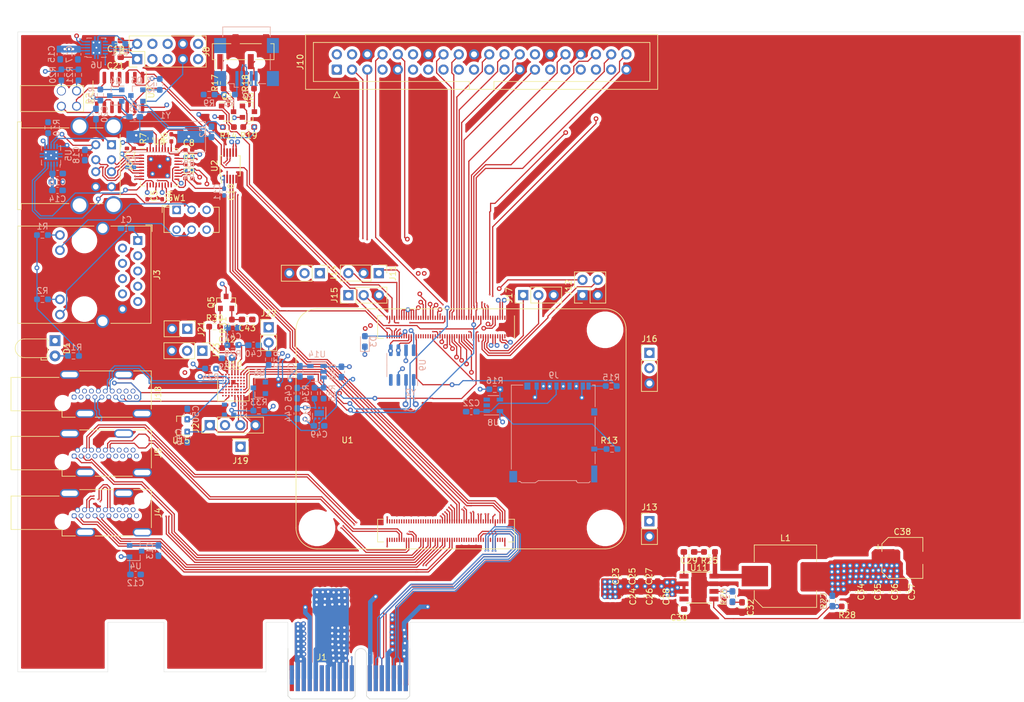
<source format=kicad_pcb>
(kicad_pcb (version 20171130) (host pcbnew 5.1.9)
  (layers (0 F.Cu signal) (1 In1.Cu power) (2 In2.Cu power) (3 In3.Cu signal) (4 In4.Cu signal) (31 B.Cu signal) (34 B.Paste user) (35 F.Paste user) (36 B.SilkS user) (37 F.SilkS user) (38 B.Mask user) (39 F.Mask user) (44 Edge.Cuts user))
  (net 0 "")
  (net 1 /PCIe_CLK_P)
  (net 2 GND)
  (net 3 /PCIe_RX_P)
  (net 4 /PCIe_RX_N)
  (net 5 /PCIe_CLK_N)
  (net 6 /__PCIe_nRST)
  (net 7 +3V3)
  (net 8 +12V)
  (net 9 /__PCIe_CLK_nREQ)
  (net 10 /PCIe_TX_P)
  (net 11 /PCIe_TX_N)
  (net 12 /LAN_LED3)
  (net 13 /LAN_LED2)
  (net 14 /LAN_LED1)
  (net 15 +5V)
  (net 16 "Net-(C2-Pad2)")
  (net 17 "Net-(C3-Pad1)")
  (net 18 /Sheet606D5A30/HDMI_5v)
  (net 19 /Sheet606D5A30/Sheet60CE0192/VBUS_P2)
  (net 20 /Sheet606D5A30/Sheet60CE0192/VBUS_P4)
  (net 21 /Sheet606D5A30/Sheet60CE0192/VBUS_P1)
  (net 22 /Sheet606D5A30/Sheet60CE0192/VBUS_P3)
  (net 23 /Sheet606D5A30/PROG_USB_D+)
  (net 24 /Sheet606D5A30/PROG_USB_D-)
  (net 25 "Net-(J2-Pad1)")
  (net 26 /Sheet606D5A30/HDMI1_HOTPLUG)
  (net 27 /Sheet606D5A30/HDMI1_SDA)
  (net 28 /Sheet606D5A30/HDMI1_SCL)
  (net 29 /Sheet606D5A30/HDMI1_CEC)
  (net 30 /Sheet606D5A30/HDMI1_CLK_N)
  (net 31 /Sheet606D5A30/HDMI1_CLK_P)
  (net 32 /Sheet606D5A30/HDMI1_D0_N)
  (net 33 /Sheet606D5A30/HDMI1_D0_P)
  (net 34 /Sheet606D5A30/HDMI1_D1_N)
  (net 35 /Sheet606D5A30/HDMI1_D1_P)
  (net 36 /Sheet606D5A30/HDMI1_D2_N)
  (net 37 /Sheet606D5A30/HDMI1_D2_P)
  (net 38 /Sheet606D5A30/HDMI0_HOTPLUG)
  (net 39 /Sheet606D5A30/HDMI0_SDA)
  (net 40 /Sheet606D5A30/HDMI0_SCL)
  (net 41 /Sheet606D5A30/HDMI0_CEC)
  (net 42 /Sheet606D5A30/HDMI0_CLK_N)
  (net 43 /Sheet606D5A30/HDMI0_CLK_P)
  (net 44 /Sheet606D5A30/HDMI0_D0_N)
  (net 45 /Sheet606D5A30/HDMI0_D0_P)
  (net 46 /Sheet606D5A30/HDMI0_D1_N)
  (net 47 /Sheet606D5A30/HDMI0_D1_P)
  (net 48 /Sheet606D5A30/HDMI0_D2_N)
  (net 49 /Sheet606D5A30/HDMI0_D2_P)
  (net 50 "Net-(R3-Pad1)")
  (net 51 "Net-(R4-Pad1)")
  (net 52 /Sheet606D5A30/CM_USB_OTG)
  (net 53 "Net-(R6-Pad1)")
  (net 54 "Net-(R7-Pad1)")
  (net 55 "Net-(R8-Pad1)")
  (net 56 "Net-(R10-Pad1)")
  (net 57 "Net-(R11-Pad1)")
  (net 58 /Sheet606D5A30/CM_USB_D-)
  (net 59 /Sheet606D5A30/CM_USB_D+)
  (net 60 /Sheet606D5A30/HUB_USB_D+)
  (net 61 /Sheet606D5A30/HUB_USB_D-)
  (net 62 HUB_USB_P1_D-)
  (net 63 HUB_USB_P1_D+)
  (net 64 HUB_USB_P2_D-)
  (net 65 HUB_USB_P2_D+)
  (net 66 HUB_USB_P4_D-)
  (net 67 HUB_USB_P3_D-)
  (net 68 HUB_USB_P4_D+)
  (net 69 HUB_USB_P3_D+)
  (net 70 HUB_USB_P4_nOC)
  (net 71 HUB_USB_P4_PWR)
  (net 72 HUB_USB_P3_nOC)
  (net 73 HUB_USB_P3_PWR)
  (net 74 HUB_USB_P2_nOC)
  (net 75 HUB_USB_P1_nOC)
  (net 76 HUB_USB_P1_PWR)
  (net 77 HUB_USB_P2_PWR)
  (net 78 /Sheet606E499F/SD_PWR)
  (net 79 "Net-(D1-Pad2)")
  (net 80 "Net-(D2-Pad4)")
  (net 81 "Net-(D2-Pad3)")
  (net 82 "Net-(D2-Pad2)")
  (net 83 "Net-(D2-Pad1)")
  (net 84 "Net-(J8-Pad3)")
  (net 85 "Net-(J8-Pad1)")
  (net 86 "Net-(J9-Pad10)")
  (net 87 /Sheet606E499F/SD_DAT0)
  (net 88 /Sheet606E499F/SD_CLK)
  (net 89 /Sheet606E499F/SD_CMD)
  (net 90 /Sheet606E499F/SD_DAT3)
  (net 91 /Sheet606E499F/SD_DAT2)
  (net 92 /Sheet606E499F/SD_DAT1)
  (net 93 "Net-(J9-Pad9)")
  (net 94 "Net-(Q1-Pad3)")
  (net 95 "Net-(Q1-Pad1)")
  (net 96 "Net-(Q2-Pad3)")
  (net 97 "Net-(Q2-Pad1)")
  (net 98 /Sheet606E499F/Reserved)
  (net 99 /Sheet606E499F/SD_PWR_ON)
  (net 100 /Sheet606E499F/RPI_ACT_LED)
  (net 101 /Sheet606E499F/RPI_PWR_LED)
  (net 102 nEXTRST)
  (net 103 "Net-(U7-Pad10)")
  (net 104 "Net-(U7-Pad4)")
  (net 105 /Sheet6070FC9D/GPIO21)
  (net 106 /Sheet6070FC9D/GPIO16)
  (net 107 /Sheet6070FC9D/GPIO12)
  (net 108 /Sheet6070FC9D/ID_SC)
  (net 109 /Sheet6070FC9D/GPIO7)
  (net 110 /Sheet6070FC9D/GPIO8)
  (net 111 /Sheet6070FC9D/GPIO25)
  (net 112 /Sheet6070FC9D/GPIO24)
  (net 113 /Sheet6070FC9D/GPIO23)
  (net 114 /Sheet6070FC9D/GPIO15)
  (net 115 /Sheet6070FC9D/GPIO14)
  (net 116 /Sheet6070FC9D/GPIO26)
  (net 117 /Sheet6070FC9D/GPIO13)
  (net 118 /Sheet6070FC9D/GPIO6)
  (net 119 /Sheet6070FC9D/GPIO5)
  (net 120 /Sheet6070FC9D/ID_SD)
  (net 121 /Sheet6070FC9D/GPIO11)
  (net 122 /Sheet6070FC9D/GPIO9)
  (net 123 /Sheet6070FC9D/GPIO10)
  (net 124 /Sheet6070FC9D/GPIO22)
  (net 125 /Sheet6070FC9D/GPIO27)
  (net 126 /Sheet6070FC9D/GPIO17)
  (net 127 /Sheet6070FC9D/GPIO4)
  (net 128 /Sheet6070FC9D/GPIO3)
  (net 129 /Sheet6070FC9D/GPIO2)
  (net 130 "Net-(C1-Pad1)")
  (net 131 "Net-(C29-Pad2)")
  (net 132 "Net-(C29-Pad1)")
  (net 133 "Net-(C30-Pad1)")
  (net 134 "Net-(C31-Pad1)")
  (net 135 "Net-(C32-Pad1)")
  (net 136 "Net-(C33-Pad2)")
  (net 137 /Sheet611CBD44/U10_BIASDA)
  (net 138 /Sheet611CBD44/U10_PFIL)
  (net 139 "Net-(C41-Pad1)")
  (net 140 "Net-(C42-Pad1)")
  (net 141 "Net-(C43-Pad2)")
  (net 142 /Sheet611CBD44/U10_PCKIN)
  (net 143 +1V2)
  (net 144 "Net-(C45-Pad1)")
  (net 145 +2V5)
  (net 146 +3V3-HDMI)
  (net 147 "Net-(D3-Pad2)")
  (net 148 I2S_A_WFS)
  (net 149 I2S_A_SD)
  (net 150 I2S_A_SCK)
  (net 151 /Sheet606E499F/BLUETOOTH_nDISABLE)
  (net 152 /Sheet606E499F/WIRELESS_nDISABLE)
  (net 153 /Sheet606E499F/EEPROM_nWP)
  (net 154 /Sheet606E499F/nRPIBOOT)
  (net 155 COMPOSITE)
  (net 156 AI1)
  (net 157 AI0)
  (net 158 GLOBAL_EN)
  (net 159 RUN_PG)
  (net 160 RTC_nINT)
  (net 161 RTC_CLK_O)
  (net 162 ETH_SYNC_OUT)
  (net 163 ETH_SYNC_IN)
  (net 164 /Sheet611CBD44/HDMI_IN0_HPD)
  (net 165 /Sheet611CBD44/HDMI_IN0_SDA)
  (net 166 /Sheet611CBD44/HDMI_IN0_SCL)
  (net 167 /Sheet611CBD44/HDMI_IN0_CEC)
  (net 168 /Sheet611CBD44/HDMI_IN0_CLK_N)
  (net 169 /Sheet611CBD44/HDMI_IN0_CLK_P)
  (net 170 /Sheet611CBD44/HDMI_IN0_D0_N)
  (net 171 /Sheet611CBD44/HDMI_IN0_D0_P)
  (net 172 /Sheet611CBD44/HDMI_IN0_D1_N)
  (net 173 /Sheet611CBD44/HDMI_IN0_D1_P)
  (net 174 /Sheet611CBD44/HDMI_IN0_D2_N)
  (net 175 /Sheet611CBD44/HDMI_IN0_D2_P)
  (net 176 I2S_A_OSCK)
  (net 177 /Sheet611CBD44/HDMI_IN0_EDID_SCL)
  (net 178 /Sheet611CBD44/HDMI_IN0_EDID_SDA)
  (net 179 /Sheet611CBD44/HDMI_IN0_IR-IN)
  (net 180 "Net-(J22-Pad2)")
  (net 181 CAM_GPIO)
  (net 182 /Sheet611CBD44/HDMI_IN0_INT)
  (net 183 /Sheet611CBD44/U10_TEST)
  (net 184 "Net-(L1-Pad1)")
  (net 185 "Net-(Q3-Pad3)")
  (net 186 "Net-(Q3-Pad1)")
  (net 187 "Net-(Q4-Pad3)")
  (net 188 "Net-(Q4-Pad1)")
  (net 189 /Sheet611CBD44/RESETN)
  (net 190 "Net-(Q6-Pad1)")
  (net 191 "Net-(R22-Pad1)")
  (net 192 "Net-(R23-Pad2)")
  (net 193 "Net-(R24-Pad2)")
  (net 194 /Sheet611CBD44/U10_DAOUT)
  (net 195 "Net-(R34-Pad1)")
  (net 196 /RJ45_LED2)
  (net 197 /RJ45_LED1)
  (net 198 /TRD3_P)
  (net 199 /TRD1_P)
  (net 200 /TRD3_N)
  (net 201 /TRD1_N)
  (net 202 /TRD2_N)
  (net 203 /TRD0_N)
  (net 204 /TRD2_P)
  (net 205 /TRD0_P)
  (net 206 SCL0)
  (net 207 SDA0)
  (net 208 +1V8)
  (net 209 /Sheet611CBD44/CSI1_D0_N)
  (net 210 /Sheet611CBD44/CSI1_D0_P)
  (net 211 /Sheet611CBD44/CSI1_D1_N)
  (net 212 /Sheet611CBD44/CSI1_D1_P)
  (net 213 /Sheet611CBD44/CSI1_C_N)
  (net 214 /Sheet611CBD44/CSI1_C_P)
  (net 215 /Sheet611CBD44/CSI1_D2_N)
  (net 216 /Sheet611CBD44/CSI1_D2_P)
  (net 217 /Sheet611CBD44/CSI1_D3_N)
  (net 218 /Sheet611CBD44/CSI1_D3_P)
  (net 219 "Net-(U9-Pad2)")
  (net 220 "Net-(U9-Pad1)")
  (net 221 /Sheet611CBD44/REFCLK0)
  (net 222 "Net-(J3-Pad13)")
  (net 223 "Net-(J3-Pad11)")
  (module Connector_PCBEdge:BUS_PCIexpress_x1 (layer F.Cu) (at 59.74 154.05)
    (fp_text reference J1 (at 5 -3.5) (layer F.SilkS))
    (fp_text value Bus_PCI_Express_x1)
    (fp_line (start 19.65 2.95) (end 19.15 3.45) (layer Edge.Cuts) (width 0.1))
    (fp_line (start 12.45 2.95) (end 12.95 3.45) (layer Edge.Cuts) (width 0.1))
    (fp_line (start 10.55 2.95) (end 10.05 3.45) (layer Edge.Cuts) (width 0.1))
    (fp_line (start -0.65 2.95) (end -0.15 3.45) (layer Edge.Cuts) (width 0.1))
    (fp_line (start 12.95 3.45) (end 19.15 3.45) (layer Edge.Cuts) (width 0.1))
    (fp_line (start 19.65 -4.95) (end 19.65 2.95) (layer Edge.Cuts) (width 0.1))
    (fp_line (start -0.15 3.45) (end 10.05 3.45) (layer Edge.Cuts) (width 0.1))
    (fp_line (start -0.65 -4.95) (end -0.65 2.95) (layer Edge.Cuts) (width 0.1))
    (fp_line (start 12.45 -4) (end 12.45 2.95) (layer Edge.Cuts) (width 0.1))
    (fp_line (start 10.55 -4) (end 10.55 2.95) (layer Edge.Cuts) (width 0.1))
    (fp_arc (start 11.5 -4) (end 12.45 -4) (angle -180) (layer Edge.Cuts) (width 0.1))
    (pad A13 connect rect (at 14 0) (size 0.7 4.3) (layers B.Cu B.Mask) (net 1 /PCIe_CLK_P))
    (pad A12 connect rect (at 13 0) (size 0.7 4.3) (layers B.Cu B.Mask) (net 2 GND))
    (pad A18 connect rect (at 19 0) (size 0.7 4.3) (layers B.Cu B.Mask) (net 2 GND))
    (pad A17 connect rect (at 18 0) (size 0.7 4.3) (layers B.Cu B.Mask) (net 4 /PCIe_RX_N))
    (pad A16 connect rect (at 17 0) (size 0.7 4.3) (layers B.Cu B.Mask) (net 3 /PCIe_RX_P))
    (pad A15 connect rect (at 16 0) (size 0.7 4.3) (layers B.Cu B.Mask) (net 2 GND))
    (pad A14 connect rect (at 15 0) (size 0.7 4.3) (layers B.Cu B.Mask) (net 5 /PCIe_CLK_N))
    (pad A11 connect rect (at 10 0) (size 0.7 4.3) (layers B.Cu B.Mask) (net 6 /__PCIe_nRST))
    (pad A10 connect rect (at 9 0) (size 0.7 4.3) (layers B.Cu B.Mask) (net 7 +3V3))
    (pad A9 connect rect (at 8 0) (size 0.7 4.3) (layers B.Cu B.Mask) (net 7 +3V3))
    (pad A8 connect rect (at 7 0) (size 0.7 4.3) (layers B.Cu B.Mask) (net 7 +3V3))
    (pad A7 connect rect (at 6 0) (size 0.7 4.3) (layers B.Cu B.Mask) (net 7 +3V3))
    (pad A6 connect rect (at 5 0) (size 0.7 4.3) (layers B.Cu B.Mask))
    (pad A5 connect rect (at 4 0) (size 0.7 4.3) (layers B.Cu B.Mask) (net 7 +3V3))
    (pad A4 connect rect (at 3 0) (size 0.7 4.3) (layers B.Cu B.Mask) (net 2 GND))
    (pad A3 connect rect (at 2 0) (size 0.7 4.3) (layers B.Cu B.Mask) (net 8 +12V))
    (pad A2 connect rect (at 1 0) (size 0.7 4.3) (layers B.Cu B.Mask) (net 8 +12V))
    (pad A1 connect rect (at 0 -0.55) (size 0.7 3.2) (layers B.Cu B.Mask))
    (pad B13 connect rect (at 14 0) (size 0.7 4.3) (layers F.Cu F.Mask) (net 2 GND))
    (pad B12 connect rect (at 13 0) (size 0.7 4.3) (layers F.Cu F.Mask) (net 9 /__PCIe_CLK_nREQ))
    (pad B18 connect rect (at 19 0) (size 0.7 4.3) (layers F.Cu F.Mask) (net 2 GND))
    (pad B17 connect rect (at 18 -0.55) (size 0.7 3.2) (layers F.Cu F.Mask))
    (pad B16 connect rect (at 17 0) (size 0.7 4.3) (layers F.Cu F.Mask) (net 2 GND))
    (pad B15 connect rect (at 16 0) (size 0.7 4.3) (layers F.Cu F.Mask) (net 11 /PCIe_TX_N))
    (pad B14 connect rect (at 15 0) (size 0.7 4.3) (layers F.Cu F.Mask) (net 10 /PCIe_TX_P))
    (pad B11 connect rect (at 10 0) (size 0.7 4.3) (layers F.Cu F.Mask))
    (pad B10 connect rect (at 9 0) (size 0.7 4.3) (layers F.Cu F.Mask) (net 7 +3V3))
    (pad B9 connect rect (at 8 0) (size 0.7 4.3) (layers F.Cu F.Mask) (net 7 +3V3))
    (pad B8 connect rect (at 7 0) (size 0.7 4.3) (layers F.Cu F.Mask) (net 7 +3V3))
    (pad B7 connect rect (at 6 0) (size 0.7 4.3) (layers F.Cu F.Mask) (net 2 GND))
    (pad B6 connect rect (at 5 0) (size 0.7 4.3) (layers F.Cu F.Mask))
    (pad B5 connect rect (at 4 0) (size 0.7 4.3) (layers F.Cu F.Mask))
    (pad B4 connect rect (at 3 0) (size 0.7 4.3) (layers F.Cu F.Mask) (net 2 GND))
    (pad B3 connect rect (at 2 0) (size 0.7 4.3) (layers F.Cu F.Mask) (net 8 +12V))
    (pad B2 connect rect (at 1 0) (size 0.7 4.3) (layers F.Cu F.Mask) (net 8 +12V))
    (pad B1 connect rect (at 0 0) (size 0.7 4.3) (layers F.Cu F.Mask) (net 8 +12V))
  )
  (module RPi_Compute_Module_4:Raspberry-Pi-4-Compute-Module (layer F.Cu) (at 85.44 112.49 270)
    (fp_text reference U1 (at 1.88 16.42 180) (layer F.SilkS))
    (fp_text value Compute_Module_4_Functional)
    (pad "" np_thru_hole circle (at -16.5 -26.5 270) (size 2.7 2.7) (drill 2.7) (layers *.Cu *.Mask) (clearance 1.7))
    (pad "" np_thru_hole circle (at 16.5 21.5 270) (size 2.7 2.7) (drill 2.7) (layers *.Cu *.Mask) (clearance 1.7))
    (pad "" np_thru_hole circle (at -16.5 21.5 270) (size 2.7 2.7) (drill 2.7) (layers *.Cu *.Mask) (clearance 1.7))
    (pad "" np_thru_hole circle (at 16.5 -26.5 270) (size 2.7 2.7) (drill 2.7) (layers *.Cu *.Mask) (clearance 1.7))
    (pad 1 smd rect (at -18.5 -9.8 180) (size 0.2 0.7) (layers F.Cu F.Paste F.Mask) (net 2 GND))
    (pad 2 smd rect (at -15.42 -9.8 180) (size 0.2 0.7) (layers F.Cu F.Paste F.Mask) (net 2 GND))
    (pad 3 smd rect (at -18.5 -9.4 180) (size 0.2 0.7) (layers F.Cu F.Paste F.Mask) (net 198 /TRD3_P))
    (pad 4 smd rect (at -15.42 -9.4 180) (size 0.2 0.7) (layers F.Cu F.Paste F.Mask) (net 199 /TRD1_P))
    (pad 5 smd rect (at -18.5 -9 180) (size 0.2 0.7) (layers F.Cu F.Paste F.Mask) (net 200 /TRD3_N))
    (pad 6 smd rect (at -15.42 -9 180) (size 0.2 0.7) (layers F.Cu F.Paste F.Mask) (net 201 /TRD1_N))
    (pad 7 smd rect (at -18.5 -8.6 180) (size 0.2 0.7) (layers F.Cu F.Paste F.Mask) (net 2 GND))
    (pad 8 smd rect (at -15.42 -8.6 180) (size 0.2 0.7) (layers F.Cu F.Paste F.Mask) (net 2 GND))
    (pad 9 smd rect (at -18.5 -8.2 180) (size 0.2 0.7) (layers F.Cu F.Paste F.Mask) (net 202 /TRD2_N))
    (pad 10 smd rect (at -15.42 -8.2 180) (size 0.2 0.7) (layers F.Cu F.Paste F.Mask) (net 203 /TRD0_N))
    (pad 11 smd rect (at -18.5 -7.8 180) (size 0.2 0.7) (layers F.Cu F.Paste F.Mask) (net 204 /TRD2_P))
    (pad 12 smd rect (at -15.42 -7.8 180) (size 0.2 0.7) (layers F.Cu F.Paste F.Mask) (net 205 /TRD0_P))
    (pad 13 smd rect (at -18.5 -7.4 180) (size 0.2 0.7) (layers F.Cu F.Paste F.Mask) (net 2 GND))
    (pad 14 smd rect (at -15.42 -7.4 180) (size 0.2 0.7) (layers F.Cu F.Paste F.Mask) (net 2 GND))
    (pad 15 smd rect (at -18.5 -7 180) (size 0.2 0.7) (layers F.Cu F.Paste F.Mask) (net 12 /LAN_LED3))
    (pad 16 smd rect (at -15.42 -7 180) (size 0.2 0.7) (layers F.Cu F.Paste F.Mask) (net 163 ETH_SYNC_IN))
    (pad 17 smd rect (at -18.5 -6.6 180) (size 0.2 0.7) (layers F.Cu F.Paste F.Mask) (net 13 /LAN_LED2))
    (pad 18 smd rect (at -15.42 -6.6 180) (size 0.2 0.7) (layers F.Cu F.Paste F.Mask) (net 162 ETH_SYNC_OUT))
    (pad 19 smd rect (at -18.5 -6.2 180) (size 0.2 0.7) (layers F.Cu F.Paste F.Mask) (net 14 /LAN_LED1))
    (pad 20 smd rect (at -15.42 -6.2 180) (size 0.2 0.7) (layers F.Cu F.Paste F.Mask) (net 153 /Sheet606E499F/EEPROM_nWP))
    (pad 21 smd rect (at -18.5 -5.8 180) (size 0.2 0.7) (layers F.Cu F.Paste F.Mask) (net 100 /Sheet606E499F/RPI_ACT_LED))
    (pad 22 smd rect (at -15.42 -5.8 180) (size 0.2 0.7) (layers F.Cu F.Paste F.Mask) (net 2 GND))
    (pad 23 smd rect (at -18.5 -5.4 180) (size 0.2 0.7) (layers F.Cu F.Paste F.Mask) (net 2 GND))
    (pad 24 smd rect (at -15.42 -5.4 180) (size 0.2 0.7) (layers F.Cu F.Paste F.Mask) (net 116 /Sheet6070FC9D/GPIO26))
    (pad 25 smd rect (at -18.5 -5 180) (size 0.2 0.7) (layers F.Cu F.Paste F.Mask) (net 105 /Sheet6070FC9D/GPIO21))
    (pad 26 smd rect (at -15.42 -5 180) (size 0.2 0.7) (layers F.Cu F.Paste F.Mask) (net 150 I2S_A_SCK))
    (pad 27 smd rect (at -18.5 -4.6 180) (size 0.2 0.7) (layers F.Cu F.Paste F.Mask) (net 148 I2S_A_WFS))
    (pad 28 smd rect (at -15.42 -4.6 180) (size 0.2 0.7) (layers F.Cu F.Paste F.Mask) (net 117 /Sheet6070FC9D/GPIO13))
    (pad 29 smd rect (at -18.5 -4.2 180) (size 0.2 0.7) (layers F.Cu F.Paste F.Mask) (net 106 /Sheet6070FC9D/GPIO16))
    (pad 30 smd rect (at -15.42 -4.2 180) (size 0.2 0.7) (layers F.Cu F.Paste F.Mask) (net 118 /Sheet6070FC9D/GPIO6))
    (pad 31 smd rect (at -18.5 -3.8 180) (size 0.2 0.7) (layers F.Cu F.Paste F.Mask) (net 107 /Sheet6070FC9D/GPIO12))
    (pad 32 smd rect (at -15.42 -3.8 180) (size 0.2 0.7) (layers F.Cu F.Paste F.Mask) (net 2 GND))
    (pad 33 smd rect (at -18.5 -3.4 180) (size 0.2 0.7) (layers F.Cu F.Paste F.Mask) (net 2 GND))
    (pad 34 smd rect (at -15.42 -3.4 180) (size 0.2 0.7) (layers F.Cu F.Paste F.Mask) (net 119 /Sheet6070FC9D/GPIO5))
    (pad 35 smd rect (at -18.5 -3 180) (size 0.2 0.7) (layers F.Cu F.Paste F.Mask) (net 120 /Sheet6070FC9D/ID_SD))
    (pad 36 smd rect (at -15.42 -3 180) (size 0.2 0.7) (layers F.Cu F.Paste F.Mask) (net 108 /Sheet6070FC9D/ID_SC))
    (pad 37 smd rect (at -18.5 -2.6 180) (size 0.2 0.7) (layers F.Cu F.Paste F.Mask) (net 109 /Sheet6070FC9D/GPIO7))
    (pad 38 smd rect (at -15.42 -2.6 180) (size 0.2 0.7) (layers F.Cu F.Paste F.Mask) (net 121 /Sheet6070FC9D/GPIO11))
    (pad 39 smd rect (at -18.5 -2.2 180) (size 0.2 0.7) (layers F.Cu F.Paste F.Mask) (net 110 /Sheet6070FC9D/GPIO8))
    (pad 40 smd rect (at -15.42 -2.2 180) (size 0.2 0.7) (layers F.Cu F.Paste F.Mask) (net 122 /Sheet6070FC9D/GPIO9))
    (pad 41 smd rect (at -18.5 -1.8 180) (size 0.2 0.7) (layers F.Cu F.Paste F.Mask) (net 111 /Sheet6070FC9D/GPIO25))
    (pad 42 smd rect (at -15.42 -1.8 180) (size 0.2 0.7) (layers F.Cu F.Paste F.Mask) (net 2 GND))
    (pad 43 smd rect (at -18.5 -1.4 180) (size 0.2 0.7) (layers F.Cu F.Paste F.Mask) (net 2 GND))
    (pad 44 smd rect (at -15.42 -1.4 180) (size 0.2 0.7) (layers F.Cu F.Paste F.Mask) (net 123 /Sheet6070FC9D/GPIO10))
    (pad 45 smd rect (at -18.5 -1 180) (size 0.2 0.7) (layers F.Cu F.Paste F.Mask) (net 112 /Sheet6070FC9D/GPIO24))
    (pad 46 smd rect (at -15.42 -1 180) (size 0.2 0.7) (layers F.Cu F.Paste F.Mask) (net 124 /Sheet6070FC9D/GPIO22))
    (pad 47 smd rect (at -18.5 -0.6 180) (size 0.2 0.7) (layers F.Cu F.Paste F.Mask) (net 113 /Sheet6070FC9D/GPIO23))
    (pad 48 smd rect (at -15.42 -0.6 180) (size 0.2 0.7) (layers F.Cu F.Paste F.Mask) (net 125 /Sheet6070FC9D/GPIO27))
    (pad 49 smd rect (at -18.5 -0.2 180) (size 0.2 0.7) (layers F.Cu F.Paste F.Mask) (net 149 I2S_A_SD))
    (pad 50 smd rect (at -15.42 -0.2 180) (size 0.2 0.7) (layers F.Cu F.Paste F.Mask) (net 126 /Sheet6070FC9D/GPIO17))
    (pad 51 smd rect (at -18.5 0.2 180) (size 0.2 0.7) (layers F.Cu F.Paste F.Mask) (net 114 /Sheet6070FC9D/GPIO15))
    (pad 52 smd rect (at -15.42 0.2 180) (size 0.2 0.7) (layers F.Cu F.Paste F.Mask) (net 2 GND))
    (pad 53 smd rect (at -18.5 0.6 180) (size 0.2 0.7) (layers F.Cu F.Paste F.Mask) (net 2 GND))
    (pad 54 smd rect (at -15.42 0.6 180) (size 0.2 0.7) (layers F.Cu F.Paste F.Mask) (net 127 /Sheet6070FC9D/GPIO4))
    (pad 55 smd rect (at -18.5 1 180) (size 0.2 0.7) (layers F.Cu F.Paste F.Mask) (net 115 /Sheet6070FC9D/GPIO14))
    (pad 56 smd rect (at -15.42 1 180) (size 0.2 0.7) (layers F.Cu F.Paste F.Mask) (net 129 /Sheet6070FC9D/GPIO2))
    (pad 57 smd rect (at -18.5 1.4 180) (size 0.2 0.7) (layers F.Cu F.Paste F.Mask) (net 88 /Sheet606E499F/SD_CLK))
    (pad 58 smd rect (at -15.42 1.4 180) (size 0.2 0.7) (layers F.Cu F.Paste F.Mask) (net 128 /Sheet6070FC9D/GPIO3))
    (pad 59 smd rect (at -18.5 1.8 180) (size 0.2 0.7) (layers F.Cu F.Paste F.Mask) (net 2 GND))
    (pad 60 smd rect (at -15.42 1.8 180) (size 0.2 0.7) (layers F.Cu F.Paste F.Mask) (net 2 GND))
    (pad 61 smd rect (at -18.5 2.2 180) (size 0.2 0.7) (layers F.Cu F.Paste F.Mask) (net 90 /Sheet606E499F/SD_DAT3))
    (pad 62 smd rect (at -15.42 2.2 180) (size 0.2 0.7) (layers F.Cu F.Paste F.Mask) (net 89 /Sheet606E499F/SD_CMD))
    (pad 63 smd rect (at -18.5 2.6 180) (size 0.2 0.7) (layers F.Cu F.Paste F.Mask) (net 87 /Sheet606E499F/SD_DAT0))
    (pad 64 smd rect (at -15.42 2.6 180) (size 0.2 0.7) (layers F.Cu F.Paste F.Mask))
    (pad 65 smd rect (at -18.5 3 180) (size 0.2 0.7) (layers F.Cu F.Paste F.Mask) (net 2 GND))
    (pad 66 smd rect (at -15.42 3 180) (size 0.2 0.7) (layers F.Cu F.Paste F.Mask) (net 2 GND))
    (pad 67 smd rect (at -18.5 3.4 180) (size 0.2 0.7) (layers F.Cu F.Paste F.Mask) (net 92 /Sheet606E499F/SD_DAT1))
    (pad 68 smd rect (at -15.42 3.4 180) (size 0.2 0.7) (layers F.Cu F.Paste F.Mask))
    (pad 69 smd rect (at -18.5 3.8 180) (size 0.2 0.7) (layers F.Cu F.Paste F.Mask) (net 91 /Sheet606E499F/SD_DAT2))
    (pad 70 smd rect (at -15.42 3.8 180) (size 0.2 0.7) (layers F.Cu F.Paste F.Mask))
    (pad 71 smd rect (at -18.5 4.2 180) (size 0.2 0.7) (layers F.Cu F.Paste F.Mask) (net 2 GND))
    (pad 72 smd rect (at -15.42 4.2 180) (size 0.2 0.7) (layers F.Cu F.Paste F.Mask))
    (pad 73 smd rect (at -18.5 4.6 180) (size 0.2 0.7) (layers F.Cu F.Paste F.Mask))
    (pad 74 smd rect (at -15.42 4.6 180) (size 0.2 0.7) (layers F.Cu F.Paste F.Mask) (net 2 GND))
    (pad 75 smd rect (at -18.5 5 180) (size 0.2 0.7) (layers F.Cu F.Paste F.Mask) (net 99 /Sheet606E499F/SD_PWR_ON))
    (pad 76 smd rect (at -15.42 5 180) (size 0.2 0.7) (layers F.Cu F.Paste F.Mask) (net 98 /Sheet606E499F/Reserved))
    (pad 77 smd rect (at -18.5 5.4 180) (size 0.2 0.7) (layers F.Cu F.Paste F.Mask) (net 15 +5V))
    (pad 78 smd rect (at -15.42 5.4 180) (size 0.2 0.7) (layers F.Cu F.Paste F.Mask) (net 7 +3V3))
    (pad 79 smd rect (at -18.5 5.8 180) (size 0.2 0.7) (layers F.Cu F.Paste F.Mask) (net 15 +5V))
    (pad 80 smd rect (at -15.42 5.8 180) (size 0.2 0.7) (layers F.Cu F.Paste F.Mask) (net 206 SCL0))
    (pad 81 smd rect (at -18.5 6.2 180) (size 0.2 0.7) (layers F.Cu F.Paste F.Mask) (net 15 +5V))
    (pad 82 smd rect (at -15.42 6.2 180) (size 0.2 0.7) (layers F.Cu F.Paste F.Mask) (net 207 SDA0))
    (pad 83 smd rect (at -18.5 6.6 180) (size 0.2 0.7) (layers F.Cu F.Paste F.Mask) (net 15 +5V))
    (pad 84 smd rect (at -15.42 6.6 180) (size 0.2 0.7) (layers F.Cu F.Paste F.Mask) (net 147 "Net-(D3-Pad2)"))
    (pad 85 smd rect (at -18.5 7 180) (size 0.2 0.7) (layers F.Cu F.Paste F.Mask) (net 15 +5V))
    (pad 86 smd rect (at -15.42 7 180) (size 0.2 0.7) (layers F.Cu F.Paste F.Mask) (net 147 "Net-(D3-Pad2)"))
    (pad 87 smd rect (at -18.5 7.4 180) (size 0.2 0.7) (layers F.Cu F.Paste F.Mask) (net 15 +5V))
    (pad 88 smd rect (at -15.42 7.4 180) (size 0.2 0.7) (layers F.Cu F.Paste F.Mask) (net 208 +1V8))
    (pad 89 smd rect (at -18.5 7.8 180) (size 0.2 0.7) (layers F.Cu F.Paste F.Mask) (net 152 /Sheet606E499F/WIRELESS_nDISABLE))
    (pad 90 smd rect (at -15.42 7.8 180) (size 0.2 0.7) (layers F.Cu F.Paste F.Mask) (net 208 +1V8))
    (pad 91 smd rect (at -18.5 8.2 180) (size 0.2 0.7) (layers F.Cu F.Paste F.Mask) (net 151 /Sheet606E499F/BLUETOOTH_nDISABLE))
    (pad 92 smd rect (at -15.42 8.2 180) (size 0.2 0.7) (layers F.Cu F.Paste F.Mask) (net 159 RUN_PG))
    (pad 93 smd rect (at -18.5 8.6 180) (size 0.2 0.7) (layers F.Cu F.Paste F.Mask) (net 154 /Sheet606E499F/nRPIBOOT))
    (pad 94 smd rect (at -15.42 8.6 180) (size 0.2 0.7) (layers F.Cu F.Paste F.Mask) (net 156 AI1))
    (pad 95 smd rect (at -18.5 9 180) (size 0.2 0.7) (layers F.Cu F.Paste F.Mask) (net 101 /Sheet606E499F/RPI_PWR_LED))
    (pad 96 smd rect (at -15.42 9 180) (size 0.2 0.7) (layers F.Cu F.Paste F.Mask) (net 157 AI0))
    (pad 97 smd rect (at -18.5 9.4 180) (size 0.2 0.7) (layers F.Cu F.Paste F.Mask) (net 181 CAM_GPIO))
    (pad 98 smd rect (at -15.42 9.4 180) (size 0.2 0.7) (layers F.Cu F.Paste F.Mask) (net 2 GND))
    (pad 99 smd rect (at -18.5 9.8 180) (size 0.2 0.7) (layers F.Cu F.Paste F.Mask) (net 158 GLOBAL_EN))
    (pad 100 smd rect (at -15.42 9.8 180) (size 0.2 0.7) (layers F.Cu F.Paste F.Mask) (net 102 nEXTRST))
    (pad 101 smd rect (at 15.42 -9.8 180) (size 0.2 0.7) (layers F.Cu F.Paste F.Mask) (net 52 /Sheet606D5A30/CM_USB_OTG))
    (pad 102 smd rect (at 18.5 -9.8 180) (size 0.2 0.7) (layers F.Cu F.Paste F.Mask) (net 9 /__PCIe_CLK_nREQ))
    (pad 103 smd rect (at 15.42 -9.4 180) (size 0.2 0.7) (layers F.Cu F.Paste F.Mask) (net 58 /Sheet606D5A30/CM_USB_D-))
    (pad 104 smd rect (at 18.5 -9.4 180) (size 0.2 0.7) (layers F.Cu F.Paste F.Mask))
    (pad 105 smd rect (at 15.42 -9 180) (size 0.2 0.7) (layers F.Cu F.Paste F.Mask) (net 59 /Sheet606D5A30/CM_USB_D+))
    (pad 106 smd rect (at 18.5 -9 180) (size 0.2 0.7) (layers F.Cu F.Paste F.Mask))
    (pad 107 smd rect (at 15.42 -8.6 180) (size 0.2 0.7) (layers F.Cu F.Paste F.Mask) (net 2 GND))
    (pad 108 smd rect (at 18.5 -8.6 180) (size 0.2 0.7) (layers F.Cu F.Paste F.Mask) (net 2 GND))
    (pad 109 smd rect (at 15.42 -8.2 180) (size 0.2 0.7) (layers F.Cu F.Paste F.Mask) (net 6 /__PCIe_nRST))
    (pad 110 smd rect (at 18.5 -8.2 180) (size 0.2 0.7) (layers F.Cu F.Paste F.Mask) (net 1 /PCIe_CLK_P))
    (pad 111 smd rect (at 15.42 -7.8 180) (size 0.2 0.7) (layers F.Cu F.Paste F.Mask) (net 155 COMPOSITE))
    (pad 112 smd rect (at 18.5 -7.8 180) (size 0.2 0.7) (layers F.Cu F.Paste F.Mask) (net 5 /PCIe_CLK_N))
    (pad 113 smd rect (at 15.42 -7.4 180) (size 0.2 0.7) (layers F.Cu F.Paste F.Mask) (net 2 GND))
    (pad 114 smd rect (at 18.5 -7.4 180) (size 0.2 0.7) (layers F.Cu F.Paste F.Mask) (net 2 GND))
    (pad 115 smd rect (at 15.42 -7 180) (size 0.2 0.7) (layers F.Cu F.Paste F.Mask) (net 209 /Sheet611CBD44/CSI1_D0_N))
    (pad 116 smd rect (at 18.5 -7 180) (size 0.2 0.7) (layers F.Cu F.Paste F.Mask) (net 3 /PCIe_RX_P))
    (pad 117 smd rect (at 15.42 -6.6 180) (size 0.2 0.7) (layers F.Cu F.Paste F.Mask) (net 210 /Sheet611CBD44/CSI1_D0_P))
    (pad 118 smd rect (at 18.5 -6.6 180) (size 0.2 0.7) (layers F.Cu F.Paste F.Mask) (net 4 /PCIe_RX_N))
    (pad 119 smd rect (at 15.42 -6.2 180) (size 0.2 0.7) (layers F.Cu F.Paste F.Mask) (net 2 GND))
    (pad 120 smd rect (at 18.5 -6.2 180) (size 0.2 0.7) (layers F.Cu F.Paste F.Mask) (net 2 GND))
    (pad 121 smd rect (at 15.42 -5.8 180) (size 0.2 0.7) (layers F.Cu F.Paste F.Mask) (net 211 /Sheet611CBD44/CSI1_D1_N))
    (pad 122 smd rect (at 18.5 -5.8 180) (size 0.2 0.7) (layers F.Cu F.Paste F.Mask) (net 10 /PCIe_TX_P))
    (pad 123 smd rect (at 15.42 -5.4 180) (size 0.2 0.7) (layers F.Cu F.Paste F.Mask) (net 212 /Sheet611CBD44/CSI1_D1_P))
    (pad 124 smd rect (at 18.5 -5.4 180) (size 0.2 0.7) (layers F.Cu F.Paste F.Mask) (net 11 /PCIe_TX_N))
    (pad 125 smd rect (at 15.42 -5 180) (size 0.2 0.7) (layers F.Cu F.Paste F.Mask) (net 2 GND))
    (pad 126 smd rect (at 18.5 -5 180) (size 0.2 0.7) (layers F.Cu F.Paste F.Mask) (net 2 GND))
    (pad 127 smd rect (at 15.42 -4.6 180) (size 0.2 0.7) (layers F.Cu F.Paste F.Mask) (net 213 /Sheet611CBD44/CSI1_C_N))
    (pad 128 smd rect (at 18.5 -4.6 180) (size 0.2 0.7) (layers F.Cu F.Paste F.Mask))
    (pad 129 smd rect (at 15.42 -4.2 180) (size 0.2 0.7) (layers F.Cu F.Paste F.Mask) (net 214 /Sheet611CBD44/CSI1_C_P))
    (pad 130 smd rect (at 18.5 -4.2 180) (size 0.2 0.7) (layers F.Cu F.Paste F.Mask))
    (pad 131 smd rect (at 15.42 -3.8 180) (size 0.2 0.7) (layers F.Cu F.Paste F.Mask) (net 2 GND))
    (pad 132 smd rect (at 18.5 -3.8 180) (size 0.2 0.7) (layers F.Cu F.Paste F.Mask) (net 2 GND))
    (pad 133 smd rect (at 15.42 -3.4 180) (size 0.2 0.7) (layers F.Cu F.Paste F.Mask) (net 215 /Sheet611CBD44/CSI1_D2_N))
    (pad 134 smd rect (at 18.5 -3.4 180) (size 0.2 0.7) (layers F.Cu F.Paste F.Mask))
    (pad 135 smd rect (at 15.42 -3 180) (size 0.2 0.7) (layers F.Cu F.Paste F.Mask) (net 216 /Sheet611CBD44/CSI1_D2_P))
    (pad 136 smd rect (at 18.5 -3 180) (size 0.2 0.7) (layers F.Cu F.Paste F.Mask))
    (pad 137 smd rect (at 15.42 -2.6 180) (size 0.2 0.7) (layers F.Cu F.Paste F.Mask) (net 2 GND))
    (pad 138 smd rect (at 18.5 -2.6 180) (size 0.2 0.7) (layers F.Cu F.Paste F.Mask) (net 2 GND))
    (pad 139 smd rect (at 15.42 -2.2 180) (size 0.2 0.7) (layers F.Cu F.Paste F.Mask) (net 217 /Sheet611CBD44/CSI1_D3_N))
    (pad 140 smd rect (at 18.5 -2.2 180) (size 0.2 0.7) (layers F.Cu F.Paste F.Mask))
    (pad 141 smd rect (at 15.42 -1.8 180) (size 0.2 0.7) (layers F.Cu F.Paste F.Mask) (net 218 /Sheet611CBD44/CSI1_D3_P))
    (pad 142 smd rect (at 18.5 -1.8 180) (size 0.2 0.7) (layers F.Cu F.Paste F.Mask))
    (pad 143 smd rect (at 15.42 -1.4 180) (size 0.2 0.7) (layers F.Cu F.Paste F.Mask) (net 26 /Sheet606D5A30/HDMI1_HOTPLUG))
    (pad 144 smd rect (at 18.5 -1.4 180) (size 0.2 0.7) (layers F.Cu F.Paste F.Mask) (net 2 GND))
    (pad 145 smd rect (at 15.42 -1 180) (size 0.2 0.7) (layers F.Cu F.Paste F.Mask) (net 27 /Sheet606D5A30/HDMI1_SDA))
    (pad 146 smd rect (at 18.5 -1 180) (size 0.2 0.7) (layers F.Cu F.Paste F.Mask) (net 37 /Sheet606D5A30/HDMI1_D2_P))
    (pad 147 smd rect (at 15.42 -0.6 180) (size 0.2 0.7) (layers F.Cu F.Paste F.Mask) (net 28 /Sheet606D5A30/HDMI1_SCL))
    (pad 148 smd rect (at 18.5 -0.6 180) (size 0.2 0.7) (layers F.Cu F.Paste F.Mask) (net 36 /Sheet606D5A30/HDMI1_D2_N))
    (pad 149 smd rect (at 15.42 -0.2 180) (size 0.2 0.7) (layers F.Cu F.Paste F.Mask) (net 29 /Sheet606D5A30/HDMI1_CEC))
    (pad 150 smd rect (at 18.5 -0.2 180) (size 0.2 0.7) (layers F.Cu F.Paste F.Mask) (net 2 GND))
    (pad 151 smd rect (at 15.42 0.2 180) (size 0.2 0.7) (layers F.Cu F.Paste F.Mask) (net 41 /Sheet606D5A30/HDMI0_CEC))
    (pad 152 smd rect (at 18.5 0.2 180) (size 0.2 0.7) (layers F.Cu F.Paste F.Mask) (net 35 /Sheet606D5A30/HDMI1_D1_P))
    (pad 153 smd rect (at 15.42 0.6 180) (size 0.2 0.7) (layers F.Cu F.Paste F.Mask) (net 38 /Sheet606D5A30/HDMI0_HOTPLUG))
    (pad 154 smd rect (at 18.5 0.6 180) (size 0.2 0.7) (layers F.Cu F.Paste F.Mask) (net 34 /Sheet606D5A30/HDMI1_D1_N))
    (pad 155 smd rect (at 15.42 1 180) (size 0.2 0.7) (layers F.Cu F.Paste F.Mask) (net 2 GND))
    (pad 156 smd rect (at 18.5 1 180) (size 0.2 0.7) (layers F.Cu F.Paste F.Mask) (net 2 GND))
    (pad 157 smd rect (at 15.42 1.4 180) (size 0.2 0.7) (layers F.Cu F.Paste F.Mask))
    (pad 158 smd rect (at 18.5 1.4 180) (size 0.2 0.7) (layers F.Cu F.Paste F.Mask) (net 33 /Sheet606D5A30/HDMI1_D0_P))
    (pad 159 smd rect (at 15.42 1.8 180) (size 0.2 0.7) (layers F.Cu F.Paste F.Mask))
    (pad 160 smd rect (at 18.5 1.8 180) (size 0.2 0.7) (layers F.Cu F.Paste F.Mask) (net 32 /Sheet606D5A30/HDMI1_D0_N))
    (pad 161 smd rect (at 15.42 2.2 180) (size 0.2 0.7) (layers F.Cu F.Paste F.Mask) (net 2 GND))
    (pad 162 smd rect (at 18.5 2.2 180) (size 0.2 0.7) (layers F.Cu F.Paste F.Mask) (net 2 GND))
    (pad 163 smd rect (at 15.42 2.6 180) (size 0.2 0.7) (layers F.Cu F.Paste F.Mask))
    (pad 164 smd rect (at 18.5 2.6 180) (size 0.2 0.7) (layers F.Cu F.Paste F.Mask) (net 31 /Sheet606D5A30/HDMI1_CLK_P))
    (pad 165 smd rect (at 15.42 3 180) (size 0.2 0.7) (layers F.Cu F.Paste F.Mask))
    (pad 166 smd rect (at 18.5 3 180) (size 0.2 0.7) (layers F.Cu F.Paste F.Mask) (net 30 /Sheet606D5A30/HDMI1_CLK_N))
    (pad 167 smd rect (at 15.42 3.4 180) (size 0.2 0.7) (layers F.Cu F.Paste F.Mask) (net 2 GND))
    (pad 168 smd rect (at 18.5 3.4 180) (size 0.2 0.7) (layers F.Cu F.Paste F.Mask) (net 2 GND))
    (pad 169 smd rect (at 15.42 3.8 180) (size 0.2 0.7) (layers F.Cu F.Paste F.Mask))
    (pad 170 smd rect (at 18.5 3.8 180) (size 0.2 0.7) (layers F.Cu F.Paste F.Mask) (net 49 /Sheet606D5A30/HDMI0_D2_P))
    (pad 171 smd rect (at 15.42 4.2 180) (size 0.2 0.7) (layers F.Cu F.Paste F.Mask))
    (pad 172 smd rect (at 18.5 4.2 180) (size 0.2 0.7) (layers F.Cu F.Paste F.Mask) (net 48 /Sheet606D5A30/HDMI0_D2_N))
    (pad 173 smd rect (at 15.42 4.6 180) (size 0.2 0.7) (layers F.Cu F.Paste F.Mask) (net 2 GND))
    (pad 174 smd rect (at 18.5 4.6 180) (size 0.2 0.7) (layers F.Cu F.Paste F.Mask) (net 2 GND))
    (pad 175 smd rect (at 15.42 5 180) (size 0.2 0.7) (layers F.Cu F.Paste F.Mask))
    (pad 176 smd rect (at 18.5 5 180) (size 0.2 0.7) (layers F.Cu F.Paste F.Mask) (net 47 /Sheet606D5A30/HDMI0_D1_P))
    (pad 177 smd rect (at 15.42 5.4 180) (size 0.2 0.7) (layers F.Cu F.Paste F.Mask))
    (pad 178 smd rect (at 18.5 5.4 180) (size 0.2 0.7) (layers F.Cu F.Paste F.Mask) (net 46 /Sheet606D5A30/HDMI0_D1_N))
    (pad 179 smd rect (at 15.42 5.8 180) (size 0.2 0.7) (layers F.Cu F.Paste F.Mask) (net 2 GND))
    (pad 180 smd rect (at 18.5 5.8 180) (size 0.2 0.7) (layers F.Cu F.Paste F.Mask) (net 2 GND))
    (pad 181 smd rect (at 15.42 6.2 180) (size 0.2 0.7) (layers F.Cu F.Paste F.Mask))
    (pad 182 smd rect (at 18.5 6.2 180) (size 0.2 0.7) (layers F.Cu F.Paste F.Mask) (net 45 /Sheet606D5A30/HDMI0_D0_P))
    (pad 183 smd rect (at 15.42 6.6 180) (size 0.2 0.7) (layers F.Cu F.Paste F.Mask))
    (pad 184 smd rect (at 18.5 6.6 180) (size 0.2 0.7) (layers F.Cu F.Paste F.Mask) (net 44 /Sheet606D5A30/HDMI0_D0_N))
    (pad 185 smd rect (at 15.42 7 180) (size 0.2 0.7) (layers F.Cu F.Paste F.Mask) (net 2 GND))
    (pad 186 smd rect (at 18.5 7 180) (size 0.2 0.7) (layers F.Cu F.Paste F.Mask) (net 2 GND))
    (pad 187 smd rect (at 15.42 7.4 180) (size 0.2 0.7) (layers F.Cu F.Paste F.Mask))
    (pad 188 smd rect (at 18.5 7.4 180) (size 0.2 0.7) (layers F.Cu F.Paste F.Mask) (net 43 /Sheet606D5A30/HDMI0_CLK_P))
    (pad 189 smd rect (at 15.42 7.8 180) (size 0.2 0.7) (layers F.Cu F.Paste F.Mask))
    (pad 190 smd rect (at 18.5 7.8 180) (size 0.2 0.7) (layers F.Cu F.Paste F.Mask) (net 42 /Sheet606D5A30/HDMI0_CLK_N))
    (pad 191 smd rect (at 15.42 8.2 180) (size 0.2 0.7) (layers F.Cu F.Paste F.Mask) (net 2 GND))
    (pad 192 smd rect (at 18.5 8.2 180) (size 0.2 0.7) (layers F.Cu F.Paste F.Mask) (net 2 GND))
    (pad 193 smd rect (at 15.42 8.6 180) (size 0.2 0.7) (layers F.Cu F.Paste F.Mask))
    (pad 194 smd rect (at 18.5 8.6 180) (size 0.2 0.7) (layers F.Cu F.Paste F.Mask))
    (pad 195 smd rect (at 15.42 9 180) (size 0.2 0.7) (layers F.Cu F.Paste F.Mask))
    (pad 196 smd rect (at 18.5 9 180) (size 0.2 0.7) (layers F.Cu F.Paste F.Mask))
    (pad 197 smd rect (at 15.42 9.4 180) (size 0.2 0.7) (layers F.Cu F.Paste F.Mask) (net 2 GND))
    (pad 198 smd rect (at 18.5 9.4 180) (size 0.2 0.7) (layers F.Cu F.Paste F.Mask) (net 2 GND))
    (pad 199 smd rect (at 15.42 9.8 180) (size 0.2 0.7) (layers F.Cu F.Paste F.Mask) (net 39 /Sheet606D5A30/HDMI0_SDA))
    (pad 200 smd rect (at 18.5 9.8 180) (size 0.2 0.7) (layers F.Cu F.Paste F.Mask) (net 40 /Sheet606D5A30/HDMI0_SCL))
  )
  (module Connector_HDMI:HDMI_A_Kycon_KDMIX-SL1-NS-WS-B15_VerticalRightAngle (layer F.Cu) (at 23.47 126.98 270)
    (fp_text reference J4 (at -0.5 -14 90) (layer F.SilkS))
    (fp_text value HDMI_A_1.4)
    (pad "" np_thru_hole circle (at -2.5 -11.35 270) (size 1.7 1.7) (drill 1.7) (layers *.Cu *.Mask))
    (pad "" np_thru_hole circle (at 1 1.9 270) (size 1.7 1.7) (drill 1.7) (layers *.Cu *.Mask))
    (pad SH thru_hole oval (at -3.75 -8.25 270) (size 1.4 3.2) (drill oval 0.9 2.7) (layers *.Cu *.Mask) (net 2 GND))
    (pad SH thru_hole oval (at 2.75 -11.35 270) (size 1.4 3.2) (drill oval 0.9 2.7) (layers *.Cu *.Mask) (net 2 GND))
    (pad SH thru_hole oval (at 2.75 -1.85 270) (size 1.4 3.2) (drill oval 0.9 2.7) (layers *.Cu *.Mask) (net 2 GND))
    (pad 19 thru_hole circle (at 0 -10.395 270) (size 0.8 0.8) (drill 0.55) (layers *.Cu *.Mask) (net 26 /Sheet606D5A30/HDMI1_HOTPLUG))
    (pad 18 thru_hole circle (at -1 -9.8175 270) (size 0.8 0.8) (drill 0.55) (layers *.Cu *.Mask) (net 18 /Sheet606D5A30/HDMI_5v))
    (pad 17 thru_hole circle (at 0 -9.24 270) (size 0.8 0.8) (drill 0.55) (layers *.Cu *.Mask) (net 2 GND))
    (pad 16 thru_hole circle (at -1 -8.6625 270) (size 0.8 0.8) (drill 0.55) (layers *.Cu *.Mask) (net 27 /Sheet606D5A30/HDMI1_SDA))
    (pad 15 thru_hole circle (at 0 -8.085 270) (size 0.8 0.8) (drill 0.55) (layers *.Cu *.Mask) (net 28 /Sheet606D5A30/HDMI1_SCL))
    (pad 14 thru_hole circle (at -1 -7.5075 270) (size 0.8 0.8) (drill 0.55) (layers *.Cu *.Mask))
    (pad 13 thru_hole circle (at 0 -6.93 270) (size 0.8 0.8) (drill 0.55) (layers *.Cu *.Mask) (net 29 /Sheet606D5A30/HDMI1_CEC))
    (pad 12 thru_hole circle (at -1 -6.3525 270) (size 0.8 0.8) (drill 0.55) (layers *.Cu *.Mask) (net 30 /Sheet606D5A30/HDMI1_CLK_N))
    (pad 11 thru_hole circle (at 0 -5.775 270) (size 0.8 0.8) (drill 0.55) (layers *.Cu *.Mask) (net 2 GND))
    (pad 10 thru_hole circle (at -1 -5.1975 270) (size 0.8 0.8) (drill 0.55) (layers *.Cu *.Mask) (net 31 /Sheet606D5A30/HDMI1_CLK_P))
    (pad 9 thru_hole circle (at 0 -4.62 270) (size 0.8 0.8) (drill 0.55) (layers *.Cu *.Mask) (net 32 /Sheet606D5A30/HDMI1_D0_N))
    (pad 8 thru_hole circle (at -1 -4.0425 270) (size 0.8 0.8) (drill 0.55) (layers *.Cu *.Mask) (net 2 GND))
    (pad 7 thru_hole circle (at 0 -3.465 270) (size 0.8 0.8) (drill 0.55) (layers *.Cu *.Mask) (net 33 /Sheet606D5A30/HDMI1_D0_P))
    (pad 6 thru_hole circle (at -1 -2.8875 270) (size 0.8 0.8) (drill 0.55) (layers *.Cu *.Mask) (net 34 /Sheet606D5A30/HDMI1_D1_N))
    (pad 5 thru_hole circle (at 0 -2.31 270) (size 0.8 0.8) (drill 0.55) (layers *.Cu *.Mask) (net 2 GND))
    (pad 4 thru_hole circle (at -1 -1.7325 270) (size 0.8 0.8) (drill 0.55) (layers *.Cu *.Mask) (net 35 /Sheet606D5A30/HDMI1_D1_P))
    (pad 3 thru_hole circle (at 0 -1.155 270) (size 0.8 0.8) (drill 0.55) (layers *.Cu *.Mask) (net 36 /Sheet606D5A30/HDMI1_D2_N))
    (pad 2 thru_hole circle (at -1 -0.5775 270) (size 0.8 0.8) (drill 0.55) (layers *.Cu *.Mask) (net 2 GND))
    (pad SH thru_hole oval (at -3.75 0.75 270) (size 1.4 3.2) (drill oval 0.9 2.7) (layers *.Cu *.Mask) (net 2 GND))
    (pad 1 thru_hole roundrect (at 0 0 270) (size 0.8 0.8) (drill 0.55) (layers *.Cu *.Mask) (roundrect_rratio 0.313) (net 37 /Sheet606D5A30/HDMI1_D2_P))
  )
  (module Crystal:Crystal_SMD_HC49-SD (layer B.Cu) (at 38.66 63.83 180)
    (fp_text reference Y1 (at 0 3.55) (layer B.SilkS) (effects (justify mirror)))
    (fp_text value Crystal)
    (pad 2 smd rect (at 4.25 0 180) (size 4.5 2) (layers B.Cu B.Paste B.Mask) (net 17 "Net-(C3-Pad1)"))
    (pad 1 smd rect (at -4.25 0 180) (size 4.5 2) (layers B.Cu B.Paste B.Mask) (net 16 "Net-(C2-Pad2)"))
  )
  (module Connector_PinHeader_2.54mm:PinHeader_1x04_P2.54mm_Vertical_SMD_Pin1Left (layer F.Cu) (at 51.63 49.645 90)
    (fp_text reference J8 (at 0 -6.14 90) (layer F.SilkS))
    (fp_text value Conn_01x04)
    (pad 4 smd rect (at 1.655 3.81 90) (size 2.51 1) (layers F.Cu F.Paste F.Mask) (net 2 GND))
    (pad 2 smd rect (at 1.655 -1.27 90) (size 2.51 1) (layers F.Cu F.Paste F.Mask) (net 2 GND))
    (pad 3 smd rect (at -1.655 1.27 90) (size 2.51 1) (layers F.Cu F.Paste F.Mask) (net 84 "Net-(J8-Pad3)"))
    (pad 1 smd rect (at -1.655 -3.81 90) (size 2.51 1) (layers F.Cu F.Paste F.Mask) (net 85 "Net-(J8-Pad1)"))
  )
  (module Crystal:Crystal_Round_D1.5mm_Vertical (layer B.Cu) (at 80.39 108.39 180)
    (fp_text reference Y2 (at 0.85 1.95) (layer B.SilkS) (effects (justify mirror)))
    (fp_text value Crystal)
    (pad 2 thru_hole circle (at 1.7 0 180) (size 1 1) (drill 0.5) (layers *.Cu *.Mask) (net 219 "Net-(U9-Pad2)"))
    (pad 1 thru_hole circle (at 0 0 180) (size 1 1) (drill 0.5) (layers *.Cu *.Mask) (net 220 "Net-(U9-Pad1)"))
  )
  (module Package_TO_SOT_SMD:SOT-23 (layer F.Cu) (at 41.3 111.95 180)
    (fp_text reference U15 (at 0 -2.5) (layer F.SilkS))
    (fp_text value RT9742SNGV)
    (pad 3 smd rect (at 1 0 180) (size 0.9 0.8) (layers F.Cu F.Paste F.Mask) (net 2 GND))
    (pad 2 smd rect (at -1 0.95 180) (size 0.9 0.8) (layers F.Cu F.Paste F.Mask) (net 146 +3V3-HDMI))
    (pad 1 smd rect (at -1 -0.95 180) (size 0.9 0.8) (layers F.Cu F.Paste F.Mask) (net 7 +3V3))
  )
  (module Package_TO_SOT_SMD:SOT-23-5 (layer B.Cu) (at 63.93 102.98 180)
    (fp_text reference U14 (at 0 2.9 180) (layer B.SilkS) (effects (justify mirror)))
    (fp_text value TC2015-2.5VxCTTR)
    (pad 5 smd rect (at 1.1 0.95 180) (size 1.06 0.65) (layers B.Cu B.Paste B.Mask) (net 145 +2V5))
    (pad 4 smd rect (at 1.1 -0.95 180) (size 1.06 0.65) (layers B.Cu B.Paste B.Mask) (net 144 "Net-(C45-Pad1)"))
    (pad 3 smd rect (at -1.1 -0.95 180) (size 1.06 0.65) (layers B.Cu B.Paste B.Mask) (net 195 "Net-(R34-Pad1)"))
    (pad 2 smd rect (at -1.1 0 180) (size 1.06 0.65) (layers B.Cu B.Paste B.Mask) (net 2 GND))
    (pad 1 smd rect (at -1.1 0.95 180) (size 1.06 0.65) (layers B.Cu B.Paste B.Mask) (net 7 +3V3))
  )
  (module Package_SON:WSON-6-1EP_2x2mm_P0.65mm_EP1x1.6mm (layer B.Cu) (at 64.3 109.88 270)
    (fp_text reference U13 (at 0 1.95 90) (layer B.SilkS) (effects (justify mirror)))
    (fp_text value TLV75512PDRV)
    (pad 7 smd rect (at 0 0 270) (size 1 1.6) (layers B.Cu B.Mask) (net 2 GND))
    (pad 6 smd roundrect (at 0.8875 0.65 270) (size 0.375 0.4) (layers B.Cu B.Paste B.Mask) (net 7 +3V3))
    (pad 5 smd roundrect (at 0.8875 0 270) (size 0.375 0.4) (layers B.Cu B.Paste B.Mask))
    (pad 4 smd roundrect (at 0.8875 -0.65 270) (size 0.375 0.4) (layers B.Cu B.Paste B.Mask) (net 208 +1V8))
    (pad 3 smd roundrect (at -0.8875 -0.65 270) (size 0.375 0.4) (layers B.Cu B.Paste B.Mask) (net 2 GND))
    (pad 2 smd roundrect (at -0.8875 0 270) (size 0.375 0.4) (layers B.Cu B.Paste B.Mask))
    (pad 1 smd roundrect (at -0.8875 0.65 270) (size 0.375 0.4) (layers B.Cu B.Paste B.Mask) (net 143 +1V2))
  )
  (module Oscillator:Oscillator_SMD_Abracon_ASDMB-4Pin_2.5x2.0mm (layer B.Cu) (at 49.289 109.283 90)
    (fp_text reference U12 (at 0 2.45 90) (layer B.SilkS) (effects (justify mirror)))
    (fp_text value ASDMB-xxxMHz)
    (pad 4 smd rect (at -0.825 0.775 90) (size 0.65 0.85) (layers B.Cu B.Paste B.Mask) (net 208 +1V8))
    (pad 3 smd rect (at 0.825 0.775 90) (size 0.65 0.85) (layers B.Cu B.Paste B.Mask) (net 221 /Sheet611CBD44/REFCLK0))
    (pad 2 smd rect (at 0.825 -0.775 90) (size 0.65 0.85) (layers B.Cu B.Paste B.Mask) (net 2 GND))
    (pad 1 smd rect (at -0.825 -0.775 90) (size 0.65 0.85) (layers B.Cu B.Paste B.Mask))
  )
  (module Package_SO:Diodes_SO-8EP (layer F.Cu) (at 127.5875 138.945)
    (fp_text reference U11 (at 0 -3.3) (layer F.SilkS))
    (fp_text value AP64501SP-13)
    (pad 9 smd rect (at 0 0) (size 2.613 3.502) (layers F.Cu F.Paste F.Mask) (net 2 GND))
    (pad 8 smd rect (at 2.4975 -1.905) (size 1.505 0.802) (layers F.Cu F.Paste F.Mask) (net 184 "Net-(L1-Pad1)"))
    (pad 7 smd rect (at 2.4975 -0.635) (size 1.505 0.802) (layers F.Cu F.Paste F.Mask) (net 2 GND))
    (pad 6 smd rect (at 2.4975 0.635) (size 1.505 0.802) (layers F.Cu F.Paste F.Mask) (net 134 "Net-(C31-Pad1)"))
    (pad 5 smd rect (at 2.4975 1.905) (size 1.505 0.802) (layers F.Cu F.Paste F.Mask) (net 136 "Net-(C33-Pad2)"))
    (pad 4 smd rect (at -2.4975 1.905) (size 1.505 0.802) (layers F.Cu F.Paste F.Mask) (net 133 "Net-(C30-Pad1)"))
    (pad 3 smd rect (at -2.4975 0.635) (size 1.505 0.802) (layers F.Cu F.Paste F.Mask) (net 8 +12V))
    (pad 2 smd rect (at -2.4975 -0.635) (size 1.505 0.802) (layers F.Cu F.Paste F.Mask) (net 8 +12V))
    (pad 1 smd rect (at -2.4975 -1.905) (size 1.505 0.802) (layers F.Cu F.Paste F.Mask) (net 131 "Net-(C29-Pad2)"))
  )
  (module Package_BGA:TFBGA-64_5x5mm_Layout8x8_P0.5mm (layer F.Cu) (at 50.01 105.21)
    (fp_text reference U10 (at 0 -3.5) (layer F.SilkS))
    (fp_text value TC358743XBG)
    (pad H8 smd circle (at 1.75 1.75) (size 0.28 0.28) (layers F.Cu F.Paste F.Mask) (net 2 GND))
    (pad H7 smd circle (at 1.25 1.75) (size 0.28 0.28) (layers F.Cu F.Paste F.Mask) (net 7 +3V3))
    (pad H6 smd circle (at 0.75 1.75) (size 0.28 0.28) (layers F.Cu F.Paste F.Mask) (net 177 /Sheet611CBD44/HDMI_IN0_EDID_SCL))
    (pad H5 smd circle (at 0.25 1.75) (size 0.28 0.28) (layers F.Cu F.Paste F.Mask) (net 221 /Sheet611CBD44/REFCLK0))
    (pad H4 smd circle (at -0.25 1.75) (size 0.28 0.28) (layers F.Cu F.Paste F.Mask) (net 206 SCL0))
    (pad H3 smd circle (at -0.75 1.75) (size 0.28 0.28) (layers F.Cu F.Paste F.Mask) (net 166 /Sheet611CBD44/HDMI_IN0_SCL))
    (pad H2 smd circle (at -1.25 1.75) (size 0.28 0.28) (layers F.Cu F.Paste F.Mask) (net 164 /Sheet611CBD44/HDMI_IN0_HPD))
    (pad H1 smd circle (at -1.75 1.75) (size 0.28 0.28) (layers F.Cu F.Paste F.Mask))
    (pad G8 smd circle (at 1.75 1.25) (size 0.28 0.28) (layers F.Cu F.Paste F.Mask) (net 148 I2S_A_WFS))
    (pad G7 smd circle (at 1.25 1.25) (size 0.28 0.28) (layers F.Cu F.Paste F.Mask) (net 176 I2S_A_OSCK))
    (pad G6 smd circle (at 0.75 1.25) (size 0.28 0.28) (layers F.Cu F.Paste F.Mask) (net 178 /Sheet611CBD44/HDMI_IN0_EDID_SDA))
    (pad G5 smd circle (at 0.25 1.25) (size 0.28 0.28) (layers F.Cu F.Paste F.Mask) (net 189 /Sheet611CBD44/RESETN))
    (pad G4 smd circle (at -0.25 1.25) (size 0.28 0.28) (layers F.Cu F.Paste F.Mask) (net 207 SDA0))
    (pad G3 smd circle (at -0.75 1.25) (size 0.28 0.28) (layers F.Cu F.Paste F.Mask) (net 165 /Sheet611CBD44/HDMI_IN0_SDA))
    (pad G2 smd circle (at -1.25 1.25) (size 0.28 0.28) (layers F.Cu F.Paste F.Mask) (net 143 +1V2))
    (pad G1 smd circle (at -1.75 1.25) (size 0.28 0.28) (layers F.Cu F.Paste F.Mask) (net 167 /Sheet611CBD44/HDMI_IN0_CEC))
    (pad F8 smd circle (at 1.75 0.75) (size 0.28 0.28) (layers F.Cu F.Paste F.Mask) (net 149 I2S_A_SD))
    (pad F7 smd circle (at 1.25 0.75) (size 0.28 0.28) (layers F.Cu F.Paste F.Mask) (net 150 I2S_A_SCK))
    (pad F6 smd circle (at 0.75 0.75) (size 0.28 0.28) (layers F.Cu F.Paste F.Mask) (net 143 +1V2))
    (pad F5 smd circle (at 0.25 0.75) (size 0.28 0.28) (layers F.Cu F.Paste F.Mask) (net 143 +1V2))
    (pad F4 smd circle (at -0.25 0.75) (size 0.28 0.28) (layers F.Cu F.Paste F.Mask) (net 7 +3V3))
    (pad F3 smd circle (at -0.75 0.75) (size 0.28 0.28) (layers F.Cu F.Paste F.Mask) (net 146 +3V3-HDMI))
    (pad F2 smd circle (at -1.25 0.75) (size 0.28 0.28) (layers F.Cu F.Paste F.Mask) (net 174 /Sheet611CBD44/HDMI_IN0_D2_N))
    (pad F1 smd circle (at -1.75 0.75) (size 0.28 0.28) (layers F.Cu F.Paste F.Mask) (net 175 /Sheet611CBD44/HDMI_IN0_D2_P))
    (pad E8 smd circle (at 1.75 0.25) (size 0.28 0.28) (layers F.Cu F.Paste F.Mask) (net 210 /Sheet611CBD44/CSI1_D0_P))
    (pad E7 smd circle (at 1.25 0.25) (size 0.28 0.28) (layers F.Cu F.Paste F.Mask) (net 209 /Sheet611CBD44/CSI1_D0_N))
    (pad E6 smd circle (at 0.75 0.25) (size 0.28 0.28) (layers F.Cu F.Paste F.Mask) (net 2 GND))
    (pad E5 smd circle (at 0.25 0.25) (size 0.28 0.28) (layers F.Cu F.Paste F.Mask) (net 183 /Sheet611CBD44/U10_TEST))
    (pad E4 smd circle (at -0.25 0.25) (size 0.28 0.28) (layers F.Cu F.Paste F.Mask) (net 2 GND))
    (pad E3 smd circle (at -0.75 0.25) (size 0.28 0.28) (layers F.Cu F.Paste F.Mask) (net 2 GND))
    (pad E2 smd circle (at -1.25 0.25) (size 0.28 0.28) (layers F.Cu F.Paste F.Mask) (net 172 /Sheet611CBD44/HDMI_IN0_D1_N))
    (pad E1 smd circle (at -1.75 0.25) (size 0.28 0.28) (layers F.Cu F.Paste F.Mask) (net 173 /Sheet611CBD44/HDMI_IN0_D1_P))
    (pad D8 smd circle (at 1.75 -0.25) (size 0.28 0.28) (layers F.Cu F.Paste F.Mask) (net 212 /Sheet611CBD44/CSI1_D1_P))
    (pad D7 smd circle (at 1.25 -0.25) (size 0.28 0.28) (layers F.Cu F.Paste F.Mask) (net 211 /Sheet611CBD44/CSI1_D1_N))
    (pad D6 smd circle (at 0.75 -0.25) (size 0.28 0.28) (layers F.Cu F.Paste F.Mask) (net 2 GND))
    (pad D5 smd circle (at 0.25 -0.25) (size 0.28 0.28) (layers F.Cu F.Paste F.Mask) (net 2 GND))
    (pad D4 smd circle (at -0.25 -0.25) (size 0.28 0.28) (layers F.Cu F.Paste F.Mask) (net 2 GND))
    (pad D3 smd circle (at -0.75 -0.25) (size 0.28 0.28) (layers F.Cu F.Paste F.Mask) (net 143 +1V2))
    (pad D2 smd circle (at -1.25 -0.25) (size 0.28 0.28) (layers F.Cu F.Paste F.Mask) (net 170 /Sheet611CBD44/HDMI_IN0_D0_N))
    (pad D1 smd circle (at -1.75 -0.25) (size 0.28 0.28) (layers F.Cu F.Paste F.Mask) (net 171 /Sheet611CBD44/HDMI_IN0_D0_P))
    (pad C8 smd circle (at 1.75 -0.75) (size 0.28 0.28) (layers F.Cu F.Paste F.Mask) (net 214 /Sheet611CBD44/CSI1_C_P))
    (pad C7 smd circle (at 1.25 -0.75) (size 0.28 0.28) (layers F.Cu F.Paste F.Mask) (net 213 /Sheet611CBD44/CSI1_C_N))
    (pad C6 smd circle (at 0.75 -0.75) (size 0.28 0.28) (layers F.Cu F.Paste F.Mask) (net 143 +1V2))
    (pad C5 smd circle (at 0.25 -0.75) (size 0.28 0.28) (layers F.Cu F.Paste F.Mask) (net 2 GND))
    (pad C4 smd circle (at -0.25 -0.75) (size 0.28 0.28) (layers F.Cu F.Paste F.Mask) (net 2 GND))
    (pad C3 smd circle (at -0.75 -0.75) (size 0.28 0.28) (layers F.Cu F.Paste F.Mask) (net 143 +1V2))
    (pad C2 smd circle (at -1.25 -0.75) (size 0.28 0.28) (layers F.Cu F.Paste F.Mask) (net 168 /Sheet611CBD44/HDMI_IN0_CLK_N))
    (pad C1 smd circle (at -1.75 -0.75) (size 0.28 0.28) (layers F.Cu F.Paste F.Mask) (net 169 /Sheet611CBD44/HDMI_IN0_CLK_P))
    (pad B8 smd circle (at 1.75 -1.25) (size 0.28 0.28) (layers F.Cu F.Paste F.Mask) (net 216 /Sheet611CBD44/CSI1_D2_P))
    (pad B7 smd circle (at 1.25 -1.25) (size 0.28 0.28) (layers F.Cu F.Paste F.Mask) (net 215 /Sheet611CBD44/CSI1_D2_N))
    (pad B6 smd circle (at 0.75 -1.25) (size 0.28 0.28) (layers F.Cu F.Paste F.Mask) (net 142 /Sheet611CBD44/U10_PCKIN))
    (pad B5 smd circle (at 0.25 -1.25) (size 0.28 0.28) (layers F.Cu F.Paste F.Mask) (net 145 +2V5))
    (pad B4 smd circle (at -0.25 -1.25) (size 0.28 0.28) (layers F.Cu F.Paste F.Mask) (net 179 /Sheet611CBD44/HDMI_IN0_IR-IN))
    (pad B3 smd circle (at -0.75 -1.25) (size 0.28 0.28) (layers F.Cu F.Paste F.Mask) (net 182 /Sheet611CBD44/HDMI_IN0_INT))
    (pad B2 smd circle (at -1.25 -1.25) (size 0.28 0.28) (layers F.Cu F.Paste F.Mask) (net 143 +1V2))
    (pad B1 smd circle (at -1.75 -1.25) (size 0.28 0.28) (layers F.Cu F.Paste F.Mask) (net 146 +3V3-HDMI))
    (pad A8 smd circle (at 1.75 -1.75) (size 0.28 0.28) (layers F.Cu F.Paste F.Mask) (net 218 /Sheet611CBD44/CSI1_D3_P))
    (pad A7 smd circle (at 1.25 -1.75) (size 0.28 0.28) (layers F.Cu F.Paste F.Mask) (net 217 /Sheet611CBD44/CSI1_D3_N))
    (pad A6 smd circle (at 0.75 -1.75) (size 0.28 0.28) (layers F.Cu F.Paste F.Mask) (net 138 /Sheet611CBD44/U10_PFIL))
    (pad A5 smd circle (at 0.25 -1.75) (size 0.28 0.28) (layers F.Cu F.Paste F.Mask) (net 194 /Sheet611CBD44/U10_DAOUT))
    (pad A4 smd circle (at -0.25 -1.75) (size 0.28 0.28) (layers F.Cu F.Paste F.Mask) (net 137 /Sheet611CBD44/U10_BIASDA))
    (pad A3 smd circle (at -0.75 -1.75) (size 0.28 0.28) (layers F.Cu F.Paste F.Mask) (net 2 GND))
    (pad A2 smd circle (at -1.25 -1.75) (size 0.28 0.28) (layers F.Cu F.Paste F.Mask) (net 2 GND))
    (pad A1 smd circle (at -1.75 -1.75) (size 0.28 0.28) (layers F.Cu F.Paste F.Mask) (net 193 "Net-(R24-Pad2)"))
  )
  (module Package_SO:SOIC-8_3.9x4.9mm_P1.27mm (layer B.Cu) (at 78.135 101.865 90)
    (fp_text reference U9 (at 0 3.4 90) (layer B.SilkS) (effects (justify mirror)))
    (fp_text value PCF8563T)
    (pad 8 smd roundrect (at 2.475 1.905 90) (size 1.95 0.6) (layers B.Cu B.Paste B.Mask) (net 7 +3V3))
    (pad 7 smd roundrect (at 2.475 0.635 90) (size 1.95 0.6) (layers B.Cu B.Paste B.Mask) (net 161 RTC_CLK_O))
    (pad 6 smd roundrect (at 2.475 -0.635 90) (size 1.95 0.6) (layers B.Cu B.Paste B.Mask) (net 206 SCL0))
    (pad 5 smd roundrect (at 2.475 -1.905 90) (size 1.95 0.6) (layers B.Cu B.Paste B.Mask) (net 207 SDA0))
    (pad 4 smd roundrect (at -2.475 -1.905 90) (size 1.95 0.6) (layers B.Cu B.Paste B.Mask) (net 2 GND))
    (pad 3 smd roundrect (at -2.475 -0.635 90) (size 1.95 0.6) (layers B.Cu B.Paste B.Mask) (net 160 RTC_nINT))
    (pad 2 smd roundrect (at -2.475 0.635 90) (size 1.95 0.6) (layers B.Cu B.Paste B.Mask) (net 219 "Net-(U9-Pad2)"))
    (pad 1 smd roundrect (at -2.475 1.905 90) (size 1.95 0.6) (layers B.Cu B.Paste B.Mask) (net 220 "Net-(U9-Pad1)"))
  )
  (module Package_TO_SOT_SMD:SOT-23-5 (layer B.Cu) (at 93.32 108.57)
    (fp_text reference U8 (at 0 2.9 180) (layer B.SilkS) (effects (justify mirror)))
    (fp_text value RT9742GGJ5)
    (pad 5 smd rect (at 1.1 0.95) (size 1.06 0.65) (layers B.Cu B.Paste B.Mask) (net 7 +3V3))
    (pad 4 smd rect (at 1.1 -0.95) (size 1.06 0.65) (layers B.Cu B.Paste B.Mask) (net 99 /Sheet606E499F/SD_PWR_ON))
    (pad 3 smd rect (at -1.1 -0.95) (size 1.06 0.65) (layers B.Cu B.Paste B.Mask))
    (pad 2 smd rect (at -1.1 0) (size 1.06 0.65) (layers B.Cu B.Paste B.Mask) (net 2 GND))
    (pad 1 smd rect (at -1.1 0.95) (size 1.06 0.65) (layers B.Cu B.Paste B.Mask) (net 78 /Sheet606E499F/SD_PWR))
  )
  (module Package_SO:SO-14_3.9x8.65mm_P1.27mm (layer F.Cu) (at 31.04 56.44 270)
    (fp_text reference U7 (at 0 -5.28 90) (layer F.SilkS))
    (fp_text value 74HC04)
    (pad 14 smd roundrect (at 2.475 -3.81 270) (size 1.95 0.6) (layers F.Cu F.Paste F.Mask) (net 7 +3V3))
    (pad 13 smd roundrect (at 2.475 -2.54 270) (size 1.95 0.6) (layers F.Cu F.Paste F.Mask) (net 100 /Sheet606E499F/RPI_ACT_LED))
    (pad 12 smd roundrect (at 2.475 -1.27 270) (size 1.95 0.6) (layers F.Cu F.Paste F.Mask) (net 192 "Net-(R23-Pad2)"))
    (pad 11 smd roundrect (at 2.475 0 270) (size 1.95 0.6) (layers F.Cu F.Paste F.Mask) (net 100 /Sheet606E499F/RPI_ACT_LED))
    (pad 10 smd roundrect (at 2.475 1.27 270) (size 1.95 0.6) (layers F.Cu F.Paste F.Mask) (net 103 "Net-(U7-Pad10)"))
    (pad 9 smd roundrect (at 2.475 2.54 270) (size 1.95 0.6) (layers F.Cu F.Paste F.Mask) (net 103 "Net-(U7-Pad10)"))
    (pad 8 smd roundrect (at 2.475 3.81 270) (size 1.95 0.6) (layers F.Cu F.Paste F.Mask) (net 83 "Net-(D2-Pad1)"))
    (pad 7 smd roundrect (at -2.475 3.81 270) (size 1.95 0.6) (layers F.Cu F.Paste F.Mask) (net 2 GND))
    (pad 6 smd roundrect (at -2.475 2.54 270) (size 1.95 0.6) (layers F.Cu F.Paste F.Mask) (net 81 "Net-(D2-Pad3)"))
    (pad 5 smd roundrect (at -2.475 1.27 270) (size 1.95 0.6) (layers F.Cu F.Paste F.Mask) (net 104 "Net-(U7-Pad4)"))
    (pad 4 smd roundrect (at -2.475 0 270) (size 1.95 0.6) (layers F.Cu F.Paste F.Mask) (net 104 "Net-(U7-Pad4)"))
    (pad 3 smd roundrect (at -2.475 -1.27 270) (size 1.95 0.6) (layers F.Cu F.Paste F.Mask) (net 101 /Sheet606E499F/RPI_PWR_LED))
    (pad 2 smd roundrect (at -2.475 -2.54 270) (size 1.95 0.6) (layers F.Cu F.Paste F.Mask) (net 191 "Net-(R22-Pad1)"))
    (pad 1 smd roundrect (at -2.475 -3.81 270) (size 1.95 0.6) (layers F.Cu F.Paste F.Mask) (net 101 /Sheet606E499F/RPI_PWR_LED))
  )
  (module Package_SON:VSON-10-1EP_3x3mm_P0.5mm_EP1.65x2.4mm_ThermalVias (layer B.Cu) (at 27.18 48.98)
    (fp_text reference U6 (at 0 2.9) (layer B.SilkS) (effects (justify mirror)))
    (fp_text value TPS2561)
    (pad 11 smd rect (at 0 0) (size 1.65 2.4) (layers F.Cu) (net 2 GND))
    (pad 11 thru_hole circle (at 0 0) (size 0.6 0.6) (drill 0.3) (layers *.Cu) (net 2 GND))
    (pad 11 thru_hole circle (at 0.48 -0.86) (size 0.6 0.6) (drill 0.3) (layers *.Cu) (net 2 GND))
    (pad 11 thru_hole circle (at 0.48 0.86) (size 0.6 0.6) (drill 0.3) (layers *.Cu) (net 2 GND))
    (pad 11 thru_hole circle (at -0.48 -0.86) (size 0.6 0.6) (drill 0.3) (layers *.Cu) (net 2 GND))
    (pad 11 thru_hole circle (at -0.48 0.86) (size 0.6 0.6) (drill 0.3) (layers *.Cu) (net 2 GND))
    (pad 11 smd rect (at 0.25 -1.55) (size 0.28 0.7) (layers B.Cu B.Paste B.Mask) (net 2 GND))
    (pad 11 smd rect (at 0.25 1.55) (size 0.28 0.7) (layers B.Cu B.Paste B.Mask) (net 2 GND))
    (pad 11 smd rect (at -0.25 -1.55) (size 0.28 0.7) (layers B.Cu B.Paste B.Mask) (net 2 GND))
    (pad 11 smd rect (at -0.25 1.55) (size 0.28 0.7) (layers B.Cu B.Paste B.Mask) (net 2 GND))
    (pad 11 smd rect (at 0 0) (size 1.65 2.4) (layers B.Cu B.Mask) (net 2 GND))
    (pad 10 smd rect (at 1.475 1) (size 0.85 0.28) (layers B.Cu B.Paste B.Mask) (net 72 HUB_USB_P3_nOC))
    (pad 9 smd rect (at 1.475 0.5) (size 0.85 0.28) (layers B.Cu B.Paste B.Mask) (net 22 /Sheet606D5A30/Sheet60CE0192/VBUS_P3))
    (pad 8 smd rect (at 1.475 0) (size 0.85 0.28) (layers B.Cu B.Paste B.Mask) (net 20 /Sheet606D5A30/Sheet60CE0192/VBUS_P4))
    (pad 7 smd rect (at 1.475 -0.5) (size 0.85 0.28) (layers B.Cu B.Paste B.Mask) (net 57 "Net-(R11-Pad1)"))
    (pad 6 smd rect (at 1.475 -1) (size 0.85 0.28) (layers B.Cu B.Paste B.Mask) (net 70 HUB_USB_P4_nOC))
    (pad 5 smd rect (at -1.475 -1) (size 0.85 0.28) (layers B.Cu B.Paste B.Mask) (net 71 HUB_USB_P4_PWR))
    (pad 4 smd rect (at -1.475 -0.5) (size 0.85 0.28) (layers B.Cu B.Paste B.Mask) (net 73 HUB_USB_P3_PWR))
    (pad 3 smd rect (at -1.475 0) (size 0.85 0.28) (layers B.Cu B.Paste B.Mask) (net 15 +5V))
    (pad 2 smd rect (at -1.475 0.5) (size 0.85 0.28) (layers B.Cu B.Paste B.Mask) (net 15 +5V))
    (pad 1 smd rect (at -1.475 1) (size 0.85 0.28) (layers B.Cu B.Paste B.Mask) (net 2 GND))
  )
  (module Package_SON:VSON-10-1EP_3x3mm_P0.5mm_EP1.65x2.4mm_ThermalVias (layer B.Cu) (at 19.62 66.91 90)
    (fp_text reference U5 (at 0 2.9 270) (layer B.SilkS) (effects (justify mirror)))
    (fp_text value TPS2561)
    (pad 11 smd rect (at 0 0 90) (size 1.65 2.4) (layers F.Cu) (net 2 GND))
    (pad 11 thru_hole circle (at 0 0 90) (size 0.6 0.6) (drill 0.3) (layers *.Cu) (net 2 GND))
    (pad 11 thru_hole circle (at 0.48 -0.86 90) (size 0.6 0.6) (drill 0.3) (layers *.Cu) (net 2 GND))
    (pad 11 thru_hole circle (at 0.48 0.86 90) (size 0.6 0.6) (drill 0.3) (layers *.Cu) (net 2 GND))
    (pad 11 thru_hole circle (at -0.48 -0.86 90) (size 0.6 0.6) (drill 0.3) (layers *.Cu) (net 2 GND))
    (pad 11 thru_hole circle (at -0.48 0.86 90) (size 0.6 0.6) (drill 0.3) (layers *.Cu) (net 2 GND))
    (pad 11 smd rect (at 0.25 -1.55 90) (size 0.28 0.7) (layers B.Cu B.Paste B.Mask) (net 2 GND))
    (pad 11 smd rect (at 0.25 1.55 90) (size 0.28 0.7) (layers B.Cu B.Paste B.Mask) (net 2 GND))
    (pad 11 smd rect (at -0.25 -1.55 90) (size 0.28 0.7) (layers B.Cu B.Paste B.Mask) (net 2 GND))
    (pad 11 smd rect (at -0.25 1.55 90) (size 0.28 0.7) (layers B.Cu B.Paste B.Mask) (net 2 GND))
    (pad 11 smd rect (at 0 0 90) (size 1.65 2.4) (layers B.Cu B.Mask) (net 2 GND))
    (pad 10 smd rect (at 1.475 1 90) (size 0.85 0.28) (layers B.Cu B.Paste B.Mask) (net 75 HUB_USB_P1_nOC))
    (pad 9 smd rect (at 1.475 0.5 90) (size 0.85 0.28) (layers B.Cu B.Paste B.Mask) (net 21 /Sheet606D5A30/Sheet60CE0192/VBUS_P1))
    (pad 8 smd rect (at 1.475 0 90) (size 0.85 0.28) (layers B.Cu B.Paste B.Mask) (net 19 /Sheet606D5A30/Sheet60CE0192/VBUS_P2))
    (pad 7 smd rect (at 1.475 -0.5 90) (size 0.85 0.28) (layers B.Cu B.Paste B.Mask) (net 56 "Net-(R10-Pad1)"))
    (pad 6 smd rect (at 1.475 -1 90) (size 0.85 0.28) (layers B.Cu B.Paste B.Mask) (net 74 HUB_USB_P2_nOC))
    (pad 5 smd rect (at -1.475 -1 90) (size 0.85 0.28) (layers B.Cu B.Paste B.Mask) (net 77 HUB_USB_P2_PWR))
    (pad 4 smd rect (at -1.475 -0.5 90) (size 0.85 0.28) (layers B.Cu B.Paste B.Mask) (net 76 HUB_USB_P1_PWR))
    (pad 3 smd rect (at -1.475 0 90) (size 0.85 0.28) (layers B.Cu B.Paste B.Mask) (net 15 +5V))
    (pad 2 smd rect (at -1.475 0.5 90) (size 0.85 0.28) (layers B.Cu B.Paste B.Mask) (net 15 +5V))
    (pad 1 smd rect (at -1.475 1 90) (size 0.85 0.28) (layers B.Cu B.Paste B.Mask) (net 2 GND))
  )
  (module Package_TO_SOT_SMD:SOT-23 (layer B.Cu) (at 33.71 132.87)
    (fp_text reference U4 (at 0 2.5) (layer B.SilkS) (effects (justify mirror)))
    (fp_text value RT9742SNGV)
    (pad 3 smd rect (at 1 0) (size 0.9 0.8) (layers B.Cu B.Paste B.Mask) (net 2 GND))
    (pad 2 smd rect (at -1 -0.95) (size 0.9 0.8) (layers B.Cu B.Paste B.Mask) (net 18 /Sheet606D5A30/HDMI_5v))
    (pad 1 smd rect (at -1 0.95) (size 0.9 0.8) (layers B.Cu B.Paste B.Mask) (net 15 +5V))
  )
  (module Package_DFN_QFN:QFN-36-1EP_6x6mm_P0.5mm_EP3.7x3.7mm (layer F.Cu) (at 37.65 68.91)
    (fp_text reference U3 (at 0 -4.3) (layer F.SilkS))
    (fp_text value USB2514B_Bi)
    (pad 37 smd rect (at 0 0) (size 3.7 3.7) (layers F.Cu F.Mask) (net 2 GND))
    (pad 36 smd roundrect (at -2 -2.9375) (size 0.25 0.825) (layers F.Cu F.Paste F.Mask) (net 7 +3V3))
    (pad 35 smd roundrect (at -1.5 -2.9375) (size 0.25 0.825) (layers F.Cu F.Paste F.Mask) (net 54 "Net-(R7-Pad1)"))
    (pad 34 smd roundrect (at -1 -2.9375) (size 0.25 0.825) (layers F.Cu F.Paste F.Mask))
    (pad 33 smd roundrect (at -0.5 -2.9375) (size 0.25 0.825) (layers F.Cu F.Paste F.Mask) (net 17 "Net-(C3-Pad1)"))
    (pad 32 smd roundrect (at 0 -2.9375) (size 0.25 0.825) (layers F.Cu F.Paste F.Mask) (net 16 "Net-(C2-Pad2)"))
    (pad 31 smd roundrect (at 0.5 -2.9375) (size 0.25 0.825) (layers F.Cu F.Paste F.Mask) (net 60 /Sheet606D5A30/HUB_USB_D+))
    (pad 30 smd roundrect (at 1 -2.9375) (size 0.25 0.825) (layers F.Cu F.Paste F.Mask) (net 61 /Sheet606D5A30/HUB_USB_D-))
    (pad 29 smd roundrect (at 1.5 -2.9375) (size 0.25 0.825) (layers F.Cu F.Paste F.Mask) (net 7 +3V3))
    (pad 28 smd roundrect (at 2 -2.9375) (size 0.25 0.825) (layers F.Cu F.Paste F.Mask) (net 53 "Net-(R6-Pad1)"))
    (pad 27 smd roundrect (at 2.9375 -2) (size 0.825 0.25) (layers F.Cu F.Paste F.Mask) (net 7 +3V3))
    (pad 26 smd roundrect (at 2.9375 -1.5) (size 0.825 0.25) (layers F.Cu F.Paste F.Mask) (net 102 nEXTRST))
    (pad 25 smd roundrect (at 2.9375 -1) (size 0.825 0.25) (layers F.Cu F.Paste F.Mask) (net 55 "Net-(R8-Pad1)"))
    (pad 24 smd roundrect (at 2.9375 -0.5) (size 0.825 0.25) (layers F.Cu F.Paste F.Mask) (net 50 "Net-(R3-Pad1)"))
    (pad 23 smd roundrect (at 2.9375 0) (size 0.825 0.25) (layers F.Cu F.Paste F.Mask) (net 7 +3V3))
    (pad 22 smd roundrect (at 2.9375 0.5) (size 0.825 0.25) (layers F.Cu F.Paste F.Mask) (net 51 "Net-(R4-Pad1)"))
    (pad 21 smd roundrect (at 2.9375 1) (size 0.825 0.25) (layers F.Cu F.Paste F.Mask) (net 70 HUB_USB_P4_nOC))
    (pad 20 smd roundrect (at 2.9375 1.5) (size 0.825 0.25) (layers F.Cu F.Paste F.Mask) (net 71 HUB_USB_P4_PWR))
    (pad 19 smd roundrect (at 2.9375 2) (size 0.825 0.25) (layers F.Cu F.Paste F.Mask) (net 72 HUB_USB_P3_nOC))
    (pad 18 smd roundrect (at 2 2.9375) (size 0.25 0.825) (layers F.Cu F.Paste F.Mask) (net 73 HUB_USB_P3_PWR))
    (pad 17 smd roundrect (at 1.5 2.9375) (size 0.25 0.825) (layers F.Cu F.Paste F.Mask) (net 74 HUB_USB_P2_nOC))
    (pad 16 smd roundrect (at 1 2.9375) (size 0.25 0.825) (layers F.Cu F.Paste F.Mask) (net 77 HUB_USB_P2_PWR))
    (pad 15 smd roundrect (at 0.5 2.9375) (size 0.25 0.825) (layers F.Cu F.Paste F.Mask) (net 7 +3V3))
    (pad 14 smd roundrect (at 0 2.9375) (size 0.25 0.825) (layers F.Cu F.Paste F.Mask))
    (pad 13 smd roundrect (at -0.5 2.9375) (size 0.25 0.825) (layers F.Cu F.Paste F.Mask) (net 75 HUB_USB_P1_nOC))
    (pad 12 smd roundrect (at -1 2.9375) (size 0.25 0.825) (layers F.Cu F.Paste F.Mask) (net 76 HUB_USB_P1_PWR))
    (pad 11 smd roundrect (at -1.5 2.9375) (size 0.25 0.825) (layers F.Cu F.Paste F.Mask))
    (pad 10 smd roundrect (at -2 2.9375) (size 0.25 0.825) (layers F.Cu F.Paste F.Mask) (net 7 +3V3))
    (pad 9 smd roundrect (at -2.9375 2) (size 0.825 0.25) (layers F.Cu F.Paste F.Mask) (net 68 HUB_USB_P4_D+))
    (pad 8 smd roundrect (at -2.9375 1.5) (size 0.825 0.25) (layers F.Cu F.Paste F.Mask) (net 66 HUB_USB_P4_D-))
    (pad 7 smd roundrect (at -2.9375 1) (size 0.825 0.25) (layers F.Cu F.Paste F.Mask) (net 69 HUB_USB_P3_D+))
    (pad 6 smd roundrect (at -2.9375 0.5) (size 0.825 0.25) (layers F.Cu F.Paste F.Mask) (net 67 HUB_USB_P3_D-))
    (pad 5 smd roundrect (at -2.9375 0) (size 0.825 0.25) (layers F.Cu F.Paste F.Mask) (net 7 +3V3))
    (pad 4 smd roundrect (at -2.9375 -0.5) (size 0.825 0.25) (layers F.Cu F.Paste F.Mask) (net 65 HUB_USB_P2_D+))
    (pad 3 smd roundrect (at -2.9375 -1) (size 0.825 0.25) (layers F.Cu F.Paste F.Mask) (net 64 HUB_USB_P2_D-))
    (pad 2 smd roundrect (at -2.9375 -1.5) (size 0.825 0.25) (layers F.Cu F.Paste F.Mask) (net 63 HUB_USB_P1_D+))
    (pad 1 smd roundrect (at -2.9375 -2) (size 0.825 0.25) (layers F.Cu F.Paste F.Mask) (net 62 HUB_USB_P1_D-))
  )
  (module Package_SO:MSOP-10_3x3mm_P0.5mm (layer F.Cu) (at 49.46 68.66 90)
    (fp_text reference U2 (at 0 -2.6 90) (layer F.SilkS))
    (fp_text value FSUSB42MUX)
    (pad 10 smd rect (at 2.2 -1 90) (size 1.4 0.3) (layers F.Cu F.Paste F.Mask) (net 2 GND))
    (pad 9 smd rect (at 2.2 -0.5 90) (size 1.4 0.3) (layers F.Cu F.Paste F.Mask) (net 60 /Sheet606D5A30/HUB_USB_D+))
    (pad 8 smd rect (at 2.2 0 90) (size 1.4 0.3) (layers F.Cu F.Paste F.Mask) (net 61 /Sheet606D5A30/HUB_USB_D-))
    (pad 7 smd rect (at 2.2 0.5 90) (size 1.4 0.3) (layers F.Cu F.Paste F.Mask) (net 23 /Sheet606D5A30/PROG_USB_D+))
    (pad 6 smd rect (at 2.2 1 90) (size 1.4 0.3) (layers F.Cu F.Paste F.Mask) (net 24 /Sheet606D5A30/PROG_USB_D-))
    (pad 5 smd rect (at -2.2 1 90) (size 1.4 0.3) (layers F.Cu F.Paste F.Mask) (net 2 GND))
    (pad 4 smd rect (at -2.2 0.5 90) (size 1.4 0.3) (layers F.Cu F.Paste F.Mask) (net 58 /Sheet606D5A30/CM_USB_D-))
    (pad 3 smd rect (at -2.2 0 90) (size 1.4 0.3) (layers F.Cu F.Paste F.Mask) (net 59 /Sheet606D5A30/CM_USB_D+))
    (pad 2 smd rect (at -2.2 -0.5 90) (size 1.4 0.3) (layers F.Cu F.Paste F.Mask) (net 52 /Sheet606D5A30/CM_USB_OTG))
    (pad 1 smd rect (at -2.2 -1 90) (size 1.4 0.3) (layers F.Cu F.Paste F.Mask) (net 7 +3V3))
  )
  (module Button_Switch_THT:SW_CuK_JS202011AQN_DPDT_Angled (layer F.Cu) (at 40.54 76.01)
    (fp_text reference SW1 (at 0 -2) (layer F.SilkS))
    (fp_text value SW_DPDT_x2)
    (pad 6 thru_hole circle (at 5 3.3) (size 1.4 1.4) (drill 0.9) (layers *.Cu *.Mask) (net 12 /LAN_LED3))
    (pad 5 thru_hole circle (at 2.5 3.3) (size 1.4 1.4) (drill 0.9) (layers *.Cu *.Mask) (net 196 /RJ45_LED2))
    (pad 4 thru_hole circle (at 0 3.3) (size 1.4 1.4) (drill 0.9) (layers *.Cu *.Mask) (net 13 /LAN_LED2))
    (pad 3 thru_hole circle (at 5 0) (size 1.4 1.4) (drill 0.9) (layers *.Cu *.Mask) (net 13 /LAN_LED2))
    (pad 2 thru_hole circle (at 2.5 0) (size 1.4 1.4) (drill 0.9) (layers *.Cu *.Mask) (net 197 /RJ45_LED1))
    (pad 1 thru_hole rect (at 0 0) (size 1.4 1.4) (drill 0.9) (layers *.Cu *.Mask) (net 12 /LAN_LED3))
  )
  (module Resistor_SMD:R_0603_1608Metric_Pad0.98x0.95mm_HandSolder (layer B.Cu) (at 65.04 106.5425 90)
    (fp_text reference R35 (at 0 1.43 90) (layer B.SilkS) (effects (justify mirror)))
    (fp_text value 1k)
    (pad 2 smd roundrect (at 0.9125 0 90) (size 0.975 0.95) (layers B.Cu B.Paste B.Mask) (net 195 "Net-(R34-Pad1)"))
    (pad 1 smd roundrect (at -0.9125 0 90) (size 0.975 0.95) (layers B.Cu B.Paste B.Mask) (net 2 GND))
  )
  (module Resistor_SMD:R_0603_1608Metric_Pad0.98x0.95mm_HandSolder (layer B.Cu) (at 63.51 106.5525 270)
    (fp_text reference R34 (at 0 1.43 90) (layer B.SilkS) (effects (justify mirror)))
    (fp_text value 1k)
    (pad 2 smd roundrect (at 0.9125 0 270) (size 0.975 0.95) (layers B.Cu B.Paste B.Mask) (net 143 +1V2))
    (pad 1 smd roundrect (at -0.9125 0 270) (size 0.975 0.95) (layers B.Cu B.Paste B.Mask) (net 195 "Net-(R34-Pad1)"))
  )
  (module Resistor_SMD:R_0603_1608Metric_Pad0.98x0.95mm_HandSolder (layer B.Cu) (at 54.2525 109.474 180)
    (fp_text reference R33 (at 0 1.43) (layer B.SilkS) (effects (justify mirror)))
    (fp_text value 1k)
    (pad 2 smd roundrect (at 0.9125 0 180) (size 0.975 0.95) (layers B.Cu B.Paste B.Mask) (net 189 /Sheet611CBD44/RESETN))
    (pad 1 smd roundrect (at -0.9125 0 180) (size 0.975 0.95) (layers B.Cu B.Paste B.Mask) (net 143 +1V2))
  )
  (module Resistor_SMD:R_0603_1608Metric_Pad0.98x0.95mm_HandSolder (layer B.Cu) (at 55.88 100.9415 90)
    (fp_text reference R32 (at 0 1.43 90) (layer B.SilkS) (effects (justify mirror)))
    (fp_text value 1k)
    (pad 2 smd roundrect (at 0.9125 0 90) (size 0.975 0.95) (layers B.Cu B.Paste B.Mask) (net 180 "Net-(J22-Pad2)"))
    (pad 1 smd roundrect (at -0.9125 0 90) (size 0.975 0.95) (layers B.Cu B.Paste B.Mask) (net 190 "Net-(Q6-Pad1)"))
  )
  (module Resistor_SMD:R_0603_1608Metric_Pad0.98x0.95mm_HandSolder (layer F.Cu) (at 49.75 95.2025 90)
    (fp_text reference R31 (at 0 -1.43 90) (layer F.SilkS))
    (fp_text value 1k)
    (pad 2 smd roundrect (at 0.9125 0 90) (size 0.975 0.95) (layers F.Cu F.Paste F.Mask) (net 141 "Net-(C43-Pad2)"))
    (pad 1 smd roundrect (at -0.9125 0 90) (size 0.975 0.95) (layers F.Cu F.Paste F.Mask) (net 2 GND))
  )
  (module Resistor_SMD:R_0603_1608Metric_Pad0.98x0.95mm_HandSolder (layer F.Cu) (at 46.8775 95.46)
    (fp_text reference R30 (at 0 -1.43) (layer F.SilkS))
    (fp_text value 1k5)
    (pad 2 smd roundrect (at 0.9125 0) (size 0.975 0.95) (layers F.Cu F.Paste F.Mask) (net 140 "Net-(C42-Pad1)"))
    (pad 1 smd roundrect (at -0.9125 0) (size 0.975 0.95) (layers F.Cu F.Paste F.Mask) (net 194 /Sheet611CBD44/U10_DAOUT))
  )
  (module Resistor_SMD:R_0603_1608Metric_Pad0.98x0.95mm_HandSolder (layer B.Cu) (at 49.8975 98.55)
    (fp_text reference R29 (at 0 1.43) (layer B.SilkS) (effects (justify mirror)))
    (fp_text value 1k)
    (pad 2 smd roundrect (at 0.9125 0) (size 0.975 0.95) (layers B.Cu B.Paste B.Mask) (net 138 /Sheet611CBD44/U10_PFIL))
    (pad 1 smd roundrect (at -0.9125 0) (size 0.975 0.95) (layers B.Cu B.Paste B.Mask) (net 139 "Net-(C41-Pad1)"))
  )
  (module Resistor_SMD:R_0603_1608Metric_Pad0.98x0.95mm_HandSolder (layer F.Cu) (at 152.2725 142.09 180)
    (fp_text reference R28 (at 0 -1.43) (layer F.SilkS))
    (fp_text value 2k2)
    (pad 2 smd roundrect (at 0.9125 0 180) (size 0.975 0.95) (layers F.Cu F.Paste F.Mask) (net 136 "Net-(C33-Pad2)"))
    (pad 1 smd roundrect (at -0.9125 0 180) (size 0.975 0.95) (layers F.Cu F.Paste F.Mask) (net 2 GND))
  )
  (module Resistor_SMD:R_0603_1608Metric_Pad0.98x0.95mm_HandSolder (layer F.Cu) (at 149.81 141.1725 90)
    (fp_text reference R27 (at 0 -1.43 90) (layer F.SilkS))
    (fp_text value 10k)
    (pad 2 smd roundrect (at 0.9125 0 90) (size 0.975 0.95) (layers F.Cu F.Paste F.Mask) (net 15 +5V))
    (pad 1 smd roundrect (at -0.9125 0 90) (size 0.975 0.95) (layers F.Cu F.Paste F.Mask) (net 136 "Net-(C33-Pad2)"))
  )
  (module Resistor_SMD:R_0603_1608Metric_Pad0.98x0.95mm_HandSolder (layer F.Cu) (at 133.16 140.4825 90)
    (fp_text reference R26 (at 0 -1.43 90) (layer F.SilkS))
    (fp_text value 20k)
    (pad 2 smd roundrect (at 0.9125 0 90) (size 0.975 0.95) (layers F.Cu F.Paste F.Mask) (net 134 "Net-(C31-Pad1)"))
    (pad 1 smd roundrect (at -0.9125 0 90) (size 0.975 0.95) (layers F.Cu F.Paste F.Mask) (net 135 "Net-(C32-Pad1)"))
  )
  (module Resistor_SMD:R_0603_1608Metric_Pad0.98x0.95mm_HandSolder (layer F.Cu) (at 129.34 133.01 180)
    (fp_text reference R25 (at 0 -1.43) (layer F.SilkS))
    (fp_text value 10R)
    (pad 2 smd roundrect (at 0.9125 0 180) (size 0.975 0.95) (layers F.Cu F.Paste F.Mask) (net 132 "Net-(C29-Pad1)"))
    (pad 1 smd roundrect (at -0.9125 0 180) (size 0.975 0.95) (layers F.Cu F.Paste F.Mask) (net 184 "Net-(L1-Pad1)"))
  )
  (module Resistor_SMD:R_0603_1608Metric_Pad0.98x0.95mm_HandSolder (layer B.Cu) (at 46.2 102.45)
    (fp_text reference R24 (at 0 1.43) (layer B.SilkS) (effects (justify mirror)))
    (fp_text value 2k)
    (pad 2 smd roundrect (at 0.9125 0) (size 0.975 0.95) (layers B.Cu B.Paste B.Mask) (net 193 "Net-(R24-Pad2)"))
    (pad 1 smd roundrect (at -0.9125 0) (size 0.975 0.95) (layers B.Cu B.Paste B.Mask) (net 7 +3V3))
  )
  (module Resistor_SMD:R_0603_1608Metric_Pad0.98x0.95mm_HandSolder (layer B.Cu) (at 27.84 56.8575 270)
    (fp_text reference R23 (at 0 1.43 90) (layer B.SilkS) (effects (justify mirror)))
    (fp_text value 1k)
    (pad 2 smd roundrect (at 0.9125 0 270) (size 0.975 0.95) (layers B.Cu B.Paste B.Mask) (net 192 "Net-(R23-Pad2)"))
    (pad 1 smd roundrect (at -0.9125 0 270) (size 0.975 0.95) (layers B.Cu B.Paste B.Mask) (net 188 "Net-(Q4-Pad1)"))
  )
  (module Resistor_SMD:R_0603_1608Metric_Pad0.98x0.95mm_HandSolder (layer B.Cu) (at 37.73 55.0975 270)
    (fp_text reference R22 (at 0 1.43 90) (layer B.SilkS) (effects (justify mirror)))
    (fp_text value 1k)
    (pad 2 smd roundrect (at 0.9125 0 270) (size 0.975 0.95) (layers B.Cu B.Paste B.Mask) (net 186 "Net-(Q3-Pad1)"))
    (pad 1 smd roundrect (at -0.9125 0 270) (size 0.975 0.95) (layers B.Cu B.Paste B.Mask) (net 191 "Net-(R22-Pad1)"))
  )
  (module Resistor_SMD:R_0603_1608Metric_Pad0.98x0.95mm_HandSolder (layer B.Cu) (at 24.18 53.5175 270)
    (fp_text reference R21 (at 0 1.43 90) (layer B.SilkS) (effects (justify mirror)))
    (fp_text value 470R)
    (pad 2 smd roundrect (at 0.9125 0 270) (size 0.975 0.95) (layers B.Cu B.Paste B.Mask) (net 80 "Net-(D2-Pad4)"))
    (pad 1 smd roundrect (at -0.9125 0 270) (size 0.975 0.95) (layers B.Cu B.Paste B.Mask) (net 7 +3V3))
  )
  (module Resistor_SMD:R_0603_1608Metric_Pad0.98x0.95mm_HandSolder (layer B.Cu) (at 21.33 53.5125 270)
    (fp_text reference R20 (at 0 1.43 90) (layer B.SilkS) (effects (justify mirror)))
    (fp_text value 470R)
    (pad 2 smd roundrect (at 0.9125 0 270) (size 0.975 0.95) (layers B.Cu B.Paste B.Mask) (net 82 "Net-(D2-Pad2)"))
    (pad 1 smd roundrect (at -0.9125 0 270) (size 0.975 0.95) (layers B.Cu B.Paste B.Mask) (net 7 +3V3))
  )
  (module Resistor_SMD:R_0603_1608Metric_Pad0.98x0.95mm_HandSolder (layer F.Cu) (at 52.5575 62.2 180)
    (fp_text reference R19 (at 0 -1.43) (layer F.SilkS))
    (fp_text value 1k)
    (pad 2 smd roundrect (at 0.9125 0 180) (size 0.975 0.95) (layers F.Cu F.Paste F.Mask) (net 97 "Net-(Q2-Pad1)"))
    (pad 1 smd roundrect (at -0.9125 0 180) (size 0.975 0.95) (layers F.Cu F.Paste F.Mask) (net 187 "Net-(Q4-Pad3)"))
  )
  (module Resistor_SMD:R_0603_1608Metric_Pad0.98x0.95mm_HandSolder (layer F.Cu) (at 53.44 54.8625 90)
    (fp_text reference R18 (at 0 -1.43 90) (layer F.SilkS))
    (fp_text value 470R)
    (pad 2 smd roundrect (at 0.9125 0 90) (size 0.975 0.95) (layers F.Cu F.Paste F.Mask) (net 84 "Net-(J8-Pad3)"))
    (pad 1 smd roundrect (at -0.9125 0 90) (size 0.975 0.95) (layers F.Cu F.Paste F.Mask) (net 96 "Net-(Q2-Pad3)"))
  )
  (module Resistor_SMD:R_0603_1608Metric_Pad0.98x0.95mm_HandSolder (layer F.Cu) (at 48.36 54.8625 90)
    (fp_text reference R17 (at 0 -1.43 90) (layer F.SilkS))
    (fp_text value 470R)
    (pad 2 smd roundrect (at 0.9125 0 90) (size 0.975 0.95) (layers F.Cu F.Paste F.Mask) (net 85 "Net-(J8-Pad1)"))
    (pad 1 smd roundrect (at -0.9125 0 90) (size 0.975 0.95) (layers F.Cu F.Paste F.Mask) (net 94 "Net-(Q1-Pad3)"))
  )
  (module Resistor_SMD:R_0603_1608Metric_Pad0.98x0.95mm_HandSolder (layer B.Cu) (at 93.5625 105.89 180)
    (fp_text reference R16 (at 0 1.43 180) (layer B.SilkS) (effects (justify mirror)))
    (fp_text value 12k)
    (pad 2 smd roundrect (at 0.9125 0 180) (size 0.975 0.95) (layers B.Cu B.Paste B.Mask) (net 7 +3V3))
    (pad 1 smd roundrect (at -0.9125 0 180) (size 0.975 0.95) (layers B.Cu B.Paste B.Mask) (net 99 /Sheet606E499F/SD_PWR_ON))
  )
  (module Resistor_SMD:R_0603_1608Metric_Pad0.98x0.95mm_HandSolder (layer B.Cu) (at 112.9625 105.36 180)
    (fp_text reference R15 (at 0 1.43 180) (layer B.SilkS) (effects (justify mirror)))
    (fp_text value nf)
    (pad 2 smd roundrect (at 0.9125 0 180) (size 0.975 0.95) (layers B.Cu B.Paste B.Mask) (net 93 "Net-(J9-Pad9)"))
    (pad 1 smd roundrect (at -0.9125 0 180) (size 0.975 0.95) (layers B.Cu B.Paste B.Mask) (net 98 /Sheet606E499F/Reserved))
  )
  (module Resistor_SMD:R_0603_1608Metric_Pad0.98x0.95mm_HandSolder (layer F.Cu) (at 49.1725 62.21 180)
    (fp_text reference R14 (at 0 -1.43) (layer F.SilkS))
    (fp_text value 1k)
    (pad 2 smd roundrect (at 0.9125 0 180) (size 0.975 0.95) (layers F.Cu F.Paste F.Mask) (net 185 "Net-(Q3-Pad3)"))
    (pad 1 smd roundrect (at -0.9125 0 180) (size 0.975 0.95) (layers F.Cu F.Paste F.Mask) (net 95 "Net-(Q1-Pad1)"))
  )
  (module Resistor_SMD:R_0603_1608Metric_Pad0.98x0.95mm_HandSolder (layer B.Cu) (at 113.0925 115.86 180)
    (fp_text reference R13 (at 0.465 1.43 180) (layer F.SilkS))
    (fp_text value nf)
    (pad 2 smd roundrect (at 0.9125 0 180) (size 0.975 0.95) (layers B.Cu B.Paste B.Mask) (net 86 "Net-(J9-Pad10)"))
    (pad 1 smd roundrect (at -0.9125 0 180) (size 0.975 0.95) (layers B.Cu B.Paste B.Mask) (net 7 +3V3))
  )
  (module Resistor_SMD:R_0603_1608Metric_Pad0.98x0.95mm_HandSolder (layer B.Cu) (at 23.3625 100.34 180)
    (fp_text reference R12 (at 0 1.43) (layer B.SilkS) (effects (justify mirror)))
    (fp_text value 470R)
    (pad 2 smd roundrect (at 0.9125 0 180) (size 0.975 0.95) (layers B.Cu B.Paste B.Mask) (net 79 "Net-(D1-Pad2)"))
    (pad 1 smd roundrect (at -0.9125 0 180) (size 0.975 0.95) (layers B.Cu B.Paste B.Mask) (net 7 +3V3))
  )
  (module Resistor_SMD:R_0603_1608Metric_Pad0.98x0.95mm_HandSolder (layer B.Cu) (at 31.08 48.34)
    (fp_text reference R11 (at 0 1.43 180) (layer B.SilkS) (effects (justify mirror)))
    (fp_text value 28k)
    (pad 2 smd roundrect (at 0.9125 0) (size 0.975 0.95) (layers B.Cu B.Paste B.Mask) (net 2 GND))
    (pad 1 smd roundrect (at -0.9125 0) (size 0.975 0.95) (layers B.Cu B.Paste B.Mask) (net 57 "Net-(R11-Pad1)"))
  )
  (module Resistor_SMD:R_0603_1608Metric_Pad0.98x0.95mm_HandSolder (layer B.Cu) (at 19.12 62.3025 90)
    (fp_text reference R10 (at 0 1.43 270) (layer B.SilkS) (effects (justify mirror)))
    (fp_text value 28k)
    (pad 2 smd roundrect (at 0.9125 0 90) (size 0.975 0.95) (layers B.Cu B.Paste B.Mask) (net 2 GND))
    (pad 1 smd roundrect (at -0.9125 0 90) (size 0.975 0.95) (layers B.Cu B.Paste B.Mask) (net 56 "Net-(R10-Pad1)"))
  )
  (module Resistor_SMD:R_0603_1608Metric_Pad0.98x0.95mm_HandSolder (layer B.Cu) (at 45.9575 56.79)
    (fp_text reference R9 (at 0 1.43) (layer B.SilkS) (effects (justify mirror)))
    (fp_text value 2k2)
    (pad 2 smd roundrect (at 0.9125 0) (size 0.975 0.95) (layers B.Cu B.Paste B.Mask) (net 52 /Sheet606D5A30/CM_USB_OTG))
    (pad 1 smd roundrect (at -0.9125 0) (size 0.975 0.95) (layers B.Cu B.Paste B.Mask) (net 2 GND))
  )
  (module Resistor_SMD:R_0402_1005Metric_Pad0.72x0.64mm_HandSolder (layer B.Cu) (at 42.6075 67.18)
    (fp_text reference R8 (at 0 1.17) (layer B.SilkS) (effects (justify mirror)))
    (fp_text value 36k)
    (pad 2 smd roundrect (at 0.5975 0) (size 0.715 0.64) (layers B.Cu B.Paste B.Mask) (net 2 GND))
    (pad 1 smd roundrect (at -0.5975 0) (size 0.715 0.64) (layers B.Cu B.Paste B.Mask) (net 55 "Net-(R8-Pad1)"))
  )
  (module Resistor_SMD:R_0402_1005Metric_Pad0.72x0.64mm_HandSolder (layer F.Cu) (at 36.16 64.1075 90)
    (fp_text reference R7 (at 0 -1.17 90) (layer F.SilkS))
    (fp_text value 12k)
    (pad 2 smd roundrect (at 0.5975 0 90) (size 0.715 0.64) (layers F.Cu F.Paste F.Mask) (net 2 GND))
    (pad 1 smd roundrect (at -0.5975 0 90) (size 0.715 0.64) (layers F.Cu F.Paste F.Mask) (net 54 "Net-(R7-Pad1)"))
  )
  (module Resistor_SMD:R_0402_1005Metric_Pad0.72x0.64mm_HandSolder (layer F.Cu) (at 39.66 63.9975 90)
    (fp_text reference R6 (at 0 -1.17 90) (layer F.SilkS))
    (fp_text value 36k)
    (pad 2 smd roundrect (at 0.5975 0 90) (size 0.715 0.64) (layers F.Cu F.Paste F.Mask) (net 2 GND))
    (pad 1 smd roundrect (at -0.5975 0 90) (size 0.715 0.64) (layers F.Cu F.Paste F.Mask) (net 53 "Net-(R6-Pad1)"))
  )
  (module Resistor_SMD:R_0603_1608Metric_Pad0.98x0.95mm_HandSolder (layer B.Cu) (at 49.35 56.78)
    (fp_text reference R5 (at 0 1.43) (layer B.SilkS) (effects (justify mirror)))
    (fp_text value 2k2)
    (pad 2 smd roundrect (at 0.9125 0) (size 0.975 0.95) (layers B.Cu B.Paste B.Mask) (net 25 "Net-(J2-Pad1)"))
    (pad 1 smd roundrect (at -0.9125 0) (size 0.975 0.95) (layers B.Cu B.Paste B.Mask) (net 52 /Sheet606D5A30/CM_USB_OTG))
  )
  (module Resistor_SMD:R_0402_1005Metric_Pad0.72x0.64mm_HandSolder (layer B.Cu) (at 42.6025 69.41)
    (fp_text reference R4 (at 0 1.17) (layer B.SilkS) (effects (justify mirror)))
    (fp_text value 36k)
    (pad 2 smd roundrect (at 0.5975 0) (size 0.715 0.64) (layers B.Cu B.Paste B.Mask) (net 2 GND))
    (pad 1 smd roundrect (at -0.5975 0) (size 0.715 0.64) (layers B.Cu B.Paste B.Mask) (net 51 "Net-(R4-Pad1)"))
  )
  (module Resistor_SMD:R_0402_1005Metric_Pad0.72x0.64mm_HandSolder (layer F.Cu) (at 42.6025 68.41)
    (fp_text reference R3 (at 0 -1.17) (layer F.SilkS))
    (fp_text value 36k)
    (pad 2 smd roundrect (at 0.5975 0) (size 0.715 0.64) (layers F.Cu F.Paste F.Mask) (net 2 GND))
    (pad 1 smd roundrect (at -0.5975 0) (size 0.715 0.64) (layers F.Cu F.Paste F.Mask) (net 50 "Net-(R3-Pad1)"))
  )
  (module Resistor_SMD:R_0603_1608Metric_Pad0.98x0.95mm_HandSolder (layer B.Cu) (at 18.1925 90.91 180)
    (fp_text reference R2 (at 0 1.43) (layer B.SilkS) (effects (justify mirror)))
    (fp_text value 470R)
    (pad 2 smd roundrect (at 0.9125 0 180) (size 0.975 0.95) (layers B.Cu B.Paste B.Mask) (net 7 +3V3))
    (pad 1 smd roundrect (at -0.9125 0 180) (size 0.975 0.95) (layers B.Cu B.Paste B.Mask) (net 222 "Net-(J3-Pad13)"))
  )
  (module Resistor_SMD:R_0603_1608Metric_Pad0.98x0.95mm_HandSolder (layer B.Cu) (at 18.1825 80.2 180)
    (fp_text reference R1 (at 0 1.43) (layer B.SilkS) (effects (justify mirror)))
    (fp_text value 470R)
    (pad 2 smd roundrect (at 0.9125 0 180) (size 0.975 0.95) (layers B.Cu B.Paste B.Mask) (net 7 +3V3))
    (pad 1 smd roundrect (at -0.9125 0 180) (size 0.975 0.95) (layers B.Cu B.Paste B.Mask) (net 223 "Net-(J3-Pad11)"))
  )
  (module Package_TO_SOT_SMD:SOT-23 (layer B.Cu) (at 54.34 105.664 180)
    (fp_text reference Q6 (at 0 2.5) (layer B.SilkS) (effects (justify mirror)))
    (fp_text value BC847)
    (pad 3 smd rect (at 1 0 180) (size 0.9 0.8) (layers B.Cu B.Paste B.Mask) (net 189 /Sheet611CBD44/RESETN))
    (pad 2 smd rect (at -1 -0.95 180) (size 0.9 0.8) (layers B.Cu B.Paste B.Mask) (net 2 GND))
    (pad 1 smd rect (at -1 0.95 180) (size 0.9 0.8) (layers B.Cu B.Paste B.Mask) (net 190 "Net-(Q6-Pad1)"))
  )
  (module Package_TO_SOT_SMD:SOT-23 (layer F.Cu) (at 48.79 91.43 90)
    (fp_text reference Q5 (at 0 -2.5 90) (layer F.SilkS))
    (fp_text value BC847)
    (pad 3 smd rect (at 1 0 90) (size 0.9 0.8) (layers F.Cu F.Paste F.Mask) (net 7 +3V3))
    (pad 2 smd rect (at -1 0.95 90) (size 0.9 0.8) (layers F.Cu F.Paste F.Mask) (net 141 "Net-(C43-Pad2)"))
    (pad 1 smd rect (at -1 -0.95 90) (size 0.9 0.8) (layers F.Cu F.Paste F.Mask) (net 140 "Net-(C42-Pad1)"))
  )
  (module Package_TO_SOT_SMD:SOT-23 (layer B.Cu) (at 30.4 56.96 180)
    (fp_text reference Q4 (at 0 2.5) (layer B.SilkS) (effects (justify mirror)))
    (fp_text value BC847)
    (pad 3 smd rect (at 1 0 180) (size 0.9 0.8) (layers B.Cu B.Paste B.Mask) (net 187 "Net-(Q4-Pad3)"))
    (pad 2 smd rect (at -1 -0.95 180) (size 0.9 0.8) (layers B.Cu B.Paste B.Mask) (net 2 GND))
    (pad 1 smd rect (at -1 0.95 180) (size 0.9 0.8) (layers B.Cu B.Paste B.Mask) (net 188 "Net-(Q4-Pad1)"))
  )
  (module Package_TO_SOT_SMD:SOT-23 (layer B.Cu) (at 33.92 56.95 180)
    (fp_text reference Q3 (at 0 2.5) (layer B.SilkS) (effects (justify mirror)))
    (fp_text value BC847)
    (pad 3 smd rect (at 1 0 180) (size 0.9 0.8) (layers B.Cu B.Paste B.Mask) (net 185 "Net-(Q3-Pad3)"))
    (pad 2 smd rect (at -1 -0.95 180) (size 0.9 0.8) (layers B.Cu B.Paste B.Mask) (net 2 GND))
    (pad 1 smd rect (at -1 0.95 180) (size 0.9 0.8) (layers B.Cu B.Paste B.Mask) (net 186 "Net-(Q3-Pad1)"))
  )
  (module Package_TO_SOT_SMD:SOT-23 (layer F.Cu) (at 52.51 59.64)
    (fp_text reference Q2 (at 0 -2.5) (layer F.SilkS))
    (fp_text value BC857)
    (pad 3 smd rect (at 1 0) (size 0.9 0.8) (layers F.Cu F.Paste F.Mask) (net 96 "Net-(Q2-Pad3)"))
    (pad 2 smd rect (at -1 0.95) (size 0.9 0.8) (layers F.Cu F.Paste F.Mask) (net 7 +3V3))
    (pad 1 smd rect (at -1 -0.95) (size 0.9 0.8) (layers F.Cu F.Paste F.Mask) (net 97 "Net-(Q2-Pad1)"))
  )
  (module Package_TO_SOT_SMD:SOT-23 (layer F.Cu) (at 49.03 59.65)
    (fp_text reference Q1 (at 0 -2.5) (layer F.SilkS))
    (fp_text value BC857)
    (pad 3 smd rect (at 1 0) (size 0.9 0.8) (layers F.Cu F.Paste F.Mask) (net 94 "Net-(Q1-Pad3)"))
    (pad 2 smd rect (at -1 0.95) (size 0.9 0.8) (layers F.Cu F.Paste F.Mask) (net 7 +3V3))
    (pad 1 smd rect (at -1 -0.95) (size 0.9 0.8) (layers F.Cu F.Paste F.Mask) (net 95 "Net-(Q1-Pad1)"))
  )
  (module Inductor_SMD:L_Wuerth_WE-PDF_Handsoldering (layer F.Cu) (at 142 137.04)
    (fp_text reference L1 (at 0 -6.35) (layer F.SilkS))
    (fp_text value "3.6µH WE7447797360")
    (pad 2 smd rect (at 5.1 0) (size 4.4 3.4) (layers F.Cu F.Paste F.Mask) (net 15 +5V))
    (pad 1 smd rect (at -5.1 0) (size 4.4 3.4) (layers F.Cu F.Paste F.Mask) (net 184 "Net-(L1-Pad1)"))
  )
  (module Connector_PinHeader_2.54mm:PinHeader_1x03_P2.54mm_Vertical (layer F.Cu) (at 44.83 99.48 270)
    (fp_text reference J23 (at 0 -2.33 90) (layer F.SilkS))
    (fp_text value Conn_01x03)
    (pad 3 thru_hole oval (at 0 5.08 270) (size 1.7 1.7) (drill 1) (layers *.Cu *.Mask) (net 2 GND))
    (pad 2 thru_hole oval (at 0 2.54 270) (size 1.7 1.7) (drill 1) (layers *.Cu *.Mask) (net 182 /Sheet611CBD44/HDMI_IN0_INT))
    (pad 1 thru_hole rect (at 0 0 270) (size 1.7 1.7) (drill 1) (layers *.Cu *.Mask) (net 183 /Sheet611CBD44/U10_TEST))
  )
  (module Connector_PinHeader_2.54mm:PinHeader_1x02_P2.54mm_Vertical (layer F.Cu) (at 55.88 95.58)
    (fp_text reference J22 (at 0 -2.33) (layer F.SilkS))
    (fp_text value Conn_01x02)
    (pad 2 thru_hole oval (at 0 2.54) (size 1.7 1.7) (drill 1) (layers *.Cu *.Mask) (net 180 "Net-(J22-Pad2)"))
    (pad 1 thru_hole rect (at 0 0) (size 1.7 1.7) (drill 1) (layers *.Cu *.Mask) (net 181 CAM_GPIO))
  )
  (module Connector_PinHeader_2.54mm:PinHeader_1x02_P2.54mm_Vertical (layer F.Cu) (at 42.33 95.82 270)
    (fp_text reference J21 (at 0 -2.33 90) (layer F.SilkS))
    (fp_text value Conn_01x02)
    (pad 2 thru_hole oval (at 0 2.54 270) (size 1.7 1.7) (drill 1) (layers *.Cu *.Mask) (net 2 GND))
    (pad 1 thru_hole rect (at 0 0 270) (size 1.7 1.7) (drill 1) (layers *.Cu *.Mask) (net 179 /Sheet611CBD44/HDMI_IN0_IR-IN))
  )
  (module Connector_PinHeader_2.54mm:PinHeader_1x04_P2.54mm_Vertical (layer F.Cu) (at 46.07 111.88 90)
    (fp_text reference J20 (at 0 -2.33 90) (layer F.SilkS))
    (fp_text value Conn_01x04)
    (pad 4 thru_hole oval (at 0 7.62 90) (size 1.7 1.7) (drill 1) (layers *.Cu *.Mask) (net 2 GND))
    (pad 3 thru_hole oval (at 0 5.08 90) (size 1.7 1.7) (drill 1) (layers *.Cu *.Mask) (net 177 /Sheet611CBD44/HDMI_IN0_EDID_SCL))
    (pad 2 thru_hole oval (at 0 2.54 90) (size 1.7 1.7) (drill 1) (layers *.Cu *.Mask) (net 178 /Sheet611CBD44/HDMI_IN0_EDID_SDA))
    (pad 1 thru_hole rect (at 0 0 90) (size 1.7 1.7) (drill 1) (layers *.Cu *.Mask) (net 7 +3V3))
  )
  (module Connector_PinHeader_2.54mm:PinHeader_1x01_P2.54mm_Vertical (layer F.Cu) (at 51.19 115.48 180)
    (fp_text reference J19 (at 0 -2.33) (layer F.SilkS))
    (fp_text value Conn_01x01)
    (pad 1 thru_hole rect (at 0 0 180) (size 1.7 1.7) (drill 1) (layers *.Cu *.Mask) (net 176 I2S_A_OSCK))
  )
  (module Connector_HDMI:HDMI_A_Kycon_KDMIX-SL1-NS-WS-B15_VerticalRightAngle (layer F.Cu) (at 23.46 107.2 270)
    (fp_text reference J18 (at -0.5 -14 90) (layer F.SilkS))
    (fp_text value HDMI_A_1.4)
    (pad "" np_thru_hole circle (at -2.5 -11.35 270) (size 1.7 1.7) (drill 1.7) (layers *.Cu *.Mask))
    (pad "" np_thru_hole circle (at 1 1.9 270) (size 1.7 1.7) (drill 1.7) (layers *.Cu *.Mask))
    (pad SH thru_hole oval (at -3.75 -8.25 270) (size 1.4 3.2) (drill oval 0.9 2.7) (layers *.Cu *.Mask) (net 2 GND))
    (pad SH thru_hole oval (at 2.75 -11.35 270) (size 1.4 3.2) (drill oval 0.9 2.7) (layers *.Cu *.Mask) (net 2 GND))
    (pad SH thru_hole oval (at 2.75 -1.85 270) (size 1.4 3.2) (drill oval 0.9 2.7) (layers *.Cu *.Mask) (net 2 GND))
    (pad 19 thru_hole circle (at 0 -10.395 270) (size 0.8 0.8) (drill 0.55) (layers *.Cu *.Mask) (net 164 /Sheet611CBD44/HDMI_IN0_HPD))
    (pad 18 thru_hole circle (at -1 -9.8175 270) (size 0.8 0.8) (drill 0.55) (layers *.Cu *.Mask))
    (pad 17 thru_hole circle (at 0 -9.24 270) (size 0.8 0.8) (drill 0.55) (layers *.Cu *.Mask) (net 2 GND))
    (pad 16 thru_hole circle (at -1 -8.6625 270) (size 0.8 0.8) (drill 0.55) (layers *.Cu *.Mask) (net 165 /Sheet611CBD44/HDMI_IN0_SDA))
    (pad 15 thru_hole circle (at 0 -8.085 270) (size 0.8 0.8) (drill 0.55) (layers *.Cu *.Mask) (net 166 /Sheet611CBD44/HDMI_IN0_SCL))
    (pad 14 thru_hole circle (at -1 -7.5075 270) (size 0.8 0.8) (drill 0.55) (layers *.Cu *.Mask))
    (pad 13 thru_hole circle (at 0 -6.93 270) (size 0.8 0.8) (drill 0.55) (layers *.Cu *.Mask) (net 167 /Sheet611CBD44/HDMI_IN0_CEC))
    (pad 12 thru_hole circle (at -1 -6.3525 270) (size 0.8 0.8) (drill 0.55) (layers *.Cu *.Mask) (net 168 /Sheet611CBD44/HDMI_IN0_CLK_N))
    (pad 11 thru_hole circle (at 0 -5.775 270) (size 0.8 0.8) (drill 0.55) (layers *.Cu *.Mask) (net 2 GND))
    (pad 10 thru_hole circle (at -1 -5.1975 270) (size 0.8 0.8) (drill 0.55) (layers *.Cu *.Mask) (net 169 /Sheet611CBD44/HDMI_IN0_CLK_P))
    (pad 9 thru_hole circle (at 0 -4.62 270) (size 0.8 0.8) (drill 0.55) (layers *.Cu *.Mask) (net 170 /Sheet611CBD44/HDMI_IN0_D0_N))
    (pad 8 thru_hole circle (at -1 -4.0425 270) (size 0.8 0.8) (drill 0.55) (layers *.Cu *.Mask) (net 2 GND))
    (pad 7 thru_hole circle (at 0 -3.465 270) (size 0.8 0.8) (drill 0.55) (layers *.Cu *.Mask) (net 171 /Sheet611CBD44/HDMI_IN0_D0_P))
    (pad 6 thru_hole circle (at -1 -2.8875 270) (size 0.8 0.8) (drill 0.55) (layers *.Cu *.Mask) (net 172 /Sheet611CBD44/HDMI_IN0_D1_N))
    (pad 5 thru_hole circle (at 0 -2.31 270) (size 0.8 0.8) (drill 0.55) (layers *.Cu *.Mask) (net 2 GND))
    (pad 4 thru_hole circle (at -1 -1.7325 270) (size 0.8 0.8) (drill 0.55) (layers *.Cu *.Mask) (net 173 /Sheet611CBD44/HDMI_IN0_D1_P))
    (pad 3 thru_hole circle (at 0 -1.155 270) (size 0.8 0.8) (drill 0.55) (layers *.Cu *.Mask) (net 174 /Sheet611CBD44/HDMI_IN0_D2_N))
    (pad 2 thru_hole circle (at -1 -0.5775 270) (size 0.8 0.8) (drill 0.55) (layers *.Cu *.Mask) (net 2 GND))
    (pad SH thru_hole oval (at -3.75 0.75 270) (size 1.4 3.2) (drill oval 0.9 2.7) (layers *.Cu *.Mask) (net 2 GND))
    (pad 1 thru_hole roundrect (at 0 0 270) (size 0.8 0.8) (drill 0.55) (layers *.Cu *.Mask) (roundrect_rratio 0.313) (net 175 /Sheet611CBD44/HDMI_IN0_D2_P))
  )
  (module Connector_PinHeader_2.54mm:PinHeader_1x03_P2.54mm_Vertical (layer F.Cu) (at 98.29 90.2 90)
    (fp_text reference J17 (at 0 -2.33 90) (layer F.SilkS))
    (fp_text value Conn_01x03)
    (pad 3 thru_hole oval (at 0 5.08 90) (size 1.7 1.7) (drill 1) (layers *.Cu *.Mask) (net 2 GND))
    (pad 2 thru_hole oval (at 0 2.54 90) (size 1.7 1.7) (drill 1) (layers *.Cu *.Mask) (net 162 ETH_SYNC_OUT))
    (pad 1 thru_hole rect (at 0 0 90) (size 1.7 1.7) (drill 1) (layers *.Cu *.Mask) (net 163 ETH_SYNC_IN))
  )
  (module Connector_PinHeader_2.54mm:PinHeader_1x03_P2.54mm_Vertical (layer F.Cu) (at 119.33 99.84)
    (fp_text reference J16 (at 0 -2.33) (layer F.SilkS))
    (fp_text value Conn_01x03)
    (pad 3 thru_hole oval (at 0 5.08) (size 1.7 1.7) (drill 1) (layers *.Cu *.Mask) (net 2 GND))
    (pad 2 thru_hole oval (at 0 2.54) (size 1.7 1.7) (drill 1) (layers *.Cu *.Mask) (net 160 RTC_nINT))
    (pad 1 thru_hole rect (at 0 0) (size 1.7 1.7) (drill 1) (layers *.Cu *.Mask) (net 161 RTC_CLK_O))
  )
  (module Connector_PinHeader_2.54mm:PinHeader_1x03_P2.54mm_Vertical (layer F.Cu) (at 69.17 90.22 90)
    (fp_text reference J15 (at 0 -2.33 90) (layer F.SilkS))
    (fp_text value Conn_01x03)
    (pad 3 thru_hole oval (at 0 5.08 90) (size 1.7 1.7) (drill 1) (layers *.Cu *.Mask) (net 2 GND))
    (pad 2 thru_hole oval (at 0 2.54 90) (size 1.7 1.7) (drill 1) (layers *.Cu *.Mask) (net 158 GLOBAL_EN))
    (pad 1 thru_hole rect (at 0 0 90) (size 1.7 1.7) (drill 1) (layers *.Cu *.Mask) (net 159 RUN_PG))
  )
  (module Connector_PinHeader_2.54mm:PinHeader_1x03_P2.54mm_Vertical (layer F.Cu) (at 64.4 86.56 270)
    (fp_text reference J14 (at 0 -2.33 90) (layer F.SilkS))
    (fp_text value Conn_01x03)
    (pad 3 thru_hole oval (at 0 5.08 270) (size 1.7 1.7) (drill 1) (layers *.Cu *.Mask) (net 2 GND))
    (pad 2 thru_hole oval (at 0 2.54 270) (size 1.7 1.7) (drill 1) (layers *.Cu *.Mask) (net 156 AI1))
    (pad 1 thru_hole rect (at 0 0 270) (size 1.7 1.7) (drill 1) (layers *.Cu *.Mask) (net 157 AI0))
  )
  (module Connector_PinHeader_2.54mm:PinHeader_1x02_P2.54mm_Vertical (layer F.Cu) (at 119.33 127.88)
    (fp_text reference J13 (at 0 -2.33) (layer F.SilkS))
    (fp_text value Conn_01x02)
    (pad 2 thru_hole oval (at 0 2.54) (size 1.7 1.7) (drill 1) (layers *.Cu *.Mask) (net 2 GND))
    (pad 1 thru_hole rect (at 0 0) (size 1.7 1.7) (drill 1) (layers *.Cu *.Mask) (net 155 COMPOSITE))
  )
  (module Connector_PinHeader_2.54mm:PinHeader_2x02_P2.54mm_Vertical (layer F.Cu) (at 108.18 90.21 90)
    (fp_text reference J12 (at 1.27 -2.33 90) (layer F.SilkS))
    (fp_text value Conn_02x02_Odd_Even)
    (pad 4 thru_hole oval (at 2.54 2.54 90) (size 1.7 1.7) (drill 1) (layers *.Cu *.Mask) (net 153 /Sheet606E499F/EEPROM_nWP))
    (pad 3 thru_hole oval (at 0 2.54 90) (size 1.7 1.7) (drill 1) (layers *.Cu *.Mask) (net 2 GND))
    (pad 2 thru_hole oval (at 2.54 0 90) (size 1.7 1.7) (drill 1) (layers *.Cu *.Mask) (net 154 /Sheet606E499F/nRPIBOOT))
    (pad 1 thru_hole rect (at 0 0 90) (size 1.7 1.7) (drill 1) (layers *.Cu *.Mask) (net 2 GND))
  )
  (module Connector_PinHeader_2.54mm:PinHeader_1x03_P2.54mm_Vertical (layer F.Cu) (at 74.24 86.54 270)
    (fp_text reference J11 (at 0 -2.33 90) (layer F.SilkS))
    (fp_text value Conn_01x03)
    (pad 3 thru_hole oval (at 0 5.08 270) (size 1.7 1.7) (drill 1) (layers *.Cu *.Mask) (net 151 /Sheet606E499F/BLUETOOTH_nDISABLE))
    (pad 2 thru_hole oval (at 0 2.54 270) (size 1.7 1.7) (drill 1) (layers *.Cu *.Mask) (net 2 GND))
    (pad 1 thru_hole rect (at 0 0 270) (size 1.7 1.7) (drill 1) (layers *.Cu *.Mask) (net 152 /Sheet606E499F/WIRELESS_nDISABLE))
  )
  (module Connector_IDC:IDC-Header_2x20_P2.54mm_Vertical (layer F.Cu) (at 67.24 52.63 90)
    (fp_text reference J10 (at 1.27 -6.1 90) (layer F.SilkS))
    (fp_text value Raspberry_Pi_2_3)
    (pad 40 thru_hole circle (at 2.54 48.26 90) (size 1.7 1.7) (drill 1) (layers *.Cu *.Mask) (net 105 /Sheet6070FC9D/GPIO21))
    (pad 38 thru_hole circle (at 2.54 45.72 90) (size 1.7 1.7) (drill 1) (layers *.Cu *.Mask) (net 148 I2S_A_WFS))
    (pad 36 thru_hole circle (at 2.54 43.18 90) (size 1.7 1.7) (drill 1) (layers *.Cu *.Mask) (net 106 /Sheet6070FC9D/GPIO16))
    (pad 34 thru_hole circle (at 2.54 40.64 90) (size 1.7 1.7) (drill 1) (layers *.Cu *.Mask) (net 2 GND))
    (pad 32 thru_hole circle (at 2.54 38.1 90) (size 1.7 1.7) (drill 1) (layers *.Cu *.Mask) (net 107 /Sheet6070FC9D/GPIO12))
    (pad 30 thru_hole circle (at 2.54 35.56 90) (size 1.7 1.7) (drill 1) (layers *.Cu *.Mask) (net 2 GND))
    (pad 28 thru_hole circle (at 2.54 33.02 90) (size 1.7 1.7) (drill 1) (layers *.Cu *.Mask) (net 108 /Sheet6070FC9D/ID_SC))
    (pad 26 thru_hole circle (at 2.54 30.48 90) (size 1.7 1.7) (drill 1) (layers *.Cu *.Mask) (net 109 /Sheet6070FC9D/GPIO7))
    (pad 24 thru_hole circle (at 2.54 27.94 90) (size 1.7 1.7) (drill 1) (layers *.Cu *.Mask) (net 110 /Sheet6070FC9D/GPIO8))
    (pad 22 thru_hole circle (at 2.54 25.4 90) (size 1.7 1.7) (drill 1) (layers *.Cu *.Mask) (net 111 /Sheet6070FC9D/GPIO25))
    (pad 20 thru_hole circle (at 2.54 22.86 90) (size 1.7 1.7) (drill 1) (layers *.Cu *.Mask) (net 2 GND))
    (pad 18 thru_hole circle (at 2.54 20.32 90) (size 1.7 1.7) (drill 1) (layers *.Cu *.Mask) (net 112 /Sheet6070FC9D/GPIO24))
    (pad 16 thru_hole circle (at 2.54 17.78 90) (size 1.7 1.7) (drill 1) (layers *.Cu *.Mask) (net 113 /Sheet6070FC9D/GPIO23))
    (pad 14 thru_hole circle (at 2.54 15.24 90) (size 1.7 1.7) (drill 1) (layers *.Cu *.Mask) (net 2 GND))
    (pad 12 thru_hole circle (at 2.54 12.7 90) (size 1.7 1.7) (drill 1) (layers *.Cu *.Mask) (net 149 I2S_A_SD))
    (pad 10 thru_hole circle (at 2.54 10.16 90) (size 1.7 1.7) (drill 1) (layers *.Cu *.Mask) (net 114 /Sheet6070FC9D/GPIO15))
    (pad 8 thru_hole circle (at 2.54 7.62 90) (size 1.7 1.7) (drill 1) (layers *.Cu *.Mask) (net 115 /Sheet6070FC9D/GPIO14))
    (pad 6 thru_hole circle (at 2.54 5.08 90) (size 1.7 1.7) (drill 1) (layers *.Cu *.Mask) (net 2 GND))
    (pad 4 thru_hole circle (at 2.54 2.54 90) (size 1.7 1.7) (drill 1) (layers *.Cu *.Mask) (net 15 +5V))
    (pad 2 thru_hole circle (at 2.54 0 90) (size 1.7 1.7) (drill 1) (layers *.Cu *.Mask) (net 15 +5V))
    (pad 39 thru_hole circle (at 0 48.26 90) (size 1.7 1.7) (drill 1) (layers *.Cu *.Mask) (net 2 GND))
    (pad 37 thru_hole circle (at 0 45.72 90) (size 1.7 1.7) (drill 1) (layers *.Cu *.Mask) (net 116 /Sheet6070FC9D/GPIO26))
    (pad 35 thru_hole circle (at 0 43.18 90) (size 1.7 1.7) (drill 1) (layers *.Cu *.Mask) (net 150 I2S_A_SCK))
    (pad 33 thru_hole circle (at 0 40.64 90) (size 1.7 1.7) (drill 1) (layers *.Cu *.Mask) (net 117 /Sheet6070FC9D/GPIO13))
    (pad 31 thru_hole circle (at 0 38.1 90) (size 1.7 1.7) (drill 1) (layers *.Cu *.Mask) (net 118 /Sheet6070FC9D/GPIO6))
    (pad 29 thru_hole circle (at 0 35.56 90) (size 1.7 1.7) (drill 1) (layers *.Cu *.Mask) (net 119 /Sheet6070FC9D/GPIO5))
    (pad 27 thru_hole circle (at 0 33.02 90) (size 1.7 1.7) (drill 1) (layers *.Cu *.Mask) (net 120 /Sheet6070FC9D/ID_SD))
    (pad 25 thru_hole circle (at 0 30.48 90) (size 1.7 1.7) (drill 1) (layers *.Cu *.Mask) (net 2 GND))
    (pad 23 thru_hole circle (at 0 27.94 90) (size 1.7 1.7) (drill 1) (layers *.Cu *.Mask) (net 121 /Sheet6070FC9D/GPIO11))
    (pad 21 thru_hole circle (at 0 25.4 90) (size 1.7 1.7) (drill 1) (layers *.Cu *.Mask) (net 122 /Sheet6070FC9D/GPIO9))
    (pad 19 thru_hole circle (at 0 22.86 90) (size 1.7 1.7) (drill 1) (layers *.Cu *.Mask) (net 123 /Sheet6070FC9D/GPIO10))
    (pad 17 thru_hole circle (at 0 20.32 90) (size 1.7 1.7) (drill 1) (layers *.Cu *.Mask) (net 7 +3V3))
    (pad 15 thru_hole circle (at 0 17.78 90) (size 1.7 1.7) (drill 1) (layers *.Cu *.Mask) (net 124 /Sheet6070FC9D/GPIO22))
    (pad 13 thru_hole circle (at 0 15.24 90) (size 1.7 1.7) (drill 1) (layers *.Cu *.Mask) (net 125 /Sheet6070FC9D/GPIO27))
    (pad 11 thru_hole circle (at 0 12.7 90) (size 1.7 1.7) (drill 1) (layers *.Cu *.Mask) (net 126 /Sheet6070FC9D/GPIO17))
    (pad 9 thru_hole circle (at 0 10.16 90) (size 1.7 1.7) (drill 1) (layers *.Cu *.Mask) (net 2 GND))
    (pad 7 thru_hole circle (at 0 7.62 90) (size 1.7 1.7) (drill 1) (layers *.Cu *.Mask) (net 127 /Sheet6070FC9D/GPIO4))
    (pad 5 thru_hole circle (at 0 5.08 90) (size 1.7 1.7) (drill 1) (layers *.Cu *.Mask) (net 128 /Sheet6070FC9D/GPIO3))
    (pad 3 thru_hole circle (at 0 2.54 90) (size 1.7 1.7) (drill 1) (layers *.Cu *.Mask) (net 129 /Sheet6070FC9D/GPIO2))
    (pad 1 thru_hole roundrect (at 0 0 90) (size 1.7 1.7) (drill 1) (layers *.Cu *.Mask) (roundrect_rratio 0.147059) (net 7 +3V3))
  )
  (module Connector_Card:microSD_HC_Hirose_DM3AT-SF-PEJM5 (layer B.Cu) (at 103.31 113.09 180)
    (fp_text reference J9 (at -0.075 9.525 180) (layer B.SilkS) (effects (justify mirror)))
    (fp_text value Micro_SD_Card_Det_Hirose_DM3AT)
    (pad 11 smd rect (at 6.675 -7.375 180) (size 1.3 1.9) (layers B.Cu B.Paste B.Mask) (net 2 GND))
    (pad 11 smd rect (at -6.825 -6.925 180) (size 1 2.8) (layers B.Cu B.Paste B.Mask) (net 2 GND))
    (pad 10 smd rect (at -6.825 -2.775 180) (size 1 0.8) (layers B.Cu B.Paste B.Mask) (net 86 "Net-(J9-Pad10)"))
    (pad 11 smd rect (at -6.825 3.425 180) (size 1 1.2) (layers B.Cu B.Paste B.Mask) (net 2 GND))
    (pad 11 smd rect (at 4.325 7.725 180) (size 1 1.2) (layers B.Cu B.Paste B.Mask) (net 2 GND))
    (pad 7 smd rect (at -3.825 7.725 180) (size 0.7 1.2) (layers B.Cu B.Paste B.Mask) (net 87 /Sheet606E499F/SD_DAT0))
    (pad 6 smd rect (at -2.725 7.725 180) (size 0.7 1.2) (layers B.Cu B.Paste B.Mask) (net 2 GND))
    (pad 5 smd rect (at -1.625 7.725 180) (size 0.7 1.2) (layers B.Cu B.Paste B.Mask) (net 88 /Sheet606E499F/SD_CLK))
    (pad 4 smd rect (at -0.525 7.725 180) (size 0.7 1.2) (layers B.Cu B.Paste B.Mask) (net 78 /Sheet606E499F/SD_PWR))
    (pad 3 smd rect (at 0.575 7.725 180) (size 0.7 1.2) (layers B.Cu B.Paste B.Mask) (net 89 /Sheet606E499F/SD_CMD))
    (pad 2 smd rect (at 1.675 7.725 180) (size 0.7 1.2) (layers B.Cu B.Paste B.Mask) (net 90 /Sheet606E499F/SD_DAT3))
    (pad 1 smd rect (at 2.775 7.725 180) (size 0.7 1.2) (layers B.Cu B.Paste B.Mask) (net 91 /Sheet606E499F/SD_DAT2))
    (pad 8 smd rect (at -4.925 7.725 180) (size 0.7 1.2) (layers B.Cu B.Paste B.Mask) (net 92 /Sheet606E499F/SD_DAT1))
    (pad 9 smd rect (at -5.875 7.725 180) (size 0.7 1.2) (layers B.Cu B.Paste B.Mask) (net 93 "Net-(J9-Pad9)"))
  )
  (module Connector_PinHeader_2.54mm:PinHeader_2x05_P2.54mm_Vertical (layer F.Cu) (at 33.97 50.88 90)
    (fp_text reference J7 (at 1.27 -2.33 90) (layer F.SilkS))
    (fp_text value Conn_02x05_Odd_Even)
    (pad 10 thru_hole oval (at 2.54 10.16 90) (size 1.7 1.7) (drill 1) (layers *.Cu *.Mask))
    (pad 9 thru_hole oval (at 0 10.16 90) (size 1.7 1.7) (drill 1) (layers *.Cu *.Mask))
    (pad 8 thru_hole oval (at 2.54 7.62 90) (size 1.7 1.7) (drill 1) (layers *.Cu *.Mask) (net 2 GND))
    (pad 7 thru_hole oval (at 0 7.62 90) (size 1.7 1.7) (drill 1) (layers *.Cu *.Mask) (net 2 GND))
    (pad 6 thru_hole oval (at 2.54 5.08 90) (size 1.7 1.7) (drill 1) (layers *.Cu *.Mask) (net 66 HUB_USB_P4_D-))
    (pad 5 thru_hole oval (at 0 5.08 90) (size 1.7 1.7) (drill 1) (layers *.Cu *.Mask) (net 67 HUB_USB_P3_D-))
    (pad 4 thru_hole oval (at 2.54 2.54 90) (size 1.7 1.7) (drill 1) (layers *.Cu *.Mask) (net 68 HUB_USB_P4_D+))
    (pad 3 thru_hole oval (at 0 2.54 90) (size 1.7 1.7) (drill 1) (layers *.Cu *.Mask) (net 69 HUB_USB_P3_D+))
    (pad 2 thru_hole oval (at 2.54 0 90) (size 1.7 1.7) (drill 1) (layers *.Cu *.Mask) (net 20 /Sheet606D5A30/Sheet60CE0192/VBUS_P4))
    (pad 1 thru_hole rect (at 0 0 90) (size 1.7 1.7) (drill 1) (layers *.Cu *.Mask) (net 22 /Sheet606D5A30/Sheet60CE0192/VBUS_P3))
  )
  (module Connector_USB:USB_A_Wuerth_61400826021_Horizontal_Stacked (layer F.Cu) (at 29.69 65.15 270)
    (fp_text reference J6 (at 3.5 -3 90) (layer F.SilkS))
    (fp_text value USB_A)
    (pad 9 thru_hole circle (at 10.07 -0.35 270) (size 3 3) (drill 2.3) (layers *.Cu *.Mask) (net 2 GND))
    (pad 9 thru_hole circle (at -3.07 -0.35 270) (size 3 3) (drill 2.3) (layers *.Cu *.Mask) (net 2 GND))
    (pad 1 thru_hole rect (at 0 0 270) (size 1.5 1.5) (drill 0.92) (layers *.Cu *.Mask) (net 21 /Sheet606D5A30/Sheet60CE0192/VBUS_P1))
    (pad 2 thru_hole circle (at 2.5 0 270) (size 1.5 1.5) (drill 0.92) (layers *.Cu *.Mask) (net 62 HUB_USB_P1_D-))
    (pad 3 thru_hole circle (at 4.5 0 270) (size 1.5 1.5) (drill 0.92) (layers *.Cu *.Mask) (net 63 HUB_USB_P1_D+))
    (pad 4 thru_hole circle (at 7 0 270) (size 1.5 1.5) (drill 0.92) (layers *.Cu *.Mask) (net 2 GND))
    (pad 9 thru_hole circle (at -3.07 5.33 270) (size 3 3) (drill 2.3) (layers *.Cu *.Mask) (net 2 GND))
    (pad 9 thru_hole circle (at 10.07 5.33 270) (size 3 3) (drill 2.3) (layers *.Cu *.Mask) (net 2 GND))
    (pad 5 thru_hole circle (at 0 2.62 270) (size 1.5 1.5) (drill 0.92) (layers *.Cu *.Mask) (net 19 /Sheet606D5A30/Sheet60CE0192/VBUS_P2))
    (pad 6 thru_hole circle (at 2.5 2.62 270) (size 1.5 1.5) (drill 0.92) (layers *.Cu *.Mask) (net 64 HUB_USB_P2_D-))
    (pad 7 thru_hole circle (at 4.5 2.62 270) (size 1.5 1.5) (drill 0.92) (layers *.Cu *.Mask) (net 65 HUB_USB_P2_D+))
    (pad 8 thru_hole circle (at 7 2.62 270) (size 1.5 1.5) (drill 0.92) (layers *.Cu *.Mask) (net 2 GND))
  )
  (module Connector_HDMI:HDMI_A_Kycon_KDMIX-SL1-NS-WS-B15_VerticalRightAngle (layer F.Cu) (at 23.47 117.03 270)
    (fp_text reference J5 (at -0.5 -14 90) (layer F.SilkS))
    (fp_text value HDMI_A_1.4)
    (pad "" np_thru_hole circle (at -2.5 -11.35 270) (size 1.7 1.7) (drill 1.7) (layers *.Cu *.Mask))
    (pad "" np_thru_hole circle (at 1 1.9 270) (size 1.7 1.7) (drill 1.7) (layers *.Cu *.Mask))
    (pad SH thru_hole oval (at -3.75 -8.25 270) (size 1.4 3.2) (drill oval 0.9 2.7) (layers *.Cu *.Mask) (net 2 GND))
    (pad SH thru_hole oval (at 2.75 -11.35 270) (size 1.4 3.2) (drill oval 0.9 2.7) (layers *.Cu *.Mask) (net 2 GND))
    (pad SH thru_hole oval (at 2.75 -1.85 270) (size 1.4 3.2) (drill oval 0.9 2.7) (layers *.Cu *.Mask) (net 2 GND))
    (pad 19 thru_hole circle (at 0 -10.395 270) (size 0.8 0.8) (drill 0.55) (layers *.Cu *.Mask) (net 38 /Sheet606D5A30/HDMI0_HOTPLUG))
    (pad 18 thru_hole circle (at -1 -9.8175 270) (size 0.8 0.8) (drill 0.55) (layers *.Cu *.Mask) (net 18 /Sheet606D5A30/HDMI_5v))
    (pad 17 thru_hole circle (at 0 -9.24 270) (size 0.8 0.8) (drill 0.55) (layers *.Cu *.Mask) (net 2 GND))
    (pad 16 thru_hole circle (at -1 -8.6625 270) (size 0.8 0.8) (drill 0.55) (layers *.Cu *.Mask) (net 39 /Sheet606D5A30/HDMI0_SDA))
    (pad 15 thru_hole circle (at 0 -8.085 270) (size 0.8 0.8) (drill 0.55) (layers *.Cu *.Mask) (net 40 /Sheet606D5A30/HDMI0_SCL))
    (pad 14 thru_hole circle (at -1 -7.5075 270) (size 0.8 0.8) (drill 0.55) (layers *.Cu *.Mask))
    (pad 13 thru_hole circle (at 0 -6.93 270) (size 0.8 0.8) (drill 0.55) (layers *.Cu *.Mask) (net 41 /Sheet606D5A30/HDMI0_CEC))
    (pad 12 thru_hole circle (at -1 -6.3525 270) (size 0.8 0.8) (drill 0.55) (layers *.Cu *.Mask) (net 42 /Sheet606D5A30/HDMI0_CLK_N))
    (pad 11 thru_hole circle (at 0 -5.775 270) (size 0.8 0.8) (drill 0.55) (layers *.Cu *.Mask) (net 2 GND))
    (pad 10 thru_hole circle (at -1 -5.1975 270) (size 0.8 0.8) (drill 0.55) (layers *.Cu *.Mask) (net 43 /Sheet606D5A30/HDMI0_CLK_P))
    (pad 9 thru_hole circle (at 0 -4.62 270) (size 0.8 0.8) (drill 0.55) (layers *.Cu *.Mask) (net 44 /Sheet606D5A30/HDMI0_D0_N))
    (pad 8 thru_hole circle (at -1 -4.0425 270) (size 0.8 0.8) (drill 0.55) (layers *.Cu *.Mask) (net 2 GND))
    (pad 7 thru_hole circle (at 0 -3.465 270) (size 0.8 0.8) (drill 0.55) (layers *.Cu *.Mask) (net 45 /Sheet606D5A30/HDMI0_D0_P))
    (pad 6 thru_hole circle (at -1 -2.8875 270) (size 0.8 0.8) (drill 0.55) (layers *.Cu *.Mask) (net 46 /Sheet606D5A30/HDMI0_D1_N))
    (pad 5 thru_hole circle (at 0 -2.31 270) (size 0.8 0.8) (drill 0.55) (layers *.Cu *.Mask) (net 2 GND))
    (pad 4 thru_hole circle (at -1 -1.7325 270) (size 0.8 0.8) (drill 0.55) (layers *.Cu *.Mask) (net 47 /Sheet606D5A30/HDMI0_D1_P))
    (pad 3 thru_hole circle (at 0 -1.155 270) (size 0.8 0.8) (drill 0.55) (layers *.Cu *.Mask) (net 48 /Sheet606D5A30/HDMI0_D2_N))
    (pad 2 thru_hole circle (at -1 -0.5775 270) (size 0.8 0.8) (drill 0.55) (layers *.Cu *.Mask) (net 2 GND))
    (pad SH thru_hole oval (at -3.75 0.75 270) (size 1.4 3.2) (drill oval 0.9 2.7) (layers *.Cu *.Mask) (net 2 GND))
    (pad 1 thru_hole roundrect (at 0 0 270) (size 0.8 0.8) (drill 0.55) (layers *.Cu *.Mask) (roundrect_rratio 0.313) (net 49 /Sheet606D5A30/HDMI0_D2_P))
  )
  (module Connector_RJ:RJ45_Wuerth_7499111446_Horizontal (layer F.Cu) (at 34.07 81.11 270)
    (fp_text reference J3 (at 5.715 -3.2 270) (layer F.SilkS))
    (fp_text value RB1-125B8G1A)
    (pad 10 thru_hole circle (at 11.43 2.54 90) (size 1.5 1.5) (drill 0.9) (layers *.Cu *.Mask) (net 2 GND))
    (pad 14 thru_hole circle (at 12.345 12.97 90) (size 1.6 1.6) (drill 1.02) (layers *.Cu *.Mask) (net 196 /RJ45_LED2))
    (pad SH thru_hole circle (at 13.46 5.84 90) (size 2.2 2.2) (drill 1.6) (layers *.Cu *.Mask) (net 2 GND))
    (pad "" np_thru_hole circle (at 11.43 8.89 90) (size 3.25 3.25) (drill 3.25) (layers *.Cu *.Mask))
    (pad "" np_thru_hole circle (at 0 8.89 90) (size 3.25 3.25) (drill 3.25) (layers *.Cu *.Mask))
    (pad SH thru_hole circle (at -2.03 5.84 90) (size 2.2 2.2) (drill 1.6) (layers *.Cu *.Mask) (net 2 GND))
    (pad 8 thru_hole circle (at 8.89 2.54 90) (size 1.5 1.5) (drill 0.9) (layers *.Cu *.Mask) (net 198 /TRD3_P))
    (pad 6 thru_hole circle (at 6.35 2.54 90) (size 1.5 1.5) (drill 0.9) (layers *.Cu *.Mask) (net 204 /TRD2_P))
    (pad 4 thru_hole circle (at 3.81 2.54 90) (size 1.5 1.5) (drill 0.9) (layers *.Cu *.Mask) (net 199 /TRD1_P))
    (pad 2 thru_hole circle (at 1.27 2.54 90) (size 1.5 1.5) (drill 0.9) (layers *.Cu *.Mask) (net 205 /TRD0_P))
    (pad 9 thru_hole circle (at 10.16 0 90) (size 1.5 1.5) (drill 0.9) (layers *.Cu *.Mask) (net 200 /TRD3_N))
    (pad 7 thru_hole circle (at 7.62 0 90) (size 1.5 1.5) (drill 0.9) (layers *.Cu *.Mask) (net 202 /TRD2_N))
    (pad 5 thru_hole circle (at 5.08 0 90) (size 1.5 1.5) (drill 0.9) (layers *.Cu *.Mask) (net 201 /TRD1_N))
    (pad 3 thru_hole circle (at 2.54 0 90) (size 1.5 1.5) (drill 0.9) (layers *.Cu *.Mask) (net 203 /TRD0_N))
    (pad 1 thru_hole rect (at 0 0 90) (size 1.5 1.5) (drill 0.9) (layers *.Cu *.Mask) (net 130 "Net-(C1-Pad1)"))
    (pad 13 thru_hole circle (at 9.805 12.97 90) (size 1.6 1.6) (drill 1.02) (layers *.Cu *.Mask) (net 222 "Net-(J3-Pad13)"))
    (pad 12 thru_hole circle (at 1.625 12.97 90) (size 1.6 1.6) (drill 1.02) (layers *.Cu *.Mask) (net 197 /RJ45_LED1))
    (pad 11 thru_hole circle (at -0.915 12.97 90) (size 1.6 1.6) (drill 1.02) (layers *.Cu *.Mask) (net 223 "Net-(J3-Pad11)"))
  )
  (module Connector_USB:USB_Mini-B_Wuerth_65100516121_Horizontal (layer B.Cu) (at 52.19 51.52)
    (fp_text reference J2 (at 0 5.25) (layer B.SilkS) (effects (justify mirror)))
    (fp_text value USB_B_Micro)
    (pad "" np_thru_hole circle (at 2.2 0) (size 0.9 0.9) (drill 0.9) (layers *.Cu *.Mask))
    (pad "" np_thru_hole circle (at -2.2 0) (size 0.9 0.9) (drill 0.9) (layers *.Cu *.Mask))
    (pad 5 smd rect (at 1.6 2.6) (size 0.5 2.5) (layers B.Cu B.Paste B.Mask) (net 2 GND))
    (pad 4 smd rect (at 0.8 2.6) (size 0.5 2.5) (layers B.Cu B.Paste B.Mask))
    (pad 3 smd rect (at 0 2.6) (size 0.5 2.5) (layers B.Cu B.Paste B.Mask) (net 23 /Sheet606D5A30/PROG_USB_D+))
    (pad 2 smd rect (at -0.8 2.6) (size 0.5 2.5) (layers B.Cu B.Paste B.Mask) (net 24 /Sheet606D5A30/PROG_USB_D-))
    (pad 1 smd rect (at -1.6 2.6) (size 0.5 2.5) (layers B.Cu B.Paste B.Mask) (net 25 "Net-(J2-Pad1)"))
    (pad 6 smd rect (at 4.4 2.6) (size 2 2.5) (layers B.Cu B.Paste B.Mask) (net 2 GND))
    (pad 6 smd rect (at -4.4 2.6) (size 2 2.5) (layers B.Cu B.Paste B.Mask) (net 2 GND))
    (pad 6 smd rect (at 4.4 -2.9) (size 2 2.5) (layers B.Cu B.Paste B.Mask) (net 2 GND))
    (pad 6 smd rect (at -4.4 -2.9) (size 2 2.5) (layers B.Cu B.Paste B.Mask) (net 2 GND))
  )
  (module Diode_SMD:D_0603_1608Metric_Pad1.05x0.95mm_HandSolder (layer B.Cu) (at 71.91 97.925 90)
    (fp_text reference D3 (at 0 1.43 90) (layer B.SilkS) (effects (justify mirror)))
    (fp_text value D)
    (pad 2 smd roundrect (at 0.875 0 90) (size 1.05 0.95) (layers B.Cu B.Paste B.Mask) (net 147 "Net-(D3-Pad2)"))
    (pad 1 smd roundrect (at -0.875 0 90) (size 1.05 0.95) (layers B.Cu B.Paste B.Mask) (net 7 +3V3))
  )
  (module cm4_5-1-9:DIAL_553-0112-20 (layer F.Cu) (at 19.77 57.46 90)
    (fp_text reference D2 (at 0 6.21 90) (layer F.SilkS))
    (fp_text value LED_Dual_AACC)
    (pad 4 thru_hole circle (at 1.27 4.105 90) (size 1.5 1.5) (drill 1.125) (layers *.Cu *.Mask) (net 80 "Net-(D2-Pad4)"))
    (pad 3 thru_hole circle (at -1.27 4.105 90) (size 1.5 1.5) (drill 1.125) (layers *.Cu *.Mask) (net 81 "Net-(D2-Pad3)"))
    (pad 2 thru_hole circle (at 1.27 1.565 90) (size 1.5 1.5) (drill 1.25) (layers *.Cu *.Mask) (net 82 "Net-(D2-Pad2)"))
    (pad 1 thru_hole circle (at -1.27 1.565 90) (size 1.5 1.5) (drill 1.125) (layers *.Cu *.Mask) (net 83 "Net-(D2-Pad1)"))
  )
  (module LED_THT:LED_D3.0mm_Horizontal_O1.27mm_Z2.0mm (layer F.Cu) (at 20.28 97.8 270)
    (fp_text reference D1 (at 1.27 -1.96 90) (layer F.SilkS))
    (fp_text value LED)
    (pad 2 thru_hole circle (at 2.54 0 270) (size 1.8 1.8) (drill 0.9) (layers *.Cu *.Mask) (net 79 "Net-(D1-Pad2)"))
    (pad 1 thru_hole rect (at 0 0 270) (size 1.8 1.8) (drill 0.9) (layers *.Cu *.Mask) (net 14 /LAN_LED1))
  )
  (module Capacitor_SMD:C_0603_1608Metric_Pad1.08x0.95mm_HandSolder (layer B.Cu) (at 42.32 110.02 90)
    (fp_text reference C50 (at 0 1.43 90) (layer B.SilkS) (effects (justify mirror)))
    (fp_text value 1µ)
    (pad 2 smd roundrect (at 0.8625 0 90) (size 1.075 0.95) (layers B.Cu B.Paste B.Mask) (net 2 GND))
    (pad 1 smd roundrect (at -0.8625 0 90) (size 1.075 0.95) (layers B.Cu B.Paste B.Mask) (net 146 +3V3-HDMI))
  )
  (module Capacitor_SMD:C_0603_1608Metric_Pad1.08x0.95mm_HandSolder (layer B.Cu) (at 64.2775 111.99)
    (fp_text reference C49 (at 0 1.43) (layer B.SilkS) (effects (justify mirror)))
    (fp_text value 1µ)
    (pad 2 smd roundrect (at 0.8625 0) (size 1.075 0.95) (layers B.Cu B.Paste B.Mask) (net 2 GND))
    (pad 1 smd roundrect (at -0.8625 0) (size 1.075 0.95) (layers B.Cu B.Paste B.Mask) (net 7 +3V3))
  )
  (module Capacitor_SMD:C_0603_1608Metric_Pad1.08x0.95mm_HandSolder (layer B.Cu) (at 68.01 103.0075 270)
    (fp_text reference C48 (at 0 1.43 90) (layer B.SilkS) (effects (justify mirror)))
    (fp_text value 1µ)
    (pad 2 smd roundrect (at 0.8625 0 270) (size 1.075 0.95) (layers B.Cu B.Paste B.Mask) (net 2 GND))
    (pad 1 smd roundrect (at -0.8625 0 270) (size 1.075 0.95) (layers B.Cu B.Paste B.Mask) (net 7 +3V3))
  )
  (module Capacitor_SMD:C_0603_1608Metric_Pad1.08x0.95mm_HandSolder (layer B.Cu) (at 61.08 102.9075 270)
    (fp_text reference C47 (at 0 1.43 90) (layer B.SilkS) (effects (justify mirror)))
    (fp_text value 1µ)
    (pad 2 smd roundrect (at 0.8625 0 270) (size 1.075 0.95) (layers B.Cu B.Paste B.Mask) (net 2 GND))
    (pad 1 smd roundrect (at -0.8625 0 270) (size 1.075 0.95) (layers B.Cu B.Paste B.Mask) (net 145 +2V5))
  )
  (module Capacitor_SMD:C_0603_1608Metric_Pad1.08x0.95mm_HandSolder (layer B.Cu) (at 42.31 113.8575 270)
    (fp_text reference C46 (at 0 1.43 90) (layer B.SilkS) (effects (justify mirror)))
    (fp_text value 1µ)
    (pad 2 smd roundrect (at 0.8625 0 270) (size 1.075 0.95) (layers B.Cu B.Paste B.Mask) (net 2 GND))
    (pad 1 smd roundrect (at -0.8625 0 270) (size 1.075 0.95) (layers B.Cu B.Paste B.Mask) (net 7 +3V3))
  )
  (module Capacitor_SMD:C_0603_1608Metric_Pad1.08x0.95mm_HandSolder (layer B.Cu) (at 60.63 106.5525 270)
    (fp_text reference C45 (at 0 1.43 90) (layer B.SilkS) (effects (justify mirror)))
    (fp_text value 0.1µ)
    (pad 2 smd roundrect (at 0.8625 0 270) (size 1.075 0.95) (layers B.Cu B.Paste B.Mask) (net 2 GND))
    (pad 1 smd roundrect (at -0.8625 0 270) (size 1.075 0.95) (layers B.Cu B.Paste B.Mask) (net 144 "Net-(C45-Pad1)"))
  )
  (module Capacitor_SMD:C_0603_1608Metric_Pad1.08x0.95mm_HandSolder (layer B.Cu) (at 60.62 109.9475 270)
    (fp_text reference C44 (at 0 1.43 90) (layer B.SilkS) (effects (justify mirror)))
    (fp_text value 1µ)
    (pad 2 smd roundrect (at 0.8625 0 270) (size 1.075 0.95) (layers B.Cu B.Paste B.Mask) (net 2 GND))
    (pad 1 smd roundrect (at -0.8625 0 270) (size 1.075 0.95) (layers B.Cu B.Paste B.Mask) (net 143 +1V2))
  )
  (module Capacitor_SMD:C_0603_1608Metric_Pad1.08x0.95mm_HandSolder (layer F.Cu) (at 52.2925 94.27 180)
    (fp_text reference C43 (at 0 -1.43) (layer F.SilkS))
    (fp_text value 1000pF)
    (pad 2 smd roundrect (at 0.8625 0 180) (size 1.075 0.95) (layers F.Cu F.Paste F.Mask) (net 141 "Net-(C43-Pad2)"))
    (pad 1 smd roundrect (at -0.8625 0 180) (size 1.075 0.95) (layers F.Cu F.Paste F.Mask) (net 142 /Sheet611CBD44/U10_PCKIN))
  )
  (module Capacitor_SMD:C_0603_1608Metric_Pad1.08x0.95mm_HandSolder (layer F.Cu) (at 48.9475 99.03)
    (fp_text reference C42 (at 0 -1.43) (layer F.SilkS))
    (fp_text value 5pF)
    (pad 2 smd roundrect (at 0.8625 0) (size 1.075 0.95) (layers F.Cu F.Paste F.Mask) (net 2 GND))
    (pad 1 smd roundrect (at -0.8625 0) (size 1.075 0.95) (layers F.Cu F.Paste F.Mask) (net 140 "Net-(C42-Pad1)"))
  )
  (module Capacitor_SMD:C_0603_1608Metric_Pad1.08x0.95mm_HandSolder (layer B.Cu) (at 49.9025 95.67)
    (fp_text reference C41 (at 0 1.43) (layer B.SilkS) (effects (justify mirror)))
    (fp_text value 0.1µF)
    (pad 2 smd roundrect (at 0.8625 0) (size 1.075 0.95) (layers B.Cu B.Paste B.Mask) (net 2 GND))
    (pad 1 smd roundrect (at -0.8625 0) (size 1.075 0.95) (layers B.Cu B.Paste B.Mask) (net 139 "Net-(C41-Pad1)"))
  )
  (module Capacitor_SMD:C_0603_1608Metric_Pad1.08x0.95mm_HandSolder (layer B.Cu) (at 53.36 98.55)
    (fp_text reference C40 (at 0 1.43) (layer B.SilkS) (effects (justify mirror)))
    (fp_text value 1000pF)
    (pad 2 smd roundrect (at 0.8625 0) (size 1.075 0.95) (layers B.Cu B.Paste B.Mask) (net 2 GND))
    (pad 1 smd roundrect (at -0.8625 0) (size 1.075 0.95) (layers B.Cu B.Paste B.Mask) (net 138 /Sheet611CBD44/U10_PFIL))
  )
  (module Capacitor_SMD:C_0603_1608Metric_Pad1.08x0.95mm_HandSolder (layer B.Cu) (at 48.9175 100.73)
    (fp_text reference C39 (at 0 1.43) (layer B.SilkS) (effects (justify mirror)))
    (fp_text value 0.1µF)
    (pad 2 smd roundrect (at 0.8625 0) (size 1.075 0.95) (layers B.Cu B.Paste B.Mask) (net 137 /Sheet611CBD44/U10_BIASDA))
    (pad 1 smd roundrect (at -0.8625 0) (size 1.075 0.95) (layers B.Cu B.Paste B.Mask) (net 2 GND))
  )
  (module Capacitor_SMD:CP_Elec_6.3x5.4_Nichicon (layer F.Cu) (at 161.48 134)
    (fp_text reference C38 (at 0 -4.35) (layer F.SilkS))
    (fp_text value 100µF)
    (pad 2 smd roundrect (at 2.7 0) (size 3.5 1.6) (layers F.Cu F.Paste F.Mask) (roundrect_rratio 0.15625) (net 2 GND))
    (pad 1 smd roundrect (at -2.7 0) (size 3.5 1.6) (layers F.Cu F.Paste F.Mask) (roundrect_rratio 0.15625) (net 15 +5V))
  )
  (module Capacitor_SMD:C_0603_1608Metric_Pad1.08x0.95mm_HandSolder (layer F.Cu) (at 161.61 139.6675 270)
    (fp_text reference C37 (at 0 -1.43 90) (layer F.SilkS))
    (fp_text value 10µ)
    (pad 2 smd roundrect (at 0.8625 0 270) (size 1.075 0.95) (layers F.Cu F.Paste F.Mask) (net 2 GND))
    (pad 1 smd roundrect (at -0.8625 0 270) (size 1.075 0.95) (layers F.Cu F.Paste F.Mask) (net 15 +5V))
  )
  (module Capacitor_SMD:C_0603_1608Metric_Pad1.08x0.95mm_HandSolder (layer F.Cu) (at 158.78 139.66 270)
    (fp_text reference C36 (at 0 -1.43 90) (layer F.SilkS))
    (fp_text value 10µ)
    (pad 2 smd roundrect (at 0.8625 0 270) (size 1.075 0.95) (layers F.Cu F.Paste F.Mask) (net 2 GND))
    (pad 1 smd roundrect (at -0.8625 0 270) (size 1.075 0.95) (layers F.Cu F.Paste F.Mask) (net 15 +5V))
  )
  (module Capacitor_SMD:C_0603_1608Metric_Pad1.08x0.95mm_HandSolder (layer F.Cu) (at 155.96 139.6575 270)
    (fp_text reference C35 (at 0 -1.43 90) (layer F.SilkS))
    (fp_text value 10µ)
    (pad 2 smd roundrect (at 0.8625 0 270) (size 1.075 0.95) (layers F.Cu F.Paste F.Mask) (net 2 GND))
    (pad 1 smd roundrect (at -0.8625 0 270) (size 1.075 0.95) (layers F.Cu F.Paste F.Mask) (net 15 +5V))
  )
  (module Capacitor_SMD:C_0603_1608Metric_Pad1.08x0.95mm_HandSolder (layer F.Cu) (at 153.19 139.6575 270)
    (fp_text reference C34 (at 0 -1.43 90) (layer F.SilkS))
    (fp_text value 10µ)
    (pad 2 smd roundrect (at 0.8625 0 270) (size 1.075 0.95) (layers F.Cu F.Paste F.Mask) (net 2 GND))
    (pad 1 smd roundrect (at -0.8625 0 270) (size 1.075 0.95) (layers F.Cu F.Paste F.Mask) (net 15 +5V))
  )
  (module Capacitor_SMD:C_0603_1608Metric_Pad1.08x0.95mm_HandSolder (layer B.Cu) (at 149.81 141.1725 270)
    (fp_text reference C33 (at 0 1.43 90) (layer B.SilkS) (effects (justify mirror)))
    (fp_text value nf)
    (pad 2 smd roundrect (at 0.8625 0 270) (size 1.075 0.95) (layers B.Cu B.Paste B.Mask) (net 136 "Net-(C33-Pad2)"))
    (pad 1 smd roundrect (at -0.8625 0 270) (size 1.075 0.95) (layers B.Cu B.Paste B.Mask) (net 15 +5V))
  )
  (module Capacitor_SMD:C_0603_1608Metric_Pad1.08x0.95mm_HandSolder (layer F.Cu) (at 134.76 142.2675 270)
    (fp_text reference C32 (at 0 -1.43 90) (layer F.SilkS))
    (fp_text value 1.2nF)
    (pad 2 smd roundrect (at 0.8625 0 270) (size 1.075 0.95) (layers F.Cu F.Paste F.Mask) (net 2 GND))
    (pad 1 smd roundrect (at -0.8625 0 270) (size 1.075 0.95) (layers F.Cu F.Paste F.Mask) (net 135 "Net-(C32-Pad1)"))
  )
  (module Capacitor_SMD:C_0603_1608Metric_Pad1.08x0.95mm_HandSolder (layer B.Cu) (at 133.16 140.4475 270)
    (fp_text reference C31 (at 0 1.43 270) (layer B.SilkS) (effects (justify mirror)))
    (fp_text value nf)
    (pad 2 smd roundrect (at 0.8625 0 270) (size 1.075 0.95) (layers B.Cu B.Paste B.Mask) (net 2 GND))
    (pad 1 smd roundrect (at -0.8625 0 270) (size 1.075 0.95) (layers B.Cu B.Paste B.Mask) (net 134 "Net-(C31-Pad1)"))
  )
  (module Capacitor_SMD:C_0603_1608Metric_Pad1.08x0.95mm_HandSolder (layer F.Cu) (at 124.2425 142.53 180)
    (fp_text reference C30 (at 0 -1.43) (layer F.SilkS))
    (fp_text value 100n)
    (pad 2 smd roundrect (at 0.8625 0 180) (size 1.075 0.95) (layers F.Cu F.Paste F.Mask) (net 2 GND))
    (pad 1 smd roundrect (at -0.8625 0 180) (size 1.075 0.95) (layers F.Cu F.Paste F.Mask) (net 133 "Net-(C30-Pad1)"))
  )
  (module Capacitor_SMD:C_0603_1608Metric_Pad1.08x0.95mm_HandSolder (layer F.Cu) (at 125.9275 133.01 180)
    (fp_text reference C29 (at 0 -1.43) (layer F.SilkS))
    (fp_text value 100n)
    (pad 2 smd roundrect (at 0.8625 0 180) (size 1.075 0.95) (layers F.Cu F.Paste F.Mask) (net 131 "Net-(C29-Pad2)"))
    (pad 1 smd roundrect (at -0.8625 0 180) (size 1.075 0.95) (layers F.Cu F.Paste F.Mask) (net 132 "Net-(C29-Pad1)"))
  )
  (module Capacitor_SMD:C_0603_1608Metric_Pad1.08x0.95mm_HandSolder (layer F.Cu) (at 120.71 140.46 270)
    (fp_text reference C28 (at 0 -1.43 90) (layer F.SilkS))
    (fp_text value 10µ)
    (pad 2 smd roundrect (at 0.8625 0 270) (size 1.075 0.95) (layers F.Cu F.Paste F.Mask) (net 2 GND))
    (pad 1 smd roundrect (at -0.8625 0 270) (size 1.075 0.95) (layers F.Cu F.Paste F.Mask) (net 8 +12V))
  )
  (module Capacitor_SMD:C_0603_1608Metric_Pad1.08x0.95mm_HandSolder (layer F.Cu) (at 120.7 137.0725 90)
    (fp_text reference C27 (at 0 -1.43 90) (layer F.SilkS))
    (fp_text value 10µ)
    (pad 2 smd roundrect (at 0.8625 0 90) (size 1.075 0.95) (layers F.Cu F.Paste F.Mask) (net 2 GND))
    (pad 1 smd roundrect (at -0.8625 0 90) (size 1.075 0.95) (layers F.Cu F.Paste F.Mask) (net 8 +12V))
  )
  (module Capacitor_SMD:C_0603_1608Metric_Pad1.08x0.95mm_HandSolder (layer F.Cu) (at 117.91 140.4575 270)
    (fp_text reference C26 (at 0 -1.43 90) (layer F.SilkS))
    (fp_text value 10µ)
    (pad 2 smd roundrect (at 0.8625 0 270) (size 1.075 0.95) (layers F.Cu F.Paste F.Mask) (net 2 GND))
    (pad 1 smd roundrect (at -0.8625 0 270) (size 1.075 0.95) (layers F.Cu F.Paste F.Mask) (net 8 +12V))
  )
  (module Capacitor_SMD:C_0603_1608Metric_Pad1.08x0.95mm_HandSolder (layer F.Cu) (at 117.91 137.0725 90)
    (fp_text reference C25 (at 0 -1.43 90) (layer F.SilkS))
    (fp_text value 10µ)
    (pad 2 smd roundrect (at 0.8625 0 90) (size 1.075 0.95) (layers F.Cu F.Paste F.Mask) (net 2 GND))
    (pad 1 smd roundrect (at -0.8625 0 90) (size 1.075 0.95) (layers F.Cu F.Paste F.Mask) (net 8 +12V))
  )
  (module Capacitor_SMD:C_0603_1608Metric_Pad1.08x0.95mm_HandSolder (layer F.Cu) (at 115.16 140.4575 270)
    (fp_text reference C24 (at 0 -1.43 90) (layer F.SilkS))
    (fp_text value 10µ)
    (pad 2 smd roundrect (at 0.8625 0 270) (size 1.075 0.95) (layers F.Cu F.Paste F.Mask) (net 2 GND))
    (pad 1 smd roundrect (at -0.8625 0 270) (size 1.075 0.95) (layers F.Cu F.Paste F.Mask) (net 8 +12V))
  )
  (module Capacitor_SMD:C_0603_1608Metric_Pad1.08x0.95mm_HandSolder (layer F.Cu) (at 115.16 137.0725 90)
    (fp_text reference C23 (at 0 -1.43 90) (layer F.SilkS))
    (fp_text value 10µ)
    (pad 2 smd roundrect (at 0.8625 0 90) (size 1.075 0.95) (layers F.Cu F.Paste F.Mask) (net 2 GND))
    (pad 1 smd roundrect (at -0.8625 0 90) (size 1.075 0.95) (layers F.Cu F.Paste F.Mask) (net 8 +12V))
  )
  (module Capacitor_SMD:C_0603_1608Metric_Pad1.08x0.95mm_HandSolder (layer B.Cu) (at 89.6425 109.63 180)
    (fp_text reference C22 (at 0 1.43 180) (layer B.SilkS) (effects (justify mirror)))
    (fp_text value 10µ)
    (pad 2 smd roundrect (at 0.8625 0 180) (size 1.075 0.95) (layers B.Cu B.Paste B.Mask) (net 2 GND))
    (pad 1 smd roundrect (at -0.8625 0 180) (size 1.075 0.95) (layers B.Cu B.Paste B.Mask) (net 78 /Sheet606E499F/SD_PWR))
  )
  (module Capacitor_SMD:C_0603_1608Metric_Pad1.08x0.95mm_HandSolder (layer F.Cu) (at 30.3675 50.56 180)
    (fp_text reference C21 (at 0 -1.43) (layer F.SilkS))
    (fp_text value 10µ)
    (pad 2 smd roundrect (at 0.8625 0 180) (size 1.075 0.95) (layers F.Cu F.Paste F.Mask) (net 2 GND))
    (pad 1 smd roundrect (at -0.8625 0 180) (size 1.075 0.95) (layers F.Cu F.Paste F.Mask) (net 22 /Sheet606D5A30/Sheet60CE0192/VBUS_P3))
  )
  (module Capacitor_SMD:C_0603_1608Metric_Pad1.08x0.95mm_HandSolder (layer B.Cu) (at 27.1 60.0325 90)
    (fp_text reference C20 (at 0 1.43 270) (layer B.SilkS) (effects (justify mirror)))
    (fp_text value 10µ)
    (pad 2 smd roundrect (at 0.8625 0 90) (size 1.075 0.95) (layers B.Cu B.Paste B.Mask) (net 2 GND))
    (pad 1 smd roundrect (at -0.8625 0 90) (size 1.075 0.95) (layers B.Cu B.Paste B.Mask) (net 21 /Sheet606D5A30/Sheet60CE0192/VBUS_P1))
  )
  (module Capacitor_SMD:C_0603_1608Metric_Pad1.08x0.95mm_HandSolder (layer F.Cu) (at 30.4025 47.77 180)
    (fp_text reference C19 (at 0 -1.43) (layer F.SilkS))
    (fp_text value 10µ)
    (pad 2 smd roundrect (at 0.8625 0 180) (size 1.075 0.95) (layers F.Cu F.Paste F.Mask) (net 2 GND))
    (pad 1 smd roundrect (at -0.8625 0 180) (size 1.075 0.95) (layers F.Cu F.Paste F.Mask) (net 20 /Sheet606D5A30/Sheet60CE0192/VBUS_P4))
  )
  (module Capacitor_SMD:C_0603_1608Metric_Pad1.08x0.95mm_HandSolder (layer B.Cu) (at 25.25 66.8725 270)
    (fp_text reference C18 (at 0 1.43 90) (layer B.SilkS) (effects (justify mirror)))
    (fp_text value 10µ)
    (pad 2 smd roundrect (at 0.8625 0 270) (size 1.075 0.95) (layers B.Cu B.Paste B.Mask) (net 2 GND))
    (pad 1 smd roundrect (at -0.8625 0 270) (size 1.075 0.95) (layers B.Cu B.Paste B.Mask) (net 19 /Sheet606D5A30/Sheet60CE0192/VBUS_P2))
  )
  (module Capacitor_SMD:C_0603_1608Metric_Pad1.08x0.95mm_HandSolder (layer B.Cu) (at 24.09 50.0725 270)
    (fp_text reference C17 (at 0 1.43 270) (layer B.SilkS) (effects (justify mirror)))
    (fp_text value 10µ)
    (pad 2 smd roundrect (at 0.8625 0 270) (size 1.075 0.95) (layers B.Cu B.Paste B.Mask) (net 2 GND))
    (pad 1 smd roundrect (at -0.8625 0 270) (size 1.075 0.95) (layers B.Cu B.Paste B.Mask) (net 15 +5V))
  )
  (module Capacitor_SMD:C_0603_1608Metric_Pad1.08x0.95mm_HandSolder (layer B.Cu) (at 20.7075 69.94)
    (fp_text reference C16 (at 0 1.43 180) (layer B.SilkS) (effects (justify mirror)))
    (fp_text value 10µ)
    (pad 2 smd roundrect (at 0.8625 0) (size 1.075 0.95) (layers B.Cu B.Paste B.Mask) (net 2 GND))
    (pad 1 smd roundrect (at -0.8625 0) (size 1.075 0.95) (layers B.Cu B.Paste B.Mask) (net 15 +5V))
  )
  (module Capacitor_SMD:C_0603_1608Metric_Pad1.08x0.95mm_HandSolder (layer B.Cu) (at 21.14 50.0575 270)
    (fp_text reference C15 (at 0 1.43 270) (layer B.SilkS) (effects (justify mirror)))
    (fp_text value 10µ)
    (pad 2 smd roundrect (at 0.8625 0 270) (size 1.075 0.95) (layers B.Cu B.Paste B.Mask) (net 2 GND))
    (pad 1 smd roundrect (at -0.8625 0 270) (size 1.075 0.95) (layers B.Cu B.Paste B.Mask) (net 15 +5V))
  )
  (module Capacitor_SMD:C_0603_1608Metric_Pad1.08x0.95mm_HandSolder (layer B.Cu) (at 20.6875 72.76)
    (fp_text reference C14 (at 0 1.43 180) (layer B.SilkS) (effects (justify mirror)))
    (fp_text value 10µ)
    (pad 2 smd roundrect (at 0.8625 0) (size 1.075 0.95) (layers B.Cu B.Paste B.Mask) (net 2 GND))
    (pad 1 smd roundrect (at -0.8625 0) (size 1.075 0.95) (layers B.Cu B.Paste B.Mask) (net 15 +5V))
  )
  (module Capacitor_SMD:C_0603_1608Metric_Pad1.08x0.95mm_HandSolder (layer B.Cu) (at 37.52 132.7875 270)
    (fp_text reference C13 (at 0 1.43 90) (layer B.SilkS) (effects (justify mirror)))
    (fp_text value 100n)
    (pad 2 smd roundrect (at 0.8625 0 270) (size 1.075 0.95) (layers B.Cu B.Paste B.Mask) (net 2 GND))
    (pad 1 smd roundrect (at -0.8625 0 270) (size 1.075 0.95) (layers B.Cu B.Paste B.Mask) (net 18 /Sheet606D5A30/HDMI_5v))
  )
  (module Capacitor_SMD:C_0603_1608Metric_Pad1.08x0.95mm_HandSolder (layer B.Cu) (at 33.7025 136.76)
    (fp_text reference C12 (at 0 1.43) (layer B.SilkS) (effects (justify mirror)))
    (fp_text value 100n)
    (pad 2 smd roundrect (at 0.8625 0) (size 1.075 0.95) (layers B.Cu B.Paste B.Mask) (net 2 GND))
    (pad 1 smd roundrect (at -0.8625 0) (size 1.075 0.95) (layers B.Cu B.Paste B.Mask) (net 15 +5V))
  )
  (module Capacitor_SMD:C_0402_1005Metric_Pad0.74x0.62mm_HandSolder (layer B.Cu) (at 48.46 73.04 270)
    (fp_text reference C11 (at 0 1.16 90) (layer B.SilkS) (effects (justify mirror)))
    (fp_text value 100n)
    (pad 2 smd roundrect (at 0.5675 0 270) (size 0.735 0.62) (layers B.Cu B.Paste B.Mask) (net 2 GND))
    (pad 1 smd roundrect (at -0.5675 0 270) (size 0.735 0.62) (layers B.Cu B.Paste B.Mask) (net 7 +3V3))
  )
  (module Capacitor_SMD:C_0402_1005Metric_Pad0.74x0.62mm_HandSolder (layer F.Cu) (at 48.47 73.0425 270)
    (fp_text reference C10 (at 0 -1.16 90) (layer F.SilkS))
    (fp_text value 100n)
    (pad 2 smd roundrect (at 0.5675 0 270) (size 0.735 0.62) (layers F.Cu F.Paste F.Mask) (net 2 GND))
    (pad 1 smd roundrect (at -0.5675 0 270) (size 0.735 0.62) (layers F.Cu F.Paste F.Mask) (net 7 +3V3))
  )
  (module Capacitor_SMD:C_0402_1005Metric_Pad0.74x0.62mm_HandSolder (layer F.Cu) (at 42.5725 70.76)
    (fp_text reference C9 (at 0 -1.16) (layer F.SilkS))
    (fp_text value 100n)
    (pad 2 smd roundrect (at 0.5675 0) (size 0.735 0.62) (layers F.Cu F.Paste F.Mask) (net 2 GND))
    (pad 1 smd roundrect (at -0.5675 0) (size 0.735 0.62) (layers F.Cu F.Paste F.Mask) (net 7 +3V3))
  )
  (module Capacitor_SMD:C_0402_1005Metric_Pad0.74x0.62mm_HandSolder (layer F.Cu) (at 42.5725 66.01)
    (fp_text reference C8 (at 0 -1.16) (layer F.SilkS))
    (fp_text value 100n)
    (pad 2 smd roundrect (at 0.5675 0) (size 0.735 0.62) (layers F.Cu F.Paste F.Mask) (net 2 GND))
    (pad 1 smd roundrect (at -0.5675 0) (size 0.735 0.62) (layers F.Cu F.Paste F.Mask) (net 7 +3V3))
  )
  (module Capacitor_SMD:C_0402_1005Metric_Pad0.74x0.62mm_HandSolder (layer F.Cu) (at 32.83 65.77 180)
    (fp_text reference C7 (at 0 -1.16) (layer F.SilkS))
    (fp_text value 100n)
    (pad 2 smd roundrect (at 0.5675 0 180) (size 0.735 0.62) (layers F.Cu F.Paste F.Mask) (net 2 GND))
    (pad 1 smd roundrect (at -0.5675 0 180) (size 0.735 0.62) (layers F.Cu F.Paste F.Mask) (net 7 +3V3))
  )
  (module Capacitor_SMD:C_0402_1005Metric_Pad0.74x0.62mm_HandSolder (layer B.Cu) (at 32.8675 68.91 180)
    (fp_text reference C6 (at 0 1.16) (layer B.SilkS) (effects (justify mirror)))
    (fp_text value 100n)
    (pad 2 smd roundrect (at 0.5675 0 180) (size 0.735 0.62) (layers B.Cu B.Paste B.Mask) (net 2 GND))
    (pad 1 smd roundrect (at -0.5675 0 180) (size 0.735 0.62) (layers B.Cu B.Paste B.Mask) (net 7 +3V3))
  )
  (module Capacitor_SMD:C_0402_1005Metric_Pad0.74x0.62mm_HandSolder (layer F.Cu) (at 35.65 73.6725 270)
    (fp_text reference C5 (at 0 -1.16 90) (layer F.SilkS))
    (fp_text value 10µ)
    (pad 2 smd roundrect (at 0.5675 0 270) (size 0.735 0.62) (layers F.Cu F.Paste F.Mask) (net 2 GND))
    (pad 1 smd roundrect (at -0.5675 0 270) (size 0.735 0.62) (layers F.Cu F.Paste F.Mask) (net 7 +3V3))
  )
  (module Capacitor_SMD:C_0402_1005Metric_Pad0.74x0.62mm_HandSolder (layer F.Cu) (at 38.15 73.6775 270)
    (fp_text reference C4 (at 0 -1.16 90) (layer F.SilkS))
    (fp_text value 10µ)
    (pad 2 smd roundrect (at 0.5675 0 270) (size 0.735 0.62) (layers F.Cu F.Paste F.Mask) (net 2 GND))
    (pad 1 smd roundrect (at -0.5675 0 270) (size 0.735 0.62) (layers F.Cu F.Paste F.Mask) (net 7 +3V3))
  )
  (module Capacitor_SMD:C_0603_1608Metric_Pad1.08x0.95mm_HandSolder (layer B.Cu) (at 33.5575 60.49 180)
    (fp_text reference C3 (at 0 1.43) (layer B.SilkS) (effects (justify mirror)))
    (fp_text value 27pF)
    (pad 2 smd roundrect (at 0.8625 0 180) (size 1.075 0.95) (layers B.Cu B.Paste B.Mask) (net 2 GND))
    (pad 1 smd roundrect (at -0.8625 0 180) (size 1.075 0.95) (layers B.Cu B.Paste B.Mask) (net 17 "Net-(C3-Pad1)"))
  )
  (module Capacitor_SMD:C_0603_1608Metric_Pad1.08x0.95mm_HandSolder (layer B.Cu) (at 46.35 62.9975 270)
    (fp_text reference C2 (at 0 1.43 270) (layer B.SilkS) (effects (justify mirror)))
    (fp_text value 27pF)
    (pad 2 smd roundrect (at 0.8625 0 270) (size 1.075 0.95) (layers B.Cu B.Paste B.Mask) (net 16 "Net-(C2-Pad2)"))
    (pad 1 smd roundrect (at -0.8625 0 270) (size 1.075 0.95) (layers B.Cu B.Paste B.Mask) (net 2 GND))
  )
  (module Capacitor_SMD:C_0603_1608Metric_Pad1.08x0.95mm_HandSolder (layer B.Cu) (at 32.1225 79.07 180)
    (fp_text reference C1 (at 0 1.43) (layer B.SilkS) (effects (justify mirror)))
    (fp_text value C)
    (pad 2 smd roundrect (at 0.8625 0 180) (size 1.075 0.95) (layers B.Cu B.Paste B.Mask) (net 2 GND))
    (pad 1 smd roundrect (at -0.8625 0 180) (size 1.075 0.95) (layers B.Cu B.Paste B.Mask) (net 130 "Net-(C1-Pad1)"))
  )
  (gr_line (start 59.09 149.1) (end 59.09 144.75) (layer Edge.Cuts) (width 0.05))
  (gr_line (start 55.44 144.75) (end 59.09 144.75) (layer Edge.Cuts) (width 0.05))
  (gr_line (start 55.44 153) (end 55.44 144.75) (layer Edge.Cuts) (width 0.05))
  (gr_line (start 38.44 153) (end 55.44 153) (layer Edge.Cuts) (width 0.05))
  (gr_line (start 38.44 144.75) (end 38.44 153) (layer Edge.Cuts) (width 0.05))
  (gr_line (start 29.09 144.75) (end 38.44 144.75) (layer Edge.Cuts) (width 0.05))
  (gr_line (start 29.09 153) (end 29.09 144.75) (layer Edge.Cuts) (width 0.05))
  (gr_line (start 14.09 153) (end 29.09 153) (layer Edge.Cuts) (width 0.05))
  (gr_line (start 14.09 46.35) (end 14.09 153) (layer Edge.Cuts) (width 0.05))
  (gr_line (start 181.74 46.35) (end 14.09 46.35) (layer Edge.Cuts) (width 0.05))
  (gr_line (start 181.74 144.75) (end 181.74 46.35) (layer Edge.Cuts) (width 0.05))
  (gr_line (start 79.39 144.75) (end 181.74 144.75) (layer Edge.Cuts) (width 0.05))
  (gr_line (start 79.39 149.1) (end 79.39 144.75) (layer Edge.Cuts) (width 0.05))
  (segment (start 96.61 130.522844) (end 96.107156 130.02) (width 0.2) (layer B.Cu) (net 1))
  (segment (start 95.537156 133.42) (end 96.61 132.347156) (width 0.2) (layer B.Cu) (net 1))
  (segment (start 96.61 132.347156) (end 96.61 130.522844) (width 0.2) (layer B.Cu) (net 1))
  (segment (start 93.64 132.791817) (end 93.69 132.841817) (width 0.2) (layer B.Cu) (net 1))
  (segment (start 91.527156 133.42) (end 95.537156 133.42) (width 0.2) (layer B.Cu) (net 1))
  (segment (start 86.577156 138.37) (end 91.527156 133.42) (width 0.2) (layer B.Cu) (net 1))
  (segment (start 74.04 143.967156) (end 79.637156 138.37) (width 0.2) (layer B.Cu) (net 1))
  (segment (start 73.74 154.05) (end 73.74 150.824999) (width 0.2) (layer B.Cu) (net 1))
  (segment (start 74.04 150.524999) (end 74.04 143.967156) (width 0.2) (layer B.Cu) (net 1))
  (segment (start 79.637156 138.37) (end 86.577156 138.37) (width 0.2) (layer B.Cu) (net 1))
  (segment (start 96.107156 130.02) (end 94.002844 130.02) (width 0.2) (layer B.Cu) (net 1))
  (segment (start 73.74 150.824999) (end 74.04 150.524999) (width 0.2) (layer B.Cu) (net 1))
  (segment (start 94.002844 130.02) (end 93.64 130.382844) (width 0.2) (layer B.Cu) (net 1))
  (segment (start 93.64 130.382844) (end 93.64 132.791817) (width 0.2) (layer B.Cu) (net 1))
  (via micro (at 93.69 132.841817) (size 0.3) (drill 0.1) (layers F.Cu B.Cu) (net 1))
  (segment (start 93.64 130.99) (end 93.64 132.791817) (width 0.2) (layer F.Cu) (net 1))
  (segment (start 93.64 132.791817) (end 93.69 132.841817) (width 0.2) (layer F.Cu) (net 1))
  (segment (start 75.74 154.05) (end 75.74 149.93499) (width 0.75) (layer B.Cu) (net 2))
  (segment (start 75.74 149.93499) (end 76.36499 149.31) (width 0.75) (layer B.Cu) (net 2))
  (segment (start 76.74 154.05) (end 76.74 149.54) (width 0.75) (layer F.Cu) (net 2))
  (segment (start 76.74 149.54) (end 76.51 149.31) (width 0.75) (layer F.Cu) (net 2))
  (segment (start 78.76499 155.07) (end 78.76499 155.11) (width 0.75) (layer F.Cu) (net 2))
  (segment (start 78.76499 144.526468) (end 78.76499 148.841113) (width 0.75) (layer F.Cu) (net 2))
  (segment (start 82.38 142.15) (end 81.141458 142.15) (width 0.75) (layer F.Cu) (net 2))
  (segment (start 81.141458 142.15) (end 78.76499 144.526468) (width 0.75) (layer F.Cu) (net 2))
  (segment (start 78.45 146.02) (end 78.45 144.841458) (width 0.75) (layer B.Cu) (net 2))
  (via (at 82.38 142.15) (size 0.8) (drill 0.4) (layers F.Cu B.Cu) (net 2))
  (segment (start 78.45 144.841458) (end 81.141458 142.15) (width 0.75) (layer B.Cu) (net 2))
  (segment (start 81.141458 142.15) (end 82.38 142.15) (width 0.75) (layer B.Cu) (net 2))
  (segment (start 78.56 147.08) (end 78.56 146.13) (width 0.75) (layer B.Cu) (net 2))
  (segment (start 78.56 146.13) (end 78.45 146.02) (width 0.75) (layer B.Cu) (net 2))
  (segment (start 78.585 148.205) (end 78.585 147.105) (width 0.75) (layer B.Cu) (net 2))
  (segment (start 78.585 147.105) (end 78.56 147.08) (width 0.75) (layer B.Cu) (net 2))
  (segment (start 78.47 149.43) (end 78.47 148.32) (width 0.75) (layer B.Cu) (net 2))
  (segment (start 78.47 148.32) (end 78.585 148.205) (width 0.75) (layer B.Cu) (net 2))
  (segment (start 78.47 150.4) (end 78.47 149.43) (width 0.75) (layer B.Cu) (net 2))
  (segment (start 78.74 154.05) (end 78.74 150.67) (width 0.75) (layer B.Cu) (net 2))
  (segment (start 78.74 150.67) (end 78.47 150.4) (width 0.75) (layer B.Cu) (net 2))
  (segment (start 73.7 140.46) (end 72.81501 141.34499) (width 0.75) (layer B.Cu) (net 2))
  (segment (start 72.81501 141.34499) (end 72.81501 151.5) (width 0.75) (layer B.Cu) (net 2))
  (segment (start 73.74 154.05) (end 73.74 150.026998) (width 0.75) (layer F.Cu) (net 2))
  (segment (start 73.74 150.026998) (end 73.7 149.986998) (width 0.75) (layer F.Cu) (net 2))
  (segment (start 73.7 149.986998) (end 73.7 140.46) (width 0.75) (layer F.Cu) (net 2))
  (via (at 73.7 140.46) (size 0.8) (drill 0.4) (layers F.Cu B.Cu) (net 2))
  (segment (start 62.74 154.05) (end 62.74 149.85) (width 0.75) (layer F.Cu) (net 2))
  (segment (start 62.74 149.85) (end 62.745001 149.844999) (width 0.75) (layer F.Cu) (net 2))
  (segment (start 62.745001 149.844999) (end 62.745001 143.975001) (width 0.75) (layer F.Cu) (net 2))
  (segment (start 62.745001 143.975001) (end 61.99 143.22) (width 0.75) (layer F.Cu) (net 2))
  (segment (start 61.99 143.22) (end 61.99 142.23) (width 0.75) (layer F.Cu) (net 2))
  (segment (start 62.745001 143.905001) (end 61.99 143.15) (width 0.75) (layer B.Cu) (net 2))
  (segment (start 61.99 143.15) (end 61.99 142.23) (width 0.75) (layer B.Cu) (net 2))
  (via (at 61.99 142.23) (size 0.8) (drill 0.4) (layers F.Cu B.Cu) (net 2))
  (segment (start 62.74 154.05) (end 62.745001 154.044999) (width 0.75) (layer B.Cu) (net 2))
  (segment (start 62.745001 154.044999) (end 62.745001 143.905001) (width 0.75) (layer B.Cu) (net 2))
  (segment (start 27.06 59.12) (end 25.18 61) (width 0.2) (layer B.Cu) (net 2))
  (segment (start 25.18 62.16) (end 25.21 62.19) (width 0.2) (layer B.Cu) (net 2))
  (segment (start 25.18 61) (end 25.18 62.16) (width 0.2) (layer B.Cu) (net 2))
  (segment (start 50.76 105.46) (end 50.76 105.47) (width 0.2) (layer F.Cu) (net 2))
  (via micro (at 50.76 105.47) (size 0.3) (drill 0.1) (layers F.Cu In2.Cu) (net 2))
  (segment (start 53.65 112.05) (end 53.67 112.05) (width 0.2) (layer F.Cu) (net 2))
  (segment (start 51.76 110.16) (end 53.65 112.05) (width 0.2) (layer F.Cu) (net 2))
  (segment (start 51.76 106.96) (end 51.76 110.16) (width 0.2) (layer F.Cu) (net 2))
  (segment (start 27.44 47.18) (end 27.44 47.52) (width 0.2) (layer B.Cu) (net 2))
  (segment (start 27.620001 46.999999) (end 27.44 47.18) (width 0.2) (layer B.Cu) (net 2))
  (segment (start 31.9925 48.34) (end 30.652499 46.999999) (width 0.2) (layer B.Cu) (net 2))
  (segment (start 30.652499 46.999999) (end 27.620001 46.999999) (width 0.2) (layer B.Cu) (net 2))
  (segment (start 31.4 59.1) (end 32.81 60.51) (width 0.2) (layer B.Cu) (net 2))
  (segment (start 31.4 57.91) (end 31.4 59.1) (width 0.2) (layer B.Cu) (net 2))
  (segment (start 41.55 53.437656) (end 41.55 50.99) (width 0.2) (layer B.Cu) (net 2))
  (segment (start 34.92 57.9) (end 37.087656 57.9) (width 0.2) (layer B.Cu) (net 2))
  (segment (start 37.087656 57.9) (end 41.55 53.437656) (width 0.2) (layer B.Cu) (net 2))
  (segment (start 31.66 60.49) (end 30.17 61.98) (width 0.2) (layer B.Cu) (net 2))
  (segment (start 32.695 60.49) (end 31.66 60.49) (width 0.2) (layer B.Cu) (net 2))
  (segment (start 48.46 66.46) (end 48.46 64.320001) (width 0.2) (layer F.Cu) (net 2))
  (via (at 78.45 146.02) (size 0.8) (drill 0.4) (layers F.Cu B.Cu) (net 2))
  (via (at 78.56 147.08) (size 0.8) (drill 0.4) (layers F.Cu B.Cu) (net 2))
  (via (at 78.585 148.205) (size 0.8) (drill 0.4) (layers F.Cu B.Cu) (net 2))
  (segment (start 78.585 148.205) (end 78.6 148.22) (width 0.2) (layer B.Cu) (net 2))
  (via (at 78.47 149.43) (size 0.8) (drill 0.4) (layers F.Cu B.Cu) (net 2))
  (via (at 78.47 150.4) (size 0.8) (drill 0.4) (layers F.Cu B.Cu) (net 2))
  (via (at 76.51 149.31) (size 0.8) (drill 0.4) (layers F.Cu B.Cu) (net 2))
  (segment (start 78.69 151.92) (end 78.69 152.47) (width 0.2) (layer B.Cu) (net 2))
  (segment (start 78.6 151.83) (end 78.69 151.92) (width 0.2) (layer B.Cu) (net 2))
  (segment (start 78.6 148.22) (end 78.6 151.83) (width 0.2) (layer B.Cu) (net 2))
  (segment (start 78.86 152.14) (end 78.85 152.15) (width 0.2) (layer B.Cu) (net 2))
  (segment (start 78.86 147.82) (end 78.86 152.14) (width 0.2) (layer B.Cu) (net 2))
  (segment (start 78.78 147.74) (end 78.86 147.82) (width 0.2) (layer B.Cu) (net 2))
  (segment (start 78.78 147.55) (end 78.78 147.74) (width 0.2) (layer B.Cu) (net 2))
  (segment (start 79.03999 147.80999) (end 78.78 147.55) (width 0.2) (layer B.Cu) (net 2))
  (segment (start 78.74 152.82) (end 79.03999 152.52001) (width 0.2) (layer B.Cu) (net 2))
  (segment (start 79.03999 152.52001) (end 79.03999 147.80999) (width 0.2) (layer B.Cu) (net 2))
  (segment (start 78.74 154.05) (end 78.74 152.82) (width 0.2) (layer B.Cu) (net 2))
  (segment (start 72.7 149.59) (end 72.605 149.685) (width 0.2) (layer B.Cu) (net 2))
  (segment (start 72.605 149.685) (end 72.54001 149.74999) (width 0.2) (layer B.Cu) (net 2))
  (segment (start 72.74 151.68) (end 72.74 149.82) (width 0.2) (layer B.Cu) (net 2))
  (segment (start 72.74 149.82) (end 72.605 149.685) (width 0.2) (layer B.Cu) (net 2))
  (segment (start 72.54001 149.74999) (end 72.54001 152.20001) (width 0.2) (layer B.Cu) (net 2))
  (segment (start 72.54001 152.20001) (end 72.74 152.4) (width 0.2) (layer B.Cu) (net 2))
  (segment (start 72.74 152.4) (end 72.74 154.05) (width 0.2) (layer B.Cu) (net 2))
  (segment (start 72.74 152.31) (end 72.92 152.13) (width 0.2) (layer B.Cu) (net 2))
  (segment (start 72.92 152.13) (end 72.92 151.5) (width 0.2) (layer B.Cu) (net 2))
  (segment (start 72.74 154.05) (end 72.74 152.31) (width 0.2) (layer B.Cu) (net 2))
  (segment (start 72.74 151.68) (end 72.92 151.5) (width 0.2) (layer B.Cu) (net 2))
  (segment (start 72.74 154.05) (end 72.74 151.68) (width 0.2) (layer B.Cu) (net 2))
  (segment (start 49.76 104.46) (end 49.780573 104.46) (width 0.2) (layer F.Cu) (net 2))
  (segment (start 49.780573 104.46) (end 50.010521 104.689948) (width 0.2) (layer F.Cu) (net 2))
  (segment (start 50.26 104.73) (end 50.26 104.48) (width 0.2) (layer F.Cu) (net 2))
  (segment (start 50.26 104.96) (end 50.26 104.73) (width 0.2) (layer F.Cu) (net 2))
  (segment (start 49.76 104.46) (end 49.76 104.84) (width 0.2) (layer F.Cu) (net 2))
  (segment (start 49.76 104.84) (end 49.76 104.98) (width 0.2) (layer F.Cu) (net 2))
  (segment (start 50.26 104.73) (end 49.87 104.73) (width 0.2) (layer F.Cu) (net 2))
  (segment (start 49.87 104.73) (end 49.76 104.84) (width 0.2) (layer F.Cu) (net 2))
  (segment (start 49.96 104.96) (end 50.26 104.96) (width 0.2) (layer F.Cu) (net 2))
  (segment (start 49.76 104.96) (end 49.96 104.96) (width 0.2) (layer F.Cu) (net 2))
  (segment (start 49.96 104.96) (end 49.96 104.48) (width 0.2) (layer F.Cu) (net 2))
  (segment (start 49.96 104.48) (end 49.98 104.46) (width 0.2) (layer F.Cu) (net 2))
  (segment (start 50.26 104.46) (end 49.98 104.46) (width 0.2) (layer F.Cu) (net 2))
  (segment (start 49.98 104.46) (end 49.76 104.46) (width 0.2) (layer F.Cu) (net 2))
  (segment (start 49.76 104.98) (end 49.76 104.68) (width 0.2) (layer F.Cu) (net 2))
  (segment (start 49.76 104.68) (end 49.98 104.46) (width 0.2) (layer F.Cu) (net 2))
  (segment (start 50.26 104.48) (end 49.76 104.98) (width 0.2) (layer F.Cu) (net 2))
  (segment (start 50.28 104.98) (end 50.26 104.96) (width 0.2) (layer F.Cu) (net 2))
  (segment (start 49.75 104.45) (end 50.28 104.98) (width 0.2) (layer F.Cu) (net 2))
  (segment (start 49.76 104.46) (end 49.75 104.45) (width 0.2) (layer F.Cu) (net 2))
  (segment (start 50.76 104.96) (end 50.76 105.47) (width 0.2) (layer F.Cu) (net 2))
  (segment (start 50.26 104.96) (end 50.76 104.96) (width 0.2) (layer F.Cu) (net 2))
  (segment (start 49.76 105.46) (end 49.76 104.96) (width 0.2) (layer F.Cu) (net 2))
  (segment (start 49.26 105.46) (end 49.76 105.46) (width 0.2) (layer F.Cu) (net 2))
  (via (at 36.26 67.57) (size 0.8) (drill 0.4) (layers F.Cu B.Cu) (net 2))
  (via (at 39.08 67.55) (size 0.8) (drill 0.4) (layers F.Cu B.Cu) (net 2))
  (via (at 39.02 70.31) (size 0.8) (drill 0.4) (layers F.Cu B.Cu) (net 2))
  (via (at 36.53 70.01) (size 0.8) (drill 0.4) (layers F.Cu B.Cu) (net 2))
  (via (at 37.74 68.75) (size 0.8) (drill 0.4) (layers F.Cu B.Cu) (net 2))
  (segment (start 48.46 64.320001) (end 44.24 60.100001) (width 0.2) (layer F.Cu) (net 2))
  (via blind (at 44.24 60.100001) (size 0.8) (drill 0.4) (layers F.Cu B.Cu) (net 2))
  (via (at 76.49 143.56) (size 0.8) (drill 0.4) (layers F.Cu B.Cu) (net 2))
  (via (at 76.48 144.28) (size 0.8) (drill 0.4) (layers F.Cu B.Cu) (net 2))
  (via (at 76.48 145.43) (size 0.8) (drill 0.4) (layers F.Cu B.Cu) (net 2))
  (via (at 76.45 146.4) (size 0.8) (drill 0.4) (layers F.Cu B.Cu) (net 2))
  (via (at 76.51 148.22) (size 0.8) (drill 0.4) (layers F.Cu B.Cu) (net 2))
  (via (at 76.47 147.24) (size 0.8) (drill 0.4) (layers F.Cu B.Cu) (net 2))
  (via (at 21.57 71.33) (size 0.8) (drill 0.4) (layers F.Cu B.Cu) (net 2))
  (segment (start 78.76499 148.841113) (end 78.76499 155.07) (width 0.75) (layer F.Cu) (net 2))
  (segment (start 77.04 142.09853) (end 79.96853 139.17) (width 0.2) (layer B.Cu) (net 3))
  (segment (start 76.74 154.05) (end 76.74 150.824999) (width 0.2) (layer B.Cu) (net 3))
  (segment (start 77.04 150.524999) (end 77.04 142.09853) (width 0.2) (layer B.Cu) (net 3))
  (segment (start 76.74 150.824999) (end 77.04 150.524999) (width 0.2) (layer B.Cu) (net 3))
  (segment (start 86.90853 139.17) (end 79.96853 139.17) (width 0.2) (layer B.Cu) (net 3))
  (segment (start 91.85853 134.22) (end 86.90853 139.17) (width 0.2) (layer B.Cu) (net 3))
  (segment (start 95.86853 134.22) (end 91.85853 134.22) (width 0.2) (layer B.Cu) (net 3))
  (segment (start 97.41 132.67853) (end 95.86853 134.22) (width 0.2) (layer B.Cu) (net 3))
  (segment (start 97.41 130.19147) (end 97.41 132.67853) (width 0.2) (layer B.Cu) (net 3))
  (segment (start 96.43853 129.22) (end 97.41 130.19147) (width 0.2) (layer B.Cu) (net 3))
  (segment (start 93.67147 129.22) (end 96.43853 129.22) (width 0.2) (layer B.Cu) (net 3))
  (segment (start 92.44 130.45147) (end 93.67147 129.22) (width 0.2) (layer B.Cu) (net 3))
  (segment (start 92.44 132.75) (end 92.44 130.45147) (width 0.2) (layer B.Cu) (net 3))
  (segment (start 92.49 132.8) (end 92.44 132.75) (width 0.2) (layer B.Cu) (net 3))
  (via micro (at 92.49 132.8) (size 0.3) (drill 0.1) (layers F.Cu B.Cu) (net 3))
  (segment (start 92.44 130.99) (end 92.44 132.75) (width 0.2) (layer F.Cu) (net 3))
  (segment (start 92.44 132.75) (end 92.49 132.8) (width 0.2) (layer F.Cu) (net 3))
  (segment (start 77.44 142.264218) (end 80.134218 139.57) (width 0.2) (layer B.Cu) (net 4))
  (segment (start 77.74 154.05) (end 77.74 150.824999) (width 0.2) (layer B.Cu) (net 4))
  (segment (start 77.74 150.824999) (end 77.44 150.524999) (width 0.2) (layer B.Cu) (net 4))
  (segment (start 77.44 150.524999) (end 77.44 142.264218) (width 0.2) (layer B.Cu) (net 4))
  (segment (start 87.074218 139.57) (end 80.134218 139.57) (width 0.2) (layer B.Cu) (net 4))
  (segment (start 92.024218 134.62) (end 87.074218 139.57) (width 0.2) (layer B.Cu) (net 4))
  (segment (start 96.034218 134.62) (end 92.024218 134.62) (width 0.2) (layer B.Cu) (net 4))
  (segment (start 97.81 132.844218) (end 96.034218 134.62) (width 0.2) (layer B.Cu) (net 4))
  (segment (start 97.81 130.025782) (end 97.81 132.844218) (width 0.2) (layer B.Cu) (net 4))
  (segment (start 96.604218 128.82) (end 97.81 130.025782) (width 0.2) (layer B.Cu) (net 4))
  (segment (start 93.505782 128.82) (end 96.604218 128.82) (width 0.2) (layer B.Cu) (net 4))
  (segment (start 92.04 130.285782) (end 93.505782 128.82) (width 0.2) (layer B.Cu) (net 4))
  (segment (start 92.04 132.75) (end 92.04 130.285782) (width 0.2) (layer B.Cu) (net 4))
  (segment (start 91.99 132.8) (end 92.04 132.75) (width 0.2) (layer B.Cu) (net 4))
  (via micro (at 91.99 132.8) (size 0.3) (drill 0.1) (layers F.Cu B.Cu) (net 4))
  (segment (start 92.04 130.99) (end 92.04 132.75) (width 0.2) (layer F.Cu) (net 4))
  (segment (start 92.04 132.75) (end 91.99 132.8) (width 0.2) (layer F.Cu) (net 4))
  (segment (start 74.74 154.05) (end 74.74 150.824999) (width 0.2) (layer B.Cu) (net 5))
  (segment (start 93.24 132.791817) (end 93.19 132.841817) (width 0.2) (layer B.Cu) (net 5))
  (segment (start 74.44 144.132844) (end 79.802844 138.77) (width 0.2) (layer B.Cu) (net 5))
  (segment (start 96.272844 129.62) (end 93.837156 129.62) (width 0.2) (layer B.Cu) (net 5))
  (segment (start 93.837156 129.62) (end 93.24 130.217156) (width 0.2) (layer B.Cu) (net 5))
  (segment (start 74.74 150.824999) (end 74.44 150.524999) (width 0.2) (layer B.Cu) (net 5))
  (segment (start 95.702844 133.82) (end 97.01 132.512844) (width 0.2) (layer B.Cu) (net 5))
  (segment (start 93.24 130.217156) (end 93.24 132.791817) (width 0.2) (layer B.Cu) (net 5))
  (segment (start 74.44 150.524999) (end 74.44 144.132844) (width 0.2) (layer B.Cu) (net 5))
  (segment (start 97.01 132.512844) (end 97.01 130.357156) (width 0.2) (layer B.Cu) (net 5))
  (segment (start 79.802844 138.77) (end 86.742844 138.77) (width 0.2) (layer B.Cu) (net 5))
  (segment (start 86.742844 138.77) (end 91.692844 133.82) (width 0.2) (layer B.Cu) (net 5))
  (segment (start 91.692844 133.82) (end 95.702844 133.82) (width 0.2) (layer B.Cu) (net 5))
  (segment (start 97.01 130.357156) (end 96.272844 129.62) (width 0.2) (layer B.Cu) (net 5))
  (via micro (at 93.19 132.841817) (size 0.3) (drill 0.1) (layers F.Cu B.Cu) (net 5))
  (segment (start 93.24 130.99) (end 93.24 132.791817) (width 0.2) (layer F.Cu) (net 5))
  (segment (start 93.24 132.791817) (end 93.19 132.841817) (width 0.2) (layer F.Cu) (net 5))
  (segment (start 69.74 154.05) (end 69.74 150.56) (width 0.2) (layer B.Cu) (net 6))
  (segment (start 69.74 150.56) (end 69.72 150.54) (width 0.2) (layer B.Cu) (net 6))
  (via micro (at 69.72 150.54) (size 0.3) (drill 0.1) (layers F.Cu B.Cu) (net 6))
  (segment (start 93.64 127.91) (end 93.64 128.78) (width 0.2) (layer F.Cu) (net 6))
  (segment (start 93.64 128.78) (end 93.63 128.79) (width 0.2) (layer F.Cu) (net 6))
  (via micro (at 93.63 128.79) (size 0.3) (drill 0.1) (layers F.Cu In1.Cu) (net 6))
  (segment (start 63.74 154.05) (end 63.74 149.28) (width 0.75) (layer B.Cu) (net 7))
  (segment (start 63.74 149.28) (end 66.46 146.56) (width 0.75) (layer B.Cu) (net 7))
  (segment (start 65.74 154.05) (end 65.74 152.1) (width 0.75) (layer B.Cu) (net 7))
  (segment (start 65.74 152.1) (end 66.7 151.14) (width 0.75) (layer B.Cu) (net 7))
  (segment (start 68.74 154.05) (end 68.74 151.17) (width 0.75) (layer B.Cu) (net 7))
  (segment (start 68.74 151.17) (end 68.71 151.14) (width 0.75) (layer B.Cu) (net 7))
  (segment (start 67.74 154.05) (end 67.74 151.22) (width 0.75) (layer B.Cu) (net 7))
  (segment (start 67.74 151.22) (end 67.66 151.14) (width 0.75) (layer B.Cu) (net 7))
  (segment (start 66.74 154.05) (end 66.74 151.18) (width 0.75) (layer B.Cu) (net 7))
  (segment (start 66.74 151.18) (end 66.7 151.14) (width 0.75) (layer B.Cu) (net 7))
  (segment (start 68.74 154.05) (end 68.74 151.17) (width 0.75) (layer F.Cu) (net 7))
  (segment (start 68.74 151.17) (end 68.71 151.14) (width 0.2) (layer F.Cu) (net 7))
  (segment (start 67.74 154.05) (end 67.74 151.22) (width 0.75) (layer F.Cu) (net 7))
  (segment (start 67.74 151.22) (end 67.66 151.14) (width 0.2) (layer F.Cu) (net 7))
  (segment (start 66.74 154.05) (end 66.74 151.18) (width 0.75) (layer F.Cu) (net 7))
  (segment (start 66.74 151.18) (end 66.7 151.14) (width 0.2) (layer F.Cu) (net 7))
  (segment (start 47.450001 113.030001) (end 46.2 111.78) (width 0.2) (layer F.Cu) (net 7))
  (segment (start 51.26 106.96) (end 51.26 110.287998) (width 0.2) (layer F.Cu) (net 7))
  (segment (start 51.26 110.287998) (end 52.300001 111.327999) (width 0.2) (layer F.Cu) (net 7))
  (segment (start 52.300001 111.327999) (end 52.300001 112.432001) (width 0.2) (layer F.Cu) (net 7))
  (segment (start 52.300001 112.432001) (end 51.702001 113.030001) (width 0.2) (layer F.Cu) (net 7))
  (segment (start 51.702001 113.030001) (end 47.450001 113.030001) (width 0.2) (layer F.Cu) (net 7))
  (segment (start 63.415 111.99) (end 63.05 111.99) (width 0.2) (layer B.Cu) (net 7))
  (segment (start 63.05 111.99) (end 61.93 110.87) (width 0.2) (layer B.Cu) (net 7))
  (via blind (at 61.93 110.87) (size 0.8) (drill 0.4) (layers F.Cu B.Cu) (net 7))
  (segment (start 33.3975 65.77) (end 32.4075 64.78) (width 0.2) (layer F.Cu) (net 7))
  (segment (start 32.4075 64.78) (end 31.559998 64.78) (width 0.2) (layer F.Cu) (net 7))
  (via blind (at 31.559998 64.78) (size 0.8) (drill 0.4) (layers F.Cu B.Cu) (net 7))
  (segment (start 34.85 58.915) (end 38.495 58.915) (width 0.2) (layer F.Cu) (net 7))
  (segment (start 38.495 58.915) (end 38.9 58.51) (width 0.2) (layer F.Cu) (net 7))
  (via blind (at 38.9 58.51) (size 0.8) (drill 0.4) (layers F.Cu B.Cu) (net 7))
  (segment (start 67.465 143.935) (end 67.465 141.895) (width 0.2) (layer F.Cu) (net 7))
  (segment (start 67.465 141.895) (end 67.65 141.71) (width 0.2) (layer F.Cu) (net 7))
  (segment (start 67.12 143.59) (end 67.465 143.935) (width 0.2) (layer F.Cu) (net 7))
  (segment (start 67.465 143.935) (end 68.61 145.08) (width 0.2) (layer F.Cu) (net 7))
  (segment (start 67.52 145.04) (end 67.52 143.99) (width 0.2) (layer F.Cu) (net 7))
  (segment (start 67.52 143.99) (end 67.465 143.935) (width 0.2) (layer F.Cu) (net 7))
  (segment (start 67.52 145.04) (end 67.7 145.04) (width 0.2) (layer F.Cu) (net 7))
  (segment (start 67.52 145.65) (end 67.48 145.69) (width 0.2) (layer F.Cu) (net 7))
  (segment (start 67.09 145.04) (end 67.52 145.04) (width 0.2) (layer F.Cu) (net 7))
  (segment (start 67.52 145.04) (end 67.52 145.65) (width 0.2) (layer F.Cu) (net 7))
  (segment (start 66.845 143.985) (end 67.8 144.94) (width 0.2) (layer F.Cu) (net 7))
  (segment (start 67.8 144.94) (end 68.14 145.28) (width 0.2) (layer F.Cu) (net 7))
  (segment (start 67.7 145.04) (end 67.8 144.94) (width 0.2) (layer F.Cu) (net 7))
  (segment (start 66.5 143.64) (end 66.845 143.985) (width 0.2) (layer F.Cu) (net 7))
  (segment (start 66.5 144.53) (end 66.5 144.33) (width 0.2) (layer F.Cu) (net 7))
  (segment (start 66.5 144.33) (end 66.845 143.985) (width 0.2) (layer F.Cu) (net 7))
  (segment (start 68.49 144.44) (end 68.49 143.62) (width 0.2) (layer F.Cu) (net 7))
  (segment (start 68.49 145.63) (end 68.49 144.44) (width 0.2) (layer F.Cu) (net 7))
  (segment (start 66.5 141.76) (end 66.5 144.53) (width 0.2) (layer F.Cu) (net 7))
  (segment (start 66.5 144.53) (end 66.5 144.71) (width 0.2) (layer F.Cu) (net 7))
  (segment (start 68.49 144.44) (end 66.59 144.44) (width 0.2) (layer F.Cu) (net 7))
  (segment (start 66.59 144.44) (end 66.5 144.53) (width 0.2) (layer F.Cu) (net 7))
  (segment (start 68.12 142.22) (end 68.61 141.73) (width 0.2) (layer F.Cu) (net 7))
  (segment (start 66.5 143.84) (end 68.12 142.22) (width 0.2) (layer F.Cu) (net 7))
  (segment (start 68.61 141.73) (end 68.61 142.42) (width 0.2) (layer F.Cu) (net 7))
  (segment (start 68.61 142.42) (end 68.61 145.08) (width 0.2) (layer F.Cu) (net 7))
  (segment (start 68.12 142.22) (end 68.41 142.22) (width 0.2) (layer F.Cu) (net 7))
  (segment (start 68.41 142.22) (end 68.61 142.42) (width 0.2) (layer F.Cu) (net 7))
  (segment (start 67.225 142.135) (end 67.65 141.71) (width 0.2) (layer F.Cu) (net 7))
  (segment (start 66.75 142.61) (end 67.225 142.135) (width 0.2) (layer F.Cu) (net 7))
  (segment (start 67.65 141.71) (end 67.65 142.5) (width 0.2) (layer F.Cu) (net 7))
  (segment (start 67.225 142.135) (end 67.285 142.135) (width 0.2) (layer F.Cu) (net 7))
  (segment (start 67.285 142.135) (end 67.65 142.5) (width 0.2) (layer F.Cu) (net 7))
  (segment (start 67.65 142.5) (end 67.65 143.22) (width 0.2) (layer F.Cu) (net 7))
  (segment (start 67.09 141.88) (end 66.75 142.22) (width 0.2) (layer F.Cu) (net 7))
  (segment (start 66.75 142.22) (end 66.75 142.61) (width 0.2) (layer F.Cu) (net 7))
  (segment (start 67.09 141.76) (end 67.09 141.88) (width 0.2) (layer F.Cu) (net 7))
  (segment (start 67.09 141.76) (end 67.6 141.76) (width 0.2) (layer F.Cu) (net 7))
  (segment (start 66.5 141.76) (end 67.09 141.76) (width 0.2) (layer F.Cu) (net 7))
  (segment (start 67.09 141.76) (end 67.09 145.04) (width 0.2) (layer F.Cu) (net 7))
  (segment (start 67.09 145.04) (end 66.5 145.63) (width 0.2) (layer F.Cu) (net 7))
  (segment (start 68.01 143.35) (end 67.78 143.35) (width 0.2) (layer F.Cu) (net 7))
  (segment (start 68.49 143.35) (end 68.01 143.35) (width 0.2) (layer F.Cu) (net 7))
  (segment (start 66.5 141.76) (end 68.01 141.76) (width 0.2) (layer F.Cu) (net 7))
  (segment (start 68.01 141.76) (end 68.58 141.76) (width 0.2) (layer F.Cu) (net 7))
  (segment (start 68.01 143.35) (end 68.01 141.76) (width 0.2) (layer F.Cu) (net 7))
  (segment (start 68.14 145.28) (end 68.49 145.63) (width 0.2) (layer F.Cu) (net 7))
  (segment (start 68.49 143.62) (end 67.99 143.62) (width 0.2) (layer F.Cu) (net 7))
  (segment (start 67.99 143.62) (end 67.51 143.62) (width 0.2) (layer F.Cu) (net 7))
  (segment (start 68.14 143.77) (end 67.99 143.62) (width 0.2) (layer F.Cu) (net 7))
  (segment (start 68.14 145.28) (end 68.14 143.77) (width 0.2) (layer F.Cu) (net 7))
  (segment (start 68.61 145.08) (end 68.61 145.51) (width 0.2) (layer F.Cu) (net 7))
  (segment (start 67.12 143.22) (end 67.12 143.59) (width 0.2) (layer F.Cu) (net 7))
  (segment (start 67.12 143.22) (end 66.51 143.22) (width 0.2) (layer F.Cu) (net 7))
  (segment (start 67.65 143.22) (end 67.12 143.22) (width 0.2) (layer F.Cu) (net 7))
  (segment (start 67.65 144.48) (end 67.005 145.125) (width 0.2) (layer F.Cu) (net 7))
  (segment (start 67.12 145.01) (end 67.005 145.125) (width 0.2) (layer F.Cu) (net 7))
  (segment (start 67.005 145.125) (end 66.5 145.63) (width 0.2) (layer F.Cu) (net 7))
  (segment (start 67.12 143.22) (end 67.12 145.01) (width 0.2) (layer F.Cu) (net 7))
  (segment (start 66.5 141.76) (end 66.5 143.21) (width 0.2) (layer F.Cu) (net 7))
  (segment (start 66.5 143.21) (end 66.5 143.64) (width 0.2) (layer F.Cu) (net 7))
  (segment (start 66.51 143.22) (end 66.5 143.21) (width 0.2) (layer F.Cu) (net 7))
  (segment (start 67.65 143.22) (end 67.65 144.48) (width 0.2) (layer F.Cu) (net 7))
  (segment (start 67.78 143.35) (end 67.65 143.22) (width 0.2) (layer F.Cu) (net 7))
  (segment (start 68.49 143.62) (end 68.49 143.35) (width 0.2) (layer F.Cu) (net 7))
  (segment (start 67.65 141.71) (end 67.65 142.51) (width 0.2) (layer F.Cu) (net 7))
  (segment (start 67.65 142.51) (end 68.49 143.35) (width 0.2) (layer F.Cu) (net 7))
  (segment (start 66.5 142.61) (end 66.75 142.61) (width 0.2) (layer F.Cu) (net 7))
  (segment (start 66.5 145.63) (end 66.5 142.61) (width 0.2) (layer F.Cu) (net 7))
  (segment (start 66.5 142.61) (end 66.5 141.76) (width 0.2) (layer F.Cu) (net 7))
  (segment (start 67.51 143.62) (end 66.5 142.61) (width 0.2) (layer F.Cu) (net 7))
  (segment (start 68.49 143.64) (end 68.49 143.62) (width 0.2) (layer F.Cu) (net 7))
  (segment (start 66.5 145.63) (end 68.49 143.64) (width 0.2) (layer F.Cu) (net 7))
  (segment (start 66.5 145.63) (end 66.5 143.84) (width 0.2) (layer F.Cu) (net 7))
  (segment (start 66.5 144.71) (end 67.48 145.69) (width 0.2) (layer F.Cu) (net 7))
  (segment (start 67.6 141.76) (end 67.65 141.71) (width 0.2) (layer F.Cu) (net 7))
  (segment (start 67.48 145.69) (end 66.56 145.69) (width 0.2) (layer F.Cu) (net 7))
  (segment (start 66.56 145.69) (end 66.5 145.63) (width 0.2) (layer F.Cu) (net 7))
  (segment (start 68.49 145.63) (end 67.54 145.63) (width 0.2) (layer F.Cu) (net 7))
  (segment (start 67.54 145.63) (end 67.48 145.69) (width 0.2) (layer F.Cu) (net 7))
  (segment (start 68.61 145.51) (end 68.49 145.63) (width 0.2) (layer F.Cu) (net 7))
  (segment (start 68.58 141.76) (end 68.61 141.73) (width 0.2) (layer F.Cu) (net 7))
  (segment (start 68.42 142.28) (end 68.32 142.38) (width 0.2) (layer B.Cu) (net 7))
  (segment (start 68.6 142.04) (end 68.84 142.28) (width 0.2) (layer B.Cu) (net 7))
  (segment (start 66.83 142.32) (end 67.04 142.32) (width 0.2) (layer B.Cu) (net 7))
  (segment (start 68.84 142.28) (end 68.42 142.28) (width 0.2) (layer B.Cu) (net 7))
  (segment (start 66.63 141.86) (end 66.9 141.86) (width 0.2) (layer B.Cu) (net 7))
  (segment (start 66.34 142.15) (end 66.63 141.86) (width 0.2) (layer B.Cu) (net 7))
  (segment (start 66.94 145.3) (end 66.72 145.08) (width 0.2) (layer B.Cu) (net 7))
  (segment (start 67.08 142.04) (end 68.6 142.04) (width 0.2) (layer B.Cu) (net 7))
  (segment (start 66.9 141.86) (end 67.08 142.04) (width 0.2) (layer B.Cu) (net 7))
  (segment (start 67.76 145.7) (end 66.97 145.7) (width 0.2) (layer B.Cu) (net 7))
  (segment (start 68.32 145.16) (end 68.01 145.16) (width 0.2) (layer B.Cu) (net 7))
  (segment (start 66.34 144.3) (end 66.34 142.15) (width 0.2) (layer B.Cu) (net 7))
  (segment (start 68.01 145.16) (end 67.87 145.3) (width 0.2) (layer B.Cu) (net 7))
  (segment (start 66.73 142.22) (end 66.83 142.32) (width 0.2) (layer B.Cu) (net 7))
  (segment (start 66.35 144.31) (end 66.34 144.3) (width 0.2) (layer B.Cu) (net 7))
  (segment (start 66.35 145.08) (end 66.35 144.31) (width 0.2) (layer B.Cu) (net 7))
  (segment (start 66.97 145.7) (end 66.35 145.08) (width 0.2) (layer B.Cu) (net 7))
  (segment (start 68.06 146) (end 67.76 145.7) (width 0.2) (layer B.Cu) (net 7))
  (segment (start 68.32 142.38) (end 68.32 145.16) (width 0.2) (layer B.Cu) (net 7))
  (segment (start 66.61 142.42) (end 66.61 142.22) (width 0.2) (layer B.Cu) (net 7))
  (segment (start 67.87 145.3) (end 66.94 145.3) (width 0.2) (layer B.Cu) (net 7))
  (segment (start 66.61 142.22) (end 66.73 142.22) (width 0.2) (layer B.Cu) (net 7))
  (segment (start 66.72 145.08) (end 66.72 142.45) (width 0.2) (layer B.Cu) (net 7))
  (segment (start 66.73 142.42) (end 66.61 142.42) (width 0.2) (layer B.Cu) (net 7))
  (segment (start 66.72 142.45) (end 66.73 142.44) (width 0.2) (layer B.Cu) (net 7))
  (segment (start 66.73 142.44) (end 66.73 142.42) (width 0.2) (layer B.Cu) (net 7))
  (segment (start 66.5 142.86) (end 67.04 142.32) (width 0.2) (layer B.Cu) (net 7))
  (segment (start 67.04 142.32) (end 67.65 141.71) (width 0.2) (layer B.Cu) (net 7))
  (segment (start 66.5 141.76) (end 67.04 142.3) (width 0.2) (layer B.Cu) (net 7))
  (segment (start 67.04 142.3) (end 67.04 142.32) (width 0.2) (layer B.Cu) (net 7))
  (segment (start 68.51 146.66) (end 68.51 145.65) (width 0.2) (layer B.Cu) (net 7))
  (segment (start 68.51 145.65) (end 68.49 145.63) (width 0.2) (layer B.Cu) (net 7))
  (segment (start 67.48 145.69) (end 67.48 146.63) (width 0.2) (layer B.Cu) (net 7))
  (segment (start 67.48 146.63) (end 67.5 146.65) (width 0.2) (layer B.Cu) (net 7))
  (segment (start 66.46 146.56) (end 66.46 145.67) (width 0.2) (layer B.Cu) (net 7))
  (segment (start 66.46 145.67) (end 66.5 145.63) (width 0.2) (layer B.Cu) (net 7))
  (segment (start 67.65 141.71) (end 68.59 141.71) (width 0.2) (layer B.Cu) (net 7))
  (segment (start 68.59 141.71) (end 68.61 141.73) (width 0.2) (layer B.Cu) (net 7))
  (segment (start 66.5 145.63) (end 66.5 142.86) (width 0.2) (layer B.Cu) (net 7))
  (segment (start 67.65 141.71) (end 67.65 145.52) (width 0.2) (layer B.Cu) (net 7))
  (segment (start 67.65 145.52) (end 67.48 145.69) (width 0.2) (layer B.Cu) (net 7))
  (via (at 67.58 140.65) (size 0.8) (drill 0.4) (layers F.Cu B.Cu) (net 7))
  (via (at 68.54 140.7) (size 0.8) (drill 0.4) (layers F.Cu B.Cu) (net 7))
  (via (at 67.45 147.53) (size 0.8) (drill 0.4) (layers F.Cu B.Cu) (net 7))
  (via (at 66.53 147.5) (size 0.8) (drill 0.4) (layers F.Cu B.Cu) (net 7))
  (via (at 68.7 150.28) (size 0.8) (drill 0.4) (layers F.Cu B.Cu) (net 7))
  (via (at 67.61 150.27) (size 0.8) (drill 0.4) (layers F.Cu B.Cu) (net 7))
  (via (at 66.64 150.27) (size 0.8) (drill 0.4) (layers F.Cu B.Cu) (net 7))
  (via (at 67.66 151.14) (size 0.8) (drill 0.4) (layers F.Cu B.Cu) (net 7))
  (segment (start 66.74 154.05) (end 66.74 152.02) (width 0.2) (layer F.Cu) (net 7))
  (segment (start 68.74 154.05) (end 68.74 152.22) (width 0.2) (layer F.Cu) (net 7))
  (segment (start 66.74 154.05) (end 66.74 152.06) (width 0.2) (layer F.Cu) (net 7))
  (segment (start 67.74 154.05) (end 67.74 152.18) (width 0.2) (layer F.Cu) (net 7))
  (segment (start 67.74 154.05) (end 67.74 152.11) (width 0.2) (layer F.Cu) (net 7))
  (segment (start 17.28 85.71) (end 17.28 80.23) (width 0.2) (layer B.Cu) (net 7))
  (segment (start 17.28 90.91) (end 17.28 85.71) (width 0.2) (layer B.Cu) (net 7))
  (segment (start 17.28 85.71) (end 17.28 85.69) (width 0.2) (layer B.Cu) (net 7))
  (segment (start 17.28 85.69) (end 17.26 85.67) (width 0.2) (layer B.Cu) (net 7))
  (via blind (at 17.26 85.67) (size 0.8) (drill 0.4) (layers F.Cu B.Cu) (net 7))
  (segment (start 17.29 92.469998) (end 17.29 90.87) (width 0.2) (layer B.Cu) (net 7))
  (segment (start 24.275 100.34) (end 24.275 99.454998) (width 0.2) (layer B.Cu) (net 7))
  (segment (start 24.275 99.454998) (end 17.29 92.469998) (width 0.2) (layer B.Cu) (net 7))
  (segment (start 17.28 80.23) (end 17.26 80.21) (width 0.2) (layer B.Cu) (net 7))
  (segment (start 45.2875 102.45) (end 44.07 102.45) (width 0.2) (layer B.Cu) (net 7))
  (segment (start 44.07 102.45) (end 43.29 101.67) (width 0.2) (layer B.Cu) (net 7))
  (via (at 43.29 101.67) (size 0.8) (drill 0.4) (layers F.Cu B.Cu) (net 7))
  (segment (start 48.79 90.43) (end 48.79 88.98) (width 0.2) (layer F.Cu) (net 7))
  (segment (start 48.79 88.98) (end 48.14 88.33) (width 0.2) (layer F.Cu) (net 7))
  (via blind (at 48.14 88.33) (size 0.8) (drill 0.4) (layers F.Cu B.Cu) (net 7))
  (segment (start 94.42 109.52) (end 94.42 110.9) (width 0.2) (layer B.Cu) (net 7))
  (segment (start 94.42 110.9) (end 94.87 111.35) (width 0.2) (layer B.Cu) (net 7))
  (via blind (at 94.87 111.35) (size 0.8) (drill 0.4) (layers F.Cu B.Cu) (net 7))
  (segment (start 92.65 105.89) (end 91.13 105.89) (width 0.2) (layer B.Cu) (net 7))
  (segment (start 91.13 105.89) (end 91.12 105.88) (width 0.2) (layer B.Cu) (net 7))
  (via blind (at 91.12 105.88) (size 0.8) (drill 0.4) (layers F.Cu B.Cu) (net 7))
  (segment (start 48.239998 70.73) (end 48.209998 70.7) (width 0.2) (layer F.Cu) (net 7))
  (segment (start 48.239998 70.73) (end 48.37 70.73) (width 0.2) (layer F.Cu) (net 7))
  (segment (start 48.46 72.4725) (end 48.46 70.950002) (width 0.2) (layer B.Cu) (net 7))
  (segment (start 48.46 70.950002) (end 48.209998 70.7) (width 0.2) (layer B.Cu) (net 7))
  (via blind (at 48.209998 70.7) (size 0.8) (drill 0.4) (layers F.Cu B.Cu) (net 7))
  (segment (start 42.005 66.01) (end 42.61501 66.62001) (width 0.2) (layer F.Cu) (net 7))
  (segment (start 42.61501 66.62001) (end 44.25001 66.62001) (width 0.2) (layer F.Cu) (net 7))
  (segment (start 44.25001 66.62001) (end 44.4 66.77) (width 0.2) (layer F.Cu) (net 7))
  (via blind (at 44.4 66.77) (size 0.8) (drill 0.4) (layers F.Cu B.Cu) (net 7))
  (segment (start 48.47 70.8) (end 48.45 70.78) (width 0.2) (layer F.Cu) (net 7))
  (segment (start 48.47 72.475) (end 48.47 70.8) (width 0.2) (layer F.Cu) (net 7))
  (segment (start 43.665 72.42) (end 48.46 72.42) (width 0.2) (layer F.Cu) (net 7))
  (segment (start 42.005 70.76) (end 43.665 72.42) (width 0.2) (layer F.Cu) (net 7))
  (segment (start 33.5 68.92) (end 31.44409 66.86409) (width 0.2) (layer B.Cu) (net 7))
  (segment (start 31.44409 66.86409) (end 31.44409 66.673116) (width 0.2) (layer B.Cu) (net 7))
  (segment (start 33.3975 65.77) (end 32.78749 66.38001) (width 0.2) (layer F.Cu) (net 7))
  (segment (start 32.78749 66.38001) (end 31.737196 66.38001) (width 0.2) (layer F.Cu) (net 7))
  (segment (start 31.737196 66.38001) (end 31.44409 66.673116) (width 0.2) (layer F.Cu) (net 7))
  (via blind (at 31.44409 66.673116) (size 0.8) (drill 0.4) (layers F.Cu B.Cu) (net 7))
  (via (at 68.71 151.14) (size 0.8) (drill 0.4) (layers F.Cu B.Cu) (net 7))
  (via (at 66.7 151.14) (size 0.8) (drill 0.4) (layers F.Cu B.Cu) (net 7))
  (via (at 66.5 148.38) (size 0.8) (drill 0.4) (layers F.Cu B.Cu) (net 7))
  (via (at 67.52 148.49) (size 0.8) (drill 0.4) (layers F.Cu B.Cu) (net 7))
  (via (at 68.44 148.57) (size 0.8) (drill 0.4) (layers F.Cu B.Cu) (net 7))
  (via (at 66.55 149.38) (size 0.8) (drill 0.4) (layers F.Cu B.Cu) (net 7))
  (via (at 67.6 149.39) (size 0.8) (drill 0.4) (layers F.Cu B.Cu) (net 7))
  (via (at 68.46 149.45) (size 0.8) (drill 0.4) (layers F.Cu B.Cu) (net 7))
  (via (at 68.51 139.67) (size 0.8) (drill 0.4) (layers F.Cu B.Cu) (net 7))
  (via (at 67.57 139.74) (size 0.8) (drill 0.4) (layers F.Cu B.Cu) (net 7))
  (via (at 66.71 139.74) (size 0.8) (drill 0.4) (layers F.Cu B.Cu) (net 7))
  (via (at 65.79 139.64) (size 0.8) (drill 0.4) (layers F.Cu B.Cu) (net 7))
  (via (at 64.9 139.7) (size 0.8) (drill 0.4) (layers F.Cu B.Cu) (net 7))
  (via (at 63.95 139.7) (size 0.8) (drill 0.4) (layers F.Cu B.Cu) (net 7))
  (via (at 65.23 141.82) (size 0.8) (drill 0.4) (layers F.Cu B.Cu) (net 7))
  (via (at 63.86 141.82) (size 0.8) (drill 0.4) (layers F.Cu B.Cu) (net 7))
  (via (at 63.86 140.93) (size 0.8) (drill 0.4) (layers F.Cu B.Cu) (net 7))
  (via (at 65.25 140.83) (size 0.8) (drill 0.4) (layers F.Cu B.Cu) (net 7))
  (via (at 66.36 140.83) (size 0.8) (drill 0.4) (layers F.Cu B.Cu) (net 7))
  (via (at 68.61 141.73) (size 0.8) (drill 0.4) (layers F.Cu B.Cu) (net 7))
  (via (at 67.65 141.71) (size 0.8) (drill 0.4) (layers F.Cu B.Cu) (net 7))
  (via (at 66.5 141.76) (size 0.8) (drill 0.4) (layers F.Cu B.Cu) (net 7))
  (via (at 68.49 145.63) (size 0.8) (drill 0.4) (layers F.Cu B.Cu) (net 7))
  (via (at 67.48 145.69) (size 0.8) (drill 0.4) (layers F.Cu B.Cu) (net 7))
  (via (at 66.5 145.63) (size 0.8) (drill 0.4) (layers F.Cu B.Cu) (net 7))
  (via (at 66.46 146.56) (size 0.8) (drill 0.4) (layers F.Cu B.Cu) (net 7))
  (via (at 67.5 146.65) (size 0.8) (drill 0.4) (layers F.Cu B.Cu) (net 7))
  (via (at 68.51 146.66) (size 0.8) (drill 0.4) (layers F.Cu B.Cu) (net 7))
  (via (at 68.49 147.53) (size 0.8) (drill 0.4) (layers F.Cu B.Cu) (net 7))
  (segment (start 21.45 52.68) (end 21.2 52.93) (width 0.2) (layer B.Cu) (net 7))
  (via blind (at 18.66 52.93) (size 0.8) (drill 0.4) (layers F.Cu B.Cu) (net 7))
  (segment (start 21.2 52.93) (end 18.66 52.93) (width 0.2) (layer B.Cu) (net 7))
  (segment (start 21.525 52.605) (end 21.45 52.68) (width 0.2) (layer B.Cu) (net 7))
  (segment (start 24.18 52.605) (end 21.525 52.605) (width 0.2) (layer B.Cu) (net 7))
  (segment (start 48.03 60.6) (end 47.02 60.6) (width 0.2) (layer F.Cu) (net 7))
  (segment (start 47.02 60.6) (end 46.89 60.47) (width 0.2) (layer F.Cu) (net 7))
  (via blind (at 46.89 60.47) (size 0.8) (drill 0.4) (layers F.Cu B.Cu) (net 7))
  (segment (start 51.51 60.59) (end 50.210002 60.59) (width 0.2) (layer F.Cu) (net 7))
  (segment (start 50.210002 60.59) (end 50.15 60.650002) (width 0.2) (layer F.Cu) (net 7))
  (via blind (at 50.15 60.650002) (size 0.8) (drill 0.4) (layers F.Cu B.Cu) (net 7))
  (segment (start 42.01 71.94) (end 42.01 70.78) (width 0.2) (layer F.Cu) (net 7))
  (segment (start 41.69 72.26) (end 42.01 71.94) (width 0.2) (layer F.Cu) (net 7))
  (segment (start 41.012332 72.26) (end 41.69 72.26) (width 0.2) (layer F.Cu) (net 7))
  (segment (start 40.5875 68.91) (end 40.162332 68.91) (width 0.2) (layer F.Cu) (net 7))
  (segment (start 40.162332 68.91) (end 39.87499 69.197342) (width 0.2) (layer F.Cu) (net 7))
  (segment (start 39.87499 69.197342) (end 39.87499 71.122658) (width 0.2) (layer F.Cu) (net 7))
  (segment (start 39.87499 71.122658) (end 41.012332 72.26) (width 0.2) (layer F.Cu) (net 7))
  (segment (start 38.15 73.11) (end 38.14 73.11) (width 0.2) (layer F.Cu) (net 7))
  (via blind (at 38.14 73.11) (size 0.8) (drill 0.4) (layers F.Cu B.Cu) (net 7))
  (segment (start 38.15 71.8475) (end 38.15 73.11) (width 0.2) (layer F.Cu) (net 7))
  (segment (start 35.65 73.1) (end 35.65 73.11) (width 0.2) (layer F.Cu) (net 7))
  (via blind (at 35.65 73.11) (size 0.8) (drill 0.4) (layers F.Cu B.Cu) (net 7))
  (segment (start 35.65 71.8475) (end 35.65 73.1) (width 0.2) (layer F.Cu) (net 7))
  (segment (start 33.5825 65.9725) (end 33.44 65.83) (width 0.2) (layer F.Cu) (net 7))
  (segment (start 35.65 65.9725) (end 33.5825 65.9725) (width 0.2) (layer F.Cu) (net 7))
  (segment (start 41.53 66.01) (end 41.45 66.09) (width 0.2) (layer F.Cu) (net 7))
  (segment (start 39.15 66.397668) (end 39.437342 66.68501) (width 0.2) (layer F.Cu) (net 7))
  (segment (start 41.45 66.09) (end 40.64 66.9) (width 0.2) (layer F.Cu) (net 7))
  (segment (start 39.15 65.9725) (end 39.15 66.397668) (width 0.2) (layer F.Cu) (net 7))
  (segment (start 39.437342 66.68501) (end 40.85499 66.68501) (width 0.2) (layer F.Cu) (net 7))
  (segment (start 40.85499 66.68501) (end 41.45 66.09) (width 0.2) (layer F.Cu) (net 7))
  (segment (start 40.64 66.9) (end 40.61 66.9) (width 0.2) (layer F.Cu) (net 7))
  (segment (start 42.005 66.01) (end 41.53 66.01) (width 0.2) (layer F.Cu) (net 7))
  (segment (start 109.81 111.7) (end 113.98 115.87) (width 0.2) (layer B.Cu) (net 7))
  (segment (start 96.6 111.7) (end 109.81 111.7) (width 0.2) (layer B.Cu) (net 7))
  (segment (start 94.42 109.52) (end 96.6 111.7) (width 0.2) (layer B.Cu) (net 7))
  (segment (start 80.04 99.39) (end 80.04 96.552313) (width 0.2) (layer B.Cu) (net 7))
  (segment (start 80.04 96.552313) (end 79.607685 96.119998) (width 0.2) (layer B.Cu) (net 7))
  (segment (start 68.01 102.145) (end 69.325 102.145) (width 0.2) (layer B.Cu) (net 7))
  (segment (start 69.325 102.145) (end 69.33 102.14) (width 0.2) (layer B.Cu) (net 7))
  (via blind (at 69.33 102.14) (size 0.8) (drill 0.4) (layers F.Cu B.Cu) (net 7))
  (segment (start 71.91 98.8) (end 71.91 100.1) (width 0.2) (layer B.Cu) (net 7))
  (via blind (at 71.91 100.1) (size 0.8) (drill 0.4) (layers F.Cu B.Cu) (net 7))
  (segment (start 80.04 97.07) (end 80.04 96.552313) (width 0.2) (layer F.Cu) (net 7))
  (segment (start 80.04 96.552313) (end 79.607685 96.119998) (width 0.2) (layer F.Cu) (net 7))
  (via blind (at 79.607685 96.119998) (size 0.8) (drill 0.4) (layers F.Cu B.Cu) (net 7))
  (via blind (at 42.31 112.995) (size 0.8) (drill 0.4) (layers F.Cu B.Cu) (net 7))
  (segment (start 44.995 112.995) (end 46.13 111.86) (width 0.2) (layer B.Cu) (net 7))
  (segment (start 42.31 112.995) (end 44.995 112.995) (width 0.2) (layer B.Cu) (net 7))
  (segment (start 63.415 111.075) (end 63.67 110.82) (width 0.2) (layer B.Cu) (net 7))
  (segment (start 63.415 111.99) (end 63.415 111.075) (width 0.2) (layer B.Cu) (net 7))
  (segment (start 65.055 102.145) (end 64.94 102.03) (width 0.2) (layer B.Cu) (net 7))
  (segment (start 68.01 102.145) (end 65.055 102.145) (width 0.2) (layer B.Cu) (net 7))
  (segment (start 34.7125 68.91) (end 33.51 68.91) (width 0.2) (layer F.Cu) (net 7))
  (segment (start 33.51 68.91) (end 33.5 68.92) (width 0.2) (layer F.Cu) (net 7))
  (via micro (at 33.5 68.92) (size 0.3) (drill 0.1) (layers F.Cu B.Cu) (net 7))
  (segment (start 49.76 105.96) (end 49.76 105.950099) (width 0.25) (layer F.Cu) (net 7))
  (segment (start 49.76 105.950099) (end 49.760098 105.950001) (width 0.25) (layer F.Cu) (net 7))
  (via micro (at 49.760098 105.950001) (size 0.3) (drill 0.1) (layers F.Cu In3.Cu) (net 7))
  (segment (start 66.17 151.23) (end 66.245 151.305) (width 0.2) (layer F.Cu) (net 7))
  (segment (start 113.67 140.48) (end 111.89 140.48) (width 0.75) (layer F.Cu) (net 8))
  (segment (start 111.89 140.48) (end 111.88 140.47) (width 0.75) (layer F.Cu) (net 8))
  (segment (start 115.16 137.935) (end 115.16 138.11) (width 0.75) (layer F.Cu) (net 8))
  (segment (start 115.16 138.11) (end 114.51 138.76) (width 0.75) (layer F.Cu) (net 8))
  (segment (start 113.62 137.98) (end 113.73 137.98) (width 0.75) (layer F.Cu) (net 8))
  (segment (start 113.73 137.98) (end 114.51 138.76) (width 0.75) (layer F.Cu) (net 8))
  (segment (start 117.91 139.595) (end 119.205 139.595) (width 0.75) (layer F.Cu) (net 8))
  (segment (start 119.205 139.595) (end 120.05 138.75) (width 0.75) (layer F.Cu) (net 8))
  (segment (start 116.385 139.595) (end 117.735 139.595) (width 0.75) (layer F.Cu) (net 8))
  (segment (start 117.735 139.595) (end 118.59 138.74) (width 0.75) (layer F.Cu) (net 8))
  (segment (start 115.16 139.595) (end 116.385 139.595) (width 0.75) (layer F.Cu) (net 8))
  (segment (start 116.385 139.595) (end 117.22 138.76) (width 0.75) (layer F.Cu) (net 8))
  (segment (start 113.62 139.64) (end 114.91 139.64) (width 0.75) (layer F.Cu) (net 8))
  (segment (start 114.91 139.64) (end 115.81 138.74) (width 0.75) (layer F.Cu) (net 8))
  (segment (start 120.7 137.935) (end 120.7 138.1) (width 0.75) (layer F.Cu) (net 8))
  (segment (start 120.7 138.1) (end 120.05 138.75) (width 0.75) (layer F.Cu) (net 8))
  (segment (start 115.16 139.595) (end 114.355 139.595) (width 0.75) (layer F.Cu) (net 8))
  (segment (start 114.355 139.595) (end 113.58 138.82) (width 0.75) (layer F.Cu) (net 8))
  (segment (start 116.57 139.69) (end 115 139.69) (width 0.75) (layer F.Cu) (net 8))
  (segment (start 120.76 139.69) (end 116.57 139.69) (width 0.75) (layer F.Cu) (net 8))
  (segment (start 116.57 139.69) (end 115.44 139.69) (width 0.75) (layer F.Cu) (net 8))
  (segment (start 115.44 139.69) (end 114.51 138.76) (width 0.75) (layer F.Cu) (net 8))
  (segment (start 117.91 139.595) (end 116.665 139.595) (width 0.75) (layer F.Cu) (net 8))
  (segment (start 116.665 139.595) (end 115.81 138.74) (width 0.75) (layer F.Cu) (net 8))
  (segment (start 120.71 139.5975) (end 118.0575 139.5975) (width 0.75) (layer F.Cu) (net 8))
  (segment (start 118.0575 139.5975) (end 117.22 138.76) (width 0.75) (layer F.Cu) (net 8))
  (segment (start 121.48 139.32) (end 119.17 139.32) (width 0.75) (layer F.Cu) (net 8))
  (segment (start 119.17 139.32) (end 118.59 138.74) (width 0.75) (layer F.Cu) (net 8))
  (segment (start 122.27 140.11) (end 121.48 139.32) (width 0.75) (layer F.Cu) (net 8))
  (segment (start 122.27 140.11) (end 121.41 140.11) (width 0.75) (layer F.Cu) (net 8))
  (segment (start 121.41 140.11) (end 120.05 138.75) (width 0.75) (layer F.Cu) (net 8))
  (segment (start 122.27 140.11) (end 122.27 139.66) (width 0.75) (layer F.Cu) (net 8))
  (segment (start 122.27 139.66) (end 121.34 138.73) (width 0.75) (layer F.Cu) (net 8))
  (segment (start 123.1 139.26) (end 123.1 138.91) (width 0.75) (layer F.Cu) (net 8))
  (segment (start 123.1 138.91) (end 122.27 138.08) (width 0.75) (layer F.Cu) (net 8))
  (segment (start 122.29 139.26) (end 121.87 139.26) (width 0.75) (layer F.Cu) (net 8))
  (segment (start 121.87 139.26) (end 121.34 138.73) (width 0.75) (layer F.Cu) (net 8))
  (segment (start 122.27 140.11) (end 122.27 139.28) (width 0.75) (layer F.Cu) (net 8))
  (segment (start 122.27 139.28) (end 122.29 139.26) (width 0.75) (layer F.Cu) (net 8))
  (segment (start 122.27 140.11) (end 122.33 140.05) (width 0.75) (layer F.Cu) (net 8))
  (segment (start 123.15 140.05) (end 122.33 140.05) (width 0.75) (layer F.Cu) (net 8))
  (segment (start 123.1 139.26) (end 123.1 140) (width 0.75) (layer F.Cu) (net 8))
  (segment (start 123.1 140) (end 123.15 140.05) (width 0.75) (layer F.Cu) (net 8))
  (segment (start 124.01 138.94) (end 123.42 138.94) (width 0.75) (layer F.Cu) (net 8))
  (segment (start 123.42 138.94) (end 123.1 139.26) (width 0.75) (layer F.Cu) (net 8))
  (segment (start 121.34 138.73) (end 123.8 138.73) (width 0.75) (layer F.Cu) (net 8))
  (segment (start 123.8 138.73) (end 124.01 138.94) (width 0.75) (layer F.Cu) (net 8))
  (segment (start 120.05 138.75) (end 121.32 138.75) (width 0.75) (layer F.Cu) (net 8))
  (segment (start 121.32 138.75) (end 121.34 138.73) (width 0.75) (layer F.Cu) (net 8))
  (segment (start 118.59 138.74) (end 120.04 138.74) (width 0.75) (layer F.Cu) (net 8))
  (segment (start 120.04 138.74) (end 120.05 138.75) (width 0.75) (layer F.Cu) (net 8))
  (segment (start 117.22 138.76) (end 118.57 138.76) (width 0.75) (layer F.Cu) (net 8))
  (segment (start 118.57 138.76) (end 118.59 138.74) (width 0.75) (layer F.Cu) (net 8))
  (segment (start 115.81 138.74) (end 117.2 138.74) (width 0.75) (layer F.Cu) (net 8))
  (segment (start 117.2 138.74) (end 117.22 138.76) (width 0.75) (layer F.Cu) (net 8))
  (segment (start 114.51 138.76) (end 115.79 138.76) (width 0.75) (layer F.Cu) (net 8))
  (segment (start 115.79 138.76) (end 115.81 138.74) (width 0.75) (layer F.Cu) (net 8))
  (segment (start 113.58 138.82) (end 114.45 138.82) (width 0.75) (layer F.Cu) (net 8))
  (segment (start 114.45 138.82) (end 114.51 138.76) (width 0.75) (layer F.Cu) (net 8))
  (segment (start 113.62 137.98) (end 113.62 138.73) (width 0.75) (layer F.Cu) (net 8))
  (segment (start 113.62 138.73) (end 111.88 140.47) (width 0.75) (layer F.Cu) (net 8))
  (segment (start 113.67 140.48) (end 113.67 138.89) (width 0.75) (layer F.Cu) (net 8))
  (segment (start 113.67 138.89) (end 112.74 137.96) (width 0.75) (layer F.Cu) (net 8))
  (segment (start 111.91 137.97) (end 111.91 138.72) (width 0.75) (layer F.Cu) (net 8))
  (segment (start 111.91 138.72) (end 113.67 140.48) (width 0.75) (layer F.Cu) (net 8))
  (segment (start 113.67 140.48) (end 113.57 140.48) (width 0.75) (layer F.Cu) (net 8))
  (segment (start 113.57 140.48) (end 111.91 138.82) (width 0.75) (layer F.Cu) (net 8))
  (segment (start 113.58 138.82) (end 113.53 138.82) (width 0.75) (layer F.Cu) (net 8))
  (segment (start 113.53 138.82) (end 111.88 140.47) (width 0.75) (layer F.Cu) (net 8))
  (segment (start 112.85 139.61) (end 112.85 138.95) (width 0.75) (layer F.Cu) (net 8))
  (segment (start 112.85 138.95) (end 112.7 138.8) (width 0.75) (layer F.Cu) (net 8))
  (segment (start 112.85 139.61) (end 112.85 140.42) (width 0.75) (layer F.Cu) (net 8))
  (segment (start 112.85 140.42) (end 112.79 140.48) (width 0.75) (layer F.Cu) (net 8))
  (segment (start 113.62 139.64) (end 112.88 139.64) (width 0.75) (layer F.Cu) (net 8))
  (segment (start 112.88 139.64) (end 112.85 139.61) (width 0.75) (layer F.Cu) (net 8))
  (segment (start 113.67 140.48) (end 113.67 139.69) (width 0.75) (layer F.Cu) (net 8))
  (segment (start 113.67 139.69) (end 113.62 139.64) (width 0.75) (layer F.Cu) (net 8))
  (segment (start 112.79 140.48) (end 113.67 140.48) (width 0.75) (layer F.Cu) (net 8))
  (segment (start 111.88 140.47) (end 112.78 140.47) (width 0.75) (layer F.Cu) (net 8))
  (segment (start 112.78 140.47) (end 112.79 140.48) (width 0.75) (layer F.Cu) (net 8))
  (segment (start 111.88 140.47) (end 111.88 139.7) (width 0.75) (layer F.Cu) (net 8))
  (segment (start 111.88 139.7) (end 111.94 139.64) (width 0.75) (layer F.Cu) (net 8))
  (segment (start 111.94 139.64) (end 112.82 139.64) (width 0.75) (layer F.Cu) (net 8))
  (segment (start 112.82 139.64) (end 112.85 139.61) (width 0.75) (layer F.Cu) (net 8))
  (segment (start 111.91 138.82) (end 111.91 139.61) (width 0.75) (layer F.Cu) (net 8))
  (segment (start 111.91 139.61) (end 111.94 139.64) (width 0.75) (layer F.Cu) (net 8))
  (segment (start 112.53 138.63) (end 112.34 138.82) (width 0.75) (layer F.Cu) (net 8))
  (segment (start 112.34 138.82) (end 111.91 138.82) (width 0.75) (layer F.Cu) (net 8))
  (segment (start 112.7 138.8) (end 112.53 138.63) (width 0.75) (layer F.Cu) (net 8))
  (segment (start 111.91 137.97) (end 111.91 138.82) (width 0.75) (layer F.Cu) (net 8))
  (segment (start 112.74 137.96) (end 111.92 137.96) (width 0.75) (layer F.Cu) (net 8))
  (segment (start 111.92 137.96) (end 111.91 137.97) (width 0.75) (layer F.Cu) (net 8))
  (segment (start 113.62 137.98) (end 112.76 137.98) (width 0.75) (layer F.Cu) (net 8))
  (segment (start 112.76 137.98) (end 112.74 137.96) (width 0.75) (layer F.Cu) (net 8))
  (segment (start 113.58 138.82) (end 113.58 138.02) (width 0.75) (layer F.Cu) (net 8))
  (segment (start 113.58 138.02) (end 113.62 137.98) (width 0.75) (layer F.Cu) (net 8))
  (segment (start 113.62 139.64) (end 113.62 138.86) (width 0.75) (layer F.Cu) (net 8))
  (segment (start 113.62 138.86) (end 113.58 138.82) (width 0.75) (layer F.Cu) (net 8))
  (segment (start 115 139.69) (end 114.21 140.48) (width 0.75) (layer F.Cu) (net 8))
  (segment (start 114.21 140.48) (end 113.67 140.48) (width 0.75) (layer F.Cu) (net 8))
  (segment (start 121.18 140.11) (end 120.76 139.69) (width 0.75) (layer F.Cu) (net 8))
  (segment (start 122.27 140.11) (end 121.18 140.11) (width 0.75) (layer F.Cu) (net 8))
  (segment (start 122.27 138.08) (end 115.24 138.08) (width 0.75) (layer F.Cu) (net 8))
  (segment (start 115.24 138.08) (end 115.14 137.98) (width 0.75) (layer F.Cu) (net 8))
  (segment (start 115.14 137.98) (end 113.62 137.98) (width 0.75) (layer F.Cu) (net 8))
  (segment (start 123.2 138.04) (end 122.31 138.04) (width 0.75) (layer F.Cu) (net 8))
  (segment (start 122.31 138.04) (end 122.27 138.08) (width 0.75) (layer F.Cu) (net 8))
  (segment (start 124.01 138.94) (end 124.01 138.85) (width 0.75) (layer F.Cu) (net 8))
  (segment (start 124.01 138.85) (end 123.2 138.04) (width 0.75) (layer F.Cu) (net 8))
  (segment (start 125.09 139.58) (end 123.62 139.58) (width 0.75) (layer F.Cu) (net 8))
  (segment (start 123.62 139.58) (end 123.15 140.05) (width 0.75) (layer F.Cu) (net 8))
  (segment (start 125.09 138.31) (end 123.47 138.31) (width 0.75) (layer F.Cu) (net 8))
  (segment (start 123.47 138.31) (end 123.2 138.04) (width 0.75) (layer F.Cu) (net 8))
  (segment (start 59.71501 152.63501) (end 59.71501 151.15499) (width 0.75) (layer F.Cu) (net 8))
  (segment (start 59.71501 151.15499) (end 60.85 150.02) (width 0.75) (layer F.Cu) (net 8))
  (segment (start 59.74 154.05) (end 59.74 152.66) (width 0.75) (layer F.Cu) (net 8))
  (segment (start 59.74 152.66) (end 59.71501 152.63501) (width 0.75) (layer F.Cu) (net 8))
  (via (at 113.67 140.48) (size 0.8) (drill 0.4) (layers F.Cu B.Cu) (net 8))
  (via (at 124.01 138.94) (size 0.8) (drill 0.4) (layers F.Cu B.Cu) (net 8))
  (via (at 122.27 140.11) (size 0.8) (drill 0.4) (layers F.Cu B.Cu) (net 8))
  (via (at 123.15 140.05) (size 0.8) (drill 0.4) (layers F.Cu B.Cu) (net 8))
  (via (at 123.1 139.26) (size 0.8) (drill 0.4) (layers F.Cu B.Cu) (net 8))
  (via (at 122.29 139.26) (size 0.8) (drill 0.4) (layers F.Cu B.Cu) (net 8))
  (via (at 122.27 138.08) (size 0.8) (drill 0.4) (layers F.Cu B.Cu) (net 8))
  (via (at 123.2 138.04) (size 0.8) (drill 0.4) (layers F.Cu B.Cu) (net 8))
  (via (at 121.34 138.73) (size 0.8) (drill 0.4) (layers F.Cu B.Cu) (net 8))
  (via (at 120.05 138.75) (size 0.8) (drill 0.4) (layers F.Cu B.Cu) (net 8))
  (via (at 118.59 138.74) (size 0.8) (drill 0.4) (layers F.Cu B.Cu) (net 8))
  (via (at 117.22 138.76) (size 0.8) (drill 0.4) (layers F.Cu B.Cu) (net 8))
  (via (at 115.81 138.74) (size 0.8) (drill 0.4) (layers F.Cu B.Cu) (net 8))
  (via (at 114.51 138.76) (size 0.8) (drill 0.4) (layers F.Cu B.Cu) (net 8))
  (via (at 112.79 140.48) (size 0.8) (drill 0.4) (layers F.Cu B.Cu) (net 8))
  (via (at 111.88 140.47) (size 0.8) (drill 0.4) (layers F.Cu B.Cu) (net 8))
  (via (at 111.94 139.64) (size 0.8) (drill 0.4) (layers F.Cu B.Cu) (net 8))
  (via (at 112.85 139.61) (size 0.8) (drill 0.4) (layers F.Cu B.Cu) (net 8))
  (via (at 113.62 139.64) (size 0.8) (drill 0.4) (layers F.Cu B.Cu) (net 8))
  (via (at 113.58 138.82) (size 0.8) (drill 0.4) (layers F.Cu B.Cu) (net 8))
  (via (at 112.7 138.8) (size 0.8) (drill 0.4) (layers F.Cu B.Cu) (net 8))
  (via (at 111.91 138.82) (size 0.8) (drill 0.4) (layers F.Cu B.Cu) (net 8))
  (via (at 113.62 137.98) (size 0.8) (drill 0.4) (layers F.Cu B.Cu) (net 8))
  (via (at 112.74 137.96) (size 0.8) (drill 0.4) (layers F.Cu B.Cu) (net 8))
  (via (at 111.91 137.97) (size 0.8) (drill 0.4) (layers F.Cu B.Cu) (net 8))
  (via (at 61.69 144.97) (size 0.8) (drill 0.4) (layers F.Cu B.Cu) (net 8))
  (via (at 60.77 145.04) (size 0.8) (drill 0.4) (layers F.Cu B.Cu) (net 8))
  (via (at 60.77 145.79) (size 0.8) (drill 0.4) (layers F.Cu B.Cu) (net 8))
  (via (at 61.68 145.81) (size 0.8) (drill 0.4) (layers F.Cu B.Cu) (net 8))
  (via (at 60.77 146.64) (size 0.8) (drill 0.4) (layers F.Cu B.Cu) (net 8))
  (via (at 61.77 146.64) (size 0.8) (drill 0.4) (layers F.Cu B.Cu) (net 8))
  (via (at 60.79 147.5) (size 0.8) (drill 0.4) (layers F.Cu B.Cu) (net 8))
  (via (at 61.74 147.47) (size 0.8) (drill 0.4) (layers F.Cu B.Cu) (net 8))
  (via (at 60.8 148.33) (size 0.8) (drill 0.4) (layers F.Cu B.Cu) (net 8))
  (via (at 61.74 148.31) (size 0.8) (drill 0.4) (layers F.Cu B.Cu) (net 8))
  (via (at 60.82 149.16) (size 0.8) (drill 0.4) (layers F.Cu B.Cu) (net 8))
  (via (at 61.73 149.2) (size 0.8) (drill 0.4) (layers F.Cu B.Cu) (net 8))
  (via (at 60.85 150.02) (size 0.8) (drill 0.4) (layers F.Cu B.Cu) (net 8))
  (via (at 61.75 150.04) (size 0.8) (drill 0.4) (layers F.Cu B.Cu) (net 8))
  (via (at 61.23 150.86) (size 0.8) (drill 0.4) (layers F.Cu B.Cu) (net 8))
  (segment (start 61.23 150.86) (end 60.75 150.86) (width 0.75) (layer B.Cu) (net 8))
  (segment (start 61.74 150.86) (end 61.23 150.86) (width 0.75) (layer B.Cu) (net 8))
  (segment (start 60.75 150.86) (end 60.74 150.85) (width 0.75) (layer B.Cu) (net 8))
  (segment (start 61.74 154.05) (end 61.74 150.86) (width 0.75) (layer B.Cu) (net 8))
  (segment (start 60.74 154.05) (end 60.74 150.85) (width 0.75) (layer B.Cu) (net 8))
  (segment (start 61.74 150.85) (end 60.74 150.85) (width 0.75) (layer F.Cu) (net 8))
  (segment (start 61.74 154.05) (end 61.74 150.85) (width 0.75) (layer F.Cu) (net 8))
  (segment (start 60.74 154.05) (end 60.74 150.85) (width 0.75) (layer F.Cu) (net 8))
  (segment (start 72.73 154.09) (end 72.76 154.12) (width 0.2) (layer F.Cu) (net 9))
  (segment (start 72.73 153.33) (end 72.73 154.09) (width 0.2) (layer F.Cu) (net 9))
  (segment (start 72.76 153.3) (end 72.73 153.33) (width 0.2) (layer F.Cu) (net 9))
  (segment (start 72.76 150.12) (end 72.76 153.3) (width 0.2) (layer F.Cu) (net 9))
  (via micro (at 72.76 150.12) (size 0.3) (drill 0.1) (layers F.Cu In1.Cu) (net 9))
  (segment (start 95.24 130.99) (end 95.24 131.96) (width 0.2) (layer F.Cu) (net 9))
  (via micro (at 95.24 131.96) (size 0.3) (drill 0.1) (layers F.Cu In1.Cu) (net 9))
  (segment (start 86.497156 138.47) (end 79.517156 138.47) (width 0.2) (layer F.Cu) (net 10))
  (segment (start 91.557156 133.41) (end 86.497156 138.47) (width 0.2) (layer F.Cu) (net 10))
  (segment (start 75.04 142.947156) (end 75.04 150.524999) (width 0.2) (layer F.Cu) (net 10))
  (segment (start 96.59 130.552844) (end 96.59 132.377156) (width 0.2) (layer F.Cu) (net 10))
  (segment (start 96.017156 129.98) (end 96.59 130.552844) (width 0.2) (layer F.Cu) (net 10))
  (segment (start 79.517156 138.47) (end 75.04 142.947156) (width 0.2) (layer F.Cu) (net 10))
  (segment (start 91.652844 129.98) (end 96.017156 129.98) (width 0.2) (layer F.Cu) (net 10))
  (segment (start 96.59 132.377156) (end 95.557156 133.41) (width 0.2) (layer F.Cu) (net 10))
  (segment (start 91.24 130.392844) (end 91.652844 129.98) (width 0.2) (layer F.Cu) (net 10))
  (segment (start 91.24 130.99) (end 91.24 130.392844) (width 0.2) (layer F.Cu) (net 10))
  (segment (start 95.557156 133.41) (end 91.557156 133.41) (width 0.2) (layer F.Cu) (net 10))
  (segment (start 75.04 150.524999) (end 74.74 150.824999) (width 0.2) (layer F.Cu) (net 10))
  (segment (start 74.74 150.824999) (end 74.74 154.05) (width 0.2) (layer F.Cu) (net 10))
  (segment (start 86.662844 138.87) (end 79.682844 138.87) (width 0.2) (layer F.Cu) (net 11))
  (segment (start 91.722844 133.81) (end 86.662844 138.87) (width 0.2) (layer F.Cu) (net 11))
  (segment (start 95.722844 133.81) (end 91.722844 133.81) (width 0.2) (layer F.Cu) (net 11))
  (segment (start 96.182844 129.58) (end 96.99 130.387156) (width 0.2) (layer F.Cu) (net 11))
  (segment (start 75.44 143.112844) (end 75.44 150.524999) (width 0.2) (layer F.Cu) (net 11))
  (segment (start 96.99 132.542844) (end 95.722844 133.81) (width 0.2) (layer F.Cu) (net 11))
  (segment (start 91.487156 129.58) (end 96.182844 129.58) (width 0.2) (layer F.Cu) (net 11))
  (segment (start 90.84 130.227156) (end 91.487156 129.58) (width 0.2) (layer F.Cu) (net 11))
  (segment (start 75.74 150.824999) (end 75.74 154.05) (width 0.2) (layer F.Cu) (net 11))
  (segment (start 75.44 150.524999) (end 75.74 150.824999) (width 0.2) (layer F.Cu) (net 11))
  (segment (start 90.84 130.99) (end 90.84 130.227156) (width 0.2) (layer F.Cu) (net 11))
  (segment (start 79.682844 138.87) (end 75.44 143.112844) (width 0.2) (layer F.Cu) (net 11))
  (segment (start 96.99 130.387156) (end 96.99 132.542844) (width 0.2) (layer F.Cu) (net 11))
  (segment (start 92.44 92.08) (end 92.31 91.95) (width 0.2) (layer F.Cu) (net 12))
  (segment (start 92.31 91.95) (end 92.31 91.94) (width 0.2) (layer F.Cu) (net 12))
  (via micro (at 92.31 91.94) (size 0.3) (drill 0.1) (layers F.Cu In1.Cu) (net 12))
  (segment (start 92.44 93.99) (end 92.44 92.08) (width 0.2) (layer F.Cu) (net 12))
  (segment (start 92.04 93.99) (end 92.04 92.336002) (width 0.2) (layer F.Cu) (net 13))
  (segment (start 92.04 92.336002) (end 91.86 92.156002) (width 0.2) (layer F.Cu) (net 13))
  (segment (start 91.86 92.156002) (end 91.86 91.66541) (width 0.2) (layer F.Cu) (net 13))
  (via micro (at 91.86 91.66541) (size 0.3) (drill 0.1) (layers F.Cu In1.Cu) (net 13))
  (segment (start 91.64 93.99) (end 91.64 92.501701) (width 0.2) (layer F.Cu) (net 14))
  (segment (start 91.64 92.501701) (end 91.409999 92.2717) (width 0.2) (layer F.Cu) (net 14))
  (segment (start 91.409999 92.2717) (end 91.409999 91.425159) (width 0.2) (layer F.Cu) (net 14))
  (segment (start 91.409999 91.425159) (end 91.438135 91.397023) (width 0.2) (layer F.Cu) (net 14))
  (via micro (at 91.438135 91.397023) (size 0.3) (drill 0.1) (layers F.Cu In1.Cu) (net 14))
  (segment (start 148.83 138.09) (end 148.07 137.33) (width 0.75) (layer F.Cu) (net 15))
  (segment (start 148.83 138.71) (end 148.83 138.09) (width 0.75) (layer F.Cu) (net 15))
  (segment (start 145.55 138.71) (end 148.83 138.71) (width 0.75) (layer F.Cu) (net 15))
  (segment (start 145.04 139.22) (end 145.55 138.71) (width 0.75) (layer F.Cu) (net 15))
  (segment (start 144.87 139.22) (end 145.04 139.22) (width 0.75) (layer F.Cu) (net 15))
  (segment (start 158.78 134) (end 159.29 134) (width 0.75) (layer F.Cu) (net 15))
  (segment (start 159.29 134) (end 160.55 135.26) (width 0.75) (layer F.Cu) (net 15))
  (segment (start 158.78 134) (end 158.78 134.37) (width 0.75) (layer F.Cu) (net 15))
  (segment (start 158.78 134.37) (end 159.72 135.31) (width 0.75) (layer F.Cu) (net 15))
  (segment (start 158.78 134) (end 158.78 135.15) (width 0.75) (layer F.Cu) (net 15))
  (segment (start 158.78 135.15) (end 158.86 135.23) (width 0.75) (layer F.Cu) (net 15))
  (segment (start 158.78 134) (end 158.78 134.42) (width 0.75) (layer F.Cu) (net 15))
  (segment (start 158.78 134.42) (end 157.95 135.25) (width 0.75) (layer F.Cu) (net 15))
  (segment (start 158.78 134) (end 158.31 134) (width 0.75) (layer F.Cu) (net 15))
  (segment (start 158.31 134) (end 157.01 135.3) (width 0.75) (layer F.Cu) (net 15))
  (segment (start 157.89 137.99) (end 157.47 137.99) (width 0.75) (layer F.Cu) (net 15))
  (segment (start 157.47 137.99) (end 156.61 137.13) (width 0.75) (layer F.Cu) (net 15))
  (segment (start 153.78 136.17) (end 153.64 136.17) (width 0.75) (layer F.Cu) (net 15))
  (segment (start 153.64 136.17) (end 152.76 135.29) (width 0.75) (layer F.Cu) (net 15))
  (segment (start 154.74 136.09) (end 154.69 136.09) (width 0.75) (layer F.Cu) (net 15))
  (segment (start 154.69 136.09) (end 153.87 135.27) (width 0.75) (layer F.Cu) (net 15))
  (segment (start 155.65 136.16) (end 155.65 135.84) (width 0.75) (layer F.Cu) (net 15))
  (segment (start 155.65 135.84) (end 155.05 135.24) (width 0.75) (layer F.Cu) (net 15))
  (segment (start 156.6 136.11) (end 156.6 135.78) (width 0.75) (layer F.Cu) (net 15))
  (segment (start 156.6 135.78) (end 156.05 135.23) (width 0.75) (layer F.Cu) (net 15))
  (segment (start 157.5 136.07) (end 157.5 135.79) (width 0.75) (layer F.Cu) (net 15))
  (segment (start 157.5 135.79) (end 157.01 135.3) (width 0.75) (layer F.Cu) (net 15))
  (segment (start 158.48 136.12) (end 158.48 135.78) (width 0.75) (layer F.Cu) (net 15))
  (segment (start 158.48 135.78) (end 157.95 135.25) (width 0.75) (layer F.Cu) (net 15))
  (segment (start 159.54 136.21) (end 159.54 135.91) (width 0.75) (layer F.Cu) (net 15))
  (segment (start 159.54 135.91) (end 158.86 135.23) (width 0.75) (layer F.Cu) (net 15))
  (segment (start 160.58 136.15) (end 160.56 136.15) (width 0.75) (layer F.Cu) (net 15))
  (segment (start 160.56 136.15) (end 159.72 135.31) (width 0.75) (layer F.Cu) (net 15))
  (segment (start 159.54 136.21) (end 159.6 136.21) (width 0.75) (layer F.Cu) (net 15))
  (segment (start 159.6 136.21) (end 160.55 135.26) (width 0.75) (layer F.Cu) (net 15))
  (segment (start 158.48 136.12) (end 158.91 136.12) (width 0.75) (layer F.Cu) (net 15))
  (segment (start 158.91 136.12) (end 159.72 135.31) (width 0.75) (layer F.Cu) (net 15))
  (segment (start 157.5 136.07) (end 158.02 136.07) (width 0.75) (layer F.Cu) (net 15))
  (segment (start 158.02 136.07) (end 158.86 135.23) (width 0.75) (layer F.Cu) (net 15))
  (segment (start 156.6 136.11) (end 157.09 136.11) (width 0.75) (layer F.Cu) (net 15))
  (segment (start 157.09 136.11) (end 157.95 135.25) (width 0.75) (layer F.Cu) (net 15))
  (segment (start 155.65 136.16) (end 156.15 136.16) (width 0.75) (layer F.Cu) (net 15))
  (segment (start 156.15 136.16) (end 157.01 135.3) (width 0.75) (layer F.Cu) (net 15))
  (segment (start 154.74 136.09) (end 155.19 136.09) (width 0.75) (layer F.Cu) (net 15))
  (segment (start 155.19 136.09) (end 156.05 135.23) (width 0.75) (layer F.Cu) (net 15))
  (segment (start 153.78 136.17) (end 154.12 136.17) (width 0.75) (layer F.Cu) (net 15))
  (segment (start 154.12 136.17) (end 155.05 135.24) (width 0.75) (layer F.Cu) (net 15))
  (segment (start 152.84 136.19) (end 152.95 136.19) (width 0.75) (layer F.Cu) (net 15))
  (segment (start 152.95 136.19) (end 153.87 135.27) (width 0.75) (layer F.Cu) (net 15))
  (segment (start 151.74 136.21) (end 151.84 136.21) (width 0.75) (layer F.Cu) (net 15))
  (segment (start 151.84 136.21) (end 152.76 135.29) (width 0.75) (layer F.Cu) (net 15))
  (segment (start 149.74 140.29) (end 149.77 140.29) (width 0.75) (layer F.Cu) (net 15))
  (segment (start 147.1 137.65) (end 149.74 140.29) (width 0.75) (layer F.Cu) (net 15))
  (segment (start 147.1 137.04) (end 147.1 137.65) (width 0.75) (layer F.Cu) (net 15))
  (segment (start 147.1 137.04) (end 148.1 137.04) (width 0.75) (layer F.Cu) (net 15))
  (segment (start 148.1 137.04) (end 149.74 135.4) (width 0.75) (layer F.Cu) (net 15))
  (segment (start 147.1 137.04) (end 149.03 137.04) (width 0.75) (layer F.Cu) (net 15))
  (segment (start 149.03 137.04) (end 149.74 136.33) (width 0.75) (layer F.Cu) (net 15))
  (segment (start 147.1 137.04) (end 149.55 137.04) (width 0.75) (layer F.Cu) (net 15))
  (segment (start 149.55 137.04) (end 149.78 137.27) (width 0.75) (layer F.Cu) (net 15))
  (segment (start 147.1 137.04) (end 148.57 137.04) (width 0.75) (layer F.Cu) (net 15))
  (segment (start 148.57 137.04) (end 149.81 138.28) (width 0.75) (layer F.Cu) (net 15))
  (segment (start 147.1 137.04) (end 147.63 137.04) (width 0.75) (layer F.Cu) (net 15))
  (segment (start 147.63 137.04) (end 149.81 139.22) (width 0.75) (layer F.Cu) (net 15))
  (segment (start 149.81 140.26) (end 150.38 140.26) (width 0.75) (layer F.Cu) (net 15))
  (segment (start 150.38 140.26) (end 153.54 137.1) (width 0.75) (layer F.Cu) (net 15))
  (segment (start 152.7 138) (end 152 138) (width 0.75) (layer F.Cu) (net 15))
  (segment (start 152 138) (end 150.78 139.22) (width 0.75) (layer F.Cu) (net 15))
  (segment (start 154.385 138.795) (end 153.495 138.795) (width 0.75) (layer F.Cu) (net 15))
  (segment (start 153.495 138.795) (end 152.7 138) (width 0.75) (layer F.Cu) (net 15))
  (segment (start 155.235 138.795) (end 154.385 138.795) (width 0.75) (layer F.Cu) (net 15))
  (segment (start 154.385 138.795) (end 153.59 138) (width 0.75) (layer F.Cu) (net 15))
  (segment (start 155.96 138.795) (end 155.235 138.795) (width 0.75) (layer F.Cu) (net 15))
  (segment (start 155.235 138.795) (end 154.45 138.01) (width 0.75) (layer F.Cu) (net 15))
  (segment (start 157.0175 138.7975) (end 156.1075 138.7975) (width 0.75) (layer F.Cu) (net 15))
  (segment (start 156.1075 138.7975) (end 155.32 138.01) (width 0.75) (layer F.Cu) (net 15))
  (segment (start 158.78 138.7975) (end 157.0175 138.7975) (width 0.75) (layer F.Cu) (net 15))
  (segment (start 157.0175 138.7975) (end 156.22 138) (width 0.75) (layer F.Cu) (net 15))
  (segment (start 157.89 137.99) (end 158.74 138.84) (width 0.75) (layer F.Cu) (net 15))
  (segment (start 158.74 138.84) (end 157.89 138.84) (width 0.75) (layer F.Cu) (net 15))
  (segment (start 157.89 138.84) (end 157.05 138) (width 0.75) (layer F.Cu) (net 15))
  (segment (start 158.77 137.99) (end 158.29 137.99) (width 0.75) (layer F.Cu) (net 15))
  (segment (start 158.29 137.99) (end 157.5 137.2) (width 0.75) (layer F.Cu) (net 15))
  (segment (start 159.63 138.01) (end 159.34 138.01) (width 0.75) (layer F.Cu) (net 15))
  (segment (start 159.34 138.01) (end 158.4 137.07) (width 0.75) (layer F.Cu) (net 15))
  (segment (start 158.77 137.99) (end 158.77 137.69) (width 0.75) (layer F.Cu) (net 15))
  (segment (start 158.77 137.69) (end 159.38 137.08) (width 0.75) (layer F.Cu) (net 15))
  (segment (start 159.63 138.01) (end 159.63 137.33) (width 0.75) (layer F.Cu) (net 15))
  (segment (start 159.63 137.33) (end 159.38 137.08) (width 0.75) (layer F.Cu) (net 15))
  (segment (start 160.58 138.01) (end 160.31 138.01) (width 0.75) (layer F.Cu) (net 15))
  (segment (start 160.31 138.01) (end 159.38 137.08) (width 0.75) (layer F.Cu) (net 15))
  (segment (start 158.77 137.99) (end 159.66 137.99) (width 0.75) (layer F.Cu) (net 15))
  (segment (start 159.66 137.99) (end 160.58 137.07) (width 0.75) (layer F.Cu) (net 15))
  (segment (start 156.22 138) (end 156.7 138) (width 0.75) (layer F.Cu) (net 15))
  (segment (start 156.7 138) (end 157.5 137.2) (width 0.75) (layer F.Cu) (net 15))
  (segment (start 155.66 137.14) (end 155.66 137.44) (width 0.75) (layer F.Cu) (net 15))
  (segment (start 155.66 137.44) (end 156.22 138) (width 0.75) (layer F.Cu) (net 15))
  (segment (start 154.45 138.01) (end 154.79 138.01) (width 0.75) (layer F.Cu) (net 15))
  (segment (start 154.79 138.01) (end 155.66 137.14) (width 0.75) (layer F.Cu) (net 15))
  (segment (start 152.77 137.1) (end 153.54 137.1) (width 0.75) (layer F.Cu) (net 15))
  (segment (start 153.54 137.1) (end 154.45 138.01) (width 0.75) (layer F.Cu) (net 15))
  (segment (start 152.7 138) (end 152.7 137.17) (width 0.75) (layer F.Cu) (net 15))
  (segment (start 152.7 137.17) (end 152.77 137.1) (width 0.75) (layer F.Cu) (net 15))
  (segment (start 153.76 137.11) (end 153.59 137.11) (width 0.75) (layer F.Cu) (net 15))
  (segment (start 153.59 137.11) (end 152.7 138) (width 0.75) (layer F.Cu) (net 15))
  (segment (start 155.32 138.01) (end 154.66 138.01) (width 0.75) (layer F.Cu) (net 15))
  (segment (start 154.66 138.01) (end 153.76 137.11) (width 0.75) (layer F.Cu) (net 15))
  (segment (start 156.61 137.13) (end 156.2 137.13) (width 0.75) (layer F.Cu) (net 15))
  (segment (start 156.2 137.13) (end 155.32 138.01) (width 0.75) (layer F.Cu) (net 15))
  (segment (start 157.5 136.07) (end 157.5 136.24) (width 0.75) (layer F.Cu) (net 15))
  (segment (start 157.5 136.24) (end 156.61 137.13) (width 0.75) (layer F.Cu) (net 15))
  (segment (start 158.4 137.07) (end 158.4 136.97) (width 0.75) (layer F.Cu) (net 15))
  (segment (start 158.4 136.97) (end 157.5 136.07) (width 0.75) (layer F.Cu) (net 15))
  (segment (start 159.54 136.21) (end 159.26 136.21) (width 0.75) (layer F.Cu) (net 15))
  (segment (start 159.26 136.21) (end 158.4 137.07) (width 0.75) (layer F.Cu) (net 15))
  (segment (start 158.48 136.12) (end 158.48 136.18) (width 0.75) (layer F.Cu) (net 15))
  (segment (start 158.48 136.18) (end 159.38 137.08) (width 0.75) (layer F.Cu) (net 15))
  (segment (start 157.5 137.2) (end 157.5 137.1) (width 0.75) (layer F.Cu) (net 15))
  (segment (start 157.5 137.1) (end 158.48 136.12) (width 0.75) (layer F.Cu) (net 15))
  (segment (start 156.6 136.11) (end 156.6 136.3) (width 0.75) (layer F.Cu) (net 15))
  (segment (start 156.6 136.3) (end 157.5 137.2) (width 0.75) (layer F.Cu) (net 15))
  (segment (start 155.66 137.14) (end 155.66 137.05) (width 0.75) (layer F.Cu) (net 15))
  (segment (start 155.66 137.05) (end 156.6 136.11) (width 0.75) (layer F.Cu) (net 15))
  (segment (start 154.74 136.09) (end 154.74 136.22) (width 0.75) (layer F.Cu) (net 15))
  (segment (start 154.74 136.22) (end 155.66 137.14) (width 0.75) (layer F.Cu) (net 15))
  (segment (start 153.76 137.11) (end 153.76 137.07) (width 0.75) (layer F.Cu) (net 15))
  (segment (start 153.76 137.07) (end 154.74 136.09) (width 0.75) (layer F.Cu) (net 15))
  (segment (start 152.84 136.19) (end 153.76 137.11) (width 0.75) (layer F.Cu) (net 15))
  (segment (start 152.77 137.1) (end 152.85 137.1) (width 0.75) (layer F.Cu) (net 15))
  (segment (start 152.85 137.1) (end 153.78 136.17) (width 0.75) (layer F.Cu) (net 15))
  (segment (start 151.74 137.26) (end 151.77 137.26) (width 0.75) (layer F.Cu) (net 15))
  (segment (start 151.77 137.26) (end 152.84 136.19) (width 0.75) (layer F.Cu) (net 15))
  (segment (start 152.77 137.1) (end 152.63 137.1) (width 0.75) (layer F.Cu) (net 15))
  (segment (start 152.63 137.1) (end 151.74 136.21) (width 0.75) (layer F.Cu) (net 15))
  (segment (start 153.76 137.11) (end 152.78 137.11) (width 0.75) (layer F.Cu) (net 15))
  (segment (start 152.78 137.11) (end 152.77 137.1) (width 0.75) (layer F.Cu) (net 15))
  (segment (start 154.65 137.08) (end 153.79 137.08) (width 0.75) (layer F.Cu) (net 15))
  (segment (start 153.79 137.08) (end 153.76 137.11) (width 0.75) (layer F.Cu) (net 15))
  (segment (start 155.66 137.14) (end 154.71 137.14) (width 0.75) (layer F.Cu) (net 15))
  (segment (start 154.71 137.14) (end 154.65 137.08) (width 0.75) (layer F.Cu) (net 15))
  (segment (start 156.61 137.13) (end 155.67 137.13) (width 0.75) (layer F.Cu) (net 15))
  (segment (start 155.67 137.13) (end 155.66 137.14) (width 0.75) (layer F.Cu) (net 15))
  (segment (start 157.5 137.2) (end 156.68 137.2) (width 0.75) (layer F.Cu) (net 15))
  (segment (start 156.68 137.2) (end 156.61 137.13) (width 0.75) (layer F.Cu) (net 15))
  (segment (start 158.4 137.07) (end 157.63 137.07) (width 0.75) (layer F.Cu) (net 15))
  (segment (start 157.63 137.07) (end 157.5 137.2) (width 0.75) (layer F.Cu) (net 15))
  (segment (start 159.38 137.08) (end 158.41 137.08) (width 0.75) (layer F.Cu) (net 15))
  (segment (start 158.41 137.08) (end 158.4 137.07) (width 0.75) (layer F.Cu) (net 15))
  (segment (start 159.54 136.21) (end 159.54 136.92) (width 0.75) (layer F.Cu) (net 15))
  (segment (start 159.54 136.92) (end 159.38 137.08) (width 0.75) (layer F.Cu) (net 15))
  (segment (start 158.48 136.12) (end 159.45 136.12) (width 0.75) (layer F.Cu) (net 15))
  (segment (start 159.45 136.12) (end 159.54 136.21) (width 0.75) (layer F.Cu) (net 15))
  (segment (start 157.5 136.07) (end 158.43 136.07) (width 0.75) (layer F.Cu) (net 15))
  (segment (start 158.43 136.07) (end 158.48 136.12) (width 0.75) (layer F.Cu) (net 15))
  (segment (start 156.6 136.11) (end 157.46 136.11) (width 0.75) (layer F.Cu) (net 15))
  (segment (start 157.46 136.11) (end 157.5 136.07) (width 0.75) (layer F.Cu) (net 15))
  (segment (start 155.65 136.16) (end 156.55 136.16) (width 0.75) (layer F.Cu) (net 15))
  (segment (start 156.55 136.16) (end 156.6 136.11) (width 0.75) (layer F.Cu) (net 15))
  (segment (start 154.74 136.09) (end 155.58 136.09) (width 0.75) (layer F.Cu) (net 15))
  (segment (start 155.58 136.09) (end 155.65 136.16) (width 0.75) (layer F.Cu) (net 15))
  (segment (start 153.78 136.17) (end 154.66 136.17) (width 0.75) (layer F.Cu) (net 15))
  (segment (start 154.66 136.17) (end 154.74 136.09) (width 0.75) (layer F.Cu) (net 15))
  (segment (start 152.84 136.19) (end 153.76 136.19) (width 0.75) (layer F.Cu) (net 15))
  (segment (start 153.76 136.19) (end 153.78 136.17) (width 0.75) (layer F.Cu) (net 15))
  (segment (start 151.74 136.21) (end 152.82 136.21) (width 0.75) (layer F.Cu) (net 15))
  (segment (start 152.82 136.21) (end 152.84 136.19) (width 0.75) (layer F.Cu) (net 15))
  (segment (start 150.73 136.29) (end 150.76 136.29) (width 0.75) (layer F.Cu) (net 15))
  (segment (start 150.76 136.29) (end 151.74 135.31) (width 0.75) (layer F.Cu) (net 15))
  (segment (start 151.74 136.21) (end 151.58 136.21) (width 0.75) (layer F.Cu) (net 15))
  (segment (start 151.58 136.21) (end 150.73 135.36) (width 0.75) (layer F.Cu) (net 15))
  (segment (start 151.74 136.21) (end 150.81 136.21) (width 0.75) (layer F.Cu) (net 15))
  (segment (start 150.81 136.21) (end 150.73 136.29) (width 0.75) (layer F.Cu) (net 15))
  (segment (start 151.74 137.26) (end 151.74 136.21) (width 0.75) (layer F.Cu) (net 15))
  (segment (start 152.7 138) (end 152.48 138) (width 0.75) (layer F.Cu) (net 15))
  (segment (start 152.48 138) (end 151.74 137.26) (width 0.75) (layer F.Cu) (net 15))
  (segment (start 152.7 138) (end 152.7 138.24) (width 0.75) (layer F.Cu) (net 15))
  (segment (start 152.7 138.24) (end 151.7 139.24) (width 0.75) (layer F.Cu) (net 15))
  (segment (start 153.59 138) (end 152.7 138) (width 0.75) (layer F.Cu) (net 15))
  (segment (start 154.45 138.01) (end 153.6 138.01) (width 0.75) (layer F.Cu) (net 15))
  (segment (start 153.6 138.01) (end 153.59 138) (width 0.75) (layer F.Cu) (net 15))
  (segment (start 155.32 138.01) (end 154.45 138.01) (width 0.75) (layer F.Cu) (net 15))
  (segment (start 156.22 138) (end 155.33 138) (width 0.75) (layer F.Cu) (net 15))
  (segment (start 155.33 138) (end 155.32 138.01) (width 0.75) (layer F.Cu) (net 15))
  (segment (start 157.05 138) (end 156.22 138) (width 0.75) (layer F.Cu) (net 15))
  (segment (start 158.77 137.99) (end 157.89 137.99) (width 0.75) (layer F.Cu) (net 15))
  (segment (start 159.63 138.01) (end 158.79 138.01) (width 0.75) (layer F.Cu) (net 15))
  (segment (start 158.79 138.01) (end 158.77 137.99) (width 0.75) (layer F.Cu) (net 15))
  (segment (start 159.93 138.01) (end 158.85 139.09) (width 0.75) (layer F.Cu) (net 15))
  (segment (start 160.58 138.01) (end 159.93 138.01) (width 0.75) (layer F.Cu) (net 15))
  (segment (start 161.61 138.805) (end 160.425 138.805) (width 0.75) (layer F.Cu) (net 15))
  (segment (start 160.425 138.805) (end 159.63 138.01) (width 0.75) (layer F.Cu) (net 15))
  (segment (start 161.61 138.805) (end 161.61 138.28) (width 0.75) (layer F.Cu) (net 15))
  (segment (start 161.61 138.28) (end 159.54 136.21) (width 0.75) (layer F.Cu) (net 15))
  (segment (start 160.58 137.73) (end 161.73 138.88) (width 0.75) (layer F.Cu) (net 15))
  (segment (start 160.58 137.07) (end 160.58 137.73) (width 0.75) (layer F.Cu) (net 15))
  (segment (start 160.58 137.07) (end 160.58 138.01) (width 0.75) (layer F.Cu) (net 15))
  (segment (start 160.58 136.15) (end 160.58 137.07) (width 0.75) (layer F.Cu) (net 15))
  (segment (start 160.55 135.26) (end 160.55 136.12) (width 0.75) (layer F.Cu) (net 15))
  (segment (start 160.55 136.12) (end 160.58 136.15) (width 0.75) (layer F.Cu) (net 15))
  (segment (start 160.55 135.26) (end 159.77 135.26) (width 0.75) (layer F.Cu) (net 15))
  (segment (start 159.77 135.26) (end 159.72 135.31) (width 0.75) (layer F.Cu) (net 15))
  (segment (start 158.86 135.23) (end 159.64 135.23) (width 0.75) (layer F.Cu) (net 15))
  (segment (start 159.64 135.23) (end 159.72 135.31) (width 0.75) (layer F.Cu) (net 15))
  (segment (start 157.95 135.25) (end 158.84 135.25) (width 0.75) (layer F.Cu) (net 15))
  (segment (start 158.84 135.25) (end 158.86 135.23) (width 0.75) (layer F.Cu) (net 15))
  (segment (start 157.01 135.3) (end 157.9 135.3) (width 0.75) (layer F.Cu) (net 15))
  (segment (start 157.9 135.3) (end 157.95 135.25) (width 0.75) (layer F.Cu) (net 15))
  (segment (start 156.05 135.23) (end 156.94 135.23) (width 0.75) (layer F.Cu) (net 15))
  (segment (start 156.94 135.23) (end 157.01 135.3) (width 0.75) (layer F.Cu) (net 15))
  (segment (start 155.05 135.24) (end 156.04 135.24) (width 0.75) (layer F.Cu) (net 15))
  (segment (start 156.04 135.24) (end 156.05 135.23) (width 0.75) (layer F.Cu) (net 15))
  (segment (start 153.87 135.27) (end 155.02 135.27) (width 0.75) (layer F.Cu) (net 15))
  (segment (start 155.02 135.27) (end 155.05 135.24) (width 0.75) (layer F.Cu) (net 15))
  (segment (start 152.76 135.29) (end 153.85 135.29) (width 0.75) (layer F.Cu) (net 15))
  (segment (start 153.85 135.29) (end 153.87 135.27) (width 0.75) (layer F.Cu) (net 15))
  (segment (start 151.74 135.31) (end 152.74 135.31) (width 0.75) (layer F.Cu) (net 15))
  (segment (start 152.74 135.31) (end 152.76 135.29) (width 0.75) (layer F.Cu) (net 15))
  (segment (start 150.73 135.36) (end 151.69 135.36) (width 0.75) (layer F.Cu) (net 15))
  (segment (start 151.69 135.36) (end 151.74 135.31) (width 0.75) (layer F.Cu) (net 15))
  (segment (start 149.74 135.4) (end 150.69 135.4) (width 0.75) (layer F.Cu) (net 15))
  (segment (start 150.69 135.4) (end 150.73 135.36) (width 0.75) (layer F.Cu) (net 15))
  (segment (start 149.74 136.33) (end 149.74 135.4) (width 0.75) (layer F.Cu) (net 15))
  (segment (start 149.74 135.15) (end 150.08 134.81) (width 0.75) (layer F.Cu) (net 15))
  (segment (start 150.08 134.81) (end 150.25 134.64) (width 0.75) (layer F.Cu) (net 15))
  (segment (start 147.25 137.04) (end 149.48 134.81) (width 0.75) (layer F.Cu) (net 15))
  (segment (start 149.48 134.81) (end 150.08 134.81) (width 0.75) (layer F.Cu) (net 15))
  (segment (start 147.1 137.04) (end 147.25 137.04) (width 0.75) (layer F.Cu) (net 15))
  (segment (start 161.31 137.17) (end 162.11 137.97) (width 0.75) (layer F.Cu) (net 15))
  (segment (start 160.75 134.54) (end 161.19 134.98) (width 0.75) (layer F.Cu) (net 15))
  (segment (start 149.96 140.04) (end 150.78 139.22) (width 0.75) (layer F.Cu) (net 15))
  (segment (start 162.3 138.63) (end 162.3 139.1) (width 0.75) (layer F.Cu) (net 15))
  (segment (start 162.11 138.44) (end 162.3 138.63) (width 0.75) (layer F.Cu) (net 15))
  (segment (start 162.11 137.97) (end 162.11 138.44) (width 0.75) (layer F.Cu) (net 15))
  (segment (start 162.26 139.14) (end 152.74 139.14) (width 0.75) (layer F.Cu) (net 15))
  (segment (start 156.74 134.53) (end 156.74 133.19) (width 0.75) (layer F.Cu) (net 15))
  (segment (start 159.97 132.92) (end 160.04 132.99) (width 0.75) (layer F.Cu) (net 15))
  (segment (start 152.02 139.86) (end 150.39 139.86) (width 0.75) (layer F.Cu) (net 15))
  (segment (start 150.25 134.64) (end 156.63 134.64) (width 0.75) (layer F.Cu) (net 15))
  (segment (start 161.22 136.17) (end 161.22 137.13) (width 0.75) (layer F.Cu) (net 15))
  (segment (start 161.22 137.13) (end 161.26 137.17) (width 0.75) (layer F.Cu) (net 15))
  (segment (start 149.96 140.29) (end 149.96 140.04) (width 0.75) (layer F.Cu) (net 15))
  (segment (start 150.39 139.86) (end 149.96 140.29) (width 0.75) (layer F.Cu) (net 15))
  (segment (start 160.04 132.99) (end 160.67 132.99) (width 0.75) (layer F.Cu) (net 15))
  (segment (start 156.74 133.19) (end 157.01 132.92) (width 0.75) (layer F.Cu) (net 15))
  (segment (start 162.3 139.1) (end 162.26 139.14) (width 0.75) (layer F.Cu) (net 15))
  (segment (start 161.19 134.98) (end 161.19 136.14) (width 0.75) (layer F.Cu) (net 15))
  (segment (start 161.26 137.17) (end 161.31 137.17) (width 0.75) (layer F.Cu) (net 15))
  (segment (start 160.75 133.07) (end 160.75 134.54) (width 0.75) (layer F.Cu) (net 15))
  (segment (start 157.01 132.92) (end 159.97 132.92) (width 0.75) (layer F.Cu) (net 15))
  (segment (start 152.74 139.14) (end 152.02 139.86) (width 0.75) (layer F.Cu) (net 15))
  (segment (start 160.67 132.99) (end 160.75 133.07) (width 0.75) (layer F.Cu) (net 15))
  (segment (start 156.63 134.64) (end 156.74 134.53) (width 0.75) (layer F.Cu) (net 15))
  (segment (start 161.19 136.14) (end 161.22 136.17) (width 0.75) (layer F.Cu) (net 15))
  (segment (start 149.74 135.4) (end 149.74 135.15) (width 0.75) (layer F.Cu) (net 15))
  (segment (start 151.7 139.24) (end 151.7 137.36) (width 0.75) (layer F.Cu) (net 15))
  (segment (start 151.7 137.36) (end 149.74 135.4) (width 0.75) (layer F.Cu) (net 15))
  (segment (start 151.7 139.24) (end 151.7 138.29) (width 0.75) (layer F.Cu) (net 15))
  (segment (start 151.7 138.29) (end 149.74 136.33) (width 0.75) (layer F.Cu) (net 15))
  (segment (start 151.7 139.24) (end 151.7 139.19) (width 0.75) (layer F.Cu) (net 15))
  (segment (start 151.7 139.19) (end 149.78 137.27) (width 0.75) (layer F.Cu) (net 15))
  (segment (start 149.81 139.22) (end 149.81 139.19) (width 0.75) (layer F.Cu) (net 15))
  (segment (start 149.81 139.19) (end 151.74 137.26) (width 0.75) (layer F.Cu) (net 15))
  (segment (start 150.78 139.22) (end 150.75 139.22) (width 0.75) (layer F.Cu) (net 15))
  (segment (start 150.75 139.22) (end 149.81 138.28) (width 0.75) (layer F.Cu) (net 15))
  (segment (start 144.87 135.08) (end 149.42 135.08) (width 0.75) (layer F.Cu) (net 15))
  (segment (start 149.42 135.08) (end 149.74 135.4) (width 0.75) (layer F.Cu) (net 15))
  (segment (start 144.87 139.22) (end 144.87 135.08) (width 0.75) (layer F.Cu) (net 15))
  (segment (start 149.81 139.22) (end 144.87 139.22) (width 0.75) (layer F.Cu) (net 15))
  (segment (start 149.81 140.26) (end 149.81 139.22) (width 0.75) (layer F.Cu) (net 15))
  (via (at 22.61 49.21) (size 0.8) (drill 0.4) (layers F.Cu B.Cu) (net 15))
  (segment (start 22.61 49.21) (end 21.17 49.21) (width 0.2) (layer B.Cu) (net 15))
  (via (at 23.29 49.21) (size 0.8) (drill 0.4) (layers F.Cu B.Cu) (net 15))
  (via (at 21.89 49.21) (size 0.8) (drill 0.4) (layers F.Cu B.Cu) (net 15))
  (segment (start 22.66 49.21) (end 22.61 49.21) (width 0.2) (layer B.Cu) (net 15))
  (via (at 159.38 137.08) (size 0.8) (drill 0.4) (layers F.Cu B.Cu) (net 15))
  (via (at 159.54 136.21) (size 0.8) (drill 0.4) (layers F.Cu B.Cu) (net 15))
  (via (at 158.4 137.07) (size 0.8) (drill 0.4) (layers F.Cu B.Cu) (net 15))
  (via (at 158.48 136.12) (size 0.8) (drill 0.4) (layers F.Cu B.Cu) (net 15))
  (via (at 157.5 137.2) (size 0.8) (drill 0.4) (layers F.Cu B.Cu) (net 15))
  (via (at 157.5 136.07) (size 0.8) (drill 0.4) (layers F.Cu B.Cu) (net 15))
  (via (at 156.61 137.13) (size 0.8) (drill 0.4) (layers F.Cu B.Cu) (net 15))
  (via (at 156.6 136.11) (size 0.8) (drill 0.4) (layers F.Cu B.Cu) (net 15))
  (via (at 155.66 137.14) (size 0.8) (drill 0.4) (layers F.Cu B.Cu) (net 15))
  (via (at 155.65 136.16) (size 0.8) (drill 0.4) (layers F.Cu B.Cu) (net 15))
  (via (at 154.65 137.08) (size 0.8) (drill 0.4) (layers F.Cu B.Cu) (net 15))
  (via (at 154.74 136.09) (size 0.8) (drill 0.4) (layers F.Cu B.Cu) (net 15))
  (via (at 153.76 137.11) (size 0.8) (drill 0.4) (layers F.Cu B.Cu) (net 15))
  (via (at 153.78 136.17) (size 0.8) (drill 0.4) (layers F.Cu B.Cu) (net 15))
  (via (at 152.77 137.1) (size 0.8) (drill 0.4) (layers F.Cu B.Cu) (net 15))
  (via (at 152.84 136.19) (size 0.8) (drill 0.4) (layers F.Cu B.Cu) (net 15))
  (via (at 151.74 137.26) (size 0.8) (drill 0.4) (layers F.Cu B.Cu) (net 15))
  (via (at 151.74 136.21) (size 0.8) (drill 0.4) (layers F.Cu B.Cu) (net 15))
  (via (at 150.75 137.28) (size 0.8) (drill 0.4) (layers F.Cu B.Cu) (net 15))
  (via (at 150.73 136.29) (size 0.8) (drill 0.4) (layers F.Cu B.Cu) (net 15))
  (via (at 154.45 138.01) (size 0.8) (drill 0.4) (layers F.Cu B.Cu) (net 15))
  (via (at 157.05 138) (size 0.8) (drill 0.4) (layers F.Cu B.Cu) (net 15))
  (via (at 158.77 137.99) (size 0.8) (drill 0.4) (layers F.Cu B.Cu) (net 15))
  (via (at 159.63 138.01) (size 0.8) (drill 0.4) (layers F.Cu B.Cu) (net 15))
  (via (at 160.58 138.01) (size 0.8) (drill 0.4) (layers F.Cu B.Cu) (net 15))
  (via (at 160.58 137.07) (size 0.8) (drill 0.4) (layers F.Cu B.Cu) (net 15))
  (via (at 160.58 136.15) (size 0.8) (drill 0.4) (layers F.Cu B.Cu) (net 15))
  (via (at 160.55 135.26) (size 0.8) (drill 0.4) (layers F.Cu B.Cu) (net 15))
  (via (at 159.72 135.31) (size 0.8) (drill 0.4) (layers F.Cu B.Cu) (net 15))
  (via (at 158.86 135.23) (size 0.8) (drill 0.4) (layers F.Cu B.Cu) (net 15))
  (via (at 157.95 135.25) (size 0.8) (drill 0.4) (layers F.Cu B.Cu) (net 15))
  (via (at 157.01 135.3) (size 0.8) (drill 0.4) (layers F.Cu B.Cu) (net 15))
  (via (at 156.05 135.23) (size 0.8) (drill 0.4) (layers F.Cu B.Cu) (net 15))
  (via (at 155.05 135.24) (size 0.8) (drill 0.4) (layers F.Cu B.Cu) (net 15))
  (via (at 153.87 135.27) (size 0.8) (drill 0.4) (layers F.Cu B.Cu) (net 15))
  (via (at 152.76 135.29) (size 0.8) (drill 0.4) (layers F.Cu B.Cu) (net 15))
  (via (at 151.74 135.31) (size 0.8) (drill 0.4) (layers F.Cu B.Cu) (net 15))
  (via (at 150.73 135.36) (size 0.8) (drill 0.4) (layers F.Cu B.Cu) (net 15))
  (via (at 149.74 135.4) (size 0.8) (drill 0.4) (layers F.Cu B.Cu) (net 15))
  (via (at 149.74 136.33) (size 0.8) (drill 0.4) (layers F.Cu B.Cu) (net 15))
  (via (at 149.78 137.27) (size 0.8) (drill 0.4) (layers F.Cu B.Cu) (net 15))
  (via (at 151.7 139.24) (size 0.8) (drill 0.4) (layers F.Cu B.Cu) (net 15))
  (via (at 150.78 139.22) (size 0.8) (drill 0.4) (layers F.Cu B.Cu) (net 15))
  (via (at 149.81 139.22) (size 0.8) (drill 0.4) (layers F.Cu B.Cu) (net 15))
  (segment (start 149.81 139.22) (end 149.81 138.28) (width 0.2) (layer F.Cu) (net 15))
  (via (at 151.64 138.27) (size 0.8) (drill 0.4) (layers F.Cu B.Cu) (net 15))
  (via (at 150.73 138.31) (size 0.8) (drill 0.4) (layers F.Cu B.Cu) (net 15))
  (via (at 79.08 92.66) (size 0.8) (drill 0.4) (layers F.Cu B.Cu) (net 15))
  (segment (start 79.08 92.66) (end 78.99 92.66) (width 0.2) (layer F.Cu) (net 15))
  (segment (start 78.04 92.8) (end 78.18 92.66) (width 0.2) (layer F.Cu) (net 15))
  (segment (start 78.18 92.66) (end 78.55 92.66) (width 0.2) (layer F.Cu) (net 15))
  (segment (start 78.04 93.99) (end 78.04 92.8) (width 0.2) (layer F.Cu) (net 15))
  (segment (start 80.04 92.76) (end 79.94 92.66) (width 0.2) (layer F.Cu) (net 15))
  (segment (start 79.94 92.66) (end 79.56 92.66) (width 0.2) (layer F.Cu) (net 15))
  (segment (start 80.04 93.99) (end 80.04 92.76) (width 0.2) (layer F.Cu) (net 15))
  (segment (start 79.64 92.74) (end 79.56 92.66) (width 0.2) (layer F.Cu) (net 15))
  (segment (start 79.56 92.66) (end 79.08 92.66) (width 0.2) (layer F.Cu) (net 15))
  (segment (start 79.64 93.99) (end 79.64 92.74) (width 0.2) (layer F.Cu) (net 15))
  (segment (start 78.44 92.77) (end 78.55 92.66) (width 0.2) (layer F.Cu) (net 15))
  (segment (start 78.55 92.66) (end 79.08 92.66) (width 0.2) (layer F.Cu) (net 15))
  (segment (start 78.44 93.99) (end 78.44 92.77) (width 0.2) (layer F.Cu) (net 15))
  (segment (start 78.99 92.66) (end 78.84 92.81) (width 0.2) (layer F.Cu) (net 15))
  (segment (start 79.24 92.82) (end 79.08 92.66) (width 0.2) (layer F.Cu) (net 15))
  (segment (start 79.24 93.99) (end 79.24 92.82) (width 0.2) (layer F.Cu) (net 15))
  (segment (start 78.84 93.99) (end 78.84 92.81) (width 0.2) (layer F.Cu) (net 15))
  (segment (start 24.13 49.48) (end 24.1 49.45) (width 0.2) (layer B.Cu) (net 15))
  (segment (start 25.705 49.48) (end 24.13 49.48) (width 0.2) (layer B.Cu) (net 15))
  (segment (start 24.19 48.98) (end 24.04 49.13) (width 0.2) (layer B.Cu) (net 15))
  (segment (start 25.705 48.98) (end 24.19 48.98) (width 0.2) (layer B.Cu) (net 15))
  (via (at 19.83 71.34) (size 0.8) (drill 0.4) (layers F.Cu B.Cu) (net 15))
  (segment (start 19.86 72.84) (end 19.98 72.72) (width 0.2) (layer B.Cu) (net 15))
  (segment (start 19.845 72.825) (end 19.86 72.84) (width 0.2) (layer B.Cu) (net 15))
  (segment (start 19.62 72.85) (end 19.57 72.9) (width 0.2) (layer B.Cu) (net 15))
  (segment (start 19.83 70.1) (end 19.8 70.13) (width 0.2) (layer B.Cu) (net 15))
  (segment (start 19.83 70.06) (end 19.83 70.1) (width 0.2) (layer B.Cu) (net 15))
  (segment (start 19.82 70.07) (end 19.83 70.06) (width 0.2) (layer B.Cu) (net 15))
  (segment (start 20.12 69.77) (end 19.82 70.07) (width 0.2) (layer B.Cu) (net 15))
  (segment (start 20.12 68.385) (end 20.12 69.77) (width 0.2) (layer B.Cu) (net 15))
  (segment (start 19.62 70.06) (end 19.69 70.13) (width 0.2) (layer B.Cu) (net 15))
  (segment (start 19.62 68.385) (end 19.62 70.06) (width 0.2) (layer B.Cu) (net 15))
  (segment (start 32.71 133.82) (end 31.33 133.82) (width 0.2) (layer B.Cu) (net 15))
  (via blind (at 31.3 133.79) (size 0.8) (drill 0.4) (layers F.Cu B.Cu) (net 15))
  (segment (start 31.33 133.82) (end 31.3 133.79) (width 0.2) (layer B.Cu) (net 15))
  (segment (start 32.9 136.81) (end 32.85 136.76) (width 0.2) (layer B.Cu) (net 15))
  (segment (start 32.93 136.81) (end 32.9 136.81) (width 0.2) (layer B.Cu) (net 15))
  (segment (start 32.91 136.81) (end 32.93 136.81) (width 0.2) (layer B.Cu) (net 15))
  (segment (start 32.71 136.61) (end 32.91 136.81) (width 0.2) (layer B.Cu) (net 15))
  (segment (start 32.71 133.82) (end 32.71 136.61) (width 0.2) (layer B.Cu) (net 15))
  (segment (start 149.81 140.31) (end 149.81 138.28) (width 0.2) (layer B.Cu) (net 15))
  (via (at 149.81 138.28) (size 0.8) (drill 0.4) (layers F.Cu B.Cu) (net 15))
  (segment (start 148.57 137.04) (end 147.09 137.04) (width 0.2) (layer F.Cu) (net 15))
  (via (at 152.7 138) (size 0.8) (drill 0.4) (layers F.Cu B.Cu) (net 15))
  (via (at 153.59 138) (size 0.8) (drill 0.4) (layers F.Cu B.Cu) (net 15))
  (via (at 155.32 138.01) (size 0.8) (drill 0.4) (layers F.Cu B.Cu) (net 15))
  (via (at 156.22 138) (size 0.8) (drill 0.4) (layers F.Cu B.Cu) (net 15))
  (via (at 157.89 137.99) (size 0.8) (drill 0.4) (layers F.Cu B.Cu) (net 15))
  (segment (start 24.09 49.21) (end 22.66 49.21) (width 0.2) (layer B.Cu) (net 15))
  (segment (start 23.19 49.21) (end 22.66 49.21) (width 0.2) (layer B.Cu) (net 15))
  (segment (start 79.08 92.66) (end 79.08 92.66) (width 0.2) (layer F.Cu) (net 15))
  (segment (start 46.24 63.75) (end 46.33 63.84) (width 0.2) (layer B.Cu) (net 16))
  (segment (start 42.57 63.75) (end 46.24 63.75) (width 0.2) (layer B.Cu) (net 16))
  (segment (start 42.57 63.79) (end 42.57 63.75) (width 0.2) (layer B.Cu) (net 16))
  (segment (start 37.65 65.9725) (end 37.65 64.401946) (width 0.2) (layer F.Cu) (net 16))
  (segment (start 37.65 64.401946) (end 39.309456 62.74249) (width 0.2) (layer F.Cu) (net 16))
  (segment (start 39.309456 62.74249) (end 41.52249 62.74249) (width 0.2) (layer F.Cu) (net 16))
  (segment (start 41.52249 62.74249) (end 42.57 63.79) (width 0.2) (layer F.Cu) (net 16))
  (via blind (at 42.57 63.79) (size 0.8) (drill 0.4) (layers F.Cu B.Cu) (net 16))
  (segment (start 34.41 60.68) (end 34.37 60.64) (width 0.2) (layer B.Cu) (net 17))
  (segment (start 34.41 63.83) (end 34.41 60.68) (width 0.2) (layer B.Cu) (net 17))
  (segment (start 33.806397 63.586397) (end 33.8 63.58) (width 0.2) (layer B.Cu) (net 17))
  (segment (start 37.15 65.9725) (end 37.15 63.491946) (width 0.2) (layer F.Cu) (net 17))
  (segment (start 37.15 63.491946) (end 36.510544 62.85249) (width 0.2) (layer F.Cu) (net 17))
  (segment (start 36.510544 62.85249) (end 34.540304 62.85249) (width 0.2) (layer F.Cu) (net 17))
  (segment (start 34.540304 62.85249) (end 33.806397 63.586397) (width 0.2) (layer F.Cu) (net 17))
  (via blind (at 33.806397 63.586397) (size 0.8) (drill 0.4) (layers F.Cu B.Cu) (net 17))
  (via micro (at 32.71 131.93) (size 0.3) (drill 0.1) (layers In4.Cu B.Cu) (net 18))
  (segment (start 37.45 131.92) (end 37.48 131.89) (width 0.2) (layer B.Cu) (net 18))
  (segment (start 32.71 131.92) (end 37.45 131.92) (width 0.2) (layer B.Cu) (net 18))
  (segment (start 23.280001 65.25) (end 27.14 65.25) (width 0.2) (layer F.Cu) (net 19))
  (segment (start 21.43 63.399999) (end 23.280001 65.25) (width 0.2) (layer F.Cu) (net 19))
  (segment (start 19.62 65.435) (end 19.62 64.7643) (width 0.2) (layer B.Cu) (net 19))
  (segment (start 19.62 64.7643) (end 20.984301 63.399999) (width 0.2) (layer B.Cu) (net 19))
  (segment (start 20.984301 63.399999) (end 21.43 63.399999) (width 0.2) (layer B.Cu) (net 19))
  (via blind (at 21.43 63.399999) (size 0.8) (drill 0.4) (layers F.Cu B.Cu) (net 19))
  (segment (start 26.18 66.04) (end 25.36 66.04) (width 0.2) (layer B.Cu) (net 19))
  (segment (start 27.07 65.15) (end 26.18 66.04) (width 0.2) (layer B.Cu) (net 19))
  (segment (start 33.03499 49.11501) (end 34 48.15) (width 0.2) (layer B.Cu) (net 20))
  (segment (start 28.655 48.98) (end 29.559844 48.98) (width 0.2) (layer B.Cu) (net 20))
  (segment (start 29.559844 48.98) (end 29.694854 49.11501) (width 0.2) (layer B.Cu) (net 20))
  (segment (start 29.694854 49.11501) (end 33.03499 49.11501) (width 0.2) (layer B.Cu) (net 20))
  (segment (start 33.42 47.77) (end 33.97 48.32) (width 0.2) (layer F.Cu) (net 20))
  (segment (start 31.265 47.77) (end 33.42 47.77) (width 0.2) (layer F.Cu) (net 20))
  (segment (start 29.69 65.15) (end 27.12 62.58) (width 0.2) (layer B.Cu) (net 21))
  (segment (start 27.12 62.58) (end 27.12 60.87) (width 0.2) (layer B.Cu) (net 21))
  (segment (start 28.629999 64.099999) (end 29.77 65.24) (width 0.2) (layer B.Cu) (net 21))
  (segment (start 20.12 65.435) (end 20.12 64.829998) (width 0.2) (layer B.Cu) (net 21))
  (segment (start 20.12 64.829998) (end 20.849999 64.099999) (width 0.2) (layer B.Cu) (net 21))
  (segment (start 20.849999 64.099999) (end 28.629999 64.099999) (width 0.2) (layer B.Cu) (net 21))
  (segment (start 32.56502 49.51502) (end 33.88 50.83) (width 0.2) (layer B.Cu) (net 22))
  (segment (start 29.529165 49.51502) (end 32.56502 49.51502) (width 0.2) (layer B.Cu) (net 22))
  (segment (start 28.655 49.48) (end 29.494145 49.48) (width 0.2) (layer B.Cu) (net 22))
  (segment (start 29.494145 49.48) (end 29.529165 49.51502) (width 0.2) (layer B.Cu) (net 22))
  (segment (start 33.65 50.56) (end 34.03 50.94) (width 0.2) (layer F.Cu) (net 22))
  (segment (start 31.23 50.56) (end 33.65 50.56) (width 0.2) (layer F.Cu) (net 22))
  (via micro (at 52.04 51.87) (size 0.3) (drill 0.1) (layers In4.Cu B.Cu) (net 23))
  (segment (start 51.99 51.92) (end 52.04 51.87) (width 0.2) (layer B.Cu) (net 23))
  (segment (start 52.19 54.12) (end 52.19 52.244999) (width 0.2) (layer B.Cu) (net 23))
  (segment (start 52.19 52.244999) (end 51.99 52.044999) (width 0.2) (layer B.Cu) (net 23))
  (segment (start 51.99 52.044999) (end 51.99 51.92) (width 0.2) (layer B.Cu) (net 23))
  (via (at 49.71 64.66358) (size 0.8) (drill 0.4) (layers F.Cu B.Cu) (net 23))
  (segment (start 50.01 64.96358) (end 49.71 64.66358) (width 0.2) (layer F.Cu) (net 23))
  (segment (start 49.96 66.46) (end 49.96 65.409999) (width 0.2) (layer F.Cu) (net 23))
  (segment (start 49.96 65.409999) (end 50.01 65.359999) (width 0.2) (layer F.Cu) (net 23))
  (segment (start 50.01 65.359999) (end 50.01 64.96358) (width 0.2) (layer F.Cu) (net 23))
  (segment (start 51.59 51.92) (end 51.54 51.87) (width 0.2) (layer B.Cu) (net 24))
  (via micro (at 51.54 51.87) (size 0.3) (drill 0.1) (layers In4.Cu B.Cu) (net 24))
  (segment (start 51.39 52.244999) (end 51.59 52.044999) (width 0.2) (layer B.Cu) (net 24))
  (segment (start 51.39 54.12) (end 51.39 52.244999) (width 0.2) (layer B.Cu) (net 24))
  (segment (start 51.59 52.044999) (end 51.59 51.92) (width 0.2) (layer B.Cu) (net 24))
  (segment (start 50.46 65.409999) (end 50.41 65.359999) (width 0.2) (layer F.Cu) (net 24))
  (via (at 50.71 64.66358) (size 0.8) (drill 0.4) (layers F.Cu B.Cu) (net 24))
  (segment (start 50.41 65.359999) (end 50.41 64.96358) (width 0.2) (layer F.Cu) (net 24))
  (segment (start 50.46 66.46) (end 50.46 65.409999) (width 0.2) (layer F.Cu) (net 24))
  (segment (start 50.41 64.96358) (end 50.71 64.66358) (width 0.2) (layer F.Cu) (net 24))
  (segment (start 50.59 56.45) (end 50.31 56.73) (width 0.2) (layer B.Cu) (net 25))
  (segment (start 50.59 54.12) (end 50.59 56.45) (width 0.2) (layer B.Cu) (net 25))
  (segment (start 86.84 127.91) (end 86.84 125.806508) (width 0.2) (layer F.Cu) (net 26))
  (segment (start 86.84 125.806508) (end 86.23738 125.203888) (width 0.2) (layer F.Cu) (net 26))
  (via micro (at 86.23738 125.203888) (size 0.3) (drill 0.1) (layers F.Cu In1.Cu) (net 26))
  (segment (start 86.44 127.91) (end 86.44 126.111831) (width 0.2) (layer F.Cu) (net 27))
  (segment (start 86.44 126.111831) (end 85.909831 125.581662) (width 0.2) (layer F.Cu) (net 27))
  (via micro (at 85.909831 125.581662) (size 0.3) (drill 0.1) (layers F.Cu In2.Cu) (net 27))
  (segment (start 86.04 127.91) (end 86.04 126.414889) (width 0.2) (layer F.Cu) (net 28))
  (segment (start 86.04 126.414889) (end 85.596095 125.970984) (width 0.2) (layer F.Cu) (net 28))
  (via micro (at 85.596095 125.970984) (size 0.3) (drill 0.1) (layers F.Cu In2.Cu) (net 28))
  (segment (start 85.64 127.91) (end 85.64 126.719162) (width 0.2) (layer F.Cu) (net 29))
  (via micro (at 85.275597 126.354759) (size 0.3) (drill 0.1) (layers F.Cu In2.Cu) (net 29))
  (segment (start 85.64 126.719162) (end 85.275597 126.354759) (width 0.2) (layer F.Cu) (net 29))
  (segment (start 28.327156 121.8) (end 27.62 122.507156) (width 0.2) (layer F.Cu) (net 30))
  (segment (start 29.445 125.6025) (end 29.445 122.282156) (width 0.2) (layer F.Cu) (net 30))
  (segment (start 28.962844 121.8) (end 28.327156 121.8) (width 0.2) (layer F.Cu) (net 30))
  (segment (start 27.62 124.187157) (end 27.553934 124.253223) (width 0.2) (layer F.Cu) (net 30))
  (segment (start 29.445 122.282156) (end 28.962844 121.8) (width 0.2) (layer F.Cu) (net 30))
  (segment (start 29.8225 125.98) (end 29.445 125.6025) (width 0.2) (layer F.Cu) (net 30))
  (segment (start 27.62 122.507156) (end 27.62 124.187157) (width 0.2) (layer F.Cu) (net 30))
  (segment (start 27.553934 124.253223) (end 27.483223 124.253223) (width 0.2) (layer F.Cu) (net 30))
  (via micro (at 27.483223 124.253223) (size 0.3) (drill 0.1) (layers F.Cu In1.Cu) (net 30))
  (segment (start 39.23 129.847156) (end 39.23 127.12) (width 0.2) (layer F.Cu) (net 30))
  (segment (start 82.44 130.99) (end 82.44 132.005782) (width 0.2) (layer F.Cu) (net 30))
  (segment (start 80.095782 134.35) (end 43.732844 134.35) (width 0.2) (layer F.Cu) (net 30))
  (segment (start 39.23 127.12) (end 39.28 127.07) (width 0.2) (layer F.Cu) (net 30))
  (via micro (at 39.28 127.07) (size 0.3) (drill 0.1) (layers F.Cu In1.Cu) (net 30))
  (segment (start 43.732844 134.35) (end 39.23 129.847156) (width 0.2) (layer F.Cu) (net 30))
  (segment (start 82.44 132.005782) (end 80.095782 134.35) (width 0.2) (layer F.Cu) (net 30))
  (segment (start 27.836777 124.536066) (end 27.836777 124.606777) (width 0.2) (layer F.Cu) (net 31))
  (segment (start 28.02 122.672844) (end 28.02 124.352843) (width 0.2) (layer F.Cu) (net 31))
  (segment (start 28.492844 122.2) (end 28.02 122.672844) (width 0.2) (layer F.Cu) (net 31))
  (segment (start 29.045 122.447844) (end 28.797156 122.2) (width 0.2) (layer F.Cu) (net 31))
  (segment (start 28.797156 122.2) (end 28.492844 122.2) (width 0.2) (layer F.Cu) (net 31))
  (segment (start 29.045 125.6025) (end 29.045 122.447844) (width 0.2) (layer F.Cu) (net 31))
  (segment (start 28.6675 125.98) (end 29.045 125.6025) (width 0.2) (layer F.Cu) (net 31))
  (segment (start 28.02 124.352843) (end 27.836777 124.536066) (width 0.2) (layer F.Cu) (net 31))
  (via micro (at 27.836777 124.606777) (size 0.3) (drill 0.1) (layers F.Cu In1.Cu) (net 31))
  (segment (start 43.567156 134.75) (end 38.83 130.012844) (width 0.2) (layer F.Cu) (net 31))
  (segment (start 38.83 130.012844) (end 38.83 127.12) (width 0.2) (layer F.Cu) (net 31))
  (segment (start 80.26147 134.75) (end 43.567156 134.75) (width 0.2) (layer F.Cu) (net 31))
  (segment (start 82.84 132.17147) (end 80.26147 134.75) (width 0.2) (layer F.Cu) (net 31))
  (segment (start 82.84 130.99) (end 82.84 132.17147) (width 0.2) (layer F.Cu) (net 31))
  (segment (start 38.83 127.12) (end 38.78 127.07) (width 0.2) (layer F.Cu) (net 31))
  (via micro (at 38.78 127.07) (size 0.3) (drill 0.1) (layers F.Cu In1.Cu) (net 31))
  (segment (start 28.09 126.98) (end 28.09 127.569314) (width 0.2) (layer F.Cu) (net 32))
  (segment (start 28.09 127.569314) (end 31.360686 130.84) (width 0.2) (layer F.Cu) (net 32))
  (segment (start 31.360686 130.84) (end 37.962844 130.84) (width 0.2) (layer F.Cu) (net 32))
  (segment (start 37.962844 130.84) (end 42.272844 135.15) (width 0.2) (layer F.Cu) (net 32))
  (segment (start 42.272844 135.15) (end 80.427156 135.15) (width 0.2) (layer F.Cu) (net 32))
  (segment (start 80.427156 135.15) (end 83.64 131.937156) (width 0.2) (layer F.Cu) (net 32))
  (segment (start 83.64 131.937156) (end 83.64 130.99) (width 0.2) (layer F.Cu) (net 32))
  (segment (start 26.935 126.98) (end 31.195 131.24) (width 0.2) (layer F.Cu) (net 33))
  (segment (start 31.195 131.24) (end 37.797156 131.24) (width 0.2) (layer F.Cu) (net 33))
  (segment (start 84.04 132.102844) (end 84.04 130.99) (width 0.2) (layer F.Cu) (net 33))
  (segment (start 37.797156 131.24) (end 42.107156 135.55) (width 0.2) (layer F.Cu) (net 33))
  (segment (start 42.107156 135.55) (end 80.592844 135.55) (width 0.2) (layer F.Cu) (net 33))
  (segment (start 80.592844 135.55) (end 84.04 132.102844) (width 0.2) (layer F.Cu) (net 33))
  (segment (start 26.3575 125.98) (end 25.98 125.6025) (width 0.2) (layer F.Cu) (net 34))
  (segment (start 25.98 125.6025) (end 25.98 124.492844) (width 0.2) (layer F.Cu) (net 34))
  (segment (start 25.98 124.492844) (end 26.352844 124.12) (width 0.2) (layer F.Cu) (net 34))
  (segment (start 26.74 124.17) (end 26.69 124.12) (width 0.2) (layer F.Cu) (net 34))
  (segment (start 26.69 124.12) (end 26.352844 124.12) (width 0.2) (layer F.Cu) (net 34))
  (via micro (at 26.74 124.17) (size 0.3) (drill 0.1) (layers F.Cu In1.Cu) (net 34))
  (via micro (at 81.632784 135.25001) (size 0.3) (drill 0.1) (layers F.Cu In1.Cu) (net 34))
  (segment (start 84.84 131.86853) (end 81.682784 135.025746) (width 0.2) (layer F.Cu) (net 34))
  (segment (start 81.682784 135.025746) (end 81.682784 135.20001) (width 0.2) (layer F.Cu) (net 34))
  (segment (start 81.682784 135.20001) (end 81.632784 135.25001) (width 0.2) (layer F.Cu) (net 34))
  (segment (start 84.84 130.99) (end 84.84 131.86853) (width 0.2) (layer F.Cu) (net 34))
  (segment (start 25.2025 125.98) (end 25.58 125.6025) (width 0.2) (layer F.Cu) (net 35))
  (segment (start 25.58 125.6025) (end 25.58 124.327156) (width 0.2) (layer F.Cu) (net 35))
  (segment (start 25.58 124.327156) (end 26.187156 123.72) (width 0.2) (layer F.Cu) (net 35))
  (segment (start 26.74 123.67) (end 26.69 123.72) (width 0.2) (layer F.Cu) (net 35))
  (segment (start 26.69 123.72) (end 26.187156 123.72) (width 0.2) (layer F.Cu) (net 35))
  (via micro (at 26.74 123.67) (size 0.3) (drill 0.1) (layers F.Cu In1.Cu) (net 35))
  (via micro (at 82.132784 135.25001) (size 0.3) (drill 0.1) (layers F.Cu In1.Cu) (net 35))
  (segment (start 85.24 132.034218) (end 82.082784 135.191434) (width 0.2) (layer F.Cu) (net 35))
  (segment (start 82.082784 135.191434) (end 82.082784 135.20001) (width 0.2) (layer F.Cu) (net 35))
  (segment (start 82.082784 135.20001) (end 82.132784 135.25001) (width 0.2) (layer F.Cu) (net 35))
  (segment (start 85.24 130.99) (end 85.24 132.034218) (width 0.2) (layer F.Cu) (net 35))
  (segment (start 86.04 130.99) (end 86.04 132.237156) (width 0.2) (layer F.Cu) (net 36))
  (segment (start 86.04 132.237156) (end 82.327146 135.95001) (width 0.2) (layer F.Cu) (net 36))
  (segment (start 25.075686 128.02) (end 27.409302 128.02) (width 0.2) (layer F.Cu) (net 36))
  (segment (start 41.941467 135.95001) (end 80.532854 135.95001) (width 0.2) (layer F.Cu) (net 36))
  (segment (start 27.409302 128.02) (end 31.029311 131.64001) (width 0.2) (layer F.Cu) (net 36))
  (segment (start 31.029311 131.64001) (end 37.631468 131.64001) (width 0.2) (layer F.Cu) (net 36))
  (segment (start 37.631468 131.64001) (end 41.941467 135.95001) (width 0.2) (layer F.Cu) (net 36))
  (segment (start 24.625 126.98) (end 24.625 127.569314) (width 0.2) (layer F.Cu) (net 36))
  (segment (start 24.625 127.569314) (end 25.075686 128.02) (width 0.2) (layer F.Cu) (net 36))
  (segment (start 82.327146 135.95001) (end 80.532854 135.95001) (width 0.2) (layer F.Cu) (net 36))
  (segment (start 86.44 130.99) (end 86.44 132.402844) (width 0.2) (layer F.Cu) (net 37))
  (segment (start 86.44 132.402844) (end 82.492824 136.35002) (width 0.2) (layer F.Cu) (net 37))
  (segment (start 80.698543 136.35002) (end 80.367157 136.35002) (width 0.2) (layer F.Cu) (net 37))
  (segment (start 37.465787 132.040001) (end 41.775786 136.350001) (width 0.2) (layer F.Cu) (net 37))
  (segment (start 23.47 126.98) (end 24.91 128.42) (width 0.2) (layer F.Cu) (net 37))
  (segment (start 41.775786 136.350001) (end 80.367157 136.350001) (width 0.2) (layer F.Cu) (net 37))
  (segment (start 24.91 128.42) (end 27.24363 128.42) (width 0.2) (layer F.Cu) (net 37))
  (segment (start 27.24363 128.42) (end 30.86363 132.040001) (width 0.2) (layer F.Cu) (net 37))
  (segment (start 30.86363 132.040001) (end 37.465787 132.040001) (width 0.2) (layer F.Cu) (net 37))
  (segment (start 82.492824 136.35002) (end 80.698543 136.35002) (width 0.2) (layer F.Cu) (net 37))
  (segment (start 84.84 127.91) (end 84.84 127.33) (width 0.2) (layer F.Cu) (net 38))
  (segment (start 84.84 127.33) (end 84.53 127.02) (width 0.2) (layer F.Cu) (net 38))
  (via micro (at 84.53 127.02) (size 0.3) (drill 0.1) (layers F.Cu In1.Cu) (net 38))
  (segment (start 75.64 127.91) (end 75.64 127.19) (width 0.2) (layer F.Cu) (net 39))
  (via micro (at 75.64 127.19) (size 0.3) (drill 0.1) (layers F.Cu In1.Cu) (net 39))
  (segment (start 75.64 130.99) (end 75.64 132.1) (width 0.2) (layer F.Cu) (net 40))
  (segment (start 75.64 132.1) (end 75.63 132.11) (width 0.2) (layer F.Cu) (net 40))
  (via micro (at 75.63 132.11) (size 0.3) (drill 0.1) (layers F.Cu In3.Cu) (net 40))
  (segment (start 85.24 127.91) (end 85.24 127.022999) (width 0.2) (layer F.Cu) (net 41))
  (segment (start 85.24 127.022999) (end 84.889702 126.672701) (width 0.2) (layer F.Cu) (net 41))
  (via micro (at 84.889702 126.672701) (size 0.3) (drill 0.1) (layers F.Cu In1.Cu) (net 41))
  (segment (start 29.662844 114.9) (end 29.445 115.117844) (width 0.2) (layer F.Cu) (net 42))
  (segment (start 34.267999 115.680001) (end 33.487998 114.9) (width 0.2) (layer F.Cu) (net 42))
  (segment (start 35.970001 115.082001) (end 35.372001 115.680001) (width 0.2) (layer F.Cu) (net 42))
  (segment (start 35.970001 114.9) (end 35.970001 115.082001) (width 0.2) (layer F.Cu) (net 42))
  (segment (start 35.372001 115.680001) (end 34.267999 115.680001) (width 0.2) (layer F.Cu) (net 42))
  (segment (start 36.677156 114.9) (end 35.970001 114.9) (width 0.2) (layer F.Cu) (net 42))
  (segment (start 64.527156 124.22) (end 45.997156 124.22) (width 0.2) (layer F.Cu) (net 42))
  (segment (start 33.487998 114.9) (end 29.662844 114.9) (width 0.2) (layer F.Cu) (net 42))
  (segment (start 77.187156 129.57) (end 69.877156 129.57) (width 0.2) (layer F.Cu) (net 42))
  (segment (start 77.64 130.022844) (end 77.187156 129.57) (width 0.2) (layer F.Cu) (net 42))
  (segment (start 77.64 130.99) (end 77.64 130.022844) (width 0.2) (layer F.Cu) (net 42))
  (segment (start 45.997156 124.22) (end 36.677156 114.9) (width 0.2) (layer F.Cu) (net 42))
  (segment (start 69.877156 129.57) (end 64.527156 124.22) (width 0.2) (layer F.Cu) (net 42))
  (segment (start 29.445 115.117844) (end 29.445 115.6525) (width 0.2) (layer F.Cu) (net 42))
  (segment (start 29.445 115.6525) (end 29.8225 116.03) (width 0.2) (layer F.Cu) (net 42))
  (segment (start 29.045 115.6525) (end 28.6675 116.03) (width 0.2) (layer F.Cu) (net 43))
  (segment (start 64.692844 123.82) (end 46.162844 123.82) (width 0.2) (layer F.Cu) (net 43))
  (segment (start 29.045 114.952156) (end 29.045 115.6525) (width 0.2) (layer F.Cu) (net 43))
  (segment (start 29.497156 114.5) (end 29.045 114.952156) (width 0.2) (layer F.Cu) (net 43))
  (segment (start 78.04 129.857156) (end 77.352844 129.17) (width 0.2) (layer F.Cu) (net 43))
  (segment (start 33.147998 114.5) (end 29.497156 114.5) (width 0.2) (layer F.Cu) (net 43))
  (segment (start 78.04 130.99) (end 78.04 129.857156) (width 0.2) (layer F.Cu) (net 43))
  (segment (start 35.372001 113.379999) (end 34.267999 113.379999) (width 0.2) (layer F.Cu) (net 43))
  (segment (start 77.352844 129.17) (end 70.042844 129.17) (width 0.2) (layer F.Cu) (net 43))
  (segment (start 36.842844 114.5) (end 35.970001 114.5) (width 0.2) (layer F.Cu) (net 43))
  (segment (start 46.162844 123.82) (end 36.842844 114.5) (width 0.2) (layer F.Cu) (net 43))
  (segment (start 70.042844 129.17) (end 64.692844 123.82) (width 0.2) (layer F.Cu) (net 43))
  (segment (start 35.970001 113.977999) (end 35.372001 113.379999) (width 0.2) (layer F.Cu) (net 43))
  (segment (start 35.970001 114.5) (end 35.970001 113.977999) (width 0.2) (layer F.Cu) (net 43))
  (segment (start 34.267999 113.379999) (end 33.147998 114.5) (width 0.2) (layer F.Cu) (net 43))
  (segment (start 78.648091 132.68) (end 72.280049 132.68) (width 0.2) (layer F.Cu) (net 44))
  (segment (start 72.280049 132.68) (end 68.32038 128.720331) (width 0.2) (layer F.Cu) (net 44))
  (segment (start 68.32038 128.720331) (end 68.32038 128.64962) (width 0.2) (layer F.Cu) (net 44))
  (segment (start 78.84 130.99) (end 78.84 132.488091) (width 0.2) (layer F.Cu) (net 44))
  (segment (start 78.84 132.488091) (end 78.648091 132.68) (width 0.2) (layer F.Cu) (net 44))
  (via micro (at 68.32038 128.64962) (size 0.3) (drill 0.1) (layers F.Cu In1.Cu) (net 44))
  (segment (start 78.813779 133.08) (end 72.114363 133.08) (width 0.2) (layer F.Cu) (net 45))
  (segment (start 72.114363 133.08) (end 68.037537 129.003174) (width 0.2) (layer F.Cu) (net 45))
  (segment (start 68.037537 129.003174) (end 67.966826 129.003174) (width 0.2) (layer F.Cu) (net 45))
  (segment (start 79.24 130.99) (end 79.24 132.653779) (width 0.2) (layer F.Cu) (net 45))
  (segment (start 79.24 132.653779) (end 78.813779 133.08) (width 0.2) (layer F.Cu) (net 45))
  (via micro (at 67.966826 129.003174) (size 0.3) (drill 0.1) (layers F.Cu In1.Cu) (net 45))
  (segment (start 26.3575 116.03) (end 25.98 115.6525) (width 0.2) (layer F.Cu) (net 46))
  (segment (start 25.98 115.6525) (end 25.98 113.942844) (width 0.2) (layer F.Cu) (net 46))
  (segment (start 27.682844 112.24) (end 25.98 113.942844) (width 0.2) (layer F.Cu) (net 46))
  (segment (start 35.177156 112.24) (end 27.682844 112.24) (width 0.2) (layer F.Cu) (net 46))
  (segment (start 43.447156 120.51) (end 35.177156 112.24) (width 0.2) (layer F.Cu) (net 46))
  (segment (start 62.277157 120.51) (end 43.447156 120.51) (width 0.2) (layer F.Cu) (net 46))
  (segment (start 70.163223 128.466777) (end 70.163223 128.396066) (width 0.2) (layer F.Cu) (net 46))
  (segment (start 70.163223 128.396066) (end 62.277157 120.51) (width 0.2) (layer F.Cu) (net 46))
  (via micro (at 70.163223 128.466777) (size 0.3) (drill 0.1) (layers F.Cu In1.Cu) (net 46))
  (segment (start 79.034357 129.956777) (end 78.993223 129.956777) (width 0.2) (layer F.Cu) (net 46))
  (via micro (at 78.993223 129.956777) (size 0.3) (drill 0.1) (layers F.Cu In1.Cu) (net 46))
  (segment (start 80.04 130.99) (end 80.04 130.399998) (width 0.2) (layer F.Cu) (net 46))
  (segment (start 80.04 130.399998) (end 79.693207 130.053205) (width 0.2) (layer F.Cu) (net 46))
  (segment (start 79.693207 130.053205) (end 79.130785 130.053205) (width 0.2) (layer F.Cu) (net 46))
  (segment (start 79.130785 130.053205) (end 79.034357 129.956777) (width 0.2) (layer F.Cu) (net 46))
  (segment (start 25.2025 116.03) (end 25.58 115.6525) (width 0.2) (layer F.Cu) (net 47))
  (segment (start 25.58 115.6525) (end 25.58 113.777156) (width 0.2) (layer F.Cu) (net 47))
  (segment (start 27.517156 111.84) (end 25.58 113.777156) (width 0.2) (layer F.Cu) (net 47))
  (segment (start 35.342844 111.84) (end 27.517156 111.84) (width 0.2) (layer F.Cu) (net 47))
  (segment (start 43.612844 120.11) (end 35.342844 111.84) (width 0.2) (layer F.Cu) (net 47))
  (segment (start 62.442843 120.11) (end 43.612844 120.11) (width 0.2) (layer F.Cu) (net 47))
  (segment (start 70.516777 128.113223) (end 70.446066 128.113223) (width 0.2) (layer F.Cu) (net 47))
  (segment (start 70.446066 128.113223) (end 62.442843 120.11) (width 0.2) (layer F.Cu) (net 47))
  (via micro (at 70.516777 128.113223) (size 0.3) (drill 0.1) (layers F.Cu In1.Cu) (net 47))
  (via micro (at 79.346777 129.603223) (size 0.3) (drill 0.1) (layers F.Cu In1.Cu) (net 47))
  (segment (start 80.44 130.99) (end 80.440001 130.399999) (width 0.2) (layer F.Cu) (net 47))
  (segment (start 80.440001 130.399999) (end 80.439991 130.399989) (width 0.2) (layer F.Cu) (net 47))
  (segment (start 80.439991 130.399989) (end 80.439991 130.234317) (width 0.2) (layer F.Cu) (net 47))
  (segment (start 79.346777 129.644357) (end 79.346777 129.603223) (width 0.2) (layer F.Cu) (net 47))
  (segment (start 80.439991 130.234317) (end 79.850031 129.644357) (width 0.2) (layer F.Cu) (net 47))
  (segment (start 79.850031 129.644357) (end 79.346777 129.644357) (width 0.2) (layer F.Cu) (net 47))
  (segment (start 24.625 117.03) (end 25.079999 117.03) (width 0.2) (layer F.Cu) (net 48))
  (segment (start 25.079999 117.03) (end 25.079999 117.366001) (width 0.2) (layer F.Cu) (net 48))
  (segment (start 25.079999 117.366001) (end 25.443999 117.730001) (width 0.2) (layer F.Cu) (net 48))
  (segment (start 25.443999 117.730001) (end 26.116001 117.730001) (width 0.2) (layer F.Cu) (net 48))
  (segment (start 26.116001 117.730001) (end 26.359423 117.486579) (width 0.2) (layer F.Cu) (net 48))
  (segment (start 26.359423 117.486579) (end 30.202844 121.33) (width 0.2) (layer F.Cu) (net 48))
  (segment (start 34.792844 121.33) (end 30.202844 121.33) (width 0.2) (layer F.Cu) (net 48))
  (segment (start 40.16 126.697156) (end 34.792844 121.33) (width 0.2) (layer F.Cu) (net 48))
  (segment (start 40.16 129.645782) (end 40.16 126.697156) (width 0.2) (layer F.Cu) (net 48))
  (segment (start 44.064218 133.55) (end 40.16 129.645782) (width 0.2) (layer F.Cu) (net 48))
  (segment (start 79.764408 133.55) (end 44.064218 133.55) (width 0.2) (layer F.Cu) (net 48))
  (segment (start 81.24 132.074408) (end 79.764408 133.55) (width 0.2) (layer F.Cu) (net 48))
  (segment (start 81.24 130.99) (end 81.24 132.074408) (width 0.2) (layer F.Cu) (net 48))
  (segment (start 23.47 117.03) (end 23.87 117.43) (width 0.2) (layer F.Cu) (net 49))
  (segment (start 23.87 117.43) (end 23.988998 117.43) (width 0.2) (layer F.Cu) (net 49))
  (segment (start 23.988998 117.43) (end 24.688989 118.129991) (width 0.2) (layer F.Cu) (net 49))
  (segment (start 24.688989 118.129991) (end 26.281683 118.129991) (width 0.2) (layer F.Cu) (net 49))
  (segment (start 26.281683 118.129991) (end 26.359415 118.052259) (width 0.2) (layer F.Cu) (net 49))
  (segment (start 26.359415 118.052259) (end 30.037156 121.73) (width 0.2) (layer F.Cu) (net 49))
  (segment (start 34.627156 121.73) (end 30.037156 121.73) (width 0.2) (layer F.Cu) (net 49))
  (segment (start 39.76 126.862844) (end 34.627156 121.73) (width 0.2) (layer F.Cu) (net 49))
  (segment (start 39.76 129.81147) (end 39.76 126.862844) (width 0.2) (layer F.Cu) (net 49))
  (segment (start 43.89853 133.95) (end 39.76 129.81147) (width 0.2) (layer F.Cu) (net 49))
  (segment (start 79.930096 133.95) (end 43.89853 133.95) (width 0.2) (layer F.Cu) (net 49))
  (segment (start 81.64 132.240096) (end 79.930096 133.95) (width 0.2) (layer F.Cu) (net 49))
  (segment (start 81.64 130.99) (end 81.64 132.240096) (width 0.2) (layer F.Cu) (net 49))
  (segment (start 40.67 68.41) (end 40.65 68.39) (width 0.2) (layer F.Cu) (net 50))
  (segment (start 42.005 68.41) (end 40.67 68.41) (width 0.2) (layer F.Cu) (net 50))
  (segment (start 40.5875 69.41) (end 41.212618 69.41) (width 0.2) (layer F.Cu) (net 51))
  (segment (start 41.212618 69.41) (end 41.352627 69.269991) (width 0.2) (layer F.Cu) (net 51))
  (segment (start 41.352627 69.269991) (end 41.96 69.269991) (width 0.2) (layer F.Cu) (net 51))
  (via micro (at 41.96 69.269991) (size 0.3) (drill 0.1) (layers F.Cu In1.Cu) (net 51))
  (segment (start 46.92 56.78) (end 46.91 56.79) (width 0.2) (layer B.Cu) (net 52))
  (segment (start 48.4375 56.78) (end 46.92 56.78) (width 0.2) (layer B.Cu) (net 52))
  (via blind (at 48.46 56.84) (size 0.8) (drill 0.4) (layers In1.Cu B.Cu) (net 52))
  (segment (start 48.96 69.64) (end 48.96 71.35) (width 0.2) (layer F.Cu) (net 52))
  (via micro (at 48.96 69.64) (size 0.3) (drill 0.1) (layers F.Cu In1.Cu) (net 52))
  (segment (start 50.31001 86.011468) (end 50.31001 73.12999) (width 0.2) (layer F.Cu) (net 52))
  (segment (start 50.31001 73.12999) (end 50.36 73.08) (width 0.2) (layer F.Cu) (net 52))
  (via micro (at 50.36 73.08) (size 0.3) (drill 0.1) (layers F.Cu In1.Cu) (net 52))
  (segment (start 60.268542 95.97) (end 50.31001 86.011468) (width 0.2) (layer F.Cu) (net 52))
  (segment (start 60.268542 98.71) (end 60.268542 95.97) (width 0.2) (layer F.Cu) (net 52))
  (segment (start 65.645916 100.944989) (end 62.504989 100.944989) (width 0.2) (layer F.Cu) (net 52))
  (segment (start 62.504989 100.944989) (end 60.27 98.71) (width 0.2) (layer F.Cu) (net 52))
  (segment (start 60.27 98.71) (end 60.268542 98.71) (width 0.2) (layer F.Cu) (net 52))
  (segment (start 89.180918 124.479992) (end 65.645916 100.944989) (width 0.2) (layer F.Cu) (net 52))
  (segment (start 93.558534 124.479992) (end 89.180918 124.479992) (width 0.2) (layer F.Cu) (net 52))
  (segment (start 95.24 127.91) (end 95.24 126.161458) (width 0.2) (layer F.Cu) (net 52))
  (segment (start 95.24 126.161458) (end 93.558534 124.479992) (width 0.2) (layer F.Cu) (net 52))
  (segment (start 39.7 64.59) (end 39.71 64.6) (width 0.2) (layer F.Cu) (net 53))
  (segment (start 39.7 64.57) (end 39.7 64.59) (width 0.2) (layer F.Cu) (net 53))
  (segment (start 39.7 64.63) (end 39.7 64.57) (width 0.2) (layer F.Cu) (net 53))
  (segment (start 39.65 64.68) (end 39.7 64.63) (width 0.2) (layer F.Cu) (net 53))
  (segment (start 39.65 64.71) (end 39.65 64.68) (width 0.2) (layer F.Cu) (net 53))
  (segment (start 39.65 65.9725) (end 39.65 64.71) (width 0.2) (layer F.Cu) (net 53))
  (segment (start 36.15 65.9725) (end 36.15 64.51) (width 0.2) (layer F.Cu) (net 54))
  (via micro (at 42.07 66.99) (size 0.3) (drill 0.1) (layers In1.Cu B.Cu) (net 55))
  (segment (start 40.5875 67.91) (end 41.33 67.91) (width 0.2) (layer F.Cu) (net 55))
  (segment (start 41.33 67.91) (end 41.36 67.94) (width 0.2) (layer F.Cu) (net 55))
  (via micro (at 41.36 67.94) (size 0.3) (drill 0.1) (layers F.Cu In1.Cu) (net 55))
  (segment (start 19.12 65.42) (end 19.13 65.43) (width 0.2) (layer B.Cu) (net 56))
  (segment (start 19.12 63.215) (end 19.12 65.42) (width 0.2) (layer B.Cu) (net 56))
  (segment (start 29.99 48.48) (end 30.17 48.3) (width 0.2) (layer B.Cu) (net 57))
  (segment (start 28.655 48.48) (end 29.99 48.48) (width 0.2) (layer B.Cu) (net 57))
  (segment (start 49.91 71.960001) (end 49.91 86.177156) (width 0.2) (layer F.Cu) (net 58))
  (segment (start 49.96 70.86) (end 49.96 71.910001) (width 0.2) (layer F.Cu) (net 58))
  (segment (start 49.91 86.177156) (end 59.86 96.127156) (width 0.2) (layer F.Cu) (net 58))
  (segment (start 59.86 98.867156) (end 62.337843 101.344999) (width 0.2) (layer F.Cu) (net 58))
  (segment (start 49.96 71.910001) (end 49.91 71.960001) (width 0.2) (layer F.Cu) (net 58))
  (segment (start 59.86 96.127156) (end 59.86 98.867156) (width 0.2) (layer F.Cu) (net 58))
  (segment (start 62.337843 101.344999) (end 65.480227 101.344999) (width 0.2) (layer F.Cu) (net 58))
  (segment (start 65.480227 101.344999) (end 89.015228 124.88) (width 0.2) (layer F.Cu) (net 58))
  (segment (start 93.392844 124.88) (end 89.66 124.88) (width 0.2) (layer F.Cu) (net 58))
  (segment (start 94.84 127.91) (end 94.84 126.327156) (width 0.2) (layer F.Cu) (net 58))
  (segment (start 94.84 126.327156) (end 93.392844 124.88) (width 0.2) (layer F.Cu) (net 58))
  (segment (start 89.015228 124.88) (end 89.66 124.88) (width 0.2) (layer F.Cu) (net 58))
  (segment (start 49.46 70.86) (end 49.46 86.292856) (width 0.2) (layer F.Cu) (net 59))
  (segment (start 49.46 86.292856) (end 59.459989 96.292845) (width 0.2) (layer F.Cu) (net 59))
  (segment (start 59.459989 96.292845) (end 59.459989 99.032845) (width 0.2) (layer F.Cu) (net 59))
  (segment (start 59.459989 99.032845) (end 62.172154 101.74501) (width 0.2) (layer F.Cu) (net 59))
  (segment (start 62.172154 101.74501) (end 65.314538 101.74501) (width 0.2) (layer F.Cu) (net 59))
  (segment (start 65.314538 101.74501) (end 88.849528 125.28) (width 0.2) (layer F.Cu) (net 59))
  (segment (start 88.849528 125.28) (end 89.66 125.28) (width 0.2) (layer F.Cu) (net 59))
  (segment (start 89.65 125.29) (end 88.859556 125.29) (width 0.2) (layer F.Cu) (net 59))
  (segment (start 89.66 125.28) (end 89.65 125.29) (width 0.2) (layer F.Cu) (net 59))
  (segment (start 94.44 127.91) (end 94.44 126.492844) (width 0.2) (layer F.Cu) (net 59))
  (segment (start 94.44 126.492844) (end 93.227156 125.28) (width 0.2) (layer F.Cu) (net 59))
  (segment (start 93.227156 125.28) (end 89.66 125.28) (width 0.2) (layer F.Cu) (net 59))
  (via micro (at 48.443223 68.163223) (size 0.3) (drill 0.1) (layers F.Cu In1.Cu) (net 60))
  (segment (start 48.96 66.46) (end 48.96 67.510001) (width 0.2) (layer F.Cu) (net 60))
  (segment (start 48.96 67.510001) (end 49.01 67.560001) (width 0.2) (layer F.Cu) (net 60))
  (segment (start 49.01 67.560001) (end 49.01 67.667157) (width 0.2) (layer F.Cu) (net 60))
  (segment (start 49.01 67.667157) (end 48.513934 68.163223) (width 0.2) (layer F.Cu) (net 60))
  (segment (start 48.513934 68.163223) (end 48.443223 68.163223) (width 0.2) (layer F.Cu) (net 60))
  (via micro (at 38.15 64.97) (size 0.3) (drill 0.1) (layers F.Cu In1.Cu) (net 60))
  (segment (start 38.2 65.9225) (end 38.2 65.02) (width 0.2) (layer F.Cu) (net 60))
  (segment (start 38.15 65.9725) (end 38.2 65.9225) (width 0.2) (layer F.Cu) (net 60))
  (segment (start 38.2 65.02) (end 38.15 64.97) (width 0.2) (layer F.Cu) (net 60))
  (via micro (at 48.796777 68.516777) (size 0.3) (drill 0.1) (layers F.Cu In1.Cu) (net 61))
  (segment (start 49.46 66.46) (end 49.46 67.510001) (width 0.2) (layer F.Cu) (net 61))
  (segment (start 49.41 67.832843) (end 48.796777 68.446066) (width 0.2) (layer F.Cu) (net 61))
  (segment (start 49.46 67.510001) (end 49.41 67.560001) (width 0.2) (layer F.Cu) (net 61))
  (segment (start 49.41 67.560001) (end 49.41 67.832843) (width 0.2) (layer F.Cu) (net 61))
  (segment (start 48.796777 68.446066) (end 48.796777 68.516777) (width 0.2) (layer F.Cu) (net 61))
  (via micro (at 38.65 64.97) (size 0.3) (drill 0.1) (layers F.Cu In1.Cu) (net 61))
  (segment (start 38.65 65.9725) (end 38.6 65.9225) (width 0.2) (layer F.Cu) (net 61))
  (segment (start 38.6 65.02) (end 38.65 64.97) (width 0.2) (layer F.Cu) (net 61))
  (segment (start 38.6 65.9225) (end 38.6 65.02) (width 0.2) (layer F.Cu) (net 61))
  (segment (start 34.7125 66.91) (end 34.6625 66.96) (width 0.2) (layer F.Cu) (net 62))
  (segment (start 34.6625 66.96) (end 32.147156 66.96) (width 0.2) (layer F.Cu) (net 62))
  (segment (start 30.657156 68.45) (end 32.147156 66.96) (width 0.2) (layer F.Cu) (net 62))
  (segment (start 30.49 68.45) (end 30.657156 68.45) (width 0.2) (layer F.Cu) (net 62))
  (segment (start 29.69 67.65) (end 30.49 68.45) (width 0.2) (layer F.Cu) (net 62))
  (segment (start 34.6625 67.36) (end 32.312844 67.36) (width 0.2) (layer F.Cu) (net 63))
  (segment (start 30.49 68.85) (end 30.822844 68.85) (width 0.2) (layer F.Cu) (net 63))
  (segment (start 30.822844 68.85) (end 32.312844 67.36) (width 0.2) (layer F.Cu) (net 63))
  (segment (start 34.7125 67.41) (end 34.6625 67.36) (width 0.2) (layer F.Cu) (net 63))
  (segment (start 29.69 69.65) (end 30.49 68.85) (width 0.2) (layer F.Cu) (net 63))
  (segment (start 27.87 68.45) (end 28.935998 68.45) (width 0.2) (layer F.Cu) (net 64))
  (segment (start 27.07 67.65) (end 27.87 68.45) (width 0.2) (layer F.Cu) (net 64))
  (segment (start 28.639999 69.145999) (end 28.639999 70.154001) (width 0.2) (layer F.Cu) (net 64))
  (segment (start 28.935998 68.45) (end 29.135998 68.65) (width 0.2) (layer F.Cu) (net 64))
  (segment (start 29.135998 68.65) (end 28.639999 69.145999) (width 0.2) (layer F.Cu) (net 64))
  (segment (start 28.639999 70.154001) (end 29.185999 70.700001) (width 0.2) (layer F.Cu) (net 64))
  (segment (start 31.857184 68.45) (end 32.347184 67.96) (width 0.2) (layer F.Cu) (net 64))
  (segment (start 29.185999 70.700001) (end 30.194001 70.700001) (width 0.2) (layer F.Cu) (net 64))
  (segment (start 30.194001 70.700001) (end 30.740001 70.154001) (width 0.2) (layer F.Cu) (net 64))
  (segment (start 30.740001 70.154001) (end 30.740001 69.498541) (width 0.2) (layer F.Cu) (net 64))
  (segment (start 30.740001 69.498541) (end 31.788542 68.45) (width 0.2) (layer F.Cu) (net 64))
  (segment (start 31.788542 68.45) (end 31.857184 68.45) (width 0.2) (layer F.Cu) (net 64))
  (segment (start 34.6625 67.96) (end 32.347184 67.96) (width 0.2) (layer F.Cu) (net 64))
  (segment (start 34.7125 67.91) (end 34.6625 67.96) (width 0.2) (layer F.Cu) (net 64))
  (segment (start 31.154215 70.305459) (end 31.154215 69.65) (width 0.2) (layer F.Cu) (net 65))
  (segment (start 31.154215 69.65) (end 31.954215 68.85) (width 0.2) (layer F.Cu) (net 65))
  (segment (start 30.359683 71.099991) (end 31.154215 70.305459) (width 0.2) (layer F.Cu) (net 65))
  (segment (start 29.020318 71.099992) (end 30.359683 71.099991) (width 0.2) (layer F.Cu) (net 65))
  (segment (start 28.370326 68.85) (end 28.240008 68.980318) (width 0.2) (layer F.Cu) (net 65))
  (segment (start 31.954215 68.85) (end 32.022872 68.85) (width 0.2) (layer F.Cu) (net 65))
  (segment (start 28.240009 70.319683) (end 29.020318 71.099992) (width 0.2) (layer F.Cu) (net 65))
  (segment (start 32.022872 68.85) (end 32.512872 68.36) (width 0.2) (layer F.Cu) (net 65))
  (segment (start 27.87 68.85) (end 28.370326 68.85) (width 0.2) (layer F.Cu) (net 65))
  (segment (start 28.240008 68.980318) (end 28.240009 70.319683) (width 0.2) (layer F.Cu) (net 65))
  (segment (start 27.07 69.65) (end 27.87 68.85) (width 0.2) (layer F.Cu) (net 65))
  (segment (start 34.6625 68.36) (end 32.512872 68.36) (width 0.2) (layer F.Cu) (net 65))
  (segment (start 34.7125 68.41) (end 34.6625 68.36) (width 0.2) (layer F.Cu) (net 65))
  (via micro (at 33.600708 70.41) (size 0.3) (drill 0.1) (layers F.Cu In1.Cu) (net 66))
  (segment (start 34.7125 70.41) (end 34.6625 70.46) (width 0.2) (layer F.Cu) (net 66))
  (segment (start 34.6625 70.46) (end 33.650708 70.46) (width 0.2) (layer F.Cu) (net 66))
  (segment (start 33.650708 70.46) (end 33.600708 70.41) (width 0.2) (layer F.Cu) (net 66))
  (segment (start 33.373998 69.46) (end 33.049999 69.136001) (width 0.2) (layer F.Cu) (net 67))
  (segment (start 34.7125 69.41) (end 34.6625 69.46) (width 0.2) (layer F.Cu) (net 67))
  (segment (start 33.049999 69.136001) (end 33.049999 69.089683) (width 0.2) (layer F.Cu) (net 67))
  (segment (start 34.6625 69.46) (end 33.373998 69.46) (width 0.2) (layer F.Cu) (net 67))
  (segment (start 33.049999 69.089683) (end 32.946925 68.986609) (width 0.2) (layer F.Cu) (net 67))
  (via micro (at 32.946925 68.915898) (size 0.3) (drill 0.1) (layers F.Cu In1.Cu) (net 67))
  (segment (start 32.946925 68.986609) (end 32.946925 68.915898) (width 0.2) (layer F.Cu) (net 67))
  (via micro (at 33.600708 70.91) (size 0.3) (drill 0.1) (layers F.Cu In1.Cu) (net 68))
  (segment (start 33.650708 70.86) (end 33.600708 70.91) (width 0.2) (layer F.Cu) (net 68))
  (segment (start 34.7125 70.91) (end 34.6625 70.86) (width 0.2) (layer F.Cu) (net 68))
  (segment (start 34.6625 70.86) (end 33.650708 70.86) (width 0.2) (layer F.Cu) (net 68))
  (segment (start 32.634505 69.269452) (end 32.593371 69.269452) (width 0.2) (layer F.Cu) (net 69))
  (segment (start 34.7125 69.91) (end 34.6625 69.86) (width 0.2) (layer F.Cu) (net 69))
  (segment (start 32.650008 69.284955) (end 32.634505 69.269452) (width 0.2) (layer F.Cu) (net 69))
  (segment (start 33.208326 69.86) (end 32.650008 69.301682) (width 0.2) (layer F.Cu) (net 69))
  (segment (start 34.6625 69.86) (end 33.208326 69.86) (width 0.2) (layer F.Cu) (net 69))
  (segment (start 32.650008 69.301682) (end 32.650008 69.284955) (width 0.2) (layer F.Cu) (net 69))
  (via micro (at 32.593371 69.269452) (size 0.3) (drill 0.1) (layers F.Cu In1.Cu) (net 69))
  (segment (start 45.59 71.68) (end 45.59 70.713998) (width 0.2) (layer F.Cu) (net 70))
  (segment (start 45.59 70.713998) (end 44.290304 69.414302) (width 0.2) (layer F.Cu) (net 70))
  (segment (start 44.290304 69.414302) (end 43.83 69.414302) (width 0.2) (layer F.Cu) (net 70))
  (via blind (at 45.59 71.68) (size 0.8) (drill 0.4) (layers F.Cu In4.Cu) (net 70))
  (segment (start 28.655 47.455) (end 28.66 47.45) (width 0.2) (layer B.Cu) (net 70))
  (via micro (at 28.66 47.45) (size 0.3) (drill 0.1) (layers In4.Cu B.Cu) (net 70))
  (segment (start 28.655 47.98) (end 28.655 47.455) (width 0.2) (layer B.Cu) (net 70))
  (segment (start 41.468326 69.719991) (end 42.644311 69.719991) (width 0.2) (layer F.Cu) (net 70))
  (segment (start 42.644311 69.719991) (end 43.22431 69.139992) (width 0.2) (layer F.Cu) (net 70))
  (segment (start 43.22431 69.139992) (end 43.55569 69.139992) (width 0.2) (layer F.Cu) (net 70))
  (segment (start 43.55569 69.139992) (end 43.83 69.414302) (width 0.2) (layer F.Cu) (net 70))
  (segment (start 40.5875 69.91) (end 41.278317 69.91) (width 0.2) (layer F.Cu) (net 70))
  (segment (start 41.278317 69.91) (end 41.468326 69.719991) (width 0.2) (layer F.Cu) (net 70))
  (segment (start 44.39 70.55) (end 43.39 69.55) (width 0.2) (layer F.Cu) (net 71))
  (segment (start 43.39 69.55) (end 43.39 69.54) (width 0.2) (layer F.Cu) (net 71))
  (via blind (at 44.39 70.55) (size 0.8) (drill 0.4) (layers F.Cu In4.Cu) (net 71))
  (segment (start 25.705 47.98) (end 24.88 47.98) (width 0.2) (layer B.Cu) (net 71))
  (segment (start 24.88 47.98) (end 24.45 47.55) (width 0.2) (layer B.Cu) (net 71))
  (via micro (at 24.45 47.55) (size 0.3) (drill 0.1) (layers In4.Cu B.Cu) (net 71))
  (segment (start 42.809999 70.120001) (end 43.39 69.54) (width 0.2) (layer F.Cu) (net 71))
  (segment (start 40.5875 70.41) (end 41.344016 70.41) (width 0.2) (layer F.Cu) (net 71))
  (segment (start 41.344016 70.41) (end 41.634015 70.120001) (width 0.2) (layer F.Cu) (net 71))
  (segment (start 41.634015 70.120001) (end 42.809999 70.120001) (width 0.2) (layer F.Cu) (net 71))
  (via micro (at 28.655 51.795) (size 0.3) (drill 0.1) (layers In4.Cu B.Cu) (net 72))
  (segment (start 28.655 49.98) (end 28.655 51.795) (width 0.2) (layer B.Cu) (net 72))
  (segment (start 40.5875 70.91) (end 40.66 70.91) (width 0.2) (layer F.Cu) (net 72))
  (segment (start 40.66 70.91) (end 41.31 71.56) (width 0.2) (layer F.Cu) (net 72))
  (via blind (at 41.31 71.56) (size 0.8) (drill 0.4) (layers F.Cu B.Cu) (net 72))
  (via blind (at 23.88 47.01) (size 0.8) (drill 0.4) (layers F.Cu In1.Cu) (net 73))
  (segment (start 39.65 71.8475) (end 39.65 71.55) (width 0.2) (layer F.Cu) (net 73))
  (via micro (at 39.65 71.55) (size 0.3) (drill 0.1) (layers F.Cu In1.Cu) (net 73))
  (segment (start 25.705 48.48) (end 24.657656 48.48) (width 0.2) (layer B.Cu) (net 73))
  (segment (start 24.657656 48.48) (end 23.88 47.702344) (width 0.2) (layer B.Cu) (net 73))
  (segment (start 23.88 47.702344) (end 23.88 47) (width 0.2) (layer B.Cu) (net 73))
  (segment (start 18.62 65.435) (end 18.62 64.83) (width 0.2) (layer B.Cu) (net 74))
  (segment (start 18.62 64.83) (end 18.3 64.51) (width 0.2) (layer B.Cu) (net 74))
  (via blind (at 18.3 64.51) (size 0.8) (drill 0.4) (layers F.Cu B.Cu) (net 74))
  (segment (start 39.15 71.8475) (end 39.15 71.422332) (width 0.2) (layer F.Cu) (net 74))
  (segment (start 39.15 71.422332) (end 38.862658 71.13499) (width 0.2) (layer F.Cu) (net 74))
  (via micro (at 37.359955 71.110002) (size 0.3) (drill 0.1) (layers F.Cu In1.Cu) (net 74))
  (segment (start 38.862658 71.13499) (end 37.52 71.13499) (width 0.2) (layer F.Cu) (net 74))
  (segment (start 22.085 65.435) (end 22.28 65.24) (width 0.2) (layer B.Cu) (net 75))
  (segment (start 20.62 65.435) (end 22.085 65.435) (width 0.2) (layer B.Cu) (net 75))
  (via blind (at 22.280025 65.239975) (size 0.8) (drill 0.4) (layers In1.Cu B.Cu) (net 75))
  (segment (start 37.07501 73.00499) (end 36.79 73.29) (width 0.2) (layer F.Cu) (net 75))
  (segment (start 36.79 73.29) (end 36.6 73.29) (width 0.2) (layer F.Cu) (net 75))
  (via micro (at 36.6 73.29) (size 0.3) (drill 0.1) (layers F.Cu In1.Cu) (net 75))
  (segment (start 37.15 71.8475) (end 37.15 72.09) (width 0.2) (layer F.Cu) (net 75))
  (segment (start 37.15 72.09) (end 37.07501 72.16499) (width 0.2) (layer F.Cu) (net 75))
  (segment (start 37.07501 72.16499) (end 37.07501 73.00499) (width 0.2) (layer F.Cu) (net 75))
  (segment (start 19.11 69.06) (end 19.11 68.36) (width 0.2) (layer B.Cu) (net 76))
  (segment (start 16.91 71.26) (end 19.11 69.06) (width 0.2) (layer B.Cu) (net 76))
  (segment (start 16.91 75.99) (end 16.91 71.26) (width 0.2) (layer B.Cu) (net 76))
  (segment (start 17.92 77) (end 16.91 75.99) (width 0.2) (layer B.Cu) (net 76))
  (segment (start 19.85 77) (end 17.92 77) (width 0.2) (layer B.Cu) (net 76))
  (segment (start 23.649999 73.200001) (end 19.85 77) (width 0.2) (layer B.Cu) (net 76))
  (segment (start 32.020675 72.683469) (end 31.504143 73.200001) (width 0.2) (layer B.Cu) (net 76))
  (segment (start 31.504143 73.200001) (end 23.649999 73.200001) (width 0.2) (layer B.Cu) (net 76))
  (segment (start 36.65 71.8475) (end 36.65 71.422332) (width 0.2) (layer F.Cu) (net 76))
  (segment (start 36.65 71.422332) (end 36.362658 71.13499) (width 0.2) (layer F.Cu) (net 76))
  (segment (start 36.362658 71.13499) (end 35.437342 71.13499) (width 0.2) (layer F.Cu) (net 76))
  (segment (start 35.437342 71.13499) (end 33.888863 72.683469) (width 0.2) (layer F.Cu) (net 76))
  (segment (start 33.888863 72.683469) (end 32.020675 72.683469) (width 0.2) (layer F.Cu) (net 76))
  (via blind (at 32.020675 72.683469) (size 0.8) (drill 0.4) (layers F.Cu B.Cu) (net 76))
  (segment (start 38.64 72.262668) (end 38.64 71.93) (width 0.2) (layer F.Cu) (net 77))
  (segment (start 27.49 74.19) (end 28.260001 73.419999) (width 0.2) (layer F.Cu) (net 77))
  (segment (start 28.260001 73.419999) (end 33.819015 73.419999) (width 0.2) (layer F.Cu) (net 77))
  (segment (start 33.819015 73.419999) (end 35.311526 74.91251) (width 0.2) (layer F.Cu) (net 77))
  (segment (start 35.311526 74.91251) (end 38.493474 74.91251) (width 0.2) (layer F.Cu) (net 77))
  (segment (start 38.493474 74.91251) (end 38.840001 74.565983) (width 0.2) (layer F.Cu) (net 77))
  (segment (start 38.840001 74.565983) (end 38.840001 72.462669) (width 0.2) (layer F.Cu) (net 77))
  (segment (start 38.840001 72.462669) (end 38.64 72.262668) (width 0.2) (layer F.Cu) (net 77))
  (segment (start 27.51 74.734002) (end 27.51 74.21) (width 0.2) (layer B.Cu) (net 77))
  (segment (start 27.51 74.21) (end 27.49 74.19) (width 0.2) (layer B.Cu) (net 77))
  (via blind (at 27.49 74.19) (size 0.8) (drill 0.4) (layers F.Cu B.Cu) (net 77))
  (segment (start 17.754311 77.40001) (end 24.843992 77.40001) (width 0.2) (layer B.Cu) (net 77))
  (segment (start 24.843992 77.40001) (end 27.51 74.734002) (width 0.2) (layer B.Cu) (net 77))
  (segment (start 16.50999 71.094311) (end 16.50999 76.155689) (width 0.2) (layer B.Cu) (net 77))
  (segment (start 16.50999 76.155689) (end 17.754311 77.40001) (width 0.2) (layer B.Cu) (net 77))
  (segment (start 18.62 68.984302) (end 16.50999 71.094311) (width 0.2) (layer B.Cu) (net 77))
  (segment (start 18.62 68.385) (end 18.62 68.984302) (width 0.2) (layer B.Cu) (net 77))
  (segment (start 103.79 106.78) (end 103.79 105.3) (width 0.2) (layer B.Cu) (net 78))
  (segment (start 102.324999 108.245001) (end 103.79 106.78) (width 0.2) (layer B.Cu) (net 78))
  (segment (start 92.22 109.52) (end 92.95 109.52) (width 0.2) (layer B.Cu) (net 78))
  (segment (start 92.95 109.52) (end 94.224999 108.245001) (width 0.2) (layer B.Cu) (net 78))
  (segment (start 94.224999 108.245001) (end 102.324999 108.245001) (width 0.2) (layer B.Cu) (net 78))
  (segment (start 92.11 109.63) (end 92.27 109.47) (width 0.2) (layer B.Cu) (net 78))
  (segment (start 90.505 109.63) (end 92.11 109.63) (width 0.2) (layer B.Cu) (net 78))
  (segment (start 20.4 100.34) (end 20.33 100.27) (width 0.2) (layer B.Cu) (net 79))
  (segment (start 22.45 100.34) (end 20.4 100.34) (width 0.2) (layer B.Cu) (net 79))
  (segment (start 23.875 54.945) (end 24.2 54.62) (width 0.2) (layer B.Cu) (net 80))
  (segment (start 23.875 56.19) (end 23.875 54.945) (width 0.2) (layer B.Cu) (net 80))
  (segment (start 23.85 57.65) (end 23.85 58.72) (width 0.2) (layer F.Cu) (net 81))
  (segment (start 24.260998 57.239002) (end 23.85 57.65) (width 0.2) (layer F.Cu) (net 81))
  (segment (start 24.38 57.239002) (end 24.260998 57.239002) (width 0.2) (layer F.Cu) (net 81))
  (segment (start 27.73 55.71) (end 25.909002 55.71) (width 0.2) (layer F.Cu) (net 81))
  (segment (start 25.909002 55.71) (end 24.38 57.239002) (width 0.2) (layer F.Cu) (net 81))
  (segment (start 28.5 53.965) (end 28.5 54.94) (width 0.2) (layer F.Cu) (net 81))
  (segment (start 28.5 54.94) (end 27.73 55.71) (width 0.2) (layer F.Cu) (net 81))
  (segment (start 21.35 56.29) (end 21.37 56.29) (width 0.2) (layer B.Cu) (net 82))
  (segment (start 21.33 56.27) (end 21.35 56.29) (width 0.2) (layer B.Cu) (net 82))
  (segment (start 21.33 54.425) (end 21.33 56.27) (width 0.2) (layer B.Cu) (net 82))
  (segment (start 22.330001 59.780001) (end 21.4 58.85) (width 0.2) (layer F.Cu) (net 83))
  (segment (start 27.23 58.915) (end 26.364999 59.780001) (width 0.2) (layer F.Cu) (net 83))
  (segment (start 26.364999 59.780001) (end 22.330001 59.780001) (width 0.2) (layer F.Cu) (net 83))
  (segment (start 53.44 53.95) (end 53.44 52.36) (width 0.2) (layer F.Cu) (net 84))
  (segment (start 53.44 52.36) (end 52.93 51.85) (width 0.2) (layer F.Cu) (net 84))
  (segment (start 52.93 51.85) (end 52.98 51.85) (width 0.2) (layer F.Cu) (net 84))
  (segment (start 52.98 51.85) (end 53.55 51.28) (width 0.2) (layer F.Cu) (net 84))
  (segment (start 48.36 53.95) (end 48.01 53.6) (width 0.2) (layer F.Cu) (net 85))
  (segment (start 48.01 53.6) (end 48.01 51.49) (width 0.2) (layer F.Cu) (net 85))
  (segment (start 48.01 51.49) (end 48.36 51.14) (width 0.2) (layer F.Cu) (net 85))
  (segment (start 112.185 115.865) (end 112.23 115.91) (width 0.2) (layer B.Cu) (net 86))
  (segment (start 110.135 115.865) (end 112.185 115.865) (width 0.2) (layer B.Cu) (net 86))
  (via blind (at 107.15 105.4) (size 0.8) (drill 0.4) (layers In2.Cu B.Cu) (net 87))
  (segment (start 82.84 93.99) (end 82.84 91.773547) (width 0.2) (layer F.Cu) (net 87))
  (segment (start 82.84 91.773547) (end 82.781652 91.715199) (width 0.2) (layer F.Cu) (net 87))
  (via blind (at 82.781652 91.715199) (size 0.8) (drill 0.4) (layers F.Cu In2.Cu) (net 87))
  (via blind (at 104.97 105.41) (size 0.8) (drill 0.4) (layers In2.Cu B.Cu) (net 88))
  (segment (start 84.04 93.99) (end 84.04 93.018159) (width 0.2) (layer F.Cu) (net 88))
  (via blind (at 84.432602 92.625557) (size 0.8) (drill 0.4) (layers F.Cu In2.Cu) (net 88))
  (segment (start 84.04 93.018159) (end 84.432602 92.625557) (width 0.2) (layer F.Cu) (net 88))
  (via blind (at 102.69 105.42) (size 0.8) (drill 0.4) (layers In1.Cu B.Cu) (net 89))
  (segment (start 83.24 97.07) (end 83.240001 97.660001) (width 0.2) (layer F.Cu) (net 89))
  (segment (start 83.240001 97.660001) (end 89.99 104.41) (width 0.2) (layer F.Cu) (net 89))
  (segment (start 89.99 104.41) (end 89.99 104.43) (width 0.2) (layer F.Cu) (net 89))
  (via micro (at 89.99 104.43) (size 0.3) (drill 0.1) (layers F.Cu In1.Cu) (net 89))
  (via blind (at 101.66 105.39) (size 0.8) (drill 0.4) (layers In2.Cu B.Cu) (net 90))
  (segment (start 83.24 93.99) (end 83.24 92.407516) (width 0.2) (layer F.Cu) (net 90))
  (segment (start 83.24 92.407516) (end 83.777496 91.87002) (width 0.2) (layer F.Cu) (net 90))
  (via blind (at 83.777496 91.87002) (size 0.8) (drill 0.4) (layers F.Cu In2.Cu) (net 90))
  (segment (start 100.51 105.36) (end 100.51 105.37) (width 0.2) (layer B.Cu) (net 91))
  (segment (start 100.52 105.36) (end 100.51 105.36) (width 0.2) (layer B.Cu) (net 91))
  (segment (start 100.52 106.97) (end 100.52 105.36) (width 0.2) (layer B.Cu) (net 91))
  (segment (start 100.25 107.24) (end 100.52 106.97) (width 0.2) (layer B.Cu) (net 91))
  (via blind (at 100.25 107.24) (size 0.8) (drill 0.4) (layers In2.Cu B.Cu) (net 91))
  (segment (start 81.64 93.99) (end 81.64 91.799208) (width 0.2) (layer F.Cu) (net 91))
  (segment (start 81.64 91.799208) (end 81.227652 91.38686) (width 0.2) (layer F.Cu) (net 91))
  (via blind (at 81.227652 91.38686) (size 0.8) (drill 0.4) (layers F.Cu In2.Cu) (net 91))
  (segment (start 82.04 93.99) (end 82.04 91.2) (width 0.2) (layer F.Cu) (net 92))
  (segment (start 82.04 91.2) (end 81.067747 90.227747) (width 0.2) (layer F.Cu) (net 92))
  (segment (start 81.067747 90.227747) (end 81.067747 90.006998) (width 0.2) (layer F.Cu) (net 92))
  (segment (start 108.07 105.51) (end 108.17 105.41) (width 0.2) (layer B.Cu) (net 92))
  (segment (start 108.07 107.3) (end 108.07 105.51) (width 0.2) (layer B.Cu) (net 92))
  (via blind (at 108.07 107.3) (size 0.8) (drill 0.4) (layers In2.Cu B.Cu) (net 92))
  (via blind (at 81.067747 90.006998) (size 0.8) (drill 0.4) (layers F.Cu In2.Cu) (net 92))
  (segment (start 112.17 105.39) (end 112.2 105.39) (width 0.2) (layer B.Cu) (net 93))
  (segment (start 112.145 105.365) (end 112.17 105.39) (width 0.2) (layer B.Cu) (net 93))
  (segment (start 109.185 105.365) (end 112.145 105.365) (width 0.2) (layer B.Cu) (net 93))
  (segment (start 50.03 57.5) (end 48.37 55.84) (width 0.2) (layer F.Cu) (net 94))
  (segment (start 50.03 59.65) (end 50.03 57.5) (width 0.2) (layer F.Cu) (net 94))
  (segment (start 49.279999 59.989999) (end 48 58.71) (width 0.2) (layer F.Cu) (net 95))
  (segment (start 50.085 62.21) (end 49.279999 61.404999) (width 0.2) (layer F.Cu) (net 95))
  (segment (start 49.279999 61.404999) (end 49.279999 59.989999) (width 0.2) (layer F.Cu) (net 95))
  (segment (start 53.51 55.73) (end 53.5 55.72) (width 0.2) (layer F.Cu) (net 96))
  (segment (start 53.51 59.64) (end 53.51 55.73) (width 0.2) (layer F.Cu) (net 96))
  (segment (start 52.200001 59.480001) (end 51.46 58.74) (width 0.2) (layer F.Cu) (net 97))
  (segment (start 52.200001 59.889999) (end 52.200001 59.480001) (width 0.2) (layer F.Cu) (net 97))
  (segment (start 51.645 62.2) (end 52.260001 61.584999) (width 0.2) (layer F.Cu) (net 97))
  (segment (start 52.260001 61.584999) (end 52.260001 59.949999) (width 0.2) (layer F.Cu) (net 97))
  (segment (start 52.260001 59.949999) (end 52.200001 59.889999) (width 0.2) (layer F.Cu) (net 97))
  (segment (start 80.44 97.07) (end 80.440001 97.630001) (width 0.2) (layer F.Cu) (net 98))
  (segment (start 80.5 97.69) (end 80.5 104.05) (width 0.2) (layer F.Cu) (net 98))
  (segment (start 80.440001 97.630001) (end 80.5 97.69) (width 0.2) (layer F.Cu) (net 98))
  (segment (start 80.5 104.05) (end 81.59 105.14) (width 0.2) (layer F.Cu) (net 98))
  (segment (start 81.59 105.14) (end 86.44 105.14) (width 0.2) (layer F.Cu) (net 98))
  (segment (start 88.265001 104.464999) (end 87.59 105.14) (width 0.2) (layer B.Cu) (net 98))
  (segment (start 87.59 105.14) (end 86.44 105.14) (width 0.2) (layer B.Cu) (net 98))
  (via blind (at 86.44 105.14) (size 0.8) (drill 0.4) (layers F.Cu B.Cu) (net 98))
  (segment (start 113.875 105.36) (end 112.979999 104.464999) (width 0.2) (layer B.Cu) (net 98))
  (segment (start 112.979999 104.464999) (end 88.265001 104.464999) (width 0.2) (layer B.Cu) (net 98))
  (via blind (at 94.472927 105.94001) (size 0.8) (drill 0.4) (layers In2.Cu B.Cu) (net 99))
  (segment (start 80.44 93.99) (end 80.44 92.68) (width 0.2) (layer F.Cu) (net 99))
  (segment (start 80.44 92.68) (end 80.82 92.3) (width 0.2) (layer F.Cu) (net 99))
  (via blind (at 80.82 92.3) (size 0.8) (drill 0.4) (layers F.Cu In2.Cu) (net 99))
  (segment (start 94.42 105.87) (end 94.54 105.75) (width 0.2) (layer B.Cu) (net 99))
  (segment (start 94.42 107.62) (end 94.42 105.87) (width 0.2) (layer B.Cu) (net 99))
  (segment (start 51.787082 68.966778) (end 48.580776 68.966778) (width 0.2) (layer F.Cu) (net 100))
  (segment (start 70.260001 89.069999) (end 69.422299 89.069999) (width 0.2) (layer F.Cu) (net 100))
  (segment (start 70.559999 90.834302) (end 70.559999 89.369997) (width 0.2) (layer F.Cu) (net 100))
  (segment (start 47.993222 65.172918) (end 38.570304 55.75) (width 0.2) (layer F.Cu) (net 100))
  (segment (start 33.58 57.94) (end 33.58 58.915) (width 0.2) (layer F.Cu) (net 100))
  (segment (start 69.422299 89.069999) (end 52.28248 71.93018) (width 0.2) (layer F.Cu) (net 100))
  (segment (start 80.569999 95.280001) (end 75.005698 95.280001) (width 0.2) (layer F.Cu) (net 100))
  (segment (start 70.559999 89.369997) (end 70.260001 89.069999) (width 0.2) (layer F.Cu) (net 100))
  (segment (start 52.28248 69.462176) (end 51.787082 68.966778) (width 0.2) (layer F.Cu) (net 100))
  (segment (start 75.005698 95.280001) (end 70.559999 90.834302) (width 0.2) (layer F.Cu) (net 100))
  (segment (start 91.240001 94.986001) (end 90.386001 95.840001) (width 0.2) (layer F.Cu) (net 100))
  (segment (start 81.129999 95.840001) (end 80.569999 95.280001) (width 0.2) (layer F.Cu) (net 100))
  (segment (start 90.386001 95.840001) (end 81.129999 95.840001) (width 0.2) (layer F.Cu) (net 100))
  (segment (start 52.28248 71.93018) (end 52.28248 69.462176) (width 0.2) (layer F.Cu) (net 100))
  (segment (start 91.24 93.99) (end 91.240001 94.986001) (width 0.2) (layer F.Cu) (net 100))
  (segment (start 47.993222 68.379224) (end 47.993222 65.172918) (width 0.2) (layer F.Cu) (net 100))
  (segment (start 48.580776 68.966778) (end 47.993222 68.379224) (width 0.2) (layer F.Cu) (net 100))
  (segment (start 38.570304 55.75) (end 35.77 55.75) (width 0.2) (layer F.Cu) (net 100))
  (segment (start 35.77 55.75) (end 33.58 57.94) (width 0.2) (layer F.Cu) (net 100))
  (segment (start 31.95001 60.19001) (end 30.91 59.15) (width 0.2) (layer F.Cu) (net 100))
  (segment (start 33.58 59.98) (end 33.36999 60.19001) (width 0.2) (layer F.Cu) (net 100))
  (segment (start 33.36999 60.19001) (end 31.95001 60.19001) (width 0.2) (layer F.Cu) (net 100))
  (segment (start 33.58 58.915) (end 33.58 59.98) (width 0.2) (layer F.Cu) (net 100))
  (segment (start 35.260001 53.409999) (end 34.9 53.77) (width 0.2) (layer F.Cu) (net 101))
  (segment (start 48.124303 59.400001) (end 42.786003 59.400001) (width 0.2) (layer F.Cu) (net 101))
  (segment (start 50.557646 62.98501) (end 49.612354 62.98501) (width 0.2) (layer F.Cu) (net 101))
  (segment (start 48.879989 60.155687) (end 48.124303 59.400001) (width 0.2) (layer F.Cu) (net 101))
  (segment (start 52.68249 71.764492) (end 52.68249 65.109854) (width 0.2) (layer F.Cu) (net 101))
  (segment (start 49.29749 61.988188) (end 48.879989 61.570688) (width 0.2) (layer F.Cu) (net 101))
  (segment (start 52.68249 65.109854) (end 50.557646 62.98501) (width 0.2) (layer F.Cu) (net 101))
  (segment (start 69.418008 88.50001) (end 52.68249 71.764492) (width 0.2) (layer F.Cu) (net 101))
  (segment (start 48.879989 61.570688) (end 48.879989 60.155687) (width 0.2) (layer F.Cu) (net 101))
  (segment (start 49.612354 62.98501) (end 49.29749 62.670146) (width 0.2) (layer F.Cu) (net 101))
  (segment (start 74.232012 88.50001) (end 69.418008 88.50001) (width 0.2) (layer F.Cu) (net 101))
  (segment (start 49.29749 62.670146) (end 49.29749 61.988188) (width 0.2) (layer F.Cu) (net 101))
  (segment (start 76.44 90.707998) (end 74.232012 88.50001) (width 0.2) (layer F.Cu) (net 101))
  (segment (start 76.44 93.99) (end 76.44 90.707998) (width 0.2) (layer F.Cu) (net 101))
  (segment (start 42.786003 59.400001) (end 36.796001 53.409999) (width 0.2) (layer F.Cu) (net 101))
  (segment (start 36.796001 53.409999) (end 35.260001 53.409999) (width 0.2) (layer F.Cu) (net 101))
  (segment (start 34.91 53.84) (end 34.91 53.91) (width 0.2) (layer F.Cu) (net 101))
  (segment (start 34.91 53.85) (end 34.91 53.84) (width 0.2) (layer F.Cu) (net 101))
  (segment (start 34.91 53.87) (end 34.91 53.85) (width 0.2) (layer F.Cu) (net 101))
  (segment (start 34.91 53.683588) (end 34.91 53.87) (width 0.2) (layer F.Cu) (net 101))
  (segment (start 32.31 53.965) (end 32.31 52.99) (width 0.2) (layer F.Cu) (net 101))
  (segment (start 32.31 52.99) (end 32.61001 52.68999) (width 0.2) (layer F.Cu) (net 101))
  (segment (start 32.61001 52.68999) (end 33.916402 52.68999) (width 0.2) (layer F.Cu) (net 101))
  (segment (start 33.916402 52.68999) (end 34.91 53.683588) (width 0.2) (layer F.Cu) (net 101))
  (segment (start 43.79 67.44) (end 40.49 67.44) (width 0.2) (layer F.Cu) (net 102))
  (segment (start 43.93 67.58) (end 43.79 67.44) (width 0.2) (layer F.Cu) (net 102))
  (via micro (at 43.93 67.58) (size 0.3) (drill 0.1) (layers F.Cu In1.Cu) (net 102))
  (segment (start 50.71002 73.62998) (end 50.76001 73.57999) (width 0.2) (layer F.Cu) (net 102))
  (segment (start 50.76001 73.57999) (end 50.76001 73.49) (width 0.2) (layer F.Cu) (net 102))
  (via micro (at 50.76001 73.49) (size 0.3) (drill 0.1) (layers F.Cu In1.Cu) (net 102))
  (segment (start 50.71002 85.84578) (end 50.71002 73.62998) (width 0.2) (layer F.Cu) (net 102))
  (segment (start 57.70424 92.84) (end 50.71002 85.84578) (width 0.2) (layer F.Cu) (net 102))
  (segment (start 57.93 92.84) (end 57.70424 92.84) (width 0.2) (layer F.Cu) (net 102))
  (segment (start 59.230001 92.839999) (end 59.23 92.84) (width 0.2) (layer F.Cu) (net 102))
  (segment (start 75.64 97.07) (end 75.639999 96.479999) (width 0.2) (layer F.Cu) (net 102))
  (segment (start 75.639999 96.479999) (end 71.999999 92.839999) (width 0.2) (layer F.Cu) (net 102))
  (segment (start 71.999999 92.839999) (end 59.230001 92.839999) (width 0.2) (layer F.Cu) (net 102))
  (segment (start 59.23 92.84) (end 57.93 92.84) (width 0.2) (layer F.Cu) (net 102))
  (segment (start 58.7 92.84) (end 57.93 92.84) (width 0.2) (layer F.Cu) (net 102))
  (segment (start 29.72 57.9) (end 29.72 58.82) (width 0.2) (layer F.Cu) (net 103))
  (segment (start 28.83 57.65) (end 29.47 57.65) (width 0.2) (layer F.Cu) (net 103))
  (segment (start 29.47 57.65) (end 29.72 57.9) (width 0.2) (layer F.Cu) (net 103))
  (segment (start 28.5 57.98) (end 28.83 57.65) (width 0.2) (layer F.Cu) (net 103))
  (segment (start 28.5 58.915) (end 28.5 57.98) (width 0.2) (layer F.Cu) (net 103))
  (segment (start 30.96 55.3) (end 30.96 54.08) (width 0.2) (layer F.Cu) (net 104))
  (segment (start 30.81 55.45) (end 30.96 55.3) (width 0.2) (layer F.Cu) (net 104))
  (segment (start 29.94 55.45) (end 30.81 55.45) (width 0.2) (layer F.Cu) (net 104))
  (segment (start 29.77 55.28) (end 29.94 55.45) (width 0.2) (layer F.Cu) (net 104))
  (segment (start 29.77 53.965) (end 29.77 55.28) (width 0.2) (layer F.Cu) (net 104))
  (segment (start 114.349999 51.270001) (end 115.68 49.94) (width 0.2) (layer F.Cu) (net 105))
  (segment (start 92.02 69.1) (end 98.192002 69.1) (width 0.2) (layer F.Cu) (net 105))
  (segment (start 98.192002 69.1) (end 114.349999 52.942003) (width 0.2) (layer F.Cu) (net 105))
  (segment (start 114.349999 52.942003) (end 114.349999 51.270001) (width 0.2) (layer F.Cu) (net 105))
  (segment (start 90.47002 70.64998) (end 90.57 70.55) (width 0.2) (layer F.Cu) (net 105))
  (segment (start 90.47002 91.4) (end 90.47002 86.44) (width 0.2) (layer F.Cu) (net 105))
  (segment (start 90.570001 91.499981) (end 90.47002 91.4) (width 0.2) (layer F.Cu) (net 105))
  (segment (start 90.44 93.99) (end 90.44 92.776002) (width 0.2) (layer F.Cu) (net 105))
  (segment (start 90.44 92.776002) (end 90.570001 92.646001) (width 0.2) (layer F.Cu) (net 105))
  (segment (start 90.570001 92.646001) (end 90.570001 91.933458) (width 0.2) (layer F.Cu) (net 105))
  (segment (start 90.57 70.55) (end 92.02 69.1) (width 0.2) (layer F.Cu) (net 105))
  (segment (start 90.47002 86.44) (end 90.47002 70.64998) (width 0.2) (layer F.Cu) (net 105))
  (segment (start 90.570001 91.933458) (end 90.570001 91.499981) (width 0.2) (layer F.Cu) (net 105))
  (segment (start 89.64 93.99) (end 89.64 93.41) (width 0.2) (layer F.Cu) (net 106))
  (segment (start 106.729999 53.182001) (end 106.729999 52.077999) (width 0.2) (layer F.Cu) (net 106))
  (segment (start 89.64 93.41) (end 89.65 93.41) (width 0.2) (layer F.Cu) (net 106))
  (segment (start 89.65 93.41) (end 89.67 93.39) (width 0.2) (layer F.Cu) (net 106))
  (segment (start 89.67 93.39) (end 89.67 70.242) (width 0.2) (layer F.Cu) (net 106))
  (segment (start 89.67 70.242) (end 106.729999 53.182001) (width 0.2) (layer F.Cu) (net 106))
  (segment (start 110.33 49.98) (end 110.33 49.97) (width 0.2) (layer F.Cu) (net 106))
  (segment (start 106.729999 52.077999) (end 107.567997 51.240001) (width 0.2) (layer F.Cu) (net 106))
  (segment (start 107.567997 51.240001) (end 109.069999 51.240001) (width 0.2) (layer F.Cu) (net 106))
  (segment (start 109.069999 51.240001) (end 110.33 49.98) (width 0.2) (layer F.Cu) (net 106))
  (segment (start 103.96 51.41) (end 105.49 49.88) (width 0.2) (layer F.Cu) (net 107))
  (segment (start 103.96 53.172002) (end 103.96 51.41) (width 0.2) (layer F.Cu) (net 107))
  (segment (start 89.240044 67.891958) (end 103.96 53.172002) (width 0.2) (layer F.Cu) (net 107))
  (segment (start 89.24 93.99) (end 89.240044 67.891958) (width 0.2) (layer F.Cu) (net 107))
  (segment (start 88.44 97.07) (end 88.44 97.74) (width 0.2) (layer F.Cu) (net 108))
  (segment (start 88.44 97.74) (end 89.9 99.2) (width 0.2) (layer F.Cu) (net 108))
  (segment (start 89.9 99.2) (end 89.99 99.2) (width 0.2) (layer F.Cu) (net 108))
  (via micro (at 89.99 99.2) (size 0.3) (drill 0.1) (layers F.Cu In1.Cu) (net 108))
  (segment (start 96.569999 51.190001) (end 97.73 50.03) (width 0.2) (layer F.Cu) (net 109))
  (segment (start 88.04 93.99) (end 88.04 61.472002) (width 0.2) (layer F.Cu) (net 109))
  (segment (start 88.04 61.472002) (end 96.569999 52.942003) (width 0.2) (layer F.Cu) (net 109))
  (segment (start 96.569999 52.942003) (end 96.569999 51.190001) (width 0.2) (layer F.Cu) (net 109))
  (segment (start 94.029999 51.360001) (end 95.28 50.11) (width 0.2) (layer F.Cu) (net 110))
  (segment (start 87.64 93.99) (end 87.64 59.332002) (width 0.2) (layer F.Cu) (net 110))
  (segment (start 87.64 59.332002) (end 94.029999 52.942003) (width 0.2) (layer F.Cu) (net 110))
  (segment (start 94.029999 52.942003) (end 94.029999 51.360001) (width 0.2) (layer F.Cu) (net 110))
  (segment (start 91.489999 51.380001) (end 92.87 50) (width 0.2) (layer F.Cu) (net 111))
  (segment (start 87.24 93.99) (end 87.24 57.192002) (width 0.2) (layer F.Cu) (net 111))
  (segment (start 87.24 57.192002) (end 91.489999 52.942003) (width 0.2) (layer F.Cu) (net 111))
  (segment (start 91.489999 52.942003) (end 91.489999 51.380001) (width 0.2) (layer F.Cu) (net 111))
  (segment (start 87.53 50.33) (end 87.55 50.33) (width 0.2) (layer F.Cu) (net 112))
  (segment (start 86.409999 51.450001) (end 87.53 50.33) (width 0.2) (layer F.Cu) (net 112))
  (segment (start 86.44 93.99) (end 86.44 93.1317) (width 0.2) (layer F.Cu) (net 112))
  (segment (start 86.44 93.1317) (end 86.730011 92.84169) (width 0.2) (layer F.Cu) (net 112))
  (segment (start 86.730011 92.84169) (end 86.730011 53.502013) (width 0.2) (layer F.Cu) (net 112))
  (segment (start 86.730011 53.502013) (end 86.409999 53.182001) (width 0.2) (layer F.Cu) (net 112))
  (segment (start 86.409999 53.182001) (end 86.409999 51.450001) (width 0.2) (layer F.Cu) (net 112))
  (segment (start 83.869999 51.220001) (end 84.92 50.17) (width 0.2) (layer F.Cu) (net 113))
  (segment (start 86.04 93.99) (end 86.04 92.966002) (width 0.2) (layer F.Cu) (net 113))
  (segment (start 86.04 92.966002) (end 86.330001 92.676001) (width 0.2) (layer F.Cu) (net 113))
  (segment (start 86.330001 92.676001) (end 86.330001 55.642003) (width 0.2) (layer F.Cu) (net 113))
  (segment (start 86.330001 55.642003) (end 83.869999 53.182001) (width 0.2) (layer F.Cu) (net 113))
  (segment (start 83.869999 53.182001) (end 83.869999 51.220001) (width 0.2) (layer F.Cu) (net 113))
  (segment (start 85.24 93.99) (end 85.240001 94.580001) (width 0.2) (layer F.Cu) (net 114))
  (segment (start 85.240001 94.580001) (end 85.010002 94.81) (width 0.2) (layer F.Cu) (net 114))
  (segment (start 85.010002 94.81) (end 79.44 94.81) (width 0.2) (layer F.Cu) (net 114))
  (via micro (at 79.44 94.81) (size 0.3) (drill 0.1) (layers F.Cu In1.Cu) (net 114))
  (segment (start 78.550001 80.600001) (end 78.83 80.88) (width 0.2) (layer F.Cu) (net 114))
  (segment (start 78.83 80.88) (end 78.99 80.88) (width 0.2) (layer F.Cu) (net 114))
  (via blind (at 78.99 80.88) (size 0.8) (drill 0.4) (layers F.Cu In3.Cu) (net 114))
  (segment (start 77.4 50.09) (end 78.550001 51.240001) (width 0.2) (layer F.Cu) (net 114))
  (segment (start 78.550001 51.240001) (end 78.550001 80.600001) (width 0.2) (layer F.Cu) (net 114))
  (segment (start 73.709999 51.160001) (end 74.86 50.01) (width 0.2) (layer F.Cu) (net 115))
  (segment (start 84.92 91.8) (end 73.709999 80.589999) (width 0.2) (layer F.Cu) (net 115))
  (segment (start 73.709999 80.589999) (end 73.709999 51.160001) (width 0.2) (layer F.Cu) (net 115))
  (via micro (at 84.92 91.8) (size 0.3) (drill 0.1) (layers F.Cu In1.Cu) (net 115))
  (segment (start 84.44 93.99) (end 84.44 93.424779) (width 0.2) (layer F.Cu) (net 115))
  (segment (start 84.44 93.424779) (end 84.49 93.374779) (width 0.2) (layer F.Cu) (net 115))
  (via micro (at 84.49 93.374779) (size 0.3) (drill 0.1) (layers F.Cu In1.Cu) (net 115))
  (segment (start 90.84 97.07) (end 90.84 97.84) (width 0.2) (layer F.Cu) (net 116))
  (via micro (at 90.89 97.89) (size 0.3) (drill 0.1) (layers F.Cu In1.Cu) (net 116))
  (segment (start 90.84 97.84) (end 90.89 97.89) (width 0.2) (layer F.Cu) (net 116))
  (segment (start 90.04 97.07) (end 90.04 97.62) (width 0.2) (layer F.Cu) (net 117))
  (segment (start 90.04 97.62) (end 89.99 97.67) (width 0.2) (layer F.Cu) (net 117))
  (via micro (at 89.99 97.67) (size 0.3) (drill 0.1) (layers F.Cu In1.Cu) (net 117))
  (segment (start 92.86 74.92) (end 93.59 74.92) (width 0.2) (layer F.Cu) (net 118))
  (segment (start 93.59 74.92) (end 105.38 63.13) (width 0.2) (layer F.Cu) (net 118))
  (via blind (at 105.38 63.13) (size 0.8) (drill 0.4) (layers F.Cu In3.Cu) (net 118))
  (segment (start 92.86 76.21) (end 92.86 74.92) (width 0.2) (layer F.Cu) (net 118))
  (segment (start 92.72 76.35) (end 92.86 76.21) (width 0.2) (layer F.Cu) (net 118))
  (segment (start 92.72 90.12) (end 92.72 76.35) (width 0.2) (layer F.Cu) (net 118))
  (via micro (at 92.72 90.12) (size 0.3) (drill 0.1) (layers F.Cu In1.Cu) (net 118))
  (segment (start 89.64 97.07) (end 89.640001 96.479999) (width 0.2) (layer F.Cu) (net 118))
  (segment (start 89.640001 96.479999) (end 89.450003 96.290001) (width 0.2) (layer F.Cu) (net 118))
  (segment (start 89.450003 96.290001) (end 89.28 96.290001) (width 0.2) (layer F.Cu) (net 118))
  (via micro (at 89.28 96.290001) (size 0.3) (drill 0.1) (layers F.Cu In1.Cu) (net 118))
  (segment (start 88.84 97.574302) (end 88.854302 97.574302) (width 0.2) (layer F.Cu) (net 119))
  (segment (start 88.854302 97.574302) (end 89.91 98.63) (width 0.2) (layer F.Cu) (net 119))
  (segment (start 89.91 98.63) (end 89.99 98.63) (width 0.2) (layer F.Cu) (net 119))
  (via micro (at 89.99 98.63) (size 0.3) (drill 0.1) (layers F.Cu In1.Cu) (net 119))
  (segment (start 88.84 97.07) (end 88.84 97.574302) (width 0.2) (layer F.Cu) (net 119))
  (segment (start 88.44 64.38) (end 100.21 52.61) (width 0.2) (layer F.Cu) (net 120))
  (segment (start 88.44 93.99) (end 88.44 64.38) (width 0.2) (layer F.Cu) (net 120))
  (segment (start 89.262466 99.149369) (end 89.67 99.556903) (width 0.2) (layer F.Cu) (net 121))
  (segment (start 89.67 99.556903) (end 89.67 103.08) (width 0.2) (layer F.Cu) (net 121))
  (via blind (at 89.67 103.08) (size 0.8) (drill 0.4) (layers F.Cu In3.Cu) (net 121))
  (segment (start 88.04 97.07) (end 88.04 97.926904) (width 0.2) (layer F.Cu) (net 121))
  (segment (start 88.04 97.926904) (end 89.262466 99.149369) (width 0.2) (layer F.Cu) (net 121))
  (segment (start 88.862456 99.315058) (end 88.862456 101.68) (width 0.2) (layer F.Cu) (net 122))
  (via blind (at 88.862456 101.68) (size 0.8) (drill 0.4) (layers F.Cu In3.Cu) (net 122))
  (segment (start 87.64 98.092602) (end 88.35 98.802602) (width 0.2) (layer F.Cu) (net 122))
  (segment (start 87.64 97.07) (end 87.64 98.092602) (width 0.2) (layer F.Cu) (net 122))
  (segment (start 88.35 98.802602) (end 88.862456 99.315058) (width 0.2) (layer F.Cu) (net 122))
  (segment (start 87.890001 100.989999) (end 87.980759 101.080757) (width 0.2) (layer F.Cu) (net 123))
  (segment (start 87.980759 101.080757) (end 88.031181 101.080757) (width 0.2) (layer F.Cu) (net 123))
  (via blind (at 88.031181 101.080757) (size 0.8) (drill 0.4) (layers F.Cu In3.Cu) (net 123))
  (segment (start 86.84 97.07) (end 86.84 97.8583) (width 0.2) (layer F.Cu) (net 123))
  (segment (start 86.84 97.8583) (end 87.890001 98.908301) (width 0.2) (layer F.Cu) (net 123))
  (segment (start 87.890001 98.908301) (end 87.890001 100.989999) (width 0.2) (layer F.Cu) (net 123))
  (segment (start 87.210001 100.049999) (end 87.19 100.07) (width 0.2) (layer F.Cu) (net 124))
  (segment (start 87.19 100.07) (end 87.19 100.54) (width 0.2) (layer F.Cu) (net 124))
  (via blind (at 87.19 100.54) (size 0.8) (drill 0.4) (layers F.Cu In3.Cu) (net 124))
  (segment (start 86.44 97.07) (end 86.44 98.023998) (width 0.2) (layer F.Cu) (net 124))
  (segment (start 86.44 98.023998) (end 87.210001 98.793999) (width 0.2) (layer F.Cu) (net 124))
  (segment (start 87.210001 98.793999) (end 87.210001 100.049999) (width 0.2) (layer F.Cu) (net 124))
  (segment (start 86.61 99.004048) (end 86.61 99.03) (width 0.2) (layer F.Cu) (net 125))
  (segment (start 86.61 99.03) (end 86.51 99.13) (width 0.2) (layer F.Cu) (net 125))
  (via blind (at 86.51 99.13) (size 0.8) (drill 0.4) (layers F.Cu In3.Cu) (net 125))
  (segment (start 86.04 97.07) (end 86.04 98.434048) (width 0.2) (layer F.Cu) (net 125))
  (segment (start 86.04 98.434048) (end 86.61 99.004048) (width 0.2) (layer F.Cu) (net 125))
  (segment (start 85.64 97.07) (end 85.64 98.48284) (width 0.2) (layer F.Cu) (net 126))
  (segment (start 85.64 98.48284) (end 85.346395 98.776445) (width 0.2) (layer F.Cu) (net 126))
  (via blind (at 85.346395 98.776445) (size 0.8) (drill 0.4) (layers F.Cu In3.Cu) (net 126))
  (segment (start 84.84 97.07) (end 84.84 97.878948) (width 0.2) (layer F.Cu) (net 127))
  (via blind (at 84.729735 97.989213) (size 0.8) (drill 0.4) (layers F.Cu In3.Cu) (net 127))
  (segment (start 84.84 97.878948) (end 84.729735 97.989213) (width 0.2) (layer F.Cu) (net 127))
  (segment (start 72.32 52.58) (end 72.32 52.62) (width 0.2) (layer F.Cu) (net 128))
  (segment (start 72.33 52.57) (end 72.32 52.58) (width 0.2) (layer F.Cu) (net 128))
  (segment (start 72.29 52.61) (end 72.33 52.57) (width 0.2) (layer F.Cu) (net 128))
  (segment (start 72.29 80.94) (end 72.29 52.61) (width 0.2) (layer F.Cu) (net 128))
  (via micro (at 72.29 80.94) (size 0.3) (drill 0.1) (layers F.Cu In1.Cu) (net 128))
  (segment (start 84.04 97.07) (end 84.040001 96.479999) (width 0.2) (layer F.Cu) (net 128))
  (segment (start 84.040001 96.479999) (end 83.850003 96.290001) (width 0.2) (layer F.Cu) (net 128))
  (segment (start 83.850003 96.290001) (end 83.26 96.290001) (width 0.2) (layer F.Cu) (net 128))
  (via micro (at 83.26 96.290001) (size 0.3) (drill 0.1) (layers F.Cu In1.Cu) (net 128))
  (segment (start 71.58 54.33) (end 69.76 52.51) (width 0.2) (layer F.Cu) (net 129))
  (segment (start 71.58 80.76) (end 71.58 54.33) (width 0.2) (layer F.Cu) (net 129))
  (via micro (at 71.58 80.76) (size 0.3) (drill 0.1) (layers F.Cu In1.Cu) (net 129))
  (segment (start 84.44 97.07) (end 84.44 96.52) (width 0.2) (layer F.Cu) (net 129))
  (segment (start 84.44 96.52) (end 84.447924 96.512076) (width 0.2) (layer F.Cu) (net 129))
  (segment (start 84.447924 96.512076) (end 84.447924 96.290001) (width 0.2) (layer F.Cu) (net 129))
  (via micro (at 84.447924 96.290001) (size 0.3) (drill 0.1) (layers F.Cu In1.Cu) (net 129))
  (segment (start 32.95 79.04) (end 33 79.04) (width 0.2) (layer B.Cu) (net 130))
  (segment (start 32.91 79.04) (end 32.95 79.04) (width 0.2) (layer B.Cu) (net 130))
  (segment (start 34.07 80.2) (end 32.91 79.04) (width 0.2) (layer B.Cu) (net 130))
  (segment (start 34.07 81.11) (end 34.07 80.2) (width 0.2) (layer B.Cu) (net 130))
  (segment (start 125.065 136.935) (end 125.07 136.94) (width 0.2) (layer F.Cu) (net 131))
  (segment (start 125.065 133.01) (end 125.065 136.935) (width 0.2) (layer F.Cu) (net 131))
  (segment (start 126.78 133.07) (end 126.8 133.05) (width 0.2) (layer F.Cu) (net 132))
  (segment (start 126.78 133.11) (end 126.78 133.07) (width 0.2) (layer F.Cu) (net 132))
  (segment (start 126.8 133.13) (end 126.78 133.11) (width 0.2) (layer F.Cu) (net 132))
  (segment (start 126.8 133.07) (end 126.8 133.13) (width 0.2) (layer F.Cu) (net 132))
  (segment (start 126.74 133.01) (end 126.8 133.07) (width 0.2) (layer F.Cu) (net 132))
  (segment (start 128.4275 133.01) (end 126.74 133.01) (width 0.2) (layer F.Cu) (net 132))
  (segment (start 130.085 139.58) (end 131.9 139.58) (width 0.2) (layer F.Cu) (net 134))
  (segment (start 131.9 139.58) (end 133.11 139.58) (width 0.2) (layer F.Cu) (net 134))
  (segment (start 133.16 139.585) (end 131.905 139.585) (width 0.2) (layer B.Cu) (net 134))
  (segment (start 131.905 139.585) (end 131.9 139.58) (width 0.2) (layer B.Cu) (net 134))
  (via (at 131.9 139.58) (size 0.8) (drill 0.4) (layers F.Cu B.Cu) (net 134))
  (segment (start 133.11 139.58) (end 133.15 139.62) (width 0.2) (layer F.Cu) (net 134))
  (segment (start 134.88 141.45) (end 134.88 141.47) (width 0.2) (layer F.Cu) (net 135))
  (segment (start 134.825 141.395) (end 134.88 141.45) (width 0.2) (layer F.Cu) (net 135))
  (segment (start 133.16 141.395) (end 134.825 141.395) (width 0.2) (layer F.Cu) (net 135))
  (segment (start 151.36 142.09) (end 150.56 142.09) (width 0.2) (layer F.Cu) (net 136))
  (segment (start 150.505 142.035) (end 150.56 142.09) (width 0.2) (layer B.Cu) (net 136))
  (segment (start 150.56 142.09) (end 149.85 142.09) (width 0.2) (layer F.Cu) (net 136))
  (segment (start 149.81 142.035) (end 150.505 142.035) (width 0.2) (layer B.Cu) (net 136))
  (via (at 150.56 142.09) (size 0.8) (drill 0.4) (layers F.Cu B.Cu) (net 136))
  (segment (start 149.85 142.09) (end 149.82 142.06) (width 0.2) (layer F.Cu) (net 136))
  (segment (start 130.04 142.24) (end 130.04 140.94) (width 0.2) (layer F.Cu) (net 136))
  (segment (start 131.91 144.11) (end 130.04 142.24) (width 0.2) (layer F.Cu) (net 136))
  (segment (start 147.38 144.11) (end 133.35 144.11) (width 0.2) (layer F.Cu) (net 136))
  (segment (start 149.405 142.085) (end 147.38 144.11) (width 0.2) (layer F.Cu) (net 136))
  (segment (start 149.81 142.085) (end 149.405 142.085) (width 0.2) (layer F.Cu) (net 136))
  (segment (start 133.35 144.11) (end 131.91 144.11) (width 0.2) (layer F.Cu) (net 136))
  (via blind (at 49.789991 100.505026) (size 0.8) (drill 0.4) (layers F.Cu B.Cu) (net 137))
  (segment (start 49.76 103.46) (end 49.76 100.535017) (width 0.2) (layer F.Cu) (net 137))
  (segment (start 49.76 100.535017) (end 49.789991 100.505026) (width 0.2) (layer F.Cu) (net 137))
  (segment (start 49.77 100.525017) (end 49.789991 100.505026) (width 0.2) (layer B.Cu) (net 137))
  (segment (start 49.77 100.78) (end 49.77 100.525017) (width 0.2) (layer B.Cu) (net 137))
  (segment (start 49.78 100.78) (end 49.77 100.78) (width 0.2) (layer B.Cu) (net 137))
  (segment (start 49.76 103.46) (end 49.75 103.46) (width 0.25) (layer F.Cu) (net 137))
  (segment (start 51.365928 100.845776) (end 51.365928 98.800915) (width 0.2) (layer F.Cu) (net 138))
  (segment (start 50.76 103.46) (end 50.76 101.451704) (width 0.2) (layer F.Cu) (net 138))
  (segment (start 51.365928 98.800915) (end 50.965929 98.400916) (width 0.2) (layer F.Cu) (net 138))
  (segment (start 50.76 101.451704) (end 51.365928 100.845776) (width 0.2) (layer F.Cu) (net 138))
  (segment (start 50.74 98.59) (end 52.5 98.59) (width 0.2) (layer B.Cu) (net 138))
  (segment (start 50.929084 98.400916) (end 50.74 98.59) (width 0.2) (layer B.Cu) (net 138))
  (segment (start 50.965929 98.400916) (end 50.929084 98.400916) (width 0.2) (layer B.Cu) (net 138))
  (via blind (at 50.965929 98.400916) (size 0.8) (drill 0.4) (layers F.Cu B.Cu) (net 138))
  (segment (start 48.985 95.845) (end 49.06 95.77) (width 0.2) (layer B.Cu) (net 139))
  (segment (start 48.985 98.55) (end 48.985 95.845) (width 0.2) (layer B.Cu) (net 139))
  (segment (start 47.79 92.67) (end 47.9 92.56) (width 0.2) (layer F.Cu) (net 140))
  (segment (start 47.79 95.46) (end 47.79 92.67) (width 0.2) (layer F.Cu) (net 140))
  (segment (start 48.085 95.825) (end 47.78 95.52) (width 0.2) (layer F.Cu) (net 140))
  (segment (start 48.085 99.03) (end 48.085 95.825) (width 0.2) (layer F.Cu) (net 140))
  (segment (start 49.74 94.34) (end 49.78 94.38) (width 0.2) (layer F.Cu) (net 141))
  (segment (start 49.74 92.43) (end 49.74 94.34) (width 0.2) (layer F.Cu) (net 141))
  (segment (start 51.37 94.29) (end 51.44 94.22) (width 0.2) (layer F.Cu) (net 141))
  (segment (start 49.75 94.29) (end 51.37 94.29) (width 0.2) (layer F.Cu) (net 141))
  (via micro (at 53.15 94.34) (size 0.3) (drill 0.1) (layers F.Cu In1.Cu) (net 142))
  (segment (start 50.76 103.96) (end 50.769789 103.96) (width 0.25) (layer F.Cu) (net 142))
  (via micro (at 50.769998 103.959791) (size 0.3) (drill 0.1) (layers F.Cu In1.Cu) (net 142))
  (segment (start 50.769789 103.96) (end 50.769998 103.959791) (width 0.25) (layer F.Cu) (net 142))
  (via blind (at 41.92 103.12) (size 0.8) (drill 0.4) (layers F.Cu In2.Cu) (net 143))
  (segment (start 61.976 108.966) (end 61.992 108.95) (width 0.2) (layer B.Cu) (net 143))
  (segment (start 61.992 108.95) (end 63.67 108.95) (width 0.2) (layer B.Cu) (net 143))
  (segment (start 60.755 108.95) (end 61.992 108.95) (width 0.2) (layer B.Cu) (net 143))
  (via blind (at 61.976 108.966) (size 0.8) (drill 0.4) (layers F.Cu B.Cu) (net 143))
  (segment (start 55.88 109.474) (end 56.642 108.712) (width 0.2) (layer B.Cu) (net 143))
  (via blind (at 56.642 108.712) (size 0.8) (drill 0.4) (layers F.Cu B.Cu) (net 143))
  (segment (start 55.165 109.474) (end 55.88 109.474) (width 0.2) (layer B.Cu) (net 143))
  (segment (start 63.67 108.95) (end 63.69 108.97) (width 0.2) (layer B.Cu) (net 143))
  (segment (start 60.62 109.085) (end 60.755 108.95) (width 0.2) (layer B.Cu) (net 143))
  (segment (start 63.66 108.38) (end 63.66 108.99) (width 0.2) (layer B.Cu) (net 143))
  (segment (start 63.51 108.23) (end 63.66 108.38) (width 0.2) (layer B.Cu) (net 143))
  (segment (start 63.51 107.465) (end 63.51 108.23) (width 0.2) (layer B.Cu) (net 143))
  (segment (start 60.65 109.12) (end 60.7 109.07) (width 0.2) (layer B.Cu) (net 143))
  (segment (start 60.65 109.19) (end 60.65 109.12) (width 0.2) (layer B.Cu) (net 143))
  (segment (start 60.62 109.19) (end 60.65 109.19) (width 0.2) (layer B.Cu) (net 143))
  (segment (start 48.76 106.46) (end 48.76 106.469997) (width 0.25) (layer F.Cu) (net 143))
  (via micro (at 48.76 106.469997) (size 0.3) (drill 0.1) (layers F.Cu In1.Cu) (net 143))
  (via micro (at 50.26 105.96) (size 0.3) (drill 0.1) (layers F.Cu In2.Cu) (net 143))
  (via micro (at 50.76 104.46) (size 0.3) (drill 0.1) (layers F.Cu In2.Cu) (net 143))
  (segment (start 50.784999 105.96) (end 50.794999 105.97) (width 0.25) (layer F.Cu) (net 143))
  (segment (start 50.26 105.96) (end 50.784999 105.96) (width 0.25) (layer F.Cu) (net 143))
  (segment (start 49.26 104.771798) (end 49.294999 104.806797) (width 0.25) (layer F.Cu) (net 143))
  (segment (start 49.294999 104.806797) (end 49.294999 104.994999) (width 0.25) (layer F.Cu) (net 143))
  (segment (start 49.26 104.96) (end 49.26 104.771798) (width 0.25) (layer F.Cu) (net 143))
  (segment (start 49.26 104.46) (end 49.26 104.96) (width 0.25) (layer F.Cu) (net 143))
  (via micro (at 49.26 104.46) (size 0.3) (drill 0.1) (layers F.Cu In2.Cu) (net 143))
  (via micro (at 48.76 103.96) (size 0.3) (drill 0.1) (layers F.Cu In2.Cu) (net 143))
  (segment (start 62.78 104.59) (end 62.78 103.93) (width 0.2) (layer B.Cu) (net 144))
  (segment (start 61.68 105.69) (end 62.78 104.59) (width 0.2) (layer B.Cu) (net 144))
  (segment (start 60.63 105.69) (end 61.68 105.69) (width 0.2) (layer B.Cu) (net 144))
  (segment (start 59.45 103.675) (end 59.45 104.39) (width 0.2) (layer B.Cu) (net 145))
  (segment (start 61.08 102.045) (end 59.45 103.675) (width 0.2) (layer B.Cu) (net 145))
  (via blind (at 59.46 104.38) (size 0.8) (drill 0.4) (layers In3.Cu B.Cu) (net 145))
  (segment (start 61.15 102.03) (end 61.14 102.04) (width 0.2) (layer B.Cu) (net 145))
  (segment (start 62.83 102.03) (end 61.15 102.03) (width 0.2) (layer B.Cu) (net 145))
  (segment (start 50.26 103.96) (end 50.270103 103.970103) (width 0.25) (layer F.Cu) (net 145))
  (via micro (at 50.270103 103.970103) (size 0.3) (drill 0.1) (layers F.Cu In3.Cu) (net 145))
  (segment (start 49.26 105.96) (end 49.26 105.959997) (width 0.2) (layer F.Cu) (net 146))
  (via micro (at 48.26 103.96) (size 0.3) (drill 0.1) (layers F.Cu In1.Cu) (net 146))
  (segment (start 44.47 103.76) (end 48.726002 103.76) (width 0.2) (layer B.Cu) (net 146))
  (segment (start 48.726002 103.76) (end 49.210001 104.243999) (width 0.2) (layer B.Cu) (net 146))
  (segment (start 49.210001 104.243999) (end 49.210001 104.741699) (width 0.2) (layer B.Cu) (net 146))
  (segment (start 49.210001 104.741699) (end 43.0717 110.88) (width 0.2) (layer B.Cu) (net 146))
  (segment (start 43.0717 110.88) (end 42.31 110.88) (width 0.2) (layer B.Cu) (net 146))
  (segment (start 44.68 103.97) (end 44.47 103.76) (width 0.2) (layer F.Cu) (net 146))
  (via blind (at 44.47 103.76) (size 0.8) (drill 0.4) (layers F.Cu B.Cu) (net 146))
  (segment (start 46.63 103.96) (end 46.62 103.97) (width 0.2) (layer F.Cu) (net 146))
  (segment (start 46.62 103.97) (end 46.32 103.97) (width 0.2) (layer F.Cu) (net 146))
  (segment (start 48.26 103.96) (end 46.63 103.96) (width 0.2) (layer F.Cu) (net 146))
  (segment (start 42.31 111.04) (end 42.3 111.05) (width 0.2) (layer F.Cu) (net 146))
  (segment (start 42.31 110.88) (end 42.31 111.04) (width 0.2) (layer F.Cu) (net 146))
  (segment (start 42.32 110.8825) (end 42.3125 110.8825) (width 0.2) (layer B.Cu) (net 146))
  (segment (start 42.3125 110.8825) (end 42.31 110.88) (width 0.2) (layer B.Cu) (net 146))
  (via blind (at 42.31 110.88) (size 0.8) (drill 0.4) (layers F.Cu B.Cu) (net 146))
  (via micro (at 49.26 105.959997) (size 0.3) (drill 0.1) (layers F.Cu In1.Cu) (net 146))
  (segment (start 46.32 103.97) (end 44.68 103.97) (width 0.2) (layer F.Cu) (net 146))
  (segment (start 71.91 97.05) (end 77.85 97.05) (width 0.2) (layer B.Cu) (net 147))
  (segment (start 77.85 97.05) (end 78.61 96.29) (width 0.2) (layer B.Cu) (net 147))
  (via blind (at 78.61 96.29) (size 0.8) (drill 0.4) (layers F.Cu B.Cu) (net 147))
  (segment (start 78.84 97.07) (end 78.84 96.52) (width 0.2) (layer F.Cu) (net 147))
  (segment (start 78.84 96.52) (end 78.61 96.29) (width 0.2) (layer F.Cu) (net 147))
  (segment (start 78.44 96.46) (end 78.61 96.29) (width 0.2) (layer F.Cu) (net 147))
  (segment (start 78.44 97.07) (end 78.44 96.46) (width 0.2) (layer F.Cu) (net 147))
  (segment (start 111.809999 51.560001) (end 113.23 50.14) (width 0.2) (layer F.Cu) (net 148))
  (segment (start 90.07001 70.43999) (end 92.03 68.48) (width 0.2) (layer F.Cu) (net 148))
  (segment (start 92.03 68.48) (end 96.272002 68.48) (width 0.2) (layer F.Cu) (net 148))
  (segment (start 96.272002 68.48) (end 111.809999 52.942003) (width 0.2) (layer F.Cu) (net 148))
  (segment (start 111.809999 52.942003) (end 111.809999 51.560001) (width 0.2) (layer F.Cu) (net 148))
  (segment (start 90.07001 91.999166) (end 90.07001 70.43999) (width 0.2) (layer F.Cu) (net 148))
  (segment (start 90.12 92.43) (end 90.12 92.049156) (width 0.2) (layer F.Cu) (net 148))
  (segment (start 90.12 92.049156) (end 90.07001 91.999166) (width 0.2) (layer F.Cu) (net 148))
  (via micro (at 90.12 92.43) (size 0.3) (drill 0.1) (layers F.Cu In1.Cu) (net 148))
  (segment (start 90.04 95.13) (end 90.04 93.95) (width 0.2) (layer F.Cu) (net 148))
  (segment (start 90.05 95.14) (end 90.04 95.13) (width 0.2) (layer F.Cu) (net 148))
  (segment (start 69.514861 109.362961) (end 69.91486 109.76296) (width 0.2) (layer B.Cu) (net 148))
  (segment (start 69.91486 109.76296) (end 80.201042 109.76296) (width 0.2) (layer B.Cu) (net 148))
  (segment (start 80.201042 109.76296) (end 90.05 99.914002) (width 0.2) (layer B.Cu) (net 148))
  (segment (start 90.05 99.914002) (end 90.05 95.14) (width 0.2) (layer B.Cu) (net 148))
  (via blind (at 90.05 95.14) (size 0.8) (drill 0.4) (layers F.Cu B.Cu) (net 148))
  (segment (start 64.161102 103.411102) (end 64.161102 104.620953) (width 0.2) (layer F.Cu) (net 148))
  (segment (start 64.161102 104.620953) (end 68.90311 109.362961) (width 0.2) (layer F.Cu) (net 148))
  (segment (start 68.90311 109.362961) (end 69.514861 109.362961) (width 0.2) (layer F.Cu) (net 148))
  (via blind (at 69.514861 109.362961) (size 0.8) (drill 0.4) (layers F.Cu B.Cu) (net 148))
  (segment (start 64.14502 103.39502) (end 64.161102 103.411102) (width 0.2) (layer F.Cu) (net 148))
  (segment (start 63.57502 103.39502) (end 63.79502 103.39502) (width 0.2) (layer F.Cu) (net 148))
  (segment (start 52.65001 103.565688) (end 52.820678 103.39502) (width 0.2) (layer F.Cu) (net 148))
  (segment (start 52.65001 105.821677) (end 52.65001 103.565688) (width 0.2) (layer F.Cu) (net 148))
  (segment (start 51.76 106.46) (end 52.011686 106.46) (width 0.2) (layer F.Cu) (net 148))
  (segment (start 52.011686 106.46) (end 52.65001 105.821677) (width 0.2) (layer F.Cu) (net 148))
  (segment (start 63.79502 103.39502) (end 64.14502 103.39502) (width 0.2) (layer F.Cu) (net 148))
  (segment (start 52.820678 103.39502) (end 63.57502 103.39502) (width 0.2) (layer F.Cu) (net 148))
  (segment (start 63.459321 103.39502) (end 63.57502 103.39502) (width 0.2) (layer F.Cu) (net 148))
  (segment (start 85.64 93.99) (end 85.64 92.35) (width 0.2) (layer F.Cu) (net 149))
  (segment (start 85.64 92.35) (end 85.63 92.34) (width 0.2) (layer F.Cu) (net 149))
  (segment (start 85.64 95.401412) (end 85.64 92.35) (width 0.2) (layer B.Cu) (net 149))
  (segment (start 85.64 92.35) (end 85.63 92.34) (width 0.2) (layer B.Cu) (net 149))
  (via blind (at 85.63 92.34) (size 0.8) (drill 0.4) (layers F.Cu B.Cu) (net 149))
  (segment (start 69.410925 108.269075) (end 70.331851 109.190001) (width 0.2) (layer B.Cu) (net 149))
  (segment (start 70.331851 109.190001) (end 79.074001 109.190001) (width 0.2) (layer B.Cu) (net 149))
  (segment (start 79.074001 109.190001) (end 79.490001 108.774001) (width 0.2) (layer B.Cu) (net 149))
  (segment (start 79.490001 108.774001) (end 79.490001 106.990001) (width 0.2) (layer B.Cu) (net 149))
  (segment (start 79.490001 106.990001) (end 79.43999 106.93999) (width 0.2) (layer B.Cu) (net 149))
  (segment (start 79.43999 106.93999) (end 79.43999 101.601422) (width 0.2) (layer B.Cu) (net 149))
  (segment (start 79.43999 101.601422) (end 85.64 95.401412) (width 0.2) (layer B.Cu) (net 149))
  (segment (start 64.561112 102.99501) (end 64.561112 104.455264) (width 0.2) (layer F.Cu) (net 149))
  (segment (start 64.561112 104.455264) (end 68.374923 108.269075) (width 0.2) (layer F.Cu) (net 149))
  (segment (start 68.374923 108.269075) (end 69.410925 108.269075) (width 0.2) (layer F.Cu) (net 149))
  (via blind (at 69.410925 108.269075) (size 0.8) (drill 0.4) (layers F.Cu B.Cu) (net 149))
  (segment (start 52.65499 102.99501) (end 63.62501 102.99501) (width 0.2) (layer F.Cu) (net 149))
  (segment (start 52.25 105.655988) (end 52.25 103.4) (width 0.2) (layer F.Cu) (net 149))
  (segment (start 52.25 103.4) (end 52.65499 102.99501) (width 0.2) (layer F.Cu) (net 149))
  (segment (start 51.76 105.96) (end 51.945988 105.96) (width 0.2) (layer F.Cu) (net 149))
  (segment (start 51.945988 105.96) (end 52.25 105.655988) (width 0.2) (layer F.Cu) (net 149))
  (segment (start 63.62501 102.99501) (end 64.561112 102.99501) (width 0.2) (layer F.Cu) (net 149))
  (segment (start 93.210001 78.829999) (end 110.43 61.61) (width 0.2) (layer F.Cu) (net 150))
  (segment (start 110.43 61.61) (end 110.43 60.81) (width 0.2) (layer F.Cu) (net 150))
  (via blind (at 110.43 60.81) (size 0.8) (drill 0.4) (layers F.Cu In3.Cu) (net 150))
  (segment (start 93.210001 90.39) (end 93.210001 78.829999) (width 0.2) (layer F.Cu) (net 150))
  (via micro (at 93.210001 90.39) (size 0.3) (drill 0.1) (layers F.Cu In1.Cu) (net 150))
  (segment (start 90.44 97.07) (end 90.439999 96.479999) (width 0.2) (layer F.Cu) (net 150))
  (segment (start 90.439999 96.479999) (end 90.5688 96.351198) (width 0.2) (layer F.Cu) (net 150))
  (segment (start 90.5688 96.351198) (end 90.701198 96.351198) (width 0.2) (layer F.Cu) (net 150))
  (via micro (at 90.701198 96.351198) (size 0.3) (drill 0.1) (layers F.Cu In1.Cu) (net 150))
  (segment (start 67.57 106.6) (end 67.61 106.56) (width 0.2) (layer B.Cu) (net 150))
  (segment (start 68.37 107.4) (end 67.57 106.6) (width 0.2) (layer B.Cu) (net 150))
  (segment (start 73.58 107.4) (end 68.37 107.4) (width 0.2) (layer B.Cu) (net 150))
  (segment (start 88.03 107.45) (end 83.263998 107.45) (width 0.2) (layer F.Cu) (net 150))
  (segment (start 83.263998 107.45) (end 83.213998 107.4) (width 0.2) (layer F.Cu) (net 150))
  (segment (start 83.213998 107.4) (end 73.58 107.4) (width 0.2) (layer F.Cu) (net 150))
  (via blind (at 73.58 107.4) (size 0.8) (drill 0.4) (layers F.Cu B.Cu) (net 150))
  (segment (start 90.44 105.04) (end 88.03 107.45) (width 0.2) (layer F.Cu) (net 150))
  (segment (start 90.44 97.07) (end 90.44 105.04) (width 0.2) (layer F.Cu) (net 150))
  (segment (start 51.26 105.96) (end 51.26 105.960001) (width 0.25) (layer F.Cu) (net 150))
  (segment (start 51.26 105.960001) (end 51.269999 105.97) (width 0.25) (layer F.Cu) (net 150))
  (via micro (at 51.269999 105.97) (size 0.3) (drill 0.1) (layers F.Cu B.Cu) (net 150))
  (via blind (at 67.690925 106.549075) (size 0.8) (drill 0.4) (layers F.Cu In1.Cu) (net 150))
  (segment (start 70.137998 86.68) (end 69.43 86.68) (width 0.2) (layer F.Cu) (net 151))
  (segment (start 77.24 88.1) (end 71.557998 88.1) (width 0.2) (layer F.Cu) (net 151))
  (segment (start 71.557998 88.1) (end 70.137998 86.68) (width 0.2) (layer F.Cu) (net 151))
  (segment (start 77.24 93.99) (end 77.24 88.1) (width 0.2) (layer F.Cu) (net 151))
  (segment (start 74.69 86.02) (end 74.22 86.49) (width 0.2) (layer F.Cu) (net 152))
  (segment (start 77.28 86.02) (end 74.69 86.02) (width 0.2) (layer F.Cu) (net 152))
  (segment (start 77.64 86.38) (end 77.28 86.02) (width 0.2) (layer F.Cu) (net 152))
  (segment (start 77.64 93.99) (end 77.64 86.38) (width 0.2) (layer F.Cu) (net 152))
  (segment (start 109.669999 88.820001) (end 110.75 87.74) (width 0.2) (layer F.Cu) (net 153))
  (segment (start 102.42 93.973429) (end 102.42 93.729998) (width 0.2) (layer F.Cu) (net 153))
  (segment (start 102.42 93.729998) (end 107.329997 88.820001) (width 0.2) (layer F.Cu) (net 153))
  (segment (start 107.329997 88.820001) (end 109.669999 88.820001) (width 0.2) (layer F.Cu) (net 153))
  (segment (start 91.64 97.07) (end 91.64 97.72532) (width 0.2) (layer F.Cu) (net 153))
  (segment (start 91.64 97.72532) (end 91.439979 97.925341) (width 0.2) (layer F.Cu) (net 153))
  (segment (start 91.439979 97.925341) (end 91.439979 99.260099) (width 0.2) (layer F.Cu) (net 153))
  (segment (start 91.439979 99.260099) (end 92.446645 100.266765) (width 0.2) (layer F.Cu) (net 153))
  (segment (start 92.446645 100.266765) (end 96.126664 100.266765) (width 0.2) (layer F.Cu) (net 153))
  (segment (start 96.126664 100.266765) (end 102.42 93.973429) (width 0.2) (layer F.Cu) (net 153))
  (segment (start 76.84 93.99) (end 76.84 94.69) (width 0.2) (layer F.Cu) (net 154))
  (segment (start 76.84 94.69) (end 76.980001 94.830001) (width 0.2) (layer F.Cu) (net 154))
  (segment (start 76.980001 94.830001) (end 77.51 94.830001) (width 0.2) (layer F.Cu) (net 154))
  (via micro (at 77.51 94.830001) (size 0.3) (drill 0.1) (layers F.Cu In1.Cu) (net 154))
  (segment (start 108.18 87.67) (end 95.76 87.67) (width 0.2) (layer F.Cu) (net 154))
  (segment (start 95.76 87.67) (end 94.3 89.13) (width 0.2) (layer F.Cu) (net 154))
  (via blind (at 94.3 89.13) (size 0.8) (drill 0.4) (layers F.Cu In3.Cu) (net 154))
  (segment (start 93.24 127.91) (end 93.24 127.14) (width 0.2) (layer F.Cu) (net 155))
  (segment (start 93.24 127.14) (end 93.58 126.8) (width 0.2) (layer F.Cu) (net 155))
  (via micro (at 93.58 126.8) (size 0.3) (drill 0.1) (layers F.Cu In1.Cu) (net 155))
  (via blind (at 71.971755 95.77614) (size 0.8) (drill 0.4) (layers F.Cu In2.Cu) (net 156))
  (segment (start 77.10845 95.84915) (end 77.085601 95.871999) (width 0.2) (layer F.Cu) (net 156))
  (segment (start 77.17915 95.84915) (end 77.10845 95.84915) (width 0.2) (layer F.Cu) (net 156))
  (via micro (at 77.085601 95.871999) (size 0.3) (drill 0.1) (layers F.Cu In1.Cu) (net 156))
  (segment (start 76.84 97.07) (end 76.84 96.1883) (width 0.2) (layer F.Cu) (net 156))
  (segment (start 76.84 96.1883) (end 77.17915 95.84915) (width 0.2) (layer F.Cu) (net 156))
  (segment (start 76.84 97.07) (end 76.84 97.08) (width 0.2) (layer F.Cu) (net 156))
  (via blind (at 72.84 95.28) (size 0.8) (drill 0.4) (layers F.Cu In2.Cu) (net 157))
  (segment (start 76.44 97.07) (end 76.44 96.18) (width 0.2) (layer F.Cu) (net 157))
  (via micro (at 75.53 95.730001) (size 0.3) (drill 0.1) (layers F.Cu In1.Cu) (net 157))
  (segment (start 75.990001 95.730001) (end 75.53 95.730001) (width 0.2) (layer F.Cu) (net 157))
  (segment (start 76.44 96.18) (end 75.990001 95.730001) (width 0.2) (layer F.Cu) (net 157))
  (segment (start 75.6 93.99) (end 71.64 90.03) (width 0.2) (layer F.Cu) (net 158))
  (segment (start 75.64 93.99) (end 75.6 93.99) (width 0.2) (layer F.Cu) (net 158))
  (segment (start 77.24 97.07) (end 77.24 96.353998) (width 0.2) (layer F.Cu) (net 159))
  (segment (start 77.663998 95.93) (end 77.78 95.93) (width 0.2) (layer F.Cu) (net 159))
  (segment (start 77.24 96.353998) (end 77.663998 95.93) (width 0.2) (layer F.Cu) (net 159))
  (via micro (at 77.78 95.93) (size 0.3) (drill 0.1) (layers F.Cu In1.Cu) (net 159))
  (segment (start 77.5 103.07) (end 78.1 102.47) (width 0.2) (layer B.Cu) (net 160))
  (segment (start 78.1 102.47) (end 78.19 102.47) (width 0.2) (layer B.Cu) (net 160))
  (via blind (at 78.19 102.47) (size 0.8) (drill 0.4) (layers F.Cu B.Cu) (net 160))
  (segment (start 77.5 104.34) (end 77.5 103.07) (width 0.2) (layer B.Cu) (net 160))
  (segment (start 78.77 99.39) (end 78.77 101.12) (width 0.2) (layer B.Cu) (net 161))
  (segment (start 78.77 101.12) (end 78.74 101.15) (width 0.2) (layer B.Cu) (net 161))
  (via blind (at 78.74 101.15) (size 0.8) (drill 0.4) (layers F.Cu B.Cu) (net 161))
  (segment (start 100.86 94.96773) (end 100.86 90.24) (width 0.2) (layer F.Cu) (net 162))
  (segment (start 92.04 97.07) (end 92.04 97.891019) (width 0.2) (layer F.Cu) (net 162))
  (segment (start 92.612334 99.866755) (end 95.960975 99.866755) (width 0.2) (layer F.Cu) (net 162))
  (segment (start 92.04 97.891019) (end 91.839989 98.09103) (width 0.2) (layer F.Cu) (net 162))
  (segment (start 91.839989 99.09441) (end 92.612334 99.866755) (width 0.2) (layer F.Cu) (net 162))
  (segment (start 91.839989 98.09103) (end 91.839989 99.09441) (width 0.2) (layer F.Cu) (net 162))
  (segment (start 95.960975 99.866755) (end 100.86 94.96773) (width 0.2) (layer F.Cu) (net 162))
  (segment (start 98.31 96.952032) (end 98.31 90.12) (width 0.2) (layer F.Cu) (net 163))
  (segment (start 92.44 97.07) (end 92.44 98.056718) (width 0.2) (layer F.Cu) (net 163))
  (segment (start 92.44 98.056718) (end 92.239999 98.256719) (width 0.2) (layer F.Cu) (net 163))
  (segment (start 92.239999 98.256719) (end 92.239999 98.928721) (width 0.2) (layer F.Cu) (net 163))
  (segment (start 92.239999 98.928721) (end 92.778023 99.466745) (width 0.2) (layer F.Cu) (net 163))
  (segment (start 92.778023 99.466745) (end 95.795287 99.466745) (width 0.2) (layer F.Cu) (net 163))
  (segment (start 95.795287 99.466745) (end 98.31 96.952032) (width 0.2) (layer F.Cu) (net 163))
  (via micro (at 49.26 106.46) (size 0.3) (drill 0.1) (layers F.Cu In1.Cu) (net 165))
  (segment (start 32.250001 107.900001) (end 31.55 107.2) (width 0.2) (layer F.Cu) (net 166))
  (segment (start 48.471201 107.900001) (end 32.250001 107.900001) (width 0.2) (layer F.Cu) (net 166))
  (segment (start 49.26 106.96) (end 49.26 107.157989) (width 0.2) (layer F.Cu) (net 166))
  (segment (start 49.26 107.157989) (end 49.077989 107.34) (width 0.2) (layer F.Cu) (net 166))
  (segment (start 49.077989 107.34) (end 49.031202 107.34) (width 0.2) (layer F.Cu) (net 166))
  (segment (start 49.031202 107.34) (end 48.971201 107.400001) (width 0.2) (layer F.Cu) (net 166))
  (segment (start 48.971201 107.400001) (end 48.471201 107.900001) (width 0.2) (layer F.Cu) (net 166))
  (segment (start 30.36 107.2) (end 30.36 107.19) (width 0.2) (layer B.Cu) (net 167))
  (segment (start 31.060001 107.900001) (end 30.36 107.2) (width 0.2) (layer B.Cu) (net 167))
  (segment (start 30.16 104.849075) (end 32.962577 104.849075) (width 0.2) (layer B.Cu) (net 167))
  (segment (start 34.555001 106.441499) (end 34.555001 107.536001) (width 0.2) (layer B.Cu) (net 167))
  (segment (start 32.962577 104.849075) (end 34.555001 106.441499) (width 0.2) (layer B.Cu) (net 167))
  (segment (start 34.555001 107.536001) (end 34.191001 107.900001) (width 0.2) (layer B.Cu) (net 167))
  (segment (start 34.191001 107.900001) (end 31.060001 107.900001) (width 0.2) (layer B.Cu) (net 167))
  (segment (start 48.26 106.46) (end 34.573502 106.46) (width 0.2) (layer F.Cu) (net 167))
  (segment (start 34.573502 106.46) (end 32.962577 104.849075) (width 0.2) (layer F.Cu) (net 167))
  (segment (start 32.962577 104.849075) (end 30.16 104.849075) (width 0.2) (layer F.Cu) (net 167))
  (via blind (at 30.16 104.849075) (size 0.8) (drill 0.4) (layers F.Cu B.Cu) (net 167))
  (segment (start 35.960001 104.91) (end 48.476001 104.910001) (width 0.2) (layer B.Cu) (net 168))
  (segment (start 34.261992 102.44999) (end 35.960001 104.147999) (width 0.2) (layer B.Cu) (net 168))
  (segment (start 35.960001 104.147999) (end 35.960001 104.91) (width 0.2) (layer B.Cu) (net 168))
  (segment (start 29.80999 103.035783) (end 30.395783 102.44999) (width 0.2) (layer B.Cu) (net 168))
  (segment (start 29.981987 104.036214) (end 29.80999 103.864217) (width 0.2) (layer B.Cu) (net 168))
  (segment (start 29.46 104.558201) (end 29.981987 104.036214) (width 0.2) (layer B.Cu) (net 168))
  (segment (start 29.46 105.8475) (end 29.46 104.558201) (width 0.2) (layer B.Cu) (net 168))
  (segment (start 30.395783 102.44999) (end 34.261992 102.44999) (width 0.2) (layer B.Cu) (net 168))
  (segment (start 29.8125 106.2) (end 29.46 105.8475) (width 0.2) (layer B.Cu) (net 168))
  (segment (start 29.80999 103.864217) (end 29.80999 103.035783) (width 0.2) (layer B.Cu) (net 168))
  (segment (start 48.476001 104.910001) (end 48.710001 104.676001) (width 0.2) (layer B.Cu) (net 168))
  (segment (start 48.710001 104.509999) (end 48.76 104.46) (width 0.2) (layer B.Cu) (net 168))
  (segment (start 48.710001 104.676001) (end 48.710001 104.509999) (width 0.2) (layer B.Cu) (net 168))
  (via micro (at 48.76 104.46) (size 0.3) (drill 0.1) (layers F.Cu B.Cu) (net 168))
  (segment (start 29.01 104.3718) (end 29.359999 104.021801) (width 0.2) (layer B.Cu) (net 169))
  (segment (start 29.01 105.8475) (end 29.01 104.3718) (width 0.2) (layer B.Cu) (net 169))
  (segment (start 28.6575 106.2) (end 29.01 105.8475) (width 0.2) (layer B.Cu) (net 169))
  (segment (start 29.359999 102.849391) (end 29.359999 104.021801) (width 0.2) (layer B.Cu) (net 169))
  (segment (start 36.409992 104.46) (end 36.409992 103.961607) (width 0.2) (layer B.Cu) (net 169))
  (segment (start 34.448384 101.999999) (end 30.209391 101.999999) (width 0.2) (layer B.Cu) (net 169))
  (segment (start 36.409992 103.961607) (end 34.448384 101.999999) (width 0.2) (layer B.Cu) (net 169))
  (segment (start 30.209391 101.999999) (end 29.359999 102.849391) (width 0.2) (layer B.Cu) (net 169))
  (segment (start 48.26 104.46) (end 36.409992 104.46) (width 0.2) (layer B.Cu) (net 169))
  (via micro (at 48.26 104.46) (size 0.3) (drill 0.1) (layers F.Cu B.Cu) (net 169))
  (segment (start 28.055546 110.911546) (end 27.994455 110.972637) (width 0.2) (layer B.Cu) (net 170))
  (segment (start 28.055546 110.479544) (end 28.055546 110.911546) (width 0.2) (layer B.Cu) (net 170))
  (segment (start 27.375 109.064391) (end 27.660001 109.349391) (width 0.2) (layer B.Cu) (net 170))
  (segment (start 27.660001 109.349391) (end 27.660001 110.083999) (width 0.2) (layer B.Cu) (net 170))
  (segment (start 28.08 107.2) (end 27.375 107.905) (width 0.2) (layer B.Cu) (net 170))
  (segment (start 27.375 107.905) (end 27.375 109.064391) (width 0.2) (layer B.Cu) (net 170))
  (segment (start 27.660001 110.083999) (end 28.055546 110.479544) (width 0.2) (layer B.Cu) (net 170))
  (segment (start 27.994455 110.972637) (end 27.994455 111.084455) (width 0.2) (layer B.Cu) (net 170))
  (via micro (at 27.994455 111.084455) (size 0.3) (drill 0.1) (layers In4.Cu B.Cu) (net 170))
  (segment (start 48.76 104.96) (end 48.76 104.960097) (width 0.25) (layer F.Cu) (net 170))
  (segment (start 48.76 104.960097) (end 48.760001 104.960098) (width 0.25) (layer F.Cu) (net 170))
  (via micro (at 48.760001 104.960098) (size 0.3) (drill 0.1) (layers F.Cu In4.Cu) (net 170))
  (segment (start 26.925 107.2) (end 26.925 109.250773) (width 0.2) (layer B.Cu) (net 171))
  (segment (start 26.925 109.250773) (end 27.21001 109.535783) (width 0.2) (layer B.Cu) (net 171))
  (segment (start 27.21001 109.535783) (end 27.21001 110.30001) (width 0.2) (layer B.Cu) (net 171))
  (segment (start 27.287346 110.377346) (end 27.605545 110.695545) (width 0.2) (layer B.Cu) (net 171))
  (via micro (at 27.605545 110.695545) (size 0.3) (drill 0.1) (layers In4.Cu B.Cu) (net 171))
  (segment (start 48.26 104.96) (end 48.26 104.95) (width 0.25) (layer F.Cu) (net 171))
  (via micro (at 48.26 104.96) (size 0.3) (drill 0.1) (layers F.Cu In4.Cu) (net 171))
  (segment (start 27.21001 110.30001) (end 27.287346 110.377346) (width 0.2) (layer B.Cu) (net 171))
  (via micro (at 48.77 105.46) (size 0.3) (drill 0.1) (layers F.Cu In2.Cu) (net 172))
  (segment (start 48.76 105.46) (end 48.77 105.46) (width 0.25) (layer F.Cu) (net 172))
  (via micro (at 48.26 105.46) (size 0.3) (drill 0.1) (layers F.Cu In2.Cu) (net 173))
  (via micro (at 48.76 105.96) (size 0.3) (drill 0.1) (layers F.Cu In4.Cu) (net 174))
  (via micro (at 48.26 105.96) (size 0.3) (drill 0.1) (layers F.Cu In3.Cu) (net 175))
  (segment (start 51.26 106.46) (end 51.270103 106.470103) (width 0.25) (layer F.Cu) (net 176))
  (via micro (at 51.270103 106.470103) (size 0.3) (drill 0.1) (layers F.Cu In1.Cu) (net 176))
  (segment (start 50.85 107.247989) (end 50.85 111.89) (width 0.2) (layer F.Cu) (net 177))
  (segment (start 50.76 106.96) (end 50.76 107.157989) (width 0.2) (layer F.Cu) (net 177))
  (segment (start 50.76 107.157989) (end 50.85 107.247989) (width 0.2) (layer F.Cu) (net 177))
  (segment (start 50.76 106.46) (end 50.77 106.45) (width 0.25) (layer F.Cu) (net 178))
  (via micro (at 50.77 106.45) (size 0.3) (drill 0.1) (layers F.Cu In1.Cu) (net 178))
  (segment (start 49.76 103.96) (end 49.760002 103.96) (width 0.25) (layer F.Cu) (net 179))
  (via micro (at 49.760002 103.96) (size 0.3) (drill 0.1) (layers F.Cu In1.Cu) (net 179))
  (segment (start 55.85 98.07) (end 55.84 98.07) (width 0.2) (layer B.Cu) (net 180))
  (segment (start 55.88 98.1) (end 55.85 98.07) (width 0.2) (layer B.Cu) (net 180))
  (segment (start 55.88 100.029) (end 55.88 98.1) (width 0.2) (layer B.Cu) (net 180))
  (segment (start 76.04 93.99) (end 76.04 94.71) (width 0.2) (layer F.Cu) (net 181))
  (segment (start 76.04 94.71) (end 75.92 94.83) (width 0.2) (layer F.Cu) (net 181))
  (via micro (at 75.92 94.83) (size 0.3) (drill 0.1) (layers F.Cu In1.Cu) (net 181))
  (segment (start 49.26 103.96) (end 49.260001 103.959999) (width 0.25) (layer F.Cu) (net 182))
  (via micro (at 49.260001 103.959999) (size 0.3) (drill 0.1) (layers F.Cu In1.Cu) (net 182))
  (segment (start 50.26 105.46) (end 50.250099 105.46) (width 0.25) (layer F.Cu) (net 183))
  (segment (start 50.250099 105.46) (end 50.250001 105.460098) (width 0.25) (layer F.Cu) (net 183))
  (via micro (at 50.250001 105.460098) (size 0.3) (drill 0.1) (layers F.Cu In3.Cu) (net 183))
  (segment (start 130.2525 136.8675) (end 130.1 137.02) (width 0.75) (layer F.Cu) (net 184))
  (segment (start 130.2525 133.01) (end 130.2525 136.8675) (width 0.75) (layer F.Cu) (net 184))
  (segment (start 136.96 137.04) (end 136.94 137.04) (width 0.75) (layer F.Cu) (net 184))
  (segment (start 130.085 137.04) (end 136.96 137.04) (width 0.75) (layer F.Cu) (net 184))
  (segment (start 47.07749 61.29749) (end 48 62.22) (width 0.2) (layer B.Cu) (net 185))
  (segment (start 48 62.22) (end 48.22 62.22) (width 0.2) (layer B.Cu) (net 185))
  (via blind (at 48.22 62.22) (size 0.8) (drill 0.4) (layers F.Cu B.Cu) (net 185))
  (segment (start 44.990011 62.129989) (end 45.82251 61.29749) (width 0.2) (layer B.Cu) (net 185))
  (segment (start 45.82251 61.29749) (end 47.07749 61.29749) (width 0.2) (layer B.Cu) (net 185))
  (segment (start 39.215688 62.129989) (end 44.990011 62.129989) (width 0.2) (layer B.Cu) (net 185))
  (segment (start 38.665688 61.62999) (end 38.715689 61.62999) (width 0.2) (layer B.Cu) (net 185))
  (segment (start 38.715689 61.62999) (end 39.215688 62.129989) (width 0.2) (layer B.Cu) (net 185))
  (segment (start 35.635699 58.600001) (end 38.665688 61.62999) (width 0.2) (layer B.Cu) (net 185))
  (segment (start 32.92 56.95) (end 32.92 57.55) (width 0.2) (layer B.Cu) (net 185))
  (segment (start 33.970001 58.600001) (end 35.635699 58.600001) (width 0.2) (layer B.Cu) (net 185))
  (segment (start 32.92 57.55) (end 33.970001 58.600001) (width 0.2) (layer B.Cu) (net 185))
  (segment (start 35.02 56.01) (end 35 55.99) (width 0.2) (layer B.Cu) (net 186))
  (segment (start 37.73 56.01) (end 35.02 56.01) (width 0.2) (layer B.Cu) (net 186))
  (segment (start 52.693579 63.963579) (end 53.5 63.157158) (width 0.2) (layer B.Cu) (net 187))
  (segment (start 53.5 63.157158) (end 53.5 62.2) (width 0.2) (layer B.Cu) (net 187))
  (via blind (at 53.5 62.2) (size 0.8) (drill 0.4) (layers F.Cu B.Cu) (net 187))
  (segment (start 47.787656 64) (end 49.337578 64) (width 0.2) (layer B.Cu) (net 187))
  (segment (start 49.337578 64) (end 49.373999 63.963579) (width 0.2) (layer B.Cu) (net 187))
  (segment (start 49.373999 63.963579) (end 52.693579 63.963579) (width 0.2) (layer B.Cu) (net 187))
  (segment (start 45.889854 63.02249) (end 46.810146 63.02249) (width 0.2) (layer B.Cu) (net 187))
  (segment (start 46.810146 63.02249) (end 47.787656 64) (width 0.2) (layer B.Cu) (net 187))
  (segment (start 39.049999 62.529999) (end 45.397363 62.529999) (width 0.2) (layer B.Cu) (net 187))
  (segment (start 45.397363 62.529999) (end 45.889854 63.02249) (width 0.2) (layer B.Cu) (net 187))
  (segment (start 38.55 62.03) (end 39.049999 62.529999) (width 0.2) (layer B.Cu) (net 187))
  (segment (start 38.5 62.03) (end 38.55 62.03) (width 0.2) (layer B.Cu) (net 187))
  (segment (start 36.18499 59.71499) (end 38.5 62.03) (width 0.2) (layer B.Cu) (net 187))
  (segment (start 29.4 56.96) (end 31.840002 56.96) (width 0.2) (layer B.Cu) (net 187))
  (segment (start 31.840002 56.96) (end 32.169999 57.289997) (width 0.2) (layer B.Cu) (net 187))
  (segment (start 32.169999 57.289997) (end 32.169999 57.590001) (width 0.2) (layer B.Cu) (net 187))
  (segment (start 32.169999 57.590001) (end 34.294988 59.71499) (width 0.2) (layer B.Cu) (net 187))
  (segment (start 34.294988 59.71499) (end 36.18499 59.71499) (width 0.2) (layer B.Cu) (net 187))
  (segment (start 31.345 55.945) (end 31.47 56.07) (width 0.2) (layer B.Cu) (net 188))
  (segment (start 27.84 55.945) (end 31.345 55.945) (width 0.2) (layer B.Cu) (net 188))
  (segment (start 49.717797 109.395925) (end 49.717797 109.407797) (width 0.2) (layer B.Cu) (net 189))
  (segment (start 49.717797 109.407797) (end 49.784 109.474) (width 0.2) (layer B.Cu) (net 189))
  (segment (start 53.34 109.474) (end 49.784 109.474) (width 0.2) (layer B.Cu) (net 189))
  (via blind (at 49.717797 109.395925) (size 0.8) (drill 0.4) (layers F.Cu B.Cu) (net 189))
  (segment (start 53.34 105.75) (end 53.28 105.69) (width 0.2) (layer B.Cu) (net 189))
  (segment (start 53.34 109.474) (end 53.34 105.75) (width 0.2) (layer B.Cu) (net 189))
  (segment (start 50.26 106.46) (end 50.270103 106.470103) (width 0.25) (layer F.Cu) (net 189))
  (via micro (at 50.270103 106.470103) (size 0.3) (drill 0.1) (layers F.Cu In1.Cu) (net 189))
  (segment (start 55.88 101.87) (end 55.89 101.87) (width 0.2) (layer B.Cu) (net 190))
  (segment (start 55.34 102.41) (end 55.88 101.87) (width 0.2) (layer B.Cu) (net 190))
  (segment (start 55.34 104.714) (end 55.34 102.41) (width 0.2) (layer B.Cu) (net 190))
  (segment (start 37.7 54.11) (end 37.77 54.18) (width 0.2) (layer B.Cu) (net 191))
  (segment (start 36.46 54.11) (end 37.7 54.11) (width 0.2) (layer B.Cu) (net 191))
  (segment (start 33.58 53.965) (end 33.58 54.94) (width 0.2) (layer F.Cu) (net 191))
  (segment (start 33.58 54.94) (end 33.88001 55.24001) (width 0.2) (layer F.Cu) (net 191))
  (segment (start 33.88001 55.24001) (end 35.32999 55.24001) (width 0.2) (layer F.Cu) (net 191))
  (segment (start 35.32999 55.24001) (end 36.46 54.11) (width 0.2) (layer F.Cu) (net 191))
  (via blind (at 36.46 54.11) (size 0.8) (drill 0.4) (layers F.Cu B.Cu) (net 191))
  (segment (start 27.82 57.757344) (end 27.831328 57.768672) (width 0.2) (layer B.Cu) (net 192))
  (segment (start 27.63749 57.56749) (end 27.82 57.75) (width 0.2) (layer B.Cu) (net 192))
  (segment (start 27.82 57.75) (end 27.82 57.757344) (width 0.2) (layer B.Cu) (net 192))
  (segment (start 26.643774 57.243697) (end 26.723697 57.243697) (width 0.2) (layer B.Cu) (net 192))
  (segment (start 27.04749 57.56749) (end 27.63749 57.56749) (width 0.2) (layer B.Cu) (net 192))
  (segment (start 26.723697 57.243697) (end 27.04749 57.56749) (width 0.2) (layer B.Cu) (net 192))
  (segment (start 32.31 58.915) (end 32.31 57.94) (width 0.2) (layer F.Cu) (net 192))
  (segment (start 32.31 57.94) (end 31.613697 57.243697) (width 0.2) (layer F.Cu) (net 192))
  (segment (start 31.613697 57.243697) (end 26.643774 57.243697) (width 0.2) (layer F.Cu) (net 192))
  (via blind (at 26.643774 57.243697) (size 0.8) (drill 0.4) (layers F.Cu B.Cu) (net 192))
  (segment (start 48.26 103.46) (end 48.09 103.46) (width 0.2) (layer F.Cu) (net 193))
  (segment (start 48.09 103.46) (end 47.1 102.47) (width 0.2) (layer F.Cu) (net 193))
  (via blind (at 47.1 102.47) (size 0.8) (drill 0.4) (layers F.Cu B.Cu) (net 193))
  (segment (start 46.03 98.272656) (end 46.03 95.4) (width 0.2) (layer F.Cu) (net 194))
  (segment (start 50.490001 100.816001) (end 50.490001 100.073999) (width 0.2) (layer F.Cu) (net 194))
  (segment (start 45.9 95.38) (end 45.9 95.5) (width 0.2) (layer F.Cu) (net 194))
  (segment (start 50.490001 100.073999) (end 50.221012 99.80501) (width 0.2) (layer F.Cu) (net 194))
  (segment (start 50.26 101.046002) (end 50.490001 100.816001) (width 0.2) (layer F.Cu) (net 194))
  (segment (start 50.221012 99.80501) (end 47.562354 99.80501) (width 0.2) (layer F.Cu) (net 194))
  (segment (start 47.562354 99.80501) (end 46.03 98.272656) (width 0.2) (layer F.Cu) (net 194))
  (segment (start 46.03 95.4) (end 45.92 95.4) (width 0.2) (layer F.Cu) (net 194))
  (segment (start 45.92 95.4) (end 45.9 95.38) (width 0.2) (layer F.Cu) (net 194))
  (segment (start 50.26 103.46) (end 50.26 101.046002) (width 0.2) (layer F.Cu) (net 194))
  (segment (start 64.98 105.64) (end 63.63 105.64) (width 0.2) (layer B.Cu) (net 195))
  (segment (start 65.03 105.59) (end 64.98 105.64) (width 0.2) (layer B.Cu) (net 195))
  (segment (start 65.03 103.93) (end 65.03 105.59) (width 0.2) (layer B.Cu) (net 195))
  (segment (start 43.19 79.33) (end 43.24 79.33) (width 0.2) (layer B.Cu) (net 196))
  (segment (start 42.209999 80.310001) (end 43.19 79.33) (width 0.2) (layer B.Cu) (net 196))
  (segment (start 21.1 93.455) (end 22.200001 92.354999) (width 0.2) (layer B.Cu) (net 196))
  (segment (start 22.200001 92.354999) (end 22.200001 89.477635) (width 0.2) (layer B.Cu) (net 196))
  (segment (start 22.200001 89.477635) (end 32.14749 79.530146) (width 0.2) (layer B.Cu) (net 196))
  (segment (start 32.14749 79.530146) (end 32.14749 78.609854) (width 0.2) (layer B.Cu) (net 196))
  (segment (start 38.044988 78.29499) (end 40.059999 80.310001) (width 0.2) (layer B.Cu) (net 196))
  (segment (start 32.14749 78.609854) (end 32.462354 78.29499) (width 0.2) (layer B.Cu) (net 196))
  (segment (start 32.462354 78.29499) (end 38.044988 78.29499) (width 0.2) (layer B.Cu) (net 196))
  (segment (start 40.059999 80.310001) (end 42.209999 80.310001) (width 0.2) (layer B.Cu) (net 196))
  (segment (start 20.79 82.650998) (end 20.79 83.05) (width 0.2) (layer B.Cu) (net 197))
  (segment (start 43.04 76.01) (end 42.039999 75.009999) (width 0.2) (layer B.Cu) (net 197))
  (segment (start 42.039999 75.009999) (end 32.914003 75.009999) (width 0.2) (layer B.Cu) (net 197))
  (segment (start 32.914003 75.009999) (end 30.244003 77.679999) (width 0.2) (layer B.Cu) (net 197))
  (segment (start 30.244003 77.679999) (end 25.760999 77.679999) (width 0.2) (layer B.Cu) (net 197))
  (segment (start 25.760999 77.679999) (end 20.79 82.650998) (width 0.2) (layer B.Cu) (net 197))
  (via blind (at 81.806051 86.587951) (size 0.8) (drill 0.4) (layers F.Cu In2.Cu) (net 198))
  (via blind (at 95.14 91.056) (size 0.8) (drill 0.4) (layers F.Cu B.Cu) (net 198))
  (segment (start 94.84 93.99) (end 94.84 91.356) (width 0.2) (layer F.Cu) (net 198))
  (segment (start 94.84 91.356) (end 95.14 91.056) (width 0.2) (layer F.Cu) (net 198))
  (segment (start 94.899999 97.720001) (end 95.402494 97.720001) (width 0.2) (layer F.Cu) (net 199))
  (segment (start 95.402494 97.720001) (end 95.742129 98.059636) (width 0.2) (layer F.Cu) (net 199))
  (segment (start 94.84 97.07) (end 94.839999 97.660001) (width 0.2) (layer F.Cu) (net 199))
  (segment (start 94.839999 97.660001) (end 94.899999 97.720001) (width 0.2) (layer F.Cu) (net 199))
  (segment (start 95.742129 98.059636) (end 96.166394 98.059636) (width 0.2) (layer F.Cu) (net 199))
  (via blind (at 96.166394 98.059636) (size 0.8) (drill 0.4) (layers F.Cu B.Cu) (net 199))
  (via blind (at 80.806051 86.587951) (size 0.8) (drill 0.4) (layers F.Cu In2.Cu) (net 200))
  (via blind (at 94.14 91.056) (size 0.8) (drill 0.4) (layers F.Cu B.Cu) (net 200))
  (segment (start 94.44 93.99) (end 94.44 91.356) (width 0.2) (layer F.Cu) (net 200))
  (segment (start 94.44 91.356) (end 94.14 91.056) (width 0.2) (layer F.Cu) (net 200))
  (segment (start 95.2368 98.119992) (end 95.459286 98.342479) (width 0.2) (layer F.Cu) (net 201))
  (segment (start 94.734318 98.119992) (end 95.2368 98.119992) (width 0.2) (layer F.Cu) (net 201))
  (segment (start 94.439999 97.660001) (end 94.440009 97.660012) (width 0.2) (layer F.Cu) (net 201))
  (segment (start 94.440009 97.825683) (end 94.734318 98.119992) (width 0.2) (layer F.Cu) (net 201))
  (segment (start 94.44 97.07) (end 94.439999 97.660001) (width 0.2) (layer F.Cu) (net 201))
  (segment (start 94.440009 97.660012) (end 94.440009 97.825683) (width 0.2) (layer F.Cu) (net 201))
  (via blind (at 95.459286 98.766744) (size 0.8) (drill 0.4) (layers F.Cu B.Cu) (net 201))
  (segment (start 95.459286 98.342479) (end 95.459286 98.766744) (width 0.2) (layer F.Cu) (net 201))
  (segment (start 93.64 93.99) (end 93.64 95.208188) (width 0.2) (layer F.Cu) (net 202))
  (segment (start 93.64 95.208188) (end 93.117634 95.730554) (width 0.2) (layer F.Cu) (net 202))
  (segment (start 92.735662 95.730554) (end 93.117634 95.730554) (width 0.2) (layer F.Cu) (net 202))
  (via blind (at 91.721446 95.730554) (size 0.8) (drill 0.4) (layers F.Cu In2.Cu) (net 202))
  (segment (start 91.721446 95.730554) (end 92.735662 95.730554) (width 0.2) (layer F.Cu) (net 202))
  (via blind (at 93.94 98.59272) (size 0.8) (drill 0.4) (layers F.Cu B.Cu) (net 203))
  (segment (start 93.64 98.29272) (end 93.94 98.59272) (width 0.2) (layer F.Cu) (net 203))
  (segment (start 93.64 97.07) (end 93.64 98.29272) (width 0.2) (layer F.Cu) (net 203))
  (segment (start 93.24 93.99) (end 93.24 95.0425) (width 0.2) (layer F.Cu) (net 204))
  (segment (start 93.24 95.0425) (end 92.951946 95.330554) (width 0.2) (layer F.Cu) (net 204))
  (segment (start 92.428554 95.023446) (end 92.735662 95.330554) (width 0.2) (layer F.Cu) (net 204))
  (segment (start 92.735662 95.330554) (end 92.951946 95.330554) (width 0.2) (layer F.Cu) (net 204))
  (via blind (at 92.428554 95.023446) (size 0.8) (drill 0.4) (layers F.Cu In2.Cu) (net 204))
  (via blind (at 92.94 98.59272) (size 0.8) (drill 0.4) (layers F.Cu B.Cu) (net 205))
  (segment (start 93.24 97.07) (end 93.24 98.29272) (width 0.2) (layer F.Cu) (net 205))
  (segment (start 93.24 98.29272) (end 92.94 98.59272) (width 0.2) (layer F.Cu) (net 205))
  (segment (start 77.82999 98.21001) (end 77.49 98.55) (width 0.2) (layer F.Cu) (net 206))
  (segment (start 77.49 98.55) (end 77.49 99.42) (width 0.2) (layer F.Cu) (net 206))
  (segment (start 79.255691 98.21001) (end 77.82999 98.21001) (width 0.2) (layer F.Cu) (net 206))
  (segment (start 79.66 97.64) (end 79.66 97.8057) (width 0.2) (layer F.Cu) (net 206))
  (segment (start 79.66 97.8057) (end 79.255691 98.21001) (width 0.2) (layer F.Cu) (net 206))
  (segment (start 79.64 97.07) (end 79.64 97.62) (width 0.2) (layer F.Cu) (net 206))
  (segment (start 79.64 97.62) (end 79.66 97.64) (width 0.2) (layer F.Cu) (net 206))
  (via blind (at 77.49 99.42) (size 0.8) (drill 0.4) (layers F.Cu B.Cu) (net 206))
  (segment (start 58.18 101.21) (end 58.20752 101.21) (width 0.2) (layer B.Cu) (net 206))
  (segment (start 58.20752 101.21) (end 59.077531 100.339989) (width 0.2) (layer B.Cu) (net 206))
  (via blind (at 59.077531 100.339989) (size 0.8) (drill 0.4) (layers F.Cu B.Cu) (net 206))
  (segment (start 58.18 103.109998) (end 58.18 101.21) (width 0.2) (layer B.Cu) (net 206))
  (segment (start 58.190001 103.119999) (end 58.18 103.109998) (width 0.2) (layer B.Cu) (net 206))
  (segment (start 57.554382 105.207927) (end 58.190001 104.572308) (width 0.2) (layer B.Cu) (net 206))
  (segment (start 58.190001 104.572308) (end 58.190001 103.119999) (width 0.2) (layer B.Cu) (net 206))
  (via blind (at 57.554382 105.207927) (size 0.8) (drill 0.4) (layers In2.Cu B.Cu) (net 206))
  (segment (start 49.76 106.96) (end 49.76 106.960008) (width 0.2) (layer F.Cu) (net 206))
  (segment (start 49.76 106.960008) (end 49.770103 106.970111) (width 0.2) (layer F.Cu) (net 206))
  (via micro (at 49.770103 106.970111) (size 0.3) (drill 0.1) (layers F.Cu In3.Cu) (net 206))
  (segment (start 76.63 97.81) (end 76.19 98.25) (width 0.2) (layer F.Cu) (net 207))
  (segment (start 76.19 98.25) (end 76.19 99.51) (width 0.2) (layer F.Cu) (net 207))
  (segment (start 79.090002 97.81) (end 76.63 97.81) (width 0.2) (layer F.Cu) (net 207))
  (segment (start 79.24 97.07) (end 79.240001 97.660001) (width 0.2) (layer F.Cu) (net 207))
  (segment (start 79.240001 97.660001) (end 79.090002 97.81) (width 0.2) (layer F.Cu) (net 207))
  (via blind (at 76.19 99.51) (size 0.8) (drill 0.4) (layers F.Cu B.Cu) (net 207))
  (segment (start 49.76 106.46) (end 49.76 106.460003) (width 0.2) (layer F.Cu) (net 207))
  (segment (start 49.76 106.460003) (end 49.7701 106.470103) (width 0.2) (layer F.Cu) (net 207))
  (via blind (at 58.17 99.92) (size 0.8) (drill 0.4) (layers F.Cu B.Cu) (net 207))
  (segment (start 57.49 100.6) (end 58.17 99.92) (width 0.2) (layer B.Cu) (net 207))
  (segment (start 57.49 104.21) (end 57.49 100.6) (width 0.2) (layer B.Cu) (net 207))
  (via blind (at 57.49 104.21) (size 0.8) (drill 0.4) (layers In2.Cu B.Cu) (net 207))
  (via micro (at 49.7701 106.470103) (size 0.3) (drill 0.1) (layers F.Cu In3.Cu) (net 207))
  (segment (start 64.95 110.78) (end 64.95 110.77) (width 0.2) (layer B.Cu) (net 208))
  (segment (start 64.85 110.88) (end 64.95 110.78) (width 0.2) (layer B.Cu) (net 208))
  (segment (start 64.85 110.89) (end 64.85 110.88) (width 0.2) (layer B.Cu) (net 208))
  (segment (start 64.85 110.974362) (end 64.85 110.89) (width 0.2) (layer B.Cu) (net 208))
  (segment (start 50.064 110.108) (end 50.20501 110.24901) (width 0.2) (layer B.Cu) (net 208))
  (segment (start 61.277354 112.76501) (end 63.937646 112.76501) (width 0.2) (layer B.Cu) (net 208))
  (segment (start 50.20501 110.24901) (end 58.761354 110.24901) (width 0.2) (layer B.Cu) (net 208))
  (segment (start 63.937646 112.76501) (end 64.30249 112.400166) (width 0.2) (layer B.Cu) (net 208))
  (segment (start 58.761354 110.24901) (end 61.277354 112.76501) (width 0.2) (layer B.Cu) (net 208))
  (segment (start 64.30249 112.400166) (end 64.30249 111.521872) (width 0.2) (layer B.Cu) (net 208))
  (segment (start 64.30249 111.521872) (end 64.85 110.974362) (width 0.2) (layer B.Cu) (net 208))
  (segment (start 69.374302 104.23) (end 69.92 104.23) (width 0.2) (layer B.Cu) (net 208))
  (segment (start 64.95 110.7675) (end 65.252502 110.7675) (width 0.2) (layer B.Cu) (net 208))
  (segment (start 65.252502 110.7675) (end 67.169992 108.85001) (width 0.2) (layer B.Cu) (net 208))
  (segment (start 67.169992 108.85001) (end 67.169992 106.43431) (width 0.2) (layer B.Cu) (net 208))
  (segment (start 67.169992 106.43431) (end 69.374302 104.23) (width 0.2) (layer B.Cu) (net 208))
  (via blind (at 69.915438 104.224561) (size 0.8) (drill 0.4) (layers In1.Cu B.Cu) (net 208))
  (segment (start 77.75 96.61) (end 77.75 96.51) (width 0.2) (layer F.Cu) (net 208))
  (via micro (at 77.82 96.44) (size 0.3) (drill 0.1) (layers F.Cu In1.Cu) (net 208))
  (segment (start 77.75 96.51) (end 77.82 96.44) (width 0.2) (layer F.Cu) (net 208))
  (segment (start 77.640001 96.719999) (end 77.640001 97.32) (width 0.2) (layer F.Cu) (net 208))
  (segment (start 77.75 96.61) (end 77.640001 96.719999) (width 0.2) (layer F.Cu) (net 208))
  (segment (start 77.893998 96.61) (end 77.75 96.61) (width 0.2) (layer F.Cu) (net 208))
  (segment (start 78.04 97.07) (end 78.04 96.756002) (width 0.2) (layer F.Cu) (net 208))
  (segment (start 78.04 96.756002) (end 77.893998 96.61) (width 0.2) (layer F.Cu) (net 208))
  (via micro (at 92.49 126.68) (size 0.3) (drill 0.1) (layers F.Cu In4.Cu) (net 209))
  (segment (start 92.44 127.91) (end 92.44 126.73) (width 0.2) (layer F.Cu) (net 209))
  (segment (start 92.44 126.73) (end 92.49 126.68) (width 0.2) (layer F.Cu) (net 209))
  (segment (start 51.26 105.46) (end 51.269502 105.46) (width 0.25) (layer F.Cu) (net 209))
  (segment (start 51.269502 105.46) (end 51.269999 105.459503) (width 0.25) (layer F.Cu) (net 209))
  (via micro (at 91.99 126.68) (size 0.3) (drill 0.1) (layers F.Cu In4.Cu) (net 210))
  (segment (start 92.04 126.73) (end 91.99 126.68) (width 0.2) (layer F.Cu) (net 210))
  (segment (start 92.04 127.91) (end 92.04 126.73) (width 0.2) (layer F.Cu) (net 210))
  (segment (start 51.76 105.46) (end 51.76 105.46021) (width 0.25) (layer F.Cu) (net 210))
  (segment (start 51.76 105.46021) (end 51.769888 105.470098) (width 0.25) (layer F.Cu) (net 210))
  (via micro (at 51.769888 105.470098) (size 0.3) (drill 0.1) (layers F.Cu In4.Cu) (net 210))
  (via micro (at 91.29 126.72) (size 0.3) (drill 0.1) (layers F.Cu In3.Cu) (net 211))
  (segment (start 91.24 127.91) (end 91.24 126.77) (width 0.2) (layer F.Cu) (net 211))
  (segment (start 91.24 126.77) (end 91.29 126.72) (width 0.2) (layer F.Cu) (net 211))
  (segment (start 51.26 104.96) (end 51.250099 104.96) (width 0.25) (layer F.Cu) (net 211))
  (segment (start 51.250099 104.96) (end 51.250001 104.959902) (width 0.25) (layer F.Cu) (net 211))
  (via micro (at 51.250001 104.959902) (size 0.3) (drill 0.1) (layers F.Cu In3.Cu) (net 211))
  (via micro (at 90.79 126.72) (size 0.3) (drill 0.1) (layers F.Cu In3.Cu) (net 212))
  (segment (start 90.84 127.91) (end 90.84 126.77) (width 0.2) (layer F.Cu) (net 212))
  (segment (start 90.84 126.77) (end 90.79 126.72) (width 0.2) (layer F.Cu) (net 212))
  (segment (start 51.76 104.96) (end 51.76 104.969998) (width 0.25) (layer F.Cu) (net 212))
  (segment (start 51.76 104.969998) (end 51.760002 104.97) (width 0.25) (layer F.Cu) (net 212))
  (via micro (at 51.760002 104.97) (size 0.3) (drill 0.1) (layers F.Cu In3.Cu) (net 212))
  (via micro (at 89.940605 126.297761) (size 0.3) (drill 0.1) (layers F.Cu In2.Cu) (net 213))
  (segment (start 90.04 127.91) (end 90.04 126.397156) (width 0.2) (layer F.Cu) (net 213))
  (segment (start 90.04 126.397156) (end 89.940605 126.297761) (width 0.2) (layer F.Cu) (net 213))
  (via micro (at 51.26 104.46) (size 0.3) (drill 0.1) (layers F.Cu In2.Cu) (net 213))
  (via micro (at 89.540605 126.463449) (size 0.3) (drill 0.1) (layers F.Cu In2.Cu) (net 214))
  (segment (start 89.64 127.91) (end 89.64 126.562844) (width 0.2) (layer F.Cu) (net 214))
  (segment (start 89.64 126.562844) (end 89.540605 126.463449) (width 0.2) (layer F.Cu) (net 214))
  (segment (start 51.76 104.46) (end 51.76 104.469901) (width 0.25) (layer F.Cu) (net 214))
  (segment (start 51.76 104.469901) (end 51.759902 104.469999) (width 0.25) (layer F.Cu) (net 214))
  (via micro (at 51.759902 104.469999) (size 0.3) (drill 0.1) (layers F.Cu In2.Cu) (net 214))
  (segment (start 88.84 127.91) (end 88.84 126.007157) (width 0.2) (layer F.Cu) (net 215))
  (segment (start 88.84 126.007157) (end 88.461777 125.628934) (width 0.2) (layer F.Cu) (net 215))
  (segment (start 88.461777 125.628934) (end 88.461777 125.558223) (width 0.2) (layer F.Cu) (net 215))
  (via micro (at 88.461777 125.558223) (size 0.3) (drill 0.1) (layers F.Cu In1.Cu) (net 215))
  (segment (start 51.26 103.96) (end 51.269995 103.96) (width 0.25) (layer F.Cu) (net 215))
  (segment (start 51.269995 103.96) (end 51.269999 103.960004) (width 0.25) (layer F.Cu) (net 215))
  (via micro (at 51.269999 103.960004) (size 0.3) (drill 0.1) (layers F.Cu In1.Cu) (net 215))
  (segment (start 88.44 127.91) (end 88.44 126.172843) (width 0.2) (layer F.Cu) (net 216))
  (segment (start 88.44 126.172843) (end 88.178934 125.911777) (width 0.2) (layer F.Cu) (net 216))
  (segment (start 88.178934 125.911777) (end 88.108223 125.911777) (width 0.2) (layer F.Cu) (net 216))
  (via micro (at 88.108223 125.911777) (size 0.3) (drill 0.1) (layers F.Cu In1.Cu) (net 216))
  (segment (start 51.76 103.96) (end 51.76 103.960199) (width 0.25) (layer F.Cu) (net 216))
  (segment (start 51.76 103.960199) (end 51.769899 103.970098) (width 0.25) (layer F.Cu) (net 216))
  (via micro (at 51.769899 103.970098) (size 0.3) (drill 0.1) (layers F.Cu In1.Cu) (net 216))
  (segment (start 64.913221 102.145021) (end 87.64 124.8718) (width 0.2) (layer F.Cu) (net 217))
  (segment (start 51.26 103.1818) (end 52.296779 102.145021) (width 0.2) (layer F.Cu) (net 217))
  (segment (start 51.26 103.46) (end 51.26 103.1818) (width 0.2) (layer F.Cu) (net 217))
  (segment (start 87.64 124.8718) (end 87.64 127.91) (width 0.2) (layer F.Cu) (net 217))
  (segment (start 52.296779 102.145021) (end 64.913221 102.145021) (width 0.2) (layer F.Cu) (net 217))
  (segment (start 87.24 127.91) (end 87.24 125.1082) (width 0.2) (layer F.Cu) (net 218))
  (segment (start 87.24 125.1082) (end 64.7268 102.595) (width 0.2) (layer F.Cu) (net 218))
  (segment (start 64.7268 102.595) (end 52.4832 102.595) (width 0.2) (layer F.Cu) (net 218))
  (segment (start 51.735 103.3432) (end 51.735 103.435) (width 0.2) (layer F.Cu) (net 218))
  (segment (start 52.4832 102.595) (end 51.735 103.3432) (width 0.2) (layer F.Cu) (net 218))
  (segment (start 51.735 103.435) (end 51.76 103.46) (width 0.2) (layer F.Cu) (net 218))
  (segment (start 78.77 108.39) (end 78.74 108.42) (width 0.2) (layer B.Cu) (net 219))
  (segment (start 78.77 104.34) (end 78.77 108.39) (width 0.2) (layer B.Cu) (net 219))
  (segment (start 80.04 108.12) (end 80.4 108.48) (width 0.2) (layer B.Cu) (net 220))
  (segment (start 80.04 104.34) (end 80.04 108.12) (width 0.2) (layer B.Cu) (net 220))
  (segment (start 50.26 106.96) (end 50.26 108.27) (width 0.2) (layer F.Cu) (net 221))
  (segment (start 50.26 108.27) (end 50.07 108.46) (width 0.2) (layer F.Cu) (net 221))
  (via blind (at 50.07 108.46) (size 0.8) (drill 0.4) (layers F.Cu B.Cu) (net 221))
  (segment (start 21.13 90.91) (end 21.17 90.87) (width 0.2) (layer B.Cu) (net 222))
  (segment (start 19.105 90.91) (end 21.13 90.91) (width 0.2) (layer B.Cu) (net 222))
  (segment (start 21.2 80.2) (end 21.29 80.29) (width 0.2) (layer B.Cu) (net 223))
  (segment (start 19.095 80.2) (end 21.2 80.2) (width 0.2) (layer B.Cu) (net 223))
  (zone (net 8) (net_name +12V) (layer F.Cu) (connect_pads (clearance 0.508)) (min_thickness 0.254) (fill (arc_segments 32) (thermal_gap 0.508) (thermal_bridge_width 0.508))
    (polygon (pts (xy 62.24 151.7) (xy 60.23 151.7) (xy 60.23 144.75) (xy 62.24 144.75)))
  )
  (zone (net 8) (net_name +12V) (layer B.Cu) (connect_pads (clearance 0.508)) (min_thickness 0.254) (fill (arc_segments 32) (thermal_gap 0.508) (thermal_bridge_width 0.508))
    (polygon (pts (xy 62.24 151.7) (xy 60.23 151.7) (xy 60.23 144.75) (xy 62.24 144.75)))
  )
  (zone (net 8) (net_name +12V) (layer F.Cu) (connect_pads (clearance 0.508)) (min_thickness 0.254) (fill (arc_segments 32) (thermal_gap 0.508) (thermal_bridge_width 0.508))
    (polygon (pts (xy 126.08 140.5) (xy 111.28 140.51) (xy 111.28 137.4) (xy 126.08 137.4)))
  )
  (zone (net 0) (net_name "") (layer F.Cu) (connect_pads (clearance 0.508)) (min_thickness 0.254)
    (keepout (tracks allowed) (vias allowed) (copperpour not_allowed))
    (fill (arc_segments 32) (thermal_gap 0.508) (thermal_bridge_width 0.508))
    (polygon (pts (xy 114.4 141.15) (xy 113.39 141.15) (xy 113.39 140.86) (xy 114.4 140.86)))
  )
  (zone (net 15) (net_name +5V) (layer F.Cu) (connect_pads (clearance 0.508)) (min_thickness 0.254) (fill (arc_segments 32) (thermal_gap 0.508) (thermal_bridge_width 0.508))
    (polygon (pts (xy 160.83 137.83) (xy 162.48 137.83) (xy 162.48 139.6) (xy 144.62 139.6) (xy 144.62 135.05) (xy 156.71 135.05) (xy 156.71 132.96) (xy 160.83 132.96)))
  )
  (zone (net 15) (net_name +5V) (layer B.Cu) (connect_pads (clearance 0.508)) (min_thickness 0.254) (fill (arc_segments 32) (thermal_gap 0.508) (thermal_bridge_width 0.508))
    (polygon (pts (xy 20.45 73.74) (xy 19.2 73.74) (xy 19.2 69.45) (xy 20.45 69.45)))
  )
  (zone (net 7) (net_name +3V3) (layer B.Cu) (connect_pads (clearance 0.508)) (min_thickness 0.254) (fill (arc_segments 32) (thermal_gap 0.508) (thermal_bridge_width 0.508))
    (polygon (pts (xy 64.09 151.9) (xy 64.08 151.94) (xy 63.42 151.95) (xy 63.39 151.91) (xy 63.39 150.88) (xy 64.1 150.88)))
  )
  (zone (net 7) (net_name +3V3) (layer B.Cu) (connect_pads yes (clearance 0.508)) (min_thickness 0.254) (fill (arc_segments 32) (thermal_gap 0.508) (thermal_bridge_width 0.508))
    (polygon (pts (xy 69.19 151.7) (xy 69.09 151.7) (xy 69.09 152.04) (xy 68.39 152.04) (xy 68.39 151.45) (xy 68.09 151.45) (xy 68.09 152.04) (xy 67.39 152.04) (xy 67.39 151.41) (xy 67.1 151.41) (xy 67.1 152.04) (xy 66.39 152.04) (xy 66.39 151.39) (xy 66.09 151.39) (xy 66.09 152.04) (xy 65.39 152.04) (xy 65.39 149.85) (xy 69.19 149.85)))
  )
  (zone (net 7) (net_name +3V3) (layer F.Cu) (connect_pads (clearance 0.508)) (min_thickness 0.254) (fill (arc_segments 32) (thermal_gap 0.508) (thermal_bridge_width 0.508))
    (polygon (pts (xy 69.26 151.67) (xy 66.27 151.66) (xy 66.17 151.67) (xy 66.17 139.07) (xy 69.26 139.07)))
  )
  (zone (net 7) (net_name +3V3) (layer B.Cu) (connect_pads (clearance 0.508)) (min_thickness 0.254) (fill (arc_segments 32) (thermal_gap 0.508) (thermal_bridge_width 0.508))
    (polygon (pts (xy 69.22 151.71) (xy 63.22 151.71) (xy 63.22 139.08) (xy 69.22 139.08)))
  )
  (zone (net 7) (net_name +3V3) (layer F.Cu) (connect_pads yes (clearance 0.508)) (min_thickness 0.254) (fill (arc_segments 32) (thermal_gap 0.508) (thermal_bridge_width 0.508))
    (polygon (pts (xy 69.09 152.04) (xy 68.39 152.04) (xy 68.39 151.45) (xy 68.09 151.45) (xy 68.09 152.04) (xy 67.39 152.04) (xy 67.39 151.41) (xy 67.1 151.41) (xy 67.1 152.04) (xy 66.39 152.04) (xy 66.39 150.73) (xy 69.09 150.73)))
  )
  (zone (net 2) (net_name GND) (layer F.Cu) (connect_pads yes (clearance 0.508)) (min_thickness 0.254) (fill (arc_segments 32) (thermal_gap 0.508) (thermal_bridge_width 0.508))
    (polygon (pts (xy 63.08 152.17) (xy 62.38 152.17) (xy 62.38 150.93) (xy 63.08 150.93)))
  )
  (zone (net 2) (net_name GND) (layer F.Cu) (connect_pads yes (clearance 0.508)) (min_thickness 0.254) (fill (arc_segments 32) (thermal_gap 0.508) (thermal_bridge_width 0.508))
    (polygon (pts (xy 79.1 152.44) (xy 78.39 152.44) (xy 78.39 150.47) (xy 79.1 150.47)))
  )
  (zone (net 2) (net_name GND) (layer B.Cu) (connect_pads yes (clearance 0.508)) (min_thickness 0.254) (fill (arc_segments 32) (thermal_gap 0.508) (thermal_bridge_width 0.508))
    (polygon (pts (xy 79.1 152.44) (xy 78.39 152.44) (xy 78.39 151.62) (xy 78.34 151.62) (xy 78.34 150.47) (xy 79.1 150.47)))
  )
  (zone (net 2) (net_name GND) (layer B.Cu) (connect_pads yes (clearance 0.508)) (min_thickness 0.254) (fill (arc_segments 32) (thermal_gap 0.508) (thermal_bridge_width 0.508))
    (polygon (pts (xy 73.09 152.33) (xy 72.4 152.33) (xy 72.4 151.1) (xy 73.09 151.1)))
  )
  (zone (net 2) (net_name GND) (layer F.Cu) (connect_pads yes (clearance 0.508)) (min_thickness 0.254) (fill (arc_segments 32) (thermal_gap 0.508) (thermal_bridge_width 0.508))
    (polygon (pts (xy 181.74 144.75) (xy 79.4 144.75) (xy 79.4 152.99) (xy 72.19 152.99) (xy 72.19 150.05) (xy 70.29 150.05) (xy 70.29 152.98) (xy 69.26 152.98) (xy 69.26 139.08) (xy 63.19 139.08) (xy 63.19 153.01) (xy 62.25 153.01) (xy 62.25 144.75) (xy 58.21 144.74) (xy 55.44 144.74) (xy 55.44 153) (xy 38.44 153) (xy 38.44 144.75) (xy 29.09 144.75) (xy 29.09 153) (xy 14.09 153) (xy 14.09 46.35) (xy 181.74 46.35)))
  )
  (zone (net 15) (net_name +5V) (layer B.Cu) (connect_pads yes (clearance 0.508)) (min_thickness 0.254) (fill (arc_segments 32) (thermal_gap 0.508) (thermal_bridge_width 0.508))
    (polygon (pts (xy 24.57 49.79) (xy 20.57 49.79) (xy 20.57 48.64) (xy 24.57 48.64)))
  )
)
</source>
